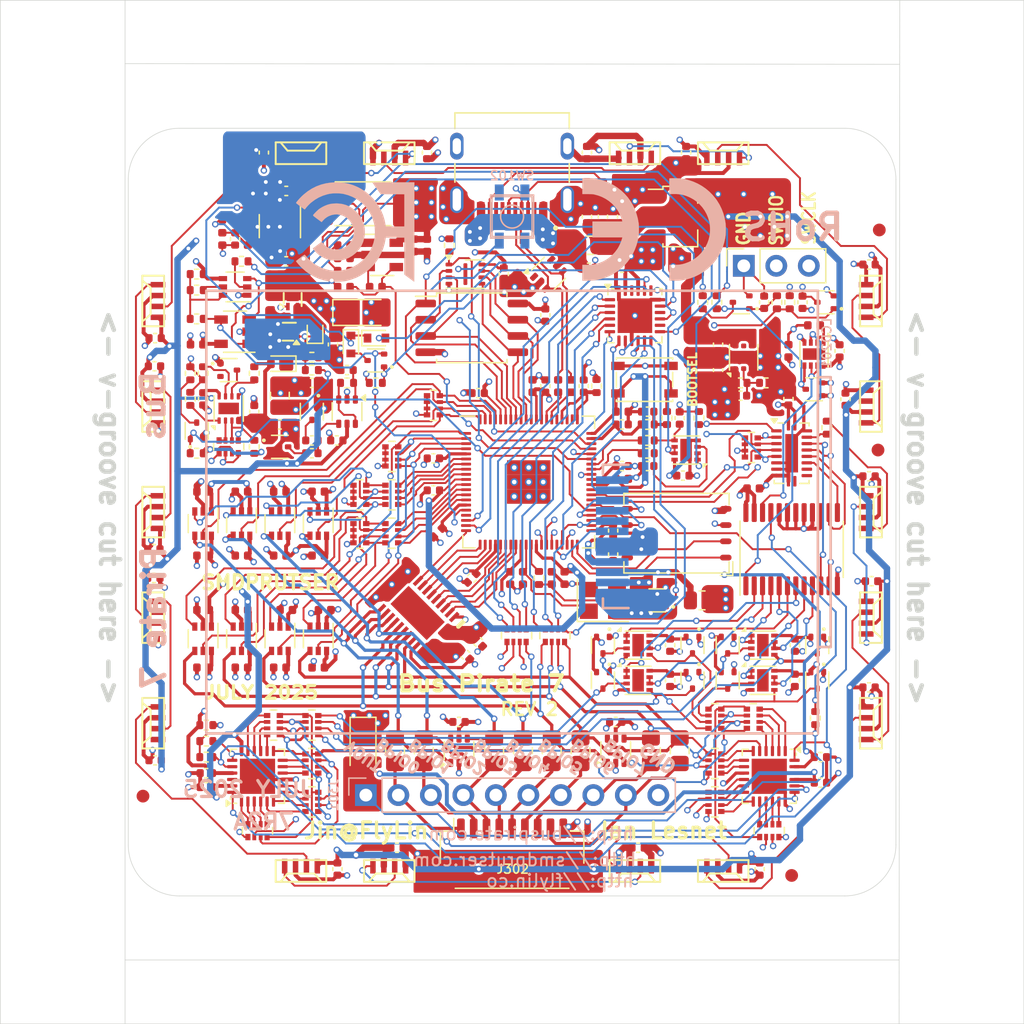
<source format=kicad_pcb>
(kicad_pcb (version 20241229) (generator "pcbnew") (generator_version "9.0")
  (layers (0 "F.Cu" signal) (4 "In1.Cu" signal) (6 "In2.Cu" power) (2 "B.Cu" signal) (13 "F.Paste" user) (15 "B.Paste" user) (5 "F.SilkS" user "F.Silkscreen") (7 "B.SilkS" user "B.Silkscreen") (1 "F.Mask" user) (3 "B.Mask" user) (25 "Edge.Cuts" user))
  (net 0 "")
  (net 1 "GND")
  (net 2 "VREG_VIN")
  (net 3 "VREF_VOUT")
  (net 4 "SWDIO")
  (net 5 "SWCLK")
  (net 6 "BUFDIR0")
  (net 7 "BUFDIR4")
  (net 8 "BUFDIR1")
  (net 9 "BUFDIR5")
  (net 10 "BUFDIR2")
  (net 11 "BUFDIR6")
  (net 12 "BUFDIR3")
  (net 13 "BUFDIR7")
  (net 14 "BUFIO0")
  (net 15 "BUFIO4")
  (net 16 "BUFIO1")
  (net 17 "BUFIO5")
  (net 18 "BUFIO2")
  (net 19 "BUFIO6")
  (net 20 "BUFIO3")
  (net 21 "BUFIO7")
  (net 22 "USB_D+")
  (net 23 "USB_D-")
  (net 24 "CURRENT_SENSE")
  (net 25 "+3V3")
  (net 26 "+VUSB")
  (net 27 "USB_P")
  (net 28 "USB_N")
  (net 29 "+1V1")
  (net 30 "Net-(U5A-+)")
  (net 31 "SPI_CLK")
  (net 32 "SPI_CDO")
  (net 33 "VREG_EN")
  (net 34 "CURRENT_DETECT")
  (net 35 "AMUX_OUT")
  (net 36 "QSPI_SD3")
  (net 37 "QSPI_SCLK")
  (net 38 "QSPI_SD0")
  (net 39 "QSPI_SD2")
  (net 40 "QSPI_SD1")
  (net 41 "AMUX_S2")
  (net 42 "AMUX_S3")
  (net 43 "AMUX_S1")
  (net 44 "AMUX_S0")
  (net 45 "QSPI_SS_2")
  (net 46 "VREG_ADJ")
  (net 47 "SPI_CDI")
  (net 48 "DISPLAY_DP")
  (net 49 "DISPLAY_CS")
  (net 50 "DISPLAY_RESET")
  (net 51 "DISPLAY_BACKLIGHT")
  (net 52 "CURRENT_RESET")
  (net 53 "CURRENT_EN")
  (net 54 "FLASH_CS")
  (net 55 "RGB_CDO")
  (net 56 "LEDS_CDO")
  (net 57 "Net-(U403-ADJ)")
  (net 58 "Net-(U5B-+)")
  (net 59 "Net-(D602-A)")
  (net 60 "+VUSB_RAW")
  (net 61 "Net-(J202-CC1)")
  (net 64 "Net-(J202-CC2)")
  (net 65 "Net-(LED701-DI)")
  (net 66 "Net-(LED701-DO)")
  (net 67 "Net-(LED702-DI)")
  (net 68 "Net-(LED703-DI)")
  (net 69 "Net-(LED703-DO)")
  (net 70 "Net-(LED706-DI)")
  (net 71 "Net-(LED707-DI)")
  (net 72 "Net-(LED707-DO)")
  (net 73 "Net-(LED708-DI)")
  (net 74 "Net-(LED710-DI)")
  (net 75 "Net-(LED712-DI)")
  (net 76 "Net-(LED713-DO)")
  (net 77 "Net-(LED714-DI)")
  (net 78 "Net-(LED715-DO)")
  (net 79 "Net-(LED716-DO)")
  (net 80 "Net-(LED717-DO)")
  (net 81 "Net-(LCD201-LED-A)")
  (net 82 "Net-(LCD201-LED-K)")
  (net 83 "Net-(RN4A-R1.8)")
  (net 84 "Net-(RN4B-R1.8)")
  (net 85 "Net-(Q601A-C1)")
  (net 86 "Net-(Q601A-B1)")
  (net 87 "Net-(Q601B-B2)")
  (net 88 "Net-(Q1-D)")
  (net 89 "MCU_RESET")
  (net 90 "Net-(U601-+)")
  (net 91 "Net-(U601--)")
  (net 92 "Net-(RN301D-R1.1)")
  (net 93 "Net-(RN301B-R1.1)")
  (net 94 "Net-(RN301C-R1.1)")
  (net 95 "Net-(RN301A-R1.1)")
  (net 96 "Net-(RN4C-R1.8)")
  (net 97 "Net-(RN4D-R1.8)")
  (net 98 "Net-(RN5A-R1.8)")
  (net 99 "Net-(RN5B-R1.8)")
  (net 100 "Net-(RN306D-R1.1)")
  (net 101 "Net-(RN306B-R1.1)")
  (net 102 "Net-(RN306C-R1.1)")
  (net 103 "Net-(RN306A-R1.1)")
  (net 104 "Net-(J301-Pin_6)")
  (net 105 "Net-(Q5-G)")
  (net 106 "Net-(Q601B-C2)")
  (net 107 "BPIO0_TVS")
  (net 108 "BPIO1_TVS")
  (net 109 "BPIO2_TVS")
  (net 110 "BPIO3_TVS")
  (net 111 "BPIO4_TVS")
  (net 112 "CURRENT_EN_OVERRIDE")
  (net 113 "BPIO5_TVS")
  (net 114 "BUTTONS")
  (net 115 "Net-(RN5D-R1.8)")
  (net 116 "CURRENT_ADJ_MCU")
  (net 117 "Net-(RN317D-R1.1)")
  (net 118 "Net-(RN317C-R1.1)")
  (net 119 "Net-(RN317B-R1.1)")
  (net 120 "Net-(RN317A-R1.1)")
  (net 121 "Net-(RN318D-R1.1)")
  (net 122 "Net-(RN318C-R1.1)")
  (net 123 "Net-(RN318B-R1.1)")
  (net 124 "Net-(RN318A-R1.1)")
  (net 125 "BPIO6_TVS")
  (net 126 "BPIO7_TVS")
  (net 127 "VREG_ADJ_MCU")
  (net 128 "LA_BPIO0_TVS")
  (net 129 "LA_BPIO7_TVS")
  (net 131 "LA_BPIO2_TVS")
  (net 132 "MUX_VREF_VOUT")
  (net 133 "LA_BPIO5_TVS")
  (net 134 "Net-(LED705-DO)")
  (net 136 "Net-(C106-Pad1)")
  (net 137 "Net-(U1-VREG_AVDD)")
  (net 138 "Net-(U1-XIN)")
  (net 139 "Net-(U1-ADC_AVDD)")
  (net 140 "Net-(U1-XOUT)")
  (net 141 "LA_BPIO6_TVS")
  (net 142 "LA_BPIO4_TVS")
  (net 143 "LA_BPIO3_TVS")
  (net 144 "LA_BPIO1_TVS")
  (net 146 "AMUX_S0_3V3")
  (net 147 "AMUX_S2_3V3")
  (net 148 "AMUX_S3_3V3")
  (net 149 "AMUX_S1_3V3")
  (net 150 "Net-(RN5C-R1.8)")
  (net 154 "Net-(RN6B-R1.8)")
  (net 155 "Net-(RN6D-R1.8)")
  (net 156 "Net-(RN6C-R1.8)")
  (net 157 "Net-(RN6A-R1.8)")
  (net 158 "Net-(RN7C-R1.8)")
  (net 159 "Net-(RN7B-R1.8)")
  (net 160 "Net-(RN7D-R1.8)")
  (net 161 "Net-(RN7A-R1.8)")
  (net 162 "I2C_SCL")
  (net 163 "I2C_SDA")
  (net 165 "I2C_RESET")
  (net 175 "Net-(LED719-DI)")
  (net 176 "Net-(U13A-+)")
  (net 177 "Net-(U13B-+)")
  (net 178 "Net-(Q1-G)")
  (net 179 "MCU_BOOTLOAD")
  (net 180 "Net-(RN2C-R1.1)")
  (net 181 "Net-(RN2A-R1.1)")
  (net 182 "Net-(RN2B-R1.1)")
  (net 183 "Net-(RN2D-R1.1)")
  (net 184 "Net-(RN3D-R1.1)")
  (net 185 "Net-(RN3C-R1.1)")
  (net 186 "Net-(RN3A-R1.1)")
  (net 187 "Net-(RN3B-R1.1)")
  (net 188 "Net-(RN8B-R1.1)")
  (net 189 "Net-(RN8D-R1.1)")
  (net 190 "Net-(RN8C-R1.1)")
  (net 191 "Net-(RN8A-R1.1)")
  (net 192 "Net-(RN9A-R1.1)")
  (net 193 "Net-(RN9C-R1.1)")
  (net 194 "Net-(RN9B-R1.1)")
  (net 195 "Net-(RN9D-R1.1)")
  (net 196 "Net-(J301-Pin_4)")
  (net 197 "Net-(J301-Pin_7)")
  (net 198 "Net-(J301-Pin_2)")
  (net 199 "Net-(J301-Pin_3)")
  (net 200 "Net-(J301-Pin_8)")
  (net 201 "Net-(J301-Pin_5)")
  (net 202 "Net-(J301-Pin_9)")
  (net 203 "-5V")
  (net 204 "CURRENT_ADJ")
  (net 205 "MUX_BPIO1_TVS")
  (net 206 "MUX_BPIO0_TVS")
  (net 207 "MUX_BPIO3_TVS")
  (net 208 "MUX_BPIO2_TVS")
  (net 209 "MUX_BPIO4_TVS")
  (net 210 "MUX_BPIO5_TVS")
  (net 211 "MUX_BPIO6_TVS")
  (net 212 "MUX_BPIO7_TVS")
  (net 217 "Net-(RN10A-R1.8)")
  (net 218 "Net-(RN10B-R1.8)")
  (net 219 "Net-(RN10C-R1.8)")
  (net 220 "Net-(RN10D-R1.8)")
  (net 221 "Net-(RN11A-R1.8)")
  (net 222 "Net-(RN11B-R1.8)")
  (net 223 "Net-(RN11D-R1.8)")
  (net 224 "Net-(RN11C-R1.8)")
  (net 225 "Net-(U17-FB)")
  (net 227 "Net-(C6-Pad1)")
  (net 228 "Net-(D13-A1)")
  (net 229 "Net-(D13-A2)")
  (net 230 "Net-(U117B--)")
  (net 232 "~{Activate_VOUT}")
  (net 233 "Net-(Q6-D)")
  (net 234 "Net-(R22-Pad2)")
  (net 235 "+9V")
  (net 236 "Net-(R41-Pad2)")
  (net 239 "Net-(C26-Pad1)")
  (net 240 "Net-(C28-Pad2)")
  (net 241 "Net-(C28-Pad1)")
  (net 242 "Net-(C32-Pad2)")
  (net 243 "Net-(R39-Pad2)")
  (net 244 "VREF_VOUT_PROTECTED")
  (net 245 "Net-(RN12A-R1.8)")
  (net 246 "Net-(U13A--)")
  (net 247 "Net-(RN12D-R1.8)")
  (net 248 "Net-(RN12C-R1.8)")
  (net 251 "Net-(U402-I10)")
  (footprint "dp-LED:SK6812-side-a_b" (layer "F.Cu") (at 113.4 62.1 180)
    (property "Reference" "LED702")
    (property "Value" "SK6812-side-a_b")
  )
  (footprint "dp-LED:SK6812-side-a_b" (layer "F.Cu") (at 146.4 118.1)
    (property "Reference" "LED715")
    (property "Value" "SK6812-side-a_b")
  )
  (footprint "dp-LED:SK6812-side-a_b" (layer "F.Cu") (at 101.9 106.6 -90)
    (property "Reference" "LED714")
    (property "Value" "SK6812-side-a_b")
  )
  (footprint "dp-LED:SK6812-side-a_b" (layer "F.Cu") (at 146.4 62.1 180)
    (property "Reference" "LED703")
    (property "Value" "SK6812-side-a_b")
  )
  (footprint "dp-LED:SK6812-side-a_b" (layer "F.Cu") (at 157.9 73.6 90)
    (property "Reference" "LED705")
    (property "Value" "SK6812-side-a_b")
  )
  (footprint "dp-LED:SK6812-side-a_b" (layer "F.Cu") (at 113.4 118.1)
    (property "Reference" "LED718")
    (property "Value" "SK6812-side-a_b")
  )
  (footprint "dp-LED:SK6812-side-a_b" (layer "F.Cu") (at 101.9 73.6 -90)
    (property "Reference" "LED706")
    (property "Value" "SK6812-side-a_b")
  )
  (footprint "dp-LED:SK6812-side-a_b" (layer "F.Cu") (at 101.9 90.1 -90)
    (property "Reference" "LED710")
    (property "Value" "SK6812-side-a_b")
  )
  (footprint "Capacitor_SMD:C_0402_1005Metric" (layer "F.Cu") (at 142 70.25)
    (property "Reference" "C402" (hide yes))
    (property "Value" "10uF/6.3V")
  )
  (footprint "Capacitor_SMD:C_0402_1005Metric" (layer "F.Cu") (at 112.25 97.75)
    (property "Reference" "C313" (hide yes))
    (property "Value" "0.1uF")
  )
  (footprint "Capacitor_SMD:C_0402_1005Metric" (layer "F.Cu") (at 105.75 97.75)
    (property "Reference" "C308" (hide yes))
    (property "Value" "0.1uF")
  )
  (footprint "Capacitor_SMD:C_0402_1005Metric" (layer "F.Cu") (at 111.75 102.25 180)
    (property "Reference" "C315" (hide yes))
    (property "Value" "0.1uF")
  )
  (footprint "Capacitor_SMD:C_0402_1005Metric" (layer "F.Cu") (at 105.75 93.5 180)
    (property "Reference" "C304" (hide yes))
    (property "Value" "0.1uF")
  )
  (footprint "Capacitor_SMD:C_0402_1005Metric" (layer "F.Cu") (at 148.75 88.25 180)
    (property "Reference" "C403" (hide yes))
    (property "Value" "0.1uF")
  )
  (footprint "Capacitor_SMD:C_0402_1005Metric" (layer "F.Cu") (at 115.25 97.75)
    (property "Reference" "C314" (hide yes))
    (property "Value" "0.1uF")
  )
  (footprint "Capacitor_SMD:C_0402_1005Metric" (layer "F.Cu") (at 108.75 97.75)
    (property "Reference" "C309" (hide yes))
    (property "Value" "0.1uF")
  )
  (footprint "Capacitor_SMD:C_0402_1005Metric" (layer "F.Cu") (at 138.5 82.25)
    (property "Reference" "C112" (hide yes))
    (property "Value" "0.1uF")
  )
  (footprint "Capacitor_SMD:C_0402_1005Metric" (layer "F.Cu") (at 138.5 83.25)
    (property "Reference" "C109" (hide yes))
    (property "Value" "10uF/6.3V")
  )
  (footprint "Capacitor_SMD:C_0402_1005Metric" (layer "F.Cu") (at 131.5 80.25 90)
    (property "Reference" "C114" (hide yes))
    (property "Value" "0.1uF")
  )
  (footprint "Capacitor_SMD:C_0402_1005Metric" (layer "F.Cu") (at 124.1 91.7 -135)
    (property "Reference" "C110" (hide yes))
    (property "Value" "0.1uF")
  )
  (footprint "MountingHole:MountingHole_3.2mm_M3" (layer "F.Cu") (at 155.9 116.1)
    (property "Reference" "H3" (hide yes))
    (property "Value" "MountingHole")
  )
  (footprint "Capacitor_SMD:C_0402_1005Metric" (layer "F.Cu") (at 138.5 87.5)
    (property "Reference" "C111" (hide yes))
    (property "Value" "0.1uF")
  )
  (footprint "MountingHole:MountingHole_3.2mm_M3" (layer "F.Cu") (at 155.9 64.1 -90)
    (property "Reference" "H2" (hide yes))
    (property "Value" "MountingHole")
  )
  (footprint "Capacitor_SMD:C_0402_1005Metric" (layer "F.Cu") (at 133 95.25 90)
    (property "Reference" "C106" (hide yes))
    (property "Value" "15pF")
  )
  (footprint "Capacitor_SMD:C_0402_1005Metric" (layer "F.Cu") (at 138.5 86.5)
    (property "Reference" "C118" (hide yes))
    (property "Value" "0.1uF")
  )
  (footprint "MountingHole:MountingHole_3.2mm_M3" (layer "F.Cu") (at 103.9 64.1 -90)
    (property "Reference" "H1" (hide yes))
    (property "Value" "MountingHole")
  )
  (footprint "MountingHole:MountingHole_3.2mm_M3" (layer "F.Cu") (at 103.9 116.1 -90)
    (property "Reference" "H4" (hide yes))
    (property "Value" "MountingHole")
  )
  (footprint "Package_TO_SOT_SMD:SOT-363_SC-70-6" (layer "F.Cu") (at 105.75 91 -90)
    (property "Reference" "U301" (hide yes))
    (property "Value" "AiP74LVC1T45GC363.TR")
  )
  (footprint "Package_TO_SOT_SMD:SOT-363_SC-70-6" (layer "F.Cu") (at 114.75 91 -90)
    (property "Reference" "U304" (hide yes))
    (property "Value" "AiP74LVC1T45GC363.TR")
  )
  (footprint "Package_TO_SOT_SMD:SOT-363_SC-70-6" (layer "F.Cu") (at 105.75 100 -90)
    (property "Reference" "U305" (hide yes))
    (property "Value" "AiP74LVC1T45GC363.TR")
  )
  (footprint "Package_TO_SOT_SMD:SOT-363_SC-70-6" (layer "F.Cu") (at 111.75 100 -90)
    (property "Reference" "U307" (hide yes))
    (property "Value" "AiP74LVC1T45GC363.TR" (hide yes))
  )
  (footprint "Resistor_SMD:R_0402_1005Metric" (layer "F.Cu") (at 133.5 80.25 90)
    (property "Reference" "R203" (hide yes))
    (property "Value" "27R")
  )
  (footprint "Resistor_SMD:R_0402_1005Metric" (layer "F.Cu") (at 134.5 80.25 90)
    (property "Reference" "R202" (hide yes))
    (property "Value" "27R")
  )
  (footprint "Resistor_SMD:R_0402_1005Metric" (layer "F.Cu") (at 137 64.78 90)
    (property "Reference" "R204" (hide yes))
    (property "Value" "5.1k")
  )
  (footprint "Inductor_SMD:L_0805_2012Metric" (layer "F.Cu") (at 136 69.25 180)
    (property "Reference" "L201" (hide yes))
    (property "Value" "CBW201209U300T")
  )
  (footprint "Capacitor_SMD:C_0402_1005Metric" (layer "F.Cu") (at 157.8 70.75 180)
    (property "Reference" "C705" (hide yes))
    (property "Value" "0.1uF")
  )
  (footprint "Capacitor_SMD:C_0402_1005Metric" (layer "F.Cu") (at 101.95 78.7 180)
    (property "Reference" "C708" (hide yes))
    (property "Value" "0.1uF")
  )
  (footprint "Capacitor_SMD:C_0402_1005Metric" (layer "F.Cu") (at 135.75 62 90)
    (property "Reference" "C704" (hide yes))
    (property "Value" "0.1uF")
  )
  (footprint "Capacitor_SMD:C_0402_1005Metric" (layer "F.Cu") (at 102 76.5)
    (property "Reference" "C706" (hide yes))
    (property "Value" "0.1uF")
  )
  (footprint "Capacitor_SMD:C_0402_1005Metric" (layer "F.Cu") (at 101.9 93)
    (property "Reference" "C710" (hide yes))
    (property "Value" "0.1uF")
  )
  (footprint "Capacitor_SMD:C_0402_1005Metric" (layer "F.Cu") (at 101.9 95.25 180)
    (property "Reference" "C712" (hide yes))
    (property "Value" "0.1uF")
  )
  (footprint "Capacitor_SMD:C_0402_1005Metric" (layer "F.Cu") (at 143.5 62 90)
    (property "Reference" "C703" (hide yes))
    (property "Value" "0.1uF")
  )
  (footprint "Capacitor_SMD:C_0402_1005Metric" (layer "F.Cu") (at 123.25 62 90)
    (property "Reference" "C701" (hide yes))
    (property "Value" "0.1uF")
  )
  (footprint "Capacitor_SMD:C_0402_1005Metric" (layer "F.Cu") (at 134 95.25 -90)
    (property "Reference" "C117" (hide yes))
    (property "Value" "0.1uF")
  )
  (footprint "Resistor_SMD:R_0402_1005Metric" (layer "F.Cu") (at 140.5 83.25)
    (property "Reference" "R103" (hide yes))
    (property "Value" "27R")
  )
  (footprint "Capacitor_SMD:C_0402_1005Metric" (layer "F.Cu") (at 132.5 74.7 -90)
    (property "Reference" "C104" (hide yes))
    (property "Value" "10uF/6.3V")
  )
  (footprint "Capacitor_SMD:C_0402_1005Metric" (layer "F.Cu") (at 135.75 67 -90)
    (property "Reference" "C202" (hide yes))
    (property "Value" "10uF/6.3V")
  )
  (footprint "Capacitor_SMD:C_0402_1005Metric" (layer "F.Cu") (at 137 67 -90)
    (property "Reference" "C201" (hide yes))
    (property "Value" "10uF/6.3V")
  )
  (footprint "Capacitor_SMD:C_0402_1005Metric" (layer "F.Cu") (at 123.75 85.9 180)
    (property "Reference" "C116" (hide yes))
    (property "Value" "0.1uF")
  )
  (footprint "Resistor_SMD:R_Array_Convex_4x0402" (layer "F.Cu") (at 118 88.75)
    (property "Reference" "RN302" (hide yes))
    (property "Value" "4.7k")
  )
  (footprint "Resistor_SMD:R_0805_2012Metric" (layer "F.Cu") (at 144.75 97 180)
    (property "Reference" "R209" (hide yes))
    (property "Value" "33R")
  )
  (footprint "Resistor_SMD:R_Array_Convex_4x0402" (layer "F.Cu") (at 118 91.75)
    (property "Reference" "RN307" (hide yes))
    (property "Value" "4.7k")
  )
  (footprint "Package_SO:SOP-8_5.28x5.23mm_P1.27mm" (layer "F.Cu") (at 126.75 75.7)
    (property "Reference" "U102" (hide yes))
    (property "Value" "W25Q128JVSIQ")
  )
  (footprint "Fiducial:Fiducial_1mm_Mask2mm" (layer "F.Cu") (at 158.6 68.05 -90)
    (property "Reference" "FID1" (hide yes))
    (property "Value" "Fiducial")
  )
  (footprint "Fiducial:Fiducial_1mm_Mask2mm" (layer "F.Cu") (at 101.05 112.3 -90)
    (property "Reference" "FID2" (hide yes))
    (property "Value" "Fiducial")
  )
  (footprint "Capacitor_SMD:C_0402_1005Metric" (layer "F.Cu") (at 149.25 118 90)
    (property "Reference" "C715" (hide yes))
    (property "Value" "0.1uF")
  )
  (footprint "Capacitor_SMD:C_0402_1005Metric" (layer "F.Cu") (at 102 109.5)
    (property "Reference" "C714" (hide yes))
    (property "Value" "0.1uF")
  )
  (footprint "Capacitor_SMD:C_0402_1005Metric" (layer "F.Cu") (at 139.75 116.332 180)
    (property "Reference" "C716" (hide yes))
    (property "Value" "0.1uF")
  )
  (footprint "Capacitor_SMD:C_0402_1005Metric" (layer "F.Cu") (at 120.904 116.332 180)
    (property "Reference" "C717" (hide yes))
    (property "Value" "0.1uF")
  )
  (footprint "Capacitor_SMD:C_0402_1005Metric" (layer "F.Cu") (at 116.25 118 90)
    (property "Reference" "C718" (hide yes))
    (property "Value" "0.1uF")
  )
  (footprint "Capacitor_SMD:C_0402_1005Metric" (layer "F.Cu") (at 138.5 67 90)
    (property "Reference" "C401" (hide yes))
    (property "Value" "10uF/6.3V")
  )
  (footprint "Connector_PinSocket_2.54mm:PinSocket_1x03_P2.54mm_Vertical" (layer "F.Cu") (at 148.01 70.85 90)
    (property "Reference" "J201")
    (property "Value" "Conn_01x03")
  )
  (footprint "Fiducial:Fiducial_1mm_Mask2mm" (layer "F.Cu") (at 108 61.75)
    (property "Reference" "FID4" (hide yes))
    (property "Value" "Fiducial")
  )
  (footprint "Fiducial:Fiducial_1mm_Mask2mm" (layer "F.Cu") (at 158.5 85.25)
    (property "Reference" "FID5" (hide yes))
    (property "Value" "Fiducial")
  )
  (footprint "Fiducial:Fiducial_1mm_Mask2mm" (layer "F.Cu") (at 151.75 118.5)
    (property "Reference" "FID3" (hide yes))
    (property "Value" "Fiducial")
  )
  (footprint "Capacitor_SMD:C_0402_1005Metric" (layer "F.Cu") (at 157.8 103.8 180)
    (property "Reference" "C713" (hide yes))
    (property "Value" "0.1uF")
  )
  (footprint "Resistor_SMD:R_0402_1005Metric" (layer "F.Cu") (at 135.75 64.78 90)
    (property "Reference" "R201" (hide yes))
    (property "Value" "5.1k")
  )
  (footprint "Connector_JST:JST_SH_SM09B-SRSS-TB_1x09-1MP_P1.00mm_Horizontal" (layer "F.Cu") (at 129.9 116.82)
    (property "Reference" "J302")
    (property "Value" "Conn_01x09")
  )
  (footprint "Package_DFN_QFN:DHVQFN-20-1EP_2.5x4.5mm_P0.5mm_EP1x3mm" (layer "F.Cu") (at 151.75 85.5)
    (property "Reference" "U503" (hide yes))
    (property "Value" "74HCT245BQ")
  )
  (footprint "Crystal:Crystal_SMD_3225-4Pin_3.2x2.5mm" (layer "F.Cu") (at 137 97)
    (property "Reference" "Y101" (hide yes))
    (property "Value" "ABM8-272-T3")
  )
  (footprint "Resistor_SMD:R_0402_1005Metric" (layer "F.Cu") (at 153.5 75.5 180)
    (property "Reference" "R406" (hide yes))
    (property "Value" "10k")
  )
  (footprint "Capacitor_SMD:C_0402_1005Metric" (layer "F.Cu") (at 129.75 95.25 -90)
    (property "Reference" "C115" (hide yes))
    (property "Value" "0.1uF")
  )
  (footprint "Capacitor_SMD:C_0402_1005Metric" (layer "F.Cu") (at 130.75 95.25 -90)
    (property "Reference" "C105" (hide yes))
    (property "Value" "15pF")
  )
  (footprint "Button_Switch_SMD:SW_SPST_PTS810" (layer "F.Cu") (at 140.25 79.75 180)
    (property "Reference" "SW101" (hide yes))
    (property "Value" "TS3425BA 098 2.5H 250gf")
  )
  (footprint "Capacitor_SMD:C_0402_1005Metric" (layer "F.Cu") (at 158 95.5)
    (property "Reference" "C707" (hide yes))
    (property "Value" "0.1uF")
  )
  (footprint "Capacitor_SMD:C_0402_1005Metric" (layer "F.Cu") (at 122.25 69.25 -90)
    (property "Reference" "C601" (hide yes))
    (property "Value" "10uF/6.3V")
  )
  (footprint "Capacitor_SMD:C_0402_1005Metric" (layer "F.Cu") (at 123.25 69.25 90)
    (property "Reference" "C602" (hide yes))
    (property "Value" "0.1uF")
  )
  (footprint "Resistor_SMD:R_0402_1005Metric" (layer "F.Cu") (at 109.25 68.75 90)
    (property "Reference" "R405" (hide yes))
    (property "Value" "33k")
  )
  (footprint "Resistor_SMD:R_0402_1005Metric" (layer "F.Cu") (at 108.75 70.5 180)
    (property "Reference" "R611" (hide yes))
    (property "Value" "10k")
  )
  (footprint "Resistor_SMD:R_0402_1005Metric" (layer "F.Cu") (at 105.25 71.5 180)
    (property "Reference" "R609" (hide yes))
    (property "Value" "10k")
  )
  (footprint "Resistor_SMD:R_0402_1005Metric" (layer "F.Cu") (at 105.25 72.75 180)
    (property "Reference" "R608" (hide yes))
    (property "Value" "200R")
  )
  (footprint "Capacitor_SMD:C_0402_1005Metric" (layer "F.Cu") (at 112.25 65 180)
    (property "Reference" "C404" (hide yes))
    (property "Value" "10uF/6.3V")
  )
  (footprint "Resistor_SMD:R_0402_1005Metric" (layer "F.Cu") (at 107.75 67.25)
    (property "Reference" "R403" (hide yes))
    (property "Value" "102k")
  )
  (footprint "Resistor_SMD:R_0402_1005Metric" (layer "F.Cu") (at 119.25 72.5 180)
    (property "Reference" "R605" (hide yes))
    (property "Value" "33k")
  )
  (footprint "Resistor_SMD:R_2512_6332Metric_Pad1.40x3.35mm_HandSolder" (layer "F.Cu") (at 118.25 66 180)
    (property "Reference" "R601" (hide yes))
    (property "Value" "0R2")
  )
  (footprint "Resistor_SMD:R_0402_1005Metric" (layer "F.Cu") (at 116.75 69.25 180)
    (property "Reference" "R602" (hide yes))
    (property "Value" "1k")
  )
  (footprint "Resistor_SMD:R_0402_1005Metric" (layer "F.Cu") (at 116.75 70.25 180)
    (property "Reference" "R604" (hide yes))
    (property "Value" "33k")
  )
  (footprint "Resistor_SMD:R_0402_1005Metric" (layer "F.Cu") (at 116.75 72.5)
    (property "Reference" "R606" (hide yes))
    (property "Value" "10k")
  )
  (footprint "Capacitor_SMD:C_0402_1005Metric" (layer "F.Cu") (at 105.25 77 180)
    (property "Reference" "C605" (hide yes))
    (property "Value" "0.1uF")
  )
  (footprint "Resistor_SMD:R_0402_1005Metric" (layer "F.Cu") (at 116.75 71.25 180)
    (property "Reference" "R603" (hide yes))
    (property "Value" "1k")
  )
  (footprint "Resistor_SMD:R_0402_1005Metric" (layer "F.Cu") (at 105.25 75)
    (property "Reference" "R610" (hide yes))
    (property "Value" "10k")
  )
  (footprint "Capacitor_SMD:C_0402_1005Metric" (layer "F.Cu") (at 110.5 62 -90)
    (property "Reference" "C702" (hide yes))
    (property "Value" "0.1uF")
  )
  (footprint "Resistor_SMD:R_0402_1005Metric" (layer "F.Cu") (at 119.25 80)
    (property "Reference" "R613" (hide yes))
    (property "Value" "10k")
  )
  (footprint "Capacitor_SMD:C_0402_1005Metric" (layer "F.Cu") (at 112.25 70.5 180)
    (property "Reference" "C407" (hide yes))
    (property "Value" "10uF/6.3V")
  )
  (footprint "Resistor_SMD:R_0402_1005Metric" (layer "F.Cu") (at 109.25 66.75 -90)
    (property "Reference" "R401" (hide yes))
    (property "Value" "100k")
  )
  (footprint "Package_TO_SOT_SMD:SOT-23-5" (layer "F.Cu") (at 111.75 67.75 -90)
    (property "Reference" "U403" (hide yes))
    (property "Value" "AP2127K-ADJ")
  )
  (footprint "Package_TO_SOT_SMD:SOT-363_SC-70-6" (layer "F.Cu") (at 108.25 72.5 180)
    (property "Reference" "Q601" (hide yes))
    (property "Value" "MMDT3906DW")
  )
  (footprint "Package_SO:TSSOP-24_4.4x7.8mm_P0.65mm" (layer "F.Cu") (at 151.75 93 90)
    (property "Reference" "U402" (hide yes))
    (property "Value" "CD4067")
  )
  (footprint "Package_TO_SOT_SMD:SOT-363_SC-70-6" (layer "F.Cu") (at 108.75 100 -90)
    (property "Reference" "U306" (hide yes))
    (property "Value" "AiP74LVC1T45GC363.TR")
  )
  (footprint "Capacitor_SMD:C_0402_1005Metric" (layer "F.Cu") (at 105.75 102.25 180)
    (property "Reference" "C311" (hide yes))
    (property "Value" "0.1uF")
  )
  (footprint "Capacitor_SMD:C_0402_1005Metric" (layer "F.Cu") (at 108.75 102.25 180)
    (property "Reference" "C312" (hide yes))
    (property "Value" "0.1uF")
  )
  (footprint "Resistor_SMD:R_Array_Convex_4x0402" (layer "F.Cu") (at 123.75 81.75)
    (property "Reference" "RN303" (hide yes))
    (property "Value" "100k")
  )
  (footprint "Capacitor_SMD:C_0402_1005Metric" (layer "F.Cu") (at 151.5 81.25 -90)
    (property "Reference" "C503" (hide yes))
    (property "Value" "0.1uF")
  )
  (footprint "Package_TO_SOT_SMD:SOT-363_SC-70-6" (layer "F.Cu") (at 111.75 91 -90)
    (property "Reference" "U303" (hide yes))
    (property "Value" "AiP74LVC1T45GC363.TR")
  )
  (footprint "Resistor_SMD:R_Array_Convex_4x0402" (layer "F.Cu") (at 120.5 85.75)
    (property "Reference" "RN308" (hide yes))
    (property "Value" "100k")
  )
  (footprint "Resistor_SMD:R_Array_Convex_4x0402" (layer "F.Cu") (at 120.5 88.75)
    (property "Reference" "RN301" (hide yes))
    (property "Value" "120R")
  )
  (footprint "Package_TO_SOT_SMD:SOT-363_SC-70-6" (layer "F.Cu") (at 108.75 91 -90)
    (property "Reference" "U302" (hide yes))
    (property "Value" "AiP74LVC1T45GC363.TR")
  )
  (footprint "Capacitor_SMD:C_0402_1005Metric" (layer "F.Cu") (at 111.75 93.5 180)
    (property "Reference" "C306" (hide yes))
    (property "Value" "0.1uF")
  )
  (footprint "Capacitor_SMD:C_0402_1005Metric" (layer "F.Cu") (at 114.75 88.5)
    (property "Reference" "C307" (hide yes))
    (property "Value" "0.1uF")
  )
  (footprint "Capacitor_SMD:C_0402_1005Metric" (layer "F.Cu") (at 105.75 88.5)
    (property "Reference" "C301" (hide yes))
    (property "Value" "0.1uF")
  )
  (footprint "Capacitor_SMD:C_0402_1005Metric" (layer "F.Cu") (at 108.75 88.5)
    (property "Reference" "C302" (hide yes))
    (property "Value" "0.1uF")
  )
  (footprint "Capacitor_SMD:C_0402_1005Metric" (layer "F.Cu") (at 108.75 93.5 180)
    (property "Reference" "C305" (hide yes))
    (property "Value" "0.1uF")
  )
  (footprint "Capacitor_SMD:C_0402_1005Metric" (layer "F.Cu") (at 111.75 88.5)
    (property "Reference" "C303" (hide yes))
    (property "Value" "0.1uF")
  )
  (footprint "Resistor_SMD:R_Array_Convex_4x0402" (layer "F.Cu") (at 120.5 91.75)
    (property "Reference" "RN306" (hide yes))
    (property "Value" "120R")
  )
  (footprint "Package_TO_SOT_SMD:SOT-363_SC-70-6" (layer "F.Cu") (at 114.75 100 -90)
    (property "Reference" "U308" (hide yes))
    (property "Value" "AiP74LVC1T45GC363.TR")
  )
  (footprint "dp-LED:SK6812-side-a_b" (layer "F.Cu") (at 157.9 106.6 90)
    (property "Reference" "LED713")
    (property "Value" "SK6812-side-a_b")
  )
  (footprint "usb-c:HRO_TYPE-C-31-M-12" (layer "F.Cu") (at 129.9 61.5 180)
    (property "Reference" "J202")
    (property "Value" "TYPE-C-31-M-12")
  )
  (footprint "Capacitor_SMD:C_0402_1005Metric" (layer "F.Cu") (at 114.75 102.25 180)
    (property "Reference" "C316" (hide yes))
    (property "Value" "0.1uF")
  )
  (footprint "dp-LED:SK6812-side-a_b" (layer "F.Cu") (at 157.9 98.35 90)
    (property "Reference" "LED707")
    (property "Value" "SK6812-side-a_b")
  )
  (footprint "dp-LED:SK6812-side-a_b" (layer "F.Cu") (at 139.5 118.1)
    (property "Reference" "LED716")
    (property "Value" "SK6812-side-a_b")
  )
  (footprint "dp-LED:SK6812-side-a_b" (layer "F.Cu") (at 120.3 118.1)
    (property "Reference" "LED717")
    (property "Value" "SK6812-side-a_b")
  )
  (footprint "dp-LED:SK6812-side-a_b" (layer "F.Cu") (at 101.9 98.35 -90)
    (property "Reference" "LED712")
    (property "Value" "SK6812-side-a_b")
  )
  (footprint "dp-LED:SK6812-side-a_b" (layer "F.Cu") (at 101.9 81.85 -90)
    (property "Reference" "LED708")
    (property "Value" "SK6812-side-a_b")
  )
  (footprint "dp-LED:SK6812-side-a_b" (layer "F.Cu") (at 120.3 62.1 180)
    (property "Reference" "LED701")
    (property "Value" "SK6812-side-a_b")
  )
  (footprint "dp-LED:SK6812-side-a_b" (layer "F.Cu") (at 139.5 62.1 180)
    (property "Reference" "LED704")
    (property "Value" "SK6812-side-a_b")
  )
  (footprint "Capacitor_SMD:C_0402_1005Metric" (layer "F.Cu") (at 114.75 93.5 180)
    (property "Reference" "C310" (hide yes))
    (property "Value" "0.1uF")
  )
  (footprint "Diode_SMD:D_SOD-523" (layer "F.Cu") (at 119.3 76.5)
    (property "Reference" "D603")
    (property "Value" "1N4148WT")
  )
  (footprint "library:SOT-523" (layer "F.Cu") (at 119.25 78.25 180)
    (property "Reference" "Q602" (hide yes))
    (property "Value" "BC2301T 2.8A")
  )
  (footprint "Package_TO_SOT_SMD:SOT-89-3" (layer "F.Cu") (at 142.75 67)
    (property "Reference" "U401" (hide yes))
    (property "Value" "ME6211A33PG-N")
  )
  (footprint "Capacitor_SMD:C_0402_1005Metric" (layer "F.Cu") (at 108.25 68.75 90)
    (property "Reference" "C408" (hide yes))
    (property "Value" "120pF")
  )
  (footprint "Resistor_SMD:R_0402_1005Metric" (layer "F.Cu") (at 107.25 68.75 90)
    (property "Reference" "R404" (hide yes))
    (property "Value" "133k")
  )
  (footprint "Diode_SMD:D_SOD-523" (layer "F.Cu") (at 117.3 77 -90)
    (property "Reference" "D602")
    (property "Value" "1N4148WT")
  )
  (footprint "Package_TO_SOT_SMD:SOT-23-5" (layer "F.Cu") (at 108.25 76 180)
    (property "Reference" "U602" (hide yes))
    (property "Value" "GSV331-TR")
  )
  (footprint "Package_TO_SOT_SMD:SOT-23-5" (layer "F.Cu") (at 119.75 70)
    (property "Reference" "U601" (hide yes))
    (property "Value" "GS321A-TR")
  )
  (footprint "Resistor_SMD:R_0402_1005Metric" (layer "F.Cu") (at 151.5 77.5 90)
    (property "Reference" "R407" (hide yes))
    (property "Value" "10k")
  )
  (footprint "Capacitor_SMD:C_0402_1005Metric" (layer "F.Cu") (at 157.8 87.3 180)
    (property "Reference" "C719" (hide yes))
    (property "Value" "0.1uF")
  )
  (footprint "dp-LED:SK6812-side-a_b" (layer "F.Cu") (at 157.9 90.1 90)
    (property "Reference" "LED719")
    (property "Value" "SK6812-side-a_b")
  )
  (footprint "dp-memory:U-PDFN-8" (layer "F.Cu") (at 142.75 91.75 180)
    (property "Reference" "U105")
    (property "Value" "MT29F2G01ABAGDWB-IT:G")
  )
  (footprint "Resistor_SMD:R_0402_1005Metric" (layer "F.Cu") (at 154.5 83.5 90)
    (property "Reference" "R502" (hide yes))
    (property "Value" "1k")
  )
  (footprint "Resistor_SMD:R_0805_2012Metric_Pad1.20x1.40mm_HandSolder" (layer "F.Cu") (at 120.75 108.75 -90)
    (property "Reference" "R13" (hide yes))
    (property "Value" "120R 0.5W")
  )
  (footprint "Resistor_SMD:R_0402_1005Metric" (layer "F.Cu") (at 106 109.25)
    (property "Reference" "R8" (hide yes))
    (property "Value" "10k")
  )
  (footprint "library:SOT-523" (layer "F.Cu") (at 144 103.25 -90)
    (property "Reference" "D8")
    (property "Value" "BAS40-04")
  )
  (footprint "Capacitor_SMD:C_0402_1005Metric" (layer "F.Cu") (at 106 110.5)
    (property "Reference" "C16" (hide yes))
    (property "Value" "0.1uF")
  )
  (footprint "Package_SON:WSON-8-1EP_2x2mm_P0.5mm_EP0.9x1.6mm" (layer "F.Cu") (at 107.75 82 90)
    (property "Reference" "U117")
    (property "Value" "LM393BIDSGR")
  )
  (footprint "dp-LED:SK6812-side-a_b" (layer "F.Cu") (at 157.9 81.85 90)
    (property "Reference" "LED720")
    (property "Value" "SK6812-side-a_b")
  )
  (footprint "Resistor_SMD:R_0402_1005Metric" (layer "F.Cu") (at 106 106.75)
    (property "Reference" "R301" (hide yes))
    (property "Value" "10k")
  )
  (footprint "Diode_SMD:D_SOD-523" (layer "F.Cu") (at 111.75 78.5 180)
    (property "Reference" "D18")
    (property "Value" "1N4148WT")
  )
  (footprint "Capacitor_SMD:C_0402_1005Metric" (layer "F.Cu") (at 155.5 77.5 -90)
    (property "Reference" "C20" (hide yes))
    (property "Value" "0.1uF")
  )
  (footprint "Resistor_SMD:R_0402_1005Metric" (layer "F.Cu") (at 109.75 85 90)
    (property "Reference" "R37")
    (property "Value" "18k")
  )
  (footprint "Capacitor_SMD:C_0402_1005Metric" (layer "F.Cu") (at 143 82.75 -90)
    (property "Reference" "C416" (hide yes))
    (property "Value" "0.1uF")
  )
  (footprint "Capacitor_SMD:C_0402_1005Metric" (layer "F.Cu") (at 155.956 81.28 -90)
    (property "Reference" "C720" (hide yes))
    (property "Value" "0.1uF")
  )
  (footprint "Capacitor_SMD:C_0402_1005Metric" (layer "F.Cu") (at 127.25 80.8 180)
    (property "Reference" "C113" (hide yes))
    (property "Value" "0.1uF")
  )
  (footprint "Resistor_SMD:R_Array_Convex_4x0402" (layer "F.Cu") (at 148.75 106.25)
    (property "Reference" "RN5" (hide yes))
    (property "Value" "2.2k")
  )
  (footprint "Resistor_SMD:R_0402_1005Metric" (layer "F.Cu") (at 149.75 80)
    (property "Reference" "R5" (hide yes))
    (property "Value" "100k")
  )
  (footprint "library:SOT-523" (layer "F.Cu") (at 137 100.5 -90)
    (property "Reference" "D3")
    (property "Value" "BAS40-04")
  )
  (footprint "Resistor_SMD:R_0402_1005Metric" (layer "F.Cu") (at 132 95.25 90)
    (property "Reference" "R2" (hide yes))
    (property "Value" "1k")
  )
  (footprint "Package_DFN_QFN:DFN-8-1EP_2x2mm_P0.5mm_EP1.05x1.75mm" (layer "F.Cu") (at 153.5 77.75 -90)
    (property "Reference" "U13" (hide yes))
    (property "Value" "GS358-FR")
  )
  (footprint "Capacitor_SMD:C_0402_1005Metric" (layer "F.Cu") (at 109.75 82.25 -90)
    (property "Reference" "C35")
    (property "Value" "10uF/6.3V")
  )
  (footprint "Capacitor_SMD:C_0402_1005Metric" (layer "F.Cu") (at 138.5 71)
    (property "Reference" "C5" (hide yes))
    (property "Value" "0.1uF")
  )
  (footprint "Capacitor_SMD:C_0402_1005Metric" (layer "F.Cu") (at 146 77 -90)
    (property "Reference" "C10" (hide yes))
    (property "Value" "10uF/6.3V")
  )
  (footprint "Capacitor_SMD:C_0402_1005Metric" (layer "F.Cu") (at 105.75 81.25 90)
    (property "Reference" "C31")
    (property "Value" "10uF/6.3V")
  )
  (footprint "Resistor_SMD:R_0402_1005Metric" (layer "F.Cu") (at 105.25 85.5 180)
    (property "Reference" "R43")
    (property "Value" "5.1k")
  )
  (footprint "Capacitor_SMD:C_0402_1005Metric" (layer "F.Cu") (at 149.6 73.7 90)
    (property "Reference" "C36" (hide yes))
    (property "Value" "10uF/6.3V")
  )
  (footprint "library:SOT-523" (layer "F.Cu") (at 153.75 103.25 -90)
    (property "Reference" "D1")
    (property "Value" "BAS40-04")
  )
  (footprint "Capacitor_SMD:C_0805_2012Metric" (layer "F.Cu") (at 111.75 81 90)
    (property "Reference" "C34")
    (property "Value" "10uF/16v")
  )
  (footprint "Capacitor_SMD:C_0402_1005Metric" (layer "F.Cu") (at 126.25 101.25 -45)
    (property "Reference" "C9" (hide yes))
    (property "Value" "0.1uF")
  )
  (footprint "Capacitor_SMD:C_0402_1005Metric" (layer "F.Cu") (at 142.25 100.5 90)
    (property "Reference" "C507" (hide yes))
    (property "Value" "0.1uF" (hide yes))
  )
  (footprint "Resistor_SMD:R_Array_Convex_4x0402" (layer "F.Cu") (at 145.75 112.75 180)
    (property "Reference" "RN2" (hide yes))
    (property "Value" "100k")
  )
  (footprint "Resistor_SMD:R_0805_2012Metric_Pad1.20x1.40mm_HandSolder" (layer "F.Cu") (at 135.25 108.75 -90)
    (property "Reference" "R18" (hide yes))
    (property "Value" "120R 0.5W")
  )
  (footprint "Capacitor_SMD:C_0402_1005Metric" (layer "F.Cu") (at 127.25 100.25 135)
    (property "Reference" "C3" (hide yes))
    (property "Value" "0.1uF")
  )
  (footprint "Resistor_SMD:R_0402_1005Metric" (layer "F.Cu") (at 142 82.75 90)
    (property "Reference" "R21" (hide yes))
    (property "Value" "27R")
  )
  (footprint "manuf:NXP-DHVQFN24" (layer "F.Cu") (at 122.515165 97.984835 135)
    (property "Reference" "U2" (hide yes))
    (property "Value" "AiP74LVC8T245QE24.TR")
  )
  (footprint "Capacitor_SMD:C_0402_1005Metric" (layer "F.Cu") (at 114.25 84.5 180)
    (property "Reference" "C28")
    (property "Value" "0.1uF")
  )
  (footprint "library:SOT-523" (layer "F.Cu") (at 146.75 103.25 -90)
    (property "Reference" "D2")
    (property "Value" "BAS40-04")
  )
  (footprint "Diode_SMD:D_SOD-882D" (layer "F.Cu") (at 114.5 76 90)
    (property "Reference" "D13")
    (property "Value" "PESD12VV1BL")
  )
  (footprint "Capacitor_SMD:C_0402_1005Metric" (layer "F.Cu") (at 152.6 73.7 -90)
    (property "Reference" "C22" (hide yes))
    (property "Value" "0.1uF")
  )
  (footprint "Resistor_SMD:R_Array_Convex_4x0402" (layer "F.Cu") (at 145.75 109.75)
    (property "Reference" "RN4" (hide yes))
    (property "Value" "4.7k")
  )
  (footprint "Resistor_SMD:R_0402_1005Metric" (layer "F.Cu") (at 104.75 79.25 -90)
    (property "Reference" "R23")
    (property "Value" "3.3k")
  )
  (footprint "Resistor_SMD:R_0402_1005Metric" (layer "F.Cu") (at 151.6 73.7 90)
    (property "Reference" "R11" (hide yes))
    (property "Value" "10k")
  )
  (footprint "Capacitor_SMD:C_0402_1005Metric" (layer "F.Cu") (at 146 79 90)
    (property "Reference" "C11" (hide yes))
    (property "Value" "10uF/6.3V")
  )
  (footprint "library:SOT-523" (layer "F.Cu") (at 137 103.25 -90)
    (property "Reference" "D7")
    (property "Value" "BAS40-04")
  )
  (footprint "Resistor_SMD:R_0402_1005Metric" (layer "F.Cu") (at 125 69.25 -90)
    (property "Reference" "R6" (hide yes))
    (property "Value" "10k")
  )
  (footprint "Resistor_SMD:R_Array_Convex_4x0402" (layer "F.Cu") (at 114.25 112.75 180)
    (property "Reference" "RN7" (hide yes))
    (property "Value" "4.7k")
  )
  (footprint "Package_TO_SOT_SMD:SOT-363_SC-70-6" (layer "F.Cu") (at 132.75 71.5 45)
    (property "Reference" "U16" (hide yes))
    (property "Value" "SP3002-04JTG")
  )
  (footprint "Capacitor_SMD:C_0402_1005Metric" (layer "F.Cu") (at 123.75 88.4 180)
    (property "Reference" "C2" (hide yes))
    (property "Value" "0.1uF")
  )
  (footprint "Resistor_SMD:R_0402_1005Metric" (layer "F.Cu") (at 150.6 73.7 90)
    (property "Reference" "R10" (hide yes))
    (property "Value" "470k")
  )
  (footprint "Resistor_SMD:R_0805_2012Metric_Pad1.20x1.40mm_HandSolder" (layer "F.Cu") (at 140.75 108.75 -90)
    (property "Reference" "R19" (hide yes))
    (property "Value" "120R 0.5W")
  )
  (footprint "Capacitor_SMD:C_0402_1005Metric" (layer "F.Cu") (at 116.2 84.5 180)
    (property "Reference" "C30")
    (property "Value" "10uF/6.3V")
  )
  (footprint "Capacitor_SMD:C_0402_1005Metric" (layer "F.Cu") (at 117 79 180)
    (property "Reference" "C26")
    (property "Value" "120pF")
  )
  (footprint "Capacitor_SMD:C_0402_1005Metric" (layer "F.Cu") (at 147.75 81)
    (property "Reference" "C12" (hide yes))
    (property "Value" "120pF")
  )
  (footprint "Capacitor_SMD:C_0402_1005Metric" (layer "F.Cu") (at 111.75 83.25)
    (property "Reference" "C33")
    (property "Value" "10uF/6.3V")
  )
  (footprint "Capacitor_SMD:C_0402_1005Metric" (layer "F.Cu") (at 126.75 95.25 -135)
    (property "Reference" "C8" (hide yes))
    (property "Value" "0.1uF")
  )
  (footprint "library:SOT-523" (layer "F.Cu") (at 111.75 85)
    (property "Reference" "D16")
    (property "Value" "BAS40-04")
  )
  (footprint "Diode_SMD:D_SMF" (layer "F.Cu") (at 118.25 108.5 -90)
    (property "Reference" "D11")
    (property "Value" "SMF24CA")
  )
  (footprint "Resistor_SMD:R_0805_2012Metric_Pad1.20x1.40mm_HandSolder" (layer "F.Cu") (at 128.5 108.75 -90)
    (property "Reference" "R15" (hide yes))
    (property "Value" "120R 0.5W")
  )
  (footprint "library:SOT-523" (layer "F.Cu") (at 144 100.5 -90)
    (property "Reference" "D4")
    (property "Value" "BAS40-04")
  )
  (footprint "library:SOT-523" (layer "F.Cu") (at 105.25 83.75 90)
    (property "Reference" "Q6")
    (property "Value" "2N7002KT")
  )
  (footprint "Package_DFN_QFN:QFN-24-1EP_4x4mm_P0.5mm_EP2.7x2.7mm" (layer "F.Cu") (at 139.5 74.75)
    (property "Reference" "U4")
    (property "Value" "XL9555QF24")
  )
  (footprint "Package_DFN_QFN:DFN-8-1EP_2x2mm_P0.5mm_EP1.05x1.75mm" (layer "F.Cu") (at 149.5 100.5)
    (property "Reference" "U10" (hide yes))
    (property "Value" "GS358-FR")
  )
  (footprint "Resistor_SMD:R_0805_2012Metric_Pad1.20x1.40mm_HandSolder" (layer "F.Cu") (at 130.75 108.75 -90)
    (property "Reference" "R16" (hide yes))
    (property "Value" "120R 0.5W")
  )
  (footprint "Resistor_SMD:R_Array_Convex_4x0402" (layer "F.Cu") (at 114.25 109.75)
    (property "Reference" "RN8" (hide yes))
    (property "Value" "100k")
  )
  (footprint "library:SOT-523" (layer "F.Cu") (at 146.75 100.5 -90)
    (property "Reference" "D6")
    (property "Value" "BAS40-04")
  )
  (footprint "Resistor_SMD:R_Array_Convex_4x0402" (layer "F.Cu") (at 133.25 99.75 90)
    (property "Reference" "RN11" (hide yes))
    (property "Value" "1M")
  )
  (footprint "Package_DFN_QFN:DFN-8-1EP_2x2mm_P0.5mm_EP1.05x1.75mm" (layer "F.Cu") (at 139.75 100.5)
    (property "Reference" "U11" (hide yes))
    (property "Value" "GS358-FR")
  )
  (footprint "Package_DFN_QFN:DFN-8-1EP_2x2mm_P0.5mm_EP1.05x1.75mm" (layer "F.Cu") (at 139.75 103.25)
    (property "Reference" "U9" (hide yes))
    (property "Value" "GS358-FR")
  )
  (footprint "Resistor_SMD:R_0402_1005Metric" (layer "F.Cu") (at 114.25 79 180)
    (property "Reference" "R33")
    (property "Value" "18k")
  )
  (footprint "Capacitor_SMD:C_0402_1005Metric" (layer "F.Cu") (at 138 106.5 180)
    (property "Reference" "C23" (hide yes))
    (property "Value" "10uF/6.3V")
  )
  (footprint "Resistor_SMD:R_Array_Convex_4x0402" (layer "F.Cu") (at 110 115 90)
    (property "Reference" "RN6" (hide yes))
    (property "Value" "2.2k")
  )
  (footprint "Resistor_SMD:R_Array_Convex_4x0402" (layer "F.Cu") (at 148.6 85.05)
    (property "Reference" "RN1" (hide yes))
    (property "Value" "100k")
  )
  (footprint "Capacitor_SMD:C_0402_1005Metric" (layer "F.Cu") (at 114.25 80 180)
    (property "Reference" "C27")
    (property "Value" "10uF/6.3V")
  )
  (footprint "Capacitor_SMD:C_0402_1005Metric" (layer "F.Cu") (at 135.9 71)
    (property "Reference" "C24" (hide yes))
    (property "Value" "10uF/6.3V")
  )
  (footprint "qfn80:qfn80" (layer "F.Cu") (at 131.25 87.8)
    (property "Reference" "U1")
    (property "Value" "RP2350B")
  )
  (footprint "library:SOT-523" (layer "F.Cu") (at 107.75 79)
    (property "Reference" "D15")
    (property "Value" "BAS40-04")
  )
  (footprint "Resistor_SMD:R_0402_1005Metric" (layer "F.Cu") (at 147.75 80)
    (property "Reference" "R3" (hide yes))
    (property "Value" "110k")
  )
  (footprint "Resistor_SMD:R_0402_1005Metric" (layer "F.Cu") (at 109.75 79.25 90)
    (property "Reference" "R40")
    (property "Value" "10k")
  )
  (footprint "Package_TO_SOT_SMD:SOT-363_SC-70-6" (layer "F.Cu") (at 138 108.75 90)
    (property "Reference" "U15" (hide yes))
    (property "Value" "SP3002-04JTG")
  )
  (footprint "Resistor_SMD:R_0402_1005Metric" (layer "F.Cu") (at 153.6 106.2 -90)
    (property "Reference" "R320")
    (property "Value" "0R")
  )
  (footprint "Resistor_SMD:R_0402_1005Metric" (layer "F.Cu") (at 145.9 73.7 90)
    (property "Reference" "R319" (hide yes))
    (property "Value" "100k")
  )
  (footprint "Resistor_SMD:R_0402_1005Metric" (layer "F.Cu") (at 140.5 85.5 180)
    (property "Reference" "R414" (hide yes))
    (property "Value" "10k")
  )
  (footprint "Package_TO_SOT_SMD:SOT-363_SC-70-6" (layer "F.Cu") (at 125.75 108.75 90)
    (property "Reference" "U14" (hide yes))
    (property "Value" "SP3002-04JTG")
  )
  (footprint "Capacitor_SMD:C_0402_1005Metric" (layer "F.Cu") (at 129.25 71.5 -90)
    (property "Reference" "C19" (hide yes))
    (property "Value" "10uF/6.3V")
  )
  (footprint "Resistor_SMD:R_Array_Convex_4x0402" (layer "F.Cu") (at 150 115 -90)
    (property "Reference" "RN3" (hide yes))
    (property "Value" "10k")
  )
  (footprint "DFN1010D-3:DFN1010D-3_SOT1215_NEX" (layer "F.Cu") (at 112.75 73.5 90)
    (property "Reference" "Q3")
    (property "Value" "PMXB56EN")
  )
  (footprint "Package_DFN_QFN:DFN-8-1EP_2x2mm_P0.5mm_EP1.05x1.75mm" (layer "F.Cu") (at 149.5 103.25)
    (property "Reference" "U12" (hide yes))
    (property "Value" "GS358-FR")
  )
  (footprint "Diode_SMD:D_SMF" (layer "F.Cu") (at 118.25 74.5)
    (property "Reference" "D12")
    (property "Value" "SMF5.0A")
  )
  (footprint "Resistor_SMD:R_0402_1005Metric" (layer "F.Cu") (at 144.5 82.75 -90)
    (property "Reference" "R4" (hide yes))
    (property "Value" "100k")
  )
  (footprint "library:SOT-523" (layer "F.Cu") (at 114.25 82.25 -90)
    (property "Reference" "D14")
    (property "Value" "BAS40-04")
  )
  (footprint "Capacitor_SMD:C_0402_1005Metric" (layer "F.Cu") (at 114.25 85.5 180)
    (property "Reference" "C32")
    (property "Value" "0.1uF")
  )
  (footprint "Package_DFN_QFN:QFN-24-1EP_4x4mm_P0.5mm_EP2.75x2.75mm" (layer "F.Cu") (at 110 110.75 90)
    (property "Reference" "U7" (hide yes))
    (property "Value" "TCA6416ARTWR")
  )
  (footprint "Resistor_SMD:R_0402_1005Metric" (layer "F.Cu") (at 104.75 81.25 -90)
    (property "Reference" "R41")
    (property "Value" "5.1k")
  )
  (footprint "Resistor_SMD:R_0805_2012Metric_Pad1.20x1.40mm_HandSolder" (layer "F.Cu") (at 123 108.75 -90)
    (property "Reference" "R14" (hide yes))
    (property "Value" "120R 0.5W")
  )
  (footprint "library:SOT-523" (layer "F.Cu") (at 153.75 100.5 -90)
    (property "Reference" "D5")
    (property "Value" "BAS40-04")
  )
  (footprint "Resistor_SMD:R_Array_Convex_4x0402" (layer "F.Cu") (at 111.25 106.75)
    (property "Reference" "RN9" (hide yes))
    (property "Value" "10k")
  )
  (footprint "library:SOT-523" (layer "F.Cu") (at 153.5 80.5 180)
    (property "Reference" "D9")
    (property "Value" "BAS40-04")
  )
  (footprint "Resistor_SMD:R_0402_1005Metric" (layer "F.Cu") (at 136.5 80.25 -90)
    (property "Reference" "R1" (hide yes))
    (property "Value" "10R")
  )
  (footprint "Package_DFN_QFN:DFN-8-1EP_2x2mm_P0.5mm_EP1.05x1.75mm" (layer "F.Cu") (at 143.5 85.25 180)
    (property "Reference" "U5")
    (property "Value" "GS358-FR")
  )
  (footprint "Resistor_SMD:R_0402_1005Metric" (layer "F.Cu") (at 106 108)
    (property "Reference" "R9" (hide yes))
    (property "Value" "10k")
  )
  (footprint "Capacitor_SMD:C_0402_1005Metric" (layer "F.Cu") (at 154 109.25 180)
    (property "Reference" "C15" (hide yes))
    (property "Value" "0.1uF")
  )
  (footprint "library:SOT-523" (layer "F.Cu") (at 147.8 73.7 180)
    (property "Reference" "Q1")
    (property "Value" "2N7002KT")
  )
  (footprint "Resistor_SMD:R_Array_Convex_4x0402" (layer "F.Cu") (at 130.25 99.75 90)
    (property "Reference" "RN10" (hide yes))
    (property "Value" "1M")
  )
  (footprint "Capacitor_SMD:C_0402_1005Metric" (layer "F.Cu") (at 142.25 103.25 90)
    (property "Reference" "C509" (hide yes))
    (property "Value" "0.1uF" (hide yes))
  )
  (footprint "Package_TO_SOT_SMD:SOT-363_SC-70-6" (layer "F.Cu") (at 117 82.25 -90)
    (property "Reference" "U18")
    (property "Value" "74LVC2G14")
  )
  (footprint "Resistor_SMD:R_0805_2012Metric_Pad1.20x1.40mm_HandSolder" (layer "F.Cu") (at 143 108.75 -90)
    (property "Reference" "R20" (hide yes))
    (property "Value" "120R 0.5W")
  )
  (footprint "Resistor_SMD:R_0402_1005Metric" (layer "F.Cu") (at 117 80 180)
    (property "Reference" "R39")
    (property "Value" "180k")
  )
  (footprint "Capacitor_SMD:C_0402_1005Metric" (layer "F.Cu") (at 152 100.5 90)
    (property "Reference" "C510" (hide yes))
    (property "Value" "0.1uF")
  )
  (footprint "Resistor_SMD:R_0402_1005Metric" (layer "F.Cu") (at 144.8 73.7 90)
    (property "Reference" "R12" (hide yes))
    (property "Value" "1k")
  )
  (footprint "Capacitor_SMD:C_0402_1005Metric" (layer "F.Cu") (at 140.5 82.25 180)
    (property "Reference" "C6" (hide yes))
    (property "Value" "10uF/6.3V")
  )
  (footprint "Resistor_SMD:R_0402_1005Metric" (layer "F.Cu") (at 105.75 79.25 90)
    (property "Reference" "R22")
    (property "Value" "100R")
  )
  (footprint "library:SOT-523" (layer "F.Cu") (at 141.25 97 180)
    (property "Reference" "Q2")
    (property "Value" "2N7002KT")
  )
  (footprint "library:SOT-523" (layer "F.Cu") (at 154.4 73.7 180)
    (property "Reference" "Q5")
    (property "Value" "2N7002KT")
  )
  (footprint "Resistor_SMD:R_0402_1005Metric" (layer "F.Cu") (at 114.25 78 180)
    (property "Reference" "R42")
    (property "Value" "100k")
  )
  (footprint "Package_SON:WSON-6-1EP_2x2mm_P0.65mm_EP1x1.6mm" (layer "F.Cu") (at 148 78 90)
    (property "Reference" "U17" (hide yes))
    (property "Value" "TLV75801PDRV")
  )
  (footprint "Capacitor_SMD:C_0402_1005Metric" (layer "F.Cu") (at 135.5 80.25 90)
    (property "Reference" "C4" (hide yes))
    (property "Value" "10uF/6.3V")
  )
  (footprint "Capacitor_SMD:C_0402_1005Metric" (layer "F.Cu") (at 125.75 106.5 180)
    (property "Reference" "C29" (hide yes))
    (property "Value" "10uF/6.3V")
  )
  (footprint "Package_DFN_QFN:QFN-24-1EP_4x4mm_P0.5mm_EP2.75x2.75mm" (layer "F.Cu") (at 150 110.75 -90)
    (property "Reference" "U6" (hide yes))
    (property "Value" "TCA6416ARTWR")
  )
  (footprint "Resistor_SMD:R_0805_2012Metric_Pad1.20x1.40mm_HandSolder" (layer "F.Cu") (at 133 108.75 -90)
    (property "Reference" "R17" (hide yes))
    (property "Value" "120R 0.5W")
  )
  (footprint "Capacitor_SMD:C_0402_1005Metric" (layer "F.Cu") (at 115.9 77 90)
    (property "Reference" "C25")
    (property "Value" "10uF/6.3V")
  )
  (footprint "Capacitor_SMD:C_0402_1005Metric" (layer "F.Cu") (at 106 111.6)
    (property "Reference" "C17" (hide yes))
    (property "Value" "0.1uF")
  )
  (footprint "Capacitor_SMD:C_0402_1005Metric" (layer "F.Cu") (at 137.8 93.4 90)
    (property "Reference" "C18" (hide yes))
    (property "Value" "10uF/6.3V")
  )
  (footprint "Capacitor_SMD:C_0402_1005Metric" (layer "F.Cu") (at 132.5 80.25 90)
    (property "Reference" "C1" (hide yes))
    (property "Value" "0.1uF")
  )
  (footprint "Resistor_SMD:R_Array_Convex_4x0402" (layer "F.Cu") (at 107.75 85 90)
    (property "Reference" "RN12")
    (property "Value" "100k")
  )
  (footprint "Capacitor_SMD:C_0402_1005Metric" (layer "F.Cu") (at 154 111.25 180)
    (property "Reference" "C14" (hide yes))
    (property "Value" "0.1uF")
  )
  (footprint "DFN1010D-3:DFN1010D-3_SOT1215_NEX" (layer "F.Cu") (at 112.5 76 180)
    (property "Reference" "Q4")
    (property "Value" "PMXB56EN")
  )
  (footprint "Capacitor_SMD:C_0402_1005Metric" (layer "F.Cu") (at 140.5 86.5)
    (property "Reference" "C415" (hide yes))
    (property "Value" "0.1uF")
  )
  (footprint "Resistor_SMD:R_0402_1005Metric" (layer "F.Cu") (at 140.5 84.5 180)
    (property "Reference" "R415" (hide yes))
    (property "Value" "10k")
  )
  (footprint "Capacitor_SMD:C_0402_1005Metric" (layer "F.Cu") (at 152 103.25 90)
    (property "Reference" "C508" (hide yes))
    (property "Value" "0.1uF")
  )
  (footprint "Resistor_SMD:R_Array_Convex_4x0402" (layer "F.Cu") (at 114.25 106.75 180)
    (property "Reference" "RN318" (hide yes))
    (property "Value" "100k")
  )
  (footprint "library:USON-8-3x2mm_P0.5mm_EPthin" (layer "F.Cu") (at 126.25 71.5)
    (property "Reference" "U8" (hide yes))
    (property "Value" "APS6404L-3SQR-ZR")
  )
  (footprint "Capacitor_SMD:C_0402_1005Metric" (layer "F.Cu") (at 143.25 87.25)
    (property "Reference" "C413" (hide yes))
    (property "Value" "10uF/6.3V")
  )
  (footprint "Capacitor_SMD:C_0402_1005Metric" (layer "F.Cu") (at 137.8 91.55 -90)
    (property "Reference" "C7")
    (property "Value" "0.1uF")
  )
  (footprint "Resistor_SMD:R_Array_Convex_4x0402" (layer "F.Cu") (at 145.75 106.25)
    (property "Reference" "RN317" (hide yes))
    (property "Value" "100k" (hide yes))
  )
  (footprint "Connector_PinHeader_2.54mm:PinHeader_1x10_P2.54mm_Vertical" (layer "B.Cu") (at 118.47 112.22 -90)
    (property "Reference" "J301")
    (property "Value" "Conn_01x10")
  )
  (footprint "dp-switch:GT-TC026X-HXXX-LX" (layer "B.Cu") (at 129.9 67 90)
    (property "Reference" "SW102")
    (property "Value" "TS3315A 250gf 025")
  )
  (footprint "dp-logo:logo_fcc" (layer "B.Cu") (at 117.65 68.2 180)
    (property "Reference" "logo1" (hide yes))
    (property "Value" "fcc_logo" (hide yes))
  )
  (footprint "Symbol:CE-Logo_11.2x8mm_SilkScreen" (layer "B.Cu") (at 141 68 180)
    (property "Reference" "logo2" (hide yes))
    (property "Value" "ce_logo" (hide yes))
  )
  (footprint "dp-lcd:TFT_20_QT200H1201" (layer "B.Cu") (at 129.9 90.1 -90)
    (property "Reference" "LCD201")
    (property "Value" "TFT_20_QT200H1201")
  )
  (gr_arc (start 103.9 120.1) (mid 101.071573 118.928427) (end 99.9 116.1) (stroke (width 0.05)) (layer "Edge.Cuts"))
  (gr_arc (start 159.9 116.1) (mid 158.728427 118.928427) (end 155.9 120.1) (stroke (width 0.05)) (layer "Edge.Cuts"))
  (gr_line (start 103.9 120.1) (end 155.9 120.1) (stroke (width 0.05)) (layer "Edge.Cuts"))
  (gr_line (start 99.65 50.1) (end 99.65 130.1) (stroke (width 0.05)) (layer "Edge.Cuts"))
  (gr_line (start 89.9 50.1) (end 169.9 50.1) (stroke (width 0.05)) (layer "Edge.Cuts"))
  (gr_line (start 99.65 55.049583) (end 160.196875 55.100039) (stroke (width 0.05)) (layer "Edge.Cuts"))
  (gr_line (start 169.9 50.1) (end 169.9 130.1) (stroke (width 0.05)) (layer "Edge.Cuts"))
  (gr_line (start 89.9 130.1) (end 169.9 130.1) (stroke (width 0.05)) (layer "Edge.Cuts"))
  (gr_line (start 160.2 50.1) (end 160.15 130.1) (stroke (width 0.05)) (layer "Edge.Cuts"))
  (gr_line (start 99.65 125.106566) (end 160.153121 125.106566) (stroke (width 0.05)) (layer "Edge.Cuts"))
  (gr_line (start 89.9 50.1) (end 89.9 130.1) (stroke (width 0.05)) (layer "Edge.Cuts"))
  (gr_line (start 99.9 64.1) (end 99.9 116.1) (stroke (width 0.05)) (layer "Edge.Cuts"))
  (gr_line (start 159.9 116.1) (end 159.9 64.1) (stroke (width 0.05)) (layer "Edge.Cuts"))
  (gr_arc (start 155.9 60.1) (mid 158.728427 61.271573) (end 159.9 64.1) (stroke (width 0.05)) (layer "Edge.Cuts"))
  (gr_arc (start 99.9 64.1) (mid 101.071573 61.271573) (end 103.9 60.1) (stroke (width 0.05)) (layer "Edge.Cuts"))
  (gr_line (start 103.9 60.1) (end 155.9 60.1) (stroke (width 0.05)) (layer "Edge.Cuts"))
  (gr_text "GND" (at 148 66.5 90) (layer "F.SilkS") (effects (font (size 1 0.85) (thickness 0.2125)) (justify right)))
  (gr_text "SWDIO" (at 150.55 65.2 90) (layer "F.SilkS") (effects (font (size 1 0.85) (thickness 0.1875)) (justify right)))
  (gr_text "JULY 2025" (at 110.3 104.2 0) (layer "F.SilkS") (effects (font (size 1 1.1) (thickness 0.25))))
  (gr_text "SMDPRUTSER" (at 111 95.6 0) (layer "F.SilkS") (effects (font (size 1.1 1.1) (thickness 0.25))))
  (gr_text "Ian Lesnet" (at 141.75 115 0) (layer "F.SilkS") (effects (font (size 1.25 1.25) (thickness 0.25))))
  (gr_text "SWCLK" (at 153.1 64.9 90) (layer "F.SilkS") (effects (font (size 1 0.85) (thickness 0.1875)) (justify right)))
  (gr_text "BOOTSEL" (at 144 79.75 90) (layer "F.SilkS") (effects (font (size 0.65 0.65) (thickness 0.1625))))
  (gr_text "REV 2" (at 131.25 105.5 0) (layer "F.SilkS") (effects (font (size 1 1) (thickness 0.2) (bold yes))))
  (gr_text "Bus Pirate 7" (at 127.5 103.5 0) (layer "F.SilkS") (effects (font (size 1.2 1.35) (thickness 0.3))))
  (gr_text "Jin@FlyLin" (at 118.5 115 0) (layer "F.SilkS") (effects (font (size 1.25 1.25) (thickness 0.25))))
  (gr_text "BPIO7" (at 138.8 109.2 145) (layer "B.SilkS") (effects (font (size 0.85 0.85) (thickness 0.2125)) (justify mirror)))
  (gr_text "BPIO3" (at 128.61 109.2 145) (layer "B.SilkS") (effects (font (size 0.85 0.85) (thickness 0.2125)) (justify mirror)))
  (gr_text "VOUT" (at 118.3 109.15 145) (layer "B.SilkS") (effects (font (size 0.85 0.85) (thickness 0.2125)) (justify mirror)))
  (gr_text "BPIO2" (at 126.1 109.25 145) (layer "B.SilkS") (effects (font (size 0.85 0.85) (thickness 0.2125)) (justify mirror)))
  (gr_text "BPIO6" (at 136.25 109.2 145) (layer "B.SilkS") (effects (font (size 0.85 0.85) (thickness 0.2125)) (justify mirror)))
  (gr_text "BPIO1" (at 123.55 109.2 145) (layer "B.SilkS") (effects (font (size 0.85 0.85) (thickness 0.2125)) (justify mirror)))
  (gr_text "BPIO0" (at 121 109.15 145) (layer "B.SilkS") (effects (font (size 0.85 0.85) (thickness 0.2125)) (justify mirror)))
  (gr_text "BPIO5" (at 133.7 109.2 145) (layer "B.SilkS") (effects (font (size 0.85 0.85) (thickness 0.2125)) (justify mirror)))
  (gr_text "GND" (at 141.3 109.3 145) (layer "B.SilkS") (effects (font (size 1 1) (thickness 0.25)) (justify mirror)))
  (gr_text "7R2A" (at 110.49 114.3 0) (layer "B.SilkS") (effects (font (size 1.25 1.25) (thickness 0.25)) (justify mirror)))
  (gr_text "BPIO4" (at 131.15 109.2 145) (layer "B.SilkS") (effects (font (size 0.85 0.85) (thickness 0.2125)) (justify mirror)))
  (gr_text "JULY 2025" (at 109.22 111.76 0) (layer "B.SilkS") (effects (font (size 1.25 1.25) (thickness 0.25)) (justify mirror)))
  (gr_text "Pirate 7" (at 101.9 98.35 90) (layer "B.SilkS") (effects (font (size 1.75 1.8) (thickness 0.4)) (justify mirror)))
  (gr_text "Bus" (at 101.85 81.8 90) (layer "B.SilkS") (effects (font (size 1.75 2) (thickness 0.375)) (justify mirror)))
  (gr_text "http://buspirate.com" (at 139.5 115.824 0) (layer "B.SilkS") (effects (font (size 1 1)) (justify left bottom mirror)))
  (gr_text "http://flylin.co" (at 139.5 119.5 0) (layer "B.SilkS") (effects (font (size 1 1)) (justify left bottom mirror)))
  (gr_text "RoHS" (at 156 69 0) (layer "B.SilkS") (effects (font (size 2 2) (thickness 0.4) (bold yes)) (justify left bottom mirror)))
  (gr_text "http://smdprutser.com" (at 139.7 117.856 0) (layer "B.SilkS") (effects (font (size 1 1)) (justify left bottom mirror)))
  (gr_text "<- v-groove cut here ->" (at 161.6 89.75 -90) (layer "Edge.Cuts") (effects (font (size 1.5 1.5) (thickness 0.35))))
  (gr_text "<- v-groove cut here ->" (at 98.45 89.75 -90) (layer "Edge.Cuts") (effects (font (size 1.5 1.5) (thickness 0.35))))
  (segment (start 149.75 88) (end 149.7 88) (width 0.3048) (layer "F.Cu") (net 1))
  (segment (start 105.75 84.15) (end 106 83.9) (width 0.5) (layer "F.Cu") (net 1))
  (segment (start 151.75 86.75) (end 151.75 85.5) (width 0.2032) (layer "F.Cu") (net 1))
  (segment (start 102.225 100.475) (end 102.25 100.5) (width 0.3048) (layer "F.Cu") (net 1))
  (segment (start 111.75 66.65) (end 111.75 65.7) (width 0.3048) (layer "F.Cu") (net 1))
  (segment (start 158.6 90.3) (end 158.375 90.525) (width 0.3048) (layer "F.Cu") (net 1))
  (segment (start 122 101.5) (end 122.75 102.25) (width 0.25) (layer "F.Cu") (net 1))
  (segment (start 105.75 90.05) (end 105.75 89.5) (width 0.3048) (layer "F.Cu") (net 1))
  (segment (start 155.325 95.8625) (end 155.325 94.675) (width 0.3048) (layer "F.Cu") (net 1))
  (segment (start 108.75 99.05) (end 108.75 98.4925) (width 0.3048) (layer "F.Cu") (net 1))
  (segment (start 107.1 106.75) (end 106.51 106.75) (width 0.3048) (layer "F.Cu") (net 1))
  (segment (start 107.832 85) (end 107.1 85) (width 0.15) (layer "F.Cu") (net 1))
  (segment (start 102.38 95.63) (end 102.75 96) (width 0.3048) (layer "F.Cu") (net 1))
  (segment (start 107.105 78.405) (end 106.7 78) (width 0.5) (layer "F.Cu") (net 1))
  (segment (start 143.15 70.25) (end 142.485 70.25) (width 0.5) (layer "F.Cu") (net 1))
  (segment (start 135.8 115) (end 135.5 115.3) (width 0.5) (layer "F.Cu") (net 1))
  (segment (start 155.4 109.5) (end 155.15 109.25) (width 0.25) (layer "F.Cu") (net 1))
  (segment (start 148.5 101.25) (end 148.25 101.5) (width 0.25) (layer "F.Cu") (net 1))
  (segment (start 102.4 79.5) (end 102.43 79.47) (width 0.3048) (layer "F.Cu") (net 1))
  (segment (start 155.5 77) (end 155 76.5) (width 0.3048) (layer "F.Cu") (net 1))
  (segment (start 113.825 61.5452) (end 113.825 62.425) (width 0.3048) (layer "F.Cu") (net 1))
  (segment (start 108.75 88.985) (end 108.265 88.5) (width 0.3048) (layer "F.Cu") (net 1))
  (segment (start 138.98 83.25) (end 138.98 82.255) (width 0.25) (layer "F.Cu") (net 1))
  (segment (start 158.38 70.75) (end 158.28 70.75) (width 0.3048) (layer "F.Cu") (net 1))
  (segment (start 121.932 116.332) (end 121.384 116.332) (width 0.5) (layer "F.Cu") (net 1))
  (segment (start 158.7 104.22) (end 158.28 103.8) (width 0.3048) (layer "F.Cu") (net 1))
  (segment (start 102.38 95.25) (end 102.38 95.63) (width 0.3048) (layer "F.Cu") (net 1))
  (segment (start 148.445 73.2) (end 148.395 73.2) (width 0.15) (layer "F.Cu") (net 1))
  (segment (start 158 87.58) (end 158.28 87.3) (width 0.3048) (layer "F.Cu") (net 1))
  (segment (start 134.3 114.7) (end 134.02 114.7) (width 0.5) (layer "F.Cu") (net 1))
  (segment (start 140.75 98) (end 141.25 97.5) (width 0.3048) (layer "F.Cu") (net 1))
  (segment (start 147.4 110.5) (end 146.6 111.3) (width 0.25) (layer "F.Cu") (net 1))
  (segment (start 112.1 97.2) (end 111.765 97.535) (width 0.3048) (layer "F.Cu") (net 1))
  (segment (start 158.28 87.3) (end 158.6 87.62) (width 0.3048) (layer "F.Cu") (net 1))
  (segment (start 152.6 100.98) (end 152 100.98) (width 0.25) (layer "F.Cu") (net 1))
  (segment (start 135.45 95.7) (end 135.9 96.15) (width 0.25) (layer "F.Cu") (net 1))
  (segment (start 114.2 98) (end 114.515 98) (width 0.3048) (layer "F.Cu") (net 1))
  (segment (start 105.265 103) (end 105.265 102.25) (width 0.3048) (layer "F.Cu") (net 1))
  (segment (start 141.4625 73.5) (end 140.75 73.5) (width 0.3048) (layer "F.Cu") (net 1))
  (segment (start 139.5 86.5) (end 138.98 86.5) (width 0.3048) (layer "F.Cu") (net 1))
  (segment (start 111.105 85.41522) (end 112.2 84.32022) (width 0.3048) (layer "F.Cu") (net 1))
  (segment (start 158.28 70.75) (end 158.28 70.28) (width 0.3048) (layer "F.Cu") (net 1))
  (segment (start 111.77 64.3) (end 111.77 65) (width 0.3048) (layer "F.Cu") (net 1))
  (segment (start 111.975 111) (end 110.25 111) (width 0.25) (layer "F.Cu") (net 1))
  (segment (start 141.25 97.5) (end 141.25 96.5) (width 0.3048) (layer "F.Cu") (net 1))
  (segment (start 117.5 91) (end 117.5 92.5) (width 0.15) (layer "F.Cu") (net 1))
  (segment (start 150.5625 86.75) (end 151.75 86.75) (width 0.2032) (layer "F.Cu") (net 1))
  (segment (start 102.225 89.675) (end 101.425 89.675) (width 0.3048) (layer "F.Cu") (net 1))
  (segment (start 151.25 112.725) (end 151.25 112) (width 0.25) (layer "F.Cu") (net 1))
  (segment (start 127.2 100.978822) (end 127.2 101) (width 0.25) (layer "F.Cu") (net 1))
  (segment (start 108.75 90.05) (end 108.75 88.985) (width 0.3048) (layer "F.Cu") (net 1))
  (segment (start 154.25 99.855) (end 154.25 100.05) (width 0.25) (layer "F.Cu") (net 1))
  (segment (start 155.325 94.675) (end 155.4 94.6) (width 0.3048) (layer "F.Cu") (net 1))
  (segment (start 111.265 88.5) (end 111.265 88.165) (width 0.3048) (layer "F.Cu") (net 1))
  (segment (start 113.7 93.5) (end 113.6 93.6) (width 0.3048) (layer "F.Cu") (net 1))
  (segment (start 151.4 91.4) (end 151.1 91.4) (width 0.25) (layer "F.Cu") (net 1))
  (segment (start 124.1 62) (end 123.62 62.48) (width 0.5) (layer "F.Cu") (net 1))
  (segment (start 137.52 106.73) (end 137.25 107) (width 0.25) (layer "F.Cu") (net 1))
  (segment (start 137.8 92.03) (end 137.8 92.92) (width 0.25) (layer "F.Cu") (net 1))
  (segment (start 101.52 76.5) (end 101.1 76.08) (width 0.3048) (layer "F.Cu") (net 1))
  (segment (start 156.181 80.575) (end 155.956 80.8) (width 0.3048) (layer "F.Cu") (net 1))
  (segment (start 134.02 114.7) (end 133.9 114.82) (width 0.5) (layer "F.Cu") (net 1))
  (segment (start 143.8 87.18) (end 143.8 85.55) (width 0.25) (layer "F.Cu") (net 1))
  (segment (start 117.485 70) (end 117.235 70.25) (width 0.5) (layer "F.Cu") (net 1))
  (segment (start 111.75 69.68) (end 111.77 69.7) (width 0.3048) (layer "F.Cu") (net 1))
  (segment (start 144.4 84.5) (end 143.9 84.5) (width 0.25) (layer "F.Cu") (net 1))
  (segment (start 105.265 96.935) (end 105.265 97.75) (width 0.3048) (layer "F.Cu") (net 1))
  (segment (start 141.895 96.005) (end 141.895 96.5) (width 0.5) (layer "F.Cu") (net 1))
  (segment (start 143.9 84.5) (end 143.5 84.9) (width 0.25) (layer "F.Cu") (net 1))
  (segment (start 137.895 99.855) (end 138 99.75) (width 0.25) (layer "F.Cu") (net 1))
  (segment (start 115.93 118.8) (end 116.25 118.48) (width 0.3048) (layer "F.Cu") (net 1))
  (segment (start 108 89.1) (end 108 88.75) (width 0.3048) (layer "F.Cu") (net 1))
  (segment (start 152.75 76.85) (end 152.75 76.75) (width 0.3048) (layer "F.Cu") (net 1))
  (segment (start 158.375 90.525) (end 157.575 90.525) (width 0.3048) (layer "F.Cu") (net 1))
  (segment (start 152.75 76.75) (end 152.4 76.4) (width 0.3048) (layer "F.Cu") (net 1))
  (segment (start 108 85.168) (end 107.832 85) (width 0.15) (layer "F.Cu") (net 1))
  (segment (start 111.75 98.4925) (end 111.765 98.4775) (width 0.3048) (layer "F.Cu") (net 1))
  (segment (start 155.15 109.25) (end 154.48 109.25) (width 0.25) (layer "F.Cu") (net 1))
  (segment (start 158.7 73.8) (end 158.7 71.07) (width 0.3048) (layer "F.Cu") (net 1))
  (segment (start 114.75 89.5) (end 114.265 89.015) (width 0.3048) (layer "F.Cu") (net 1))
  (segment (start 144.5 100.3) (end 144.5 99.855) (width 0.25) (layer "F.Cu") (net 1))
  (segment (start 146.18 77.48) (end 146.7 78) (width 0.15) (layer "F.Cu") (net 1))
  (segment (start 117.5 92.5) (end 117.1 92.5) (width 0.15) (layer "F.Cu") (net 1))
  (segment (start 158.475 74.025) (end 158.7 73.8) (width 0.3048) (layer "F.Cu") (net 1))
  (segment (start 122.25 69.735) (end 123.25 69.735) (width 0.5) (layer "F.Cu") (net 1))
  (segment (start 142.485 69.515) (end 142.485 70.25) (width 0.5) (layer "F.Cu") (net 1))
  (segment (start 122.5 82.5) (end 122.4 82.4) (width 0.15) (layer "F.Cu") (net 1))
  (segment (start 151.1 91.4) (end 150.775 91.075) (width 0.25) (layer "F.Cu") (net 1))
  (segment (start 112.975 118.475) (end 113.3 118.8) (width 0.3048) (layer "F.Cu") (net 1))
  (segment (start 154.25 100.05) (end 154.6 100.4) (width 0.25) (layer "F.Cu") (net 1))
  (segment (start 108 85.5) (end 108 85.168) (width 0.15) (layer "F.Cu") (net 1))
  (segment (start 151.75 86.1) (end 151.75 85.5) (width 0.2032) (layer "F.Cu") (net 1))
  (segment (start 140.02 86.5) (end 140.02 86.98) (width 0.25) (layer "F.Cu") (net 1))
  (segment (start 131.9 75.1) (end 131.98 75.18) (width 0.3048) (layer "F.Cu") (net 1))
  (segment (start 141.082 116.332) (end 141.5 116.75) (width 0.5) (layer "F.Cu") (net 1))
  (segment (start 105.75 81.73) (end 105.75 81.75) (width 0.5) (layer "F.Cu") (net 1))
  (segment (start 101.525 106.175) (end 101.1 106.6) (width 0.3048) (layer "F.Cu") (net 1))
  (segment (start 152.075 91.4) (end 151.4 91.4) (width 0.25) (layer "F.Cu") (net 1))
  (segment (start 110.5 61.52) (end 110.72 61.3) (width 0.3048) (layer "F.Cu") (net 1))
  (segment (start 153.1 91.4) (end 153.375 91.125) (width 0.3048) (layer "F.Cu") (net 1))
  (segment (start 119.464734 96.535266) (end 119.25 96.75) (width 0.25) (layer "F.Cu") (net 1))
  (segment (start 119.025 61.725) (end 119.5 61.25) (width 0.5) (layer "F.Cu") (net 1))
  (segment (start 117.5 91.8) (end 117.5 92.5) (width 0.15) (layer "F.Cu") (net 1))
  (segment (start 124.9 106.5) (end 125.27 106.5) (width 0.3048) (layer "F.Cu") (net 1))
  (segment (start 105.265 89.015) (end 105.265 88.5) (width 0.3048) (layer "F.Cu") (net 1))
  (segment (start 146 77.48) (end 146.18 77.48) (width 0.15) (layer "F.Cu") (net 1))
  (segment (start 139.25 75) (end 139.5 74.75) (width 0.3048) (layer "F.Cu") (net 1))
  (segment (start 143.8 85.55) (end 143.5 85.25) (width 0.25) (layer "F.Cu") (net 1))
  (segment (start 126.72 80.75) (end 126.77 80.8) (width 0.5) (layer "F.Cu") (net 1))
  (segment (start 140.23 116.332) (end 141.082 116.332) (width 0.5) (layer "F.Cu") (net 1))
  (segment (start 127.589411 100.589411) (end 127.2 100.978822) (width 0.25) (layer "F.Cu") (net 1))
  (segment (start 101.1 90) (end 101.1 92.68) (width 0.3048) (layer "F.Cu") (net 1))
  (segment (start 111.265 88.165) (end 111 87.9) (width 0.3048) (layer "F.Cu") (net 1))
  (segment (start 101.1 92.68) (end 101.42 93) (width 0.3048) (layer "F.Cu") (net 1))
  (segment (start 140.02 86.5) (end 139.5 86.5) (width 0.25) (layer "F.Cu") (net 1))
  (segment (start 114.265 93.5) (end 113.7 93.5) (width 0.3048) (layer "F.Cu") (net 1))
  (segment (start 109.75 81.77) (end 109.75 81.25) (width 0.5) (layer "F.Cu") (net 1))
  (segment (start 135.9 78.4) (end 135.5 78.8) (width 0.3048) (layer "F.Cu") (net 1))
  (segment (start 123.25 82.5) (end 122.5 82.5) (width 0.15) (layer "F.Cu") (net 1))
  (segment (start 135.75 62.48) (end 135.2 62.48) (width 0.5) (layer "F.Cu") (net 1))
  (segment (start 133.03 94.765) (end 134 95.735) (width 0.25) (layer "F.Cu") (net 1))
  (segment (start 134.3 114.7) (end 134.6 114.7) (width 0.5) (layer "F.Cu") (net 1))
  (segment (start 111.1 70.2) (end 111.4 70.5) (width 0.3048) (layer "F.Cu") (net 1))
  (segment (start 112.65 83.25) (end 113 83.6) (width 0.3048) (layer "F.Cu") (net 1))
  (segment (start 121.985 70) (end 122.25 69.735) (width 0.5) (layer "F.Cu") (net 1))
  (segment (start 139.6 87.4) (end 139.1 87.4) (width 0.3048) (layer "F.Cu") (net 1))
  (segment (start 122.8 89.4) (end 122.8 88.8) (width 0.25) (layer "F.Cu") (net 1))
  (segment (start 138.25 104) (end 138 104.25) (width 0.25) (layer "F.Cu") (net 1))
  (segment (start 135.75 62.48) (end 138.17 62.48) (width 0.5) (layer "F.Cu") (net 1))
  (segment (start 109.435 67.235) (end 109.25 67.235) (width 0.3048) (layer "F.Cu") (net 1))
  (segment (start 155.4 110.5) (end 154.65 111.25) (width 0.25) (layer "F.Cu") (net 1))
  (segment (start 116.8 89.2) (end 117.1 89.5) (width 0.15) (layer "F.Cu") (net 1))
  (segment (start 151.5 104.2) (end 151.53 104.2) (width 0.25) (layer "F.Cu") (net 1))
  (segment (start 122.75 102.25) (end 126 102.25) (width 0.25) (layer "F.Cu") (net 1))
  (segment (start 129.48 71.98) (end 129.25 71.98) (width 0.3048) (layer "F.Cu") (net 1))
  (segment (start 138.02 70.68) (end 138.02 71) (width 0.3048) (layer "F.Cu") (net 1))
  (segment (start 122.5 116.8) (end 122.4 116.8) (width 0.5) (layer "F.Cu") (net 1))
  (segment (start 102.225 106.175) (end 101.525 106.175) (width 0.3048) (layer "F.Cu") (net 1))
  (segment (start 101.1 106.6) (end 101.1 109.08) (width 0.3048) (layer "F.Cu") (net 1))
  (segment (start 136.38 70.48) (end 136.38 71) (width 0.15) (layer "F.Cu") (net 1))
  (segment (start 140 98) (end 139.25 98) (width 0.5) (layer "F.Cu") (net 1))
  (segment (start 104.75 76.985) (end 104.765 77) (width 0.3048) (layer "F.Cu") (net 1))
  (segment (start 126.053033 98.303033) (end 126.25 98.5) (width 0.25) (layer "F.Cu") (net 1))
  (segment (start 157.52 95.5) (end 156.9 95.5) (width 0.25) (layer "F.Cu") (net 1))
  (segment (start 102.43 79.47) (end 102.43 78.7) (width 0.3048) (layer "F.Cu") (net 1))
  (segment (start 105.265 88.035) (end 105.265 88.5) (width 0.5) (layer "F.Cu") (net 1))
  (segment (start 146.445 90) (end 146.6 89.845) (width 0.5) (layer "F.Cu") (net 1))
  (segment (start 123.27 85.9) (end 123.27 86.13) (width 0.15) (layer "F.Cu") (net 1))
  (segment (start 130 72.5) (end 129.48 71.98) (width 0.3048) (layer "F.Cu") (net 1))
  (segment (start 139.1 87.4) (end 139 87.5) (width 0.3048) (layer "F.Cu") (net 1))
  (segment (start 126.589411 101.589411) (end 127 102) (width 0.25) (layer "F.Cu") (net 1))
  (segment (start 151.5 87.25) (end 151.5 87.6875) (width 0.3048) (layer "F.Cu") (net 1))
  (segment (start 152.7 91.4) (end 152.075 91.4) (width 0.25) (layer "F.Cu") (net 1))
  (segment (start 136.4 70.4) (end 136.4 70.46) (width 0.15) (layer "F.Cu") (net 1))
  (segment (start 154.48 109.25) (end 154.48 111.25) (width 0.25) (layer "F.Cu") (net 1))
  (segment (start 112.23 83.97) (end 112.2 84) (width 0.3048) (layer "F.Cu") (net 1))
  (segment (start 148.6 101.25) (end 148.5 101.25) (width 0.25) (layer "F.Cu") (net 1))
  (segment (start 111.265 102.5) (end 111.265 102.25) (width 0.3048) (layer "F.Cu") (net 1))
  (segment (start 115.9 77.48) (end 116.32 77.48) (width 0.5) (layer "F.Cu") (net 1))
  (segment (start 138.25 98) (end 138.1 97.85) (width 0.5) (layer "F.Cu") (net 1))
  (segment (start 101.7 92.72) (end 101.42 93) (width 0.3048) (layer "F.Cu") (net 1))
  (segment (start 122.196967 95.121053) (end 122.121053 95.121053) (width 0.25) (layer "F.Cu") (net 1))
  (segment (start 130.1 72.5) (end 130 72.5) (width 0.3048) (layer "F.Cu") (net 1))
  (segment (start 152.7 91.4) (end 153.1 91.4) (width 0.3048) (layer "F.Cu") (net 1))
  (segment (start 148.395 73.2) (end 148.01 72.815) (width 0.15) (layer "F.Cu") (net 1))
  (segment (start 157.52 97.02) (end 157.575 97.075) (width 0.25) (layer "F.Cu") (net 1))
  (segment (start 157.575 74.025) (end 158.475 74.025) (width 0.3048) (layer "F.Cu") (net 1))
  (segment (start 107.8 93) (end 108.265 93.465) (width 0.3048) (layer "F.Cu") (net 1))
  (segment (start 152.7 91.4) (end 152.7 90.1625) (width 0.25) (layer "F.Cu") (net 1))
  (segment (start 151.5 87.6875) (end 151.5 85.75) (width 0.3048) (layer "F.Cu") (net 1))
  (segment (start 126.089411 95.589411) (end 126.410589 95.589411) (width 0.25) (layer "F.Cu") (net 1))
  (segment (start 153.2 74.2) (end 152.63 74.2) (width 0.15) (layer "F.Cu") (net 1))
  (segment (start 111.4 70.5) (end 111.77 70.5) (width 0.3048) (layer "F.Cu") (net 1))
  (segment (start 151.67 80.77) (end 151.5 80.77) (width 0.25) (layer "F.Cu") (net 1))
  (segment (start 115.72 84.02) (end 115.6 83.9) (width 0.3048) (layer "F.Cu") (net 1))
  (segment (start 143.5 84.9) (end 143.5 85.25) (width 0.25) (layer "F.Cu") (net 1))
  (segment (start 139.25 98) (end 138.25 98) (width 0.5) (layer "F.Cu") (net 1))
  (segment (start 148.1 85.3) (end 148.1 85.8) (width 0.15) (layer "F.Cu") (net 1))
  (segment (start 111.765 98.4775) (end 111.765 97.75) (width 0.3048) (layer "F.Cu") (net 1))
  (segment (start 123.62 62.48) (end 123.25 62.48) (width 0.5) (layer "F.Cu") (net 1))
  (segment (start 122.121053 95.121053) (end 121.75 94.75) (width 0.25) (layer "F.Cu") (net 1))
  (segment (start 122.4 116.8) (end 121.932 116.332) (width 0.5) (layer "F.Cu") (net 1))
  (segment (start 155.5 77.02) (end 155.5 77) (width 0.3048) (layer "F.Cu") (net 1))
  (segment (start 132.5 79.77) (end 132.37 79.77) (width 0.3048) (layer "F.Cu") (net 1))
  (segment (start 114.75 97.765) (end 114.765 97.75) (width 0.3048) (layer "F.Cu") (net 1))
  (segment (start 124.9625 72.75) (end 124.9625 72.25) (width 0.25) (layer "F.Cu") (net 1))
  (segment (start 111.265 89.015) (end 111.265 88.5) (width 0.3048) (layer "F.Cu") (net 1))
  (segment (start 111.765 97.535) (end 111.765 97.75) (width 0.3048) (layer "F.Cu") (net 1))
  (segment (start 101.7 92.3) (end 101.7 92.72) (width 0.3048) (layer "F.Cu") (net 1))
  (segment (start 141.895 96.5) (end 141.25 96.5) (width 0.3048) (layer "F.Cu") (net 1))
  (segment (start 110.25 111) (end 110 110.75) (width 0.25) (layer "F.Cu") (net 1))
  (segment (start 138.985 82.215) (end 138.985 82.25) (width 0.25) (layer "F.Cu") (net 1))
  (segment (start 143.03 82.24) (end 143 82.27) (width 0.15) (layer "F.Cu") (net 1))
  (segment (start 151.25 112.725) (end 151.25 112.95) (width 0.25) (layer "F.Cu") (net 1))
  (segment (start 140.02 86.98) (end 139.6 87.4) (width 0.25) (layer "F.Cu") (net 1))
  (segment (start 151.6 72.5) (end 151.6 73.19) (width 0.15) (layer "F.Cu") (net 1))
  (segment (start 150.5625 87.25) (end 151.5 87.25) (width 0.3048) (layer "F.Cu") (net 1))
  (segment (start 121.575 116.523) (end 121.384 116.332) (width 0.5) (layer "F.Cu") (net 1))
  (segment (start 124.5 77.6) (end 123.155 77.6) (width 0.5) (layer "F.Cu") (net 1))
  (segment (start 158.7 106.7) (end 158.7 104.22) (width 0.3048) (layer "F.Cu") (net 1))
  (segment (start 114.75 99.05) (end 114.75 97.765) (width 0.3048) (layer "F.Cu") (net 1))
  (segment (start 134.565 95.735) (end 134 95.735) (width 0.25) (layer "F.Cu") (net 1))
  (segment (start 138.08 91.75) (end 137.8 92.03) (width 0.25) (layer "F.Cu") (net 1))
  (segment (start 105.52 111.6) (end 105.52 110.5) (width 0.3048) (layer "F.Cu") (net 1))
  (segment (start 149.75 87.75) (end 149.75 88) (width 0.3048) (layer "F.Cu") (net 1))
  (segment (start 110 67.8) (end 109.535 68.265) (width 0.3048) (layer "F.Cu") (net 1))
  (segment (start 145.975 117.775) (end 145.975 118.475) (width 0.3048) (layer "F.Cu") (net 1))
  (segment (start 135.5 78.8) (end 135.5 79.77) (width 0.3048) (layer "F.Cu") (net 1))
  (segment (start 112.23 83.25) (end 112.65 83.25) (width 0.3048) (layer "F.Cu") (net 1))
  (segment (start 126.1 80.8) (end 126.15 80.75) (width 0.5) (layer "F.Cu") (net 1))
  (segment (start 143.5 62.7) (end 143.5 62.48) (width 0.3048) (layer "F.Cu") (net 1))
  (segment (start 154.65 111.25) (end 154.48 111.25) (width 0.25) (layer "F.Cu") (net 1))
  (segment (start 138.02 71) (end 138.02 72.5575) (width 0.3048) (layer "F.Cu") (net 1))
  (segment (start 158.7 71.07) (end 158.38 70.75) (width 0.3048) (layer "F.Cu") (net 1))
  (segment (start 111.75 65.02) (end 111.77 65) (width 0.3048) (layer "F.Cu") (net 1))
  (segment (start 146.4 118.9) (end 148.83 118.9) (width 0.3048) (layer "F.Cu") (net 1))
  (segment (start 158.28 70.28) (end 158 70) (width 0.3048) (layer "F.Cu") (net 1))
  (segment (start 114.265 102.235) (end 114.265 102.25) (width 0.3048) (layer "F.Cu") (net 1))
  (segment (start 122 100.974874) (end 122 101.5) (width 0.25) (layer "F.Cu") (net 1))
  (segment (start 105.75 84.395) (end 105.75 84.15) (width 0.5) (layer "F.Cu") (net 1))
  (segment (start 151.425 90.1375) (end 151.4 90.1625) (width 0.25) (layer "F.Cu") (net 1))
  (segment (start 108.6 76) (end 109.35 76) (width 0.3048) (layer "F.Cu") (net 1))
  (segment (start 143.73 87.25) (end 143.8 87.18) (width 0.25) (layer "F.Cu") (net 1))
  (segment (start 108.25 88.5) (end 108.265 88.5) (width 0.3048) (layer "F.Cu") (net 1))
  (segment (start 144.35 87.25) (end 143.73 87.25) (width 0.25) (layer "F.Cu") (net 1))
  (segment (start 148.83 118.9) (end 149.25 118.48) (width 0.3048) (layer "F.Cu") (net 1))
  (segment (start 144.5 82.24) (end 143.03 82.24) (width 0.15) (layer "F.Cu") (net 1))
  (segment (start 134.6 114.7) (end 135 114.3) (width 0.5) (layer "F.Cu") (net 1))
  (segment (start 158 104.08) (end 158.28 103.8) (width 0.3048) (layer "F.Cu") (net 1))
  (segment (start 151.53 104.2) (end 152 103.73) (width 0.25) (layer "F.Cu") (net 1))
  (segment (start 123.2 88.4) (end 123.27 88.4) (width 0.25) (layer "F.Cu") (net 1))
  (segment (start 144.5 102.75) (end 144.75 103) (width 0.25) (layer "F.Cu") (net 1))
  (segment (start 158.375 107.025) (end 158.7 106.7) (width 0.3048) (layer "F.Cu") (net 1))
  (segment (start 116.52 79) (end 116.4 78.88) (width 0.5) (layer "F.Cu") (net 1))
  (segment (start 146.6 111.3) (end 146.4 111.3) (width 0.25) (layer "F.Cu") (net 1))
  (segment (start 102.225 99.625) (end 102.225 100.475) (width 0.3048) (layer "F.Cu") (net 1))
  (segment (start 112.2 84.32022) (end 112.2 84) (width 0.3048) (layer "F.Cu") (net 1))
  (segment (start 120.004936 96.535266) (end 119.464734 96.535266) (width 0.25) (layer "F.Cu") (net 1))
  (segment (start 140.02 82.25) (end 138.985 82.25) (width 0.25) (layer "F.Cu") (net 1))
  (segment (start 131.635 79.765) (end 132 79.4) (width 0.3048) (layer "F.Cu") (net 1))
  (segment (start 148.25 104) (end 148 104.25) (width 0.25) (layer "F.Cu") (net 1))
  (segment (start 114.4 102.1) (end 114.265 102.235) (width 0.3048) (layer "F.Cu") (net 1))
  (segment (start 147.25 102.605) (end 147.25 102) (width 0.25) (layer "F.Cu") (net 1))
  (segment (start 122.47981 100.495064) (end 122 100.974874) (width 0.25) (layer "F.Cu") (net 1))
  (segment (start 151.4 90.1625) (end 151.4 91.4) (width 0.25) (layer "F.Cu") (net 1))
  (segment (start 151.5 80.77) (end 150.97 80.77) (width 0.25) (layer "F.Cu") (net 1))
  (segment (start 118.65 70) (end 121.985 70) (width 0.5) (layer "F.Cu") (net 1))
  (segment (start 137.52 106.5) (end 137.52 106.73) (width 0.25) (layer "F.Cu") (net 1))
  (segment (start 105.75 98.5) (end 105.265 98.015) (width 0.3048) (layer "F.Cu") (net 1))
  (segment (start 150.97 80.77) (end 150.9 80.7) (width 0.25) (layer "F.Cu") (net 1))
  (segment (start 148.01 72.815) (end 148.01 70.85) (width 0.15) (layer "F.Cu") (net 1))
  (segment (start 113.3 118.8) (end 115.93 118.8) (width 0.3048) (layer "F.Cu") (net 1))
  (segment (start 134.6 95.7) (end 134.565 95.735) (width 0.25) (layer "F.Cu") (net 1))
  (segment (start 111.75 65.7) (end 111.75 65.02) (width 0.3048) (layer "F.Cu") (net 1))
  (segment (start 130.75 95.85) (end 130.75 95.735) (width 0.25) (layer "F.Cu") (net 1))
  (segment (start 115.72 84.5) (end 115.72 84.02) (width 0.3048) (layer "F.Cu") (net 1))
  (segment (start 115.9 77.48) (end 115.9 77.7) (width 0.5) (layer "F.Cu") (net 1))
  (segment (start 108.265 102.25) (end 108.265 103) (width 0.3048) (layer "F.Cu") (net 1))
  (segment (start 111.75 99.05) (end 111.75 98.4925) (width 0.3048) (layer "F.Cu") (net 1))
  (segment (start 151.5 77.985) (end 151.5 78.3) (width 0.2032) (layer "F.Cu") (net 1))
  (segment (start 152.7 81.8) (end 151.67 80.77) (width 0.25) (layer "F.Cu") (net 1))
  (segment (start 107 85.1) (end 107 85.5) (width 0.15) (layer "F.Cu") (net 1))
  (segment (start 139.25 76.7125) (end 139.25 75) (width 0.3048) (layer "F.Cu") (net 1))
  (segment (start 120 85) (end 120 86.5) (width 0.15) (layer "F.Cu") (net 1))
  (segment (start 108.265 97.75) (end 108.265 97.1) (width 0.3048) (layer "F.Cu") (net 1))
  (segment (start 111.75 66.65) (end 111.75 69.68) (width 0.3048) (layer "F.Cu") (net 1))
  (segment (start 123.842947 92.042947) (end 124.3 92.5) (width 0.25) (layer "F.Cu") (net 1))
  (segment (start 101.52 76.5) (end 101.52 76.78) (width 0.3048) (layer "F.Cu") (net 1))
  (segment (start 116.4 78.88) (end 116.4 78.2) (width 0.5) (layer "F.Cu") (net 1))
  (segment (start 151.75 84.5) (end 152.7 83.55) (width 0.25) (layer "F.Cu") (net 1))
  (segment (start 136.4 70.46) (end 136.38 70.48) (width 0.15) (layer "F.Cu") (net 1))
  (segment (start 147.2 100.4) (end 147.2 99.905) (width 0.25) (layer "F.Cu") (net 1))
  (segment (start 133 94.765) (end 133.03 94.765) (width 0.25) (layer "F.Cu") (net 1))
  (segment (start 111.105 85.5) (end 111.105 85.41522) (width 0.3048) (layer "F.Cu") (net 1))
  (segment (start 140.775 117.775) (end 140.775 116.877) (width 0.5) (layer "F.Cu") (net 1))
  (segment (start 105.265 98.015) (end 105.265 97.75) (width 0.3048) (layer "F.Cu") (net 1))
  (segment (start 144.5 102.605) (end 144.5 102.75) (width 0.25) (layer "F.Cu") (net 1))
  (segment (start 157.575 107.025) (end 158.375 107.025) (width 0.3048) (layer "F.Cu") (net 1))
  (segment (start 108 88.75) (end 108.25 88.5) (width 0.3048) (layer "F.Cu") (net 1))
  (segment (start 104.75 76.3) (end 104.75 76.985) (width 0.3048) (layer "F.Cu") (net 1))
  (segment (start 111.935 111) (end 113 111) (width 0.3048) (layer "F.Cu") (net 1))
  (segment (start 139.8 91.75) (end 140.1 92.05) (width 0.25) (layer "F.Cu") (net 1))
  (segment (start 148.1 84.3) (end 148.1 84.8) (width 0.15) (layer "F.Cu") (net 1))
  (segment (start 101.8 109.22) (end 101.52 109.5) (width 0.3048) (layer "F.Cu") (net 1))
  (segment (start 135.8 114.3) (end 135.8 115) (width 0.5) (layer "F.Cu") (net 1))
  (segment (start 131.98 75.18) (end 132.5 75.18) (width 0.3048) (layer "F.Cu") (net 1))
  (segment (start 146.825 63.175) (end 146.4 63.6) (width 0.3048) (layer "F.Cu") (net 1))
  (segment (start 150.5625 86.25) (end 151.6 86.25) (width 0.2032) (layer "F.Cu") (net 1))
  (segment (start 118.65 70) (end 117.485 70) (width 0.5) (layer "F.Cu") (net 1))
  (segment (start 154.025 91.275) (end 154.025 90.1375) (width 0.3048) (layer "F.Cu") (net 1))
  (segment (start 144.4 63.6) (end 143.5 62.7) (width 0.3048) (layer "F.Cu") (net 1))
  (segment (start 108.265 93.465) (end 108.265 93.5) (width 0.3048) (layer "F.Cu") (net 1))
  (segment (start 138.85 101.25) (end 138.85 101.4) (width 0.25) (layer "F.Cu") (net 1))
  (segment (start 150.25 87.25) (end 149.75 87.75) (width 0.3048) (layer "F.Cu") (net 1))
  (segment (start 135.5 115.3) (end 134.38 115.3) (width 0.5) (layer "F.Cu") (net 1))
  (segment (start 101.425 89.675) (end 101.1 90) (width 0.3048) (layer "F.Cu") (net 1))
  (segment (start 154.49 72.695) (end 154.995 73.2) (width 0.15) (layer "F.Cu") (net 1))
  (segment (start 138 110.3) (end 138 109.7) (width 0.3048) (layer "F.Cu") (net 1))
  (segment (start 138.17 62.48) (end 138.225 62.425) (width 0.5) (layer "F.Cu") (net 1))
  (segment (start 148.025 110.5) (end 147.4 110.5) (width 0.25) (layer "F.Cu") (net 1))
  (segment (start 138.98 82.255) (end 138.985 82.25) (width 0.25) (layer "F.Cu") (net 1))
  (segment (start 143.5 62.48) (end 143.02 62.48) (width 0.3048) (layer "F.Cu") (net 1))
  (segment (start 104.7 110.5) (end 105.52 110.5) (width 0.3048) (layer "F.Cu") (net 1))
  (segment (start 152.7 83.55) (end 152.7 81.8) (width 0.25) (layer "F.Cu") (net 1))
  (segment (start 110.5 61.52) (end 110.18 61.52) (width 0.3048) (layer "F.Cu") (net 1))
  (segment (start 155.956 80.144) (end 156 80.1) (width 0.3048) (layer "F.Cu") (net 1))
  (segment (start 123.25 70.5) (end 123.25 69.735) (width 0.5) (layer "F.Cu") (net 1))
  (segment (start 146.18 78.52) (end 146.7 78) (width 0.15) (layer "F.Cu") (net 1))
  (segment (start 111.2 93.5) (end 110.7 93) (width 0.3048) (layer "F.Cu") (net 1))
  (segment (start 104.6 110.6) (end 104.7 110.5) (width 0.3048) (layer "F.Cu") (net 1))
  (segment (start 145.975 118.475) (end 146.4 118.9) (width 0.3048) (layer "F.Cu") (net 1))
  (segment (start 107.105 78.5) (end 107.105 78.405) (width 0.5) (layer "F.Cu") (net 1))
  (segment (start 109.535 68.265) (end 109.25 68.265) (width 0.3048) (layer "F.Cu") (net 1))
  (segment (start 153.9 91.4) (end 154.025 91.275) (width 0.3048) (layer "F.Cu") (net 1))
  (segment (start 114.75 90.05) (end 114.75 89.5) (width 0.3048) (layer "F.Cu") (net 1))
  (segment (start 124.5 106.1) (end 124.9 106.5) (width 0.3048) (layer "F.Cu") (net 1))
  (segment (start 152.61 74.18) (end 152.6 74.18) (width 0.15) (layer "F.Cu") (net 1))
  (segment (start 145.75 90) (end 146.445 90) (width 0.5) (layer "F.Cu") (net 1))
  (segment (start 105.75 89.5) (end 105.265 89.015) (width 0.3048) (layer "F.Cu") (net 1))
  (segment (start 137.5 102.605) (end 137.5 102.4) (width 0.25) (layer "F.Cu") (net 1))
  (segment (start 123.757053 92.042947) (end 123.842947 92.042947) (width 0.25) (layer "F.Cu") (net 1))
  (segment (start 124.65 77.75) (end 124.5 77.6) (width 0.5) (layer "F.Cu") (net 1))
  (segment (start 105.75 99.05) (end 105.75 98.5) (width 0.3048) (layer "F.Cu") (net 1))
  (segment (start 105.75 81.75) (end 106.2 82.2) (width 0.5) (layer "F.Cu") (net 1))
  (segment (start 117.1 92.5) (end 117 92.6) (width 0.15) (layer "F.Cu") (net 1))
  (segment (start 131.5 79.765) (end 131.635 79.765) (width 0.3048) (layer "F.Cu") (net 1))
  (segment (start 142.25 103.73) (end 142.98 103.73) (width 0.25) (layer "F.Cu") (net 1))
  (segment (start 116.25 118.48) (end 116.98 118.48) (width 0.3048) (layer "F.Cu") (net 1))
  (segment (start 112.23 83.25) (end 112.23 83.97) (width 0.3048) (layer "F.Cu") (net 1))
  (segment (start 139.5 81.7) (end 138.985 82.215) (width 0.25) (layer "F.Cu") (net 1))
  (segment (start 117.5 88) (end 117.5 89.5) (width 0.15) (layer "F.Cu") (net 1))
  (segment (start 107.1 85) (end 107 85.1) (width 0.15) (layer "F.Cu") (net 1))
  (segment (start 110.72 61.3) (end 113.5798 61.3) (width 0.3048) (layer "F.Cu") (net 1))
  (segment (start 123.155 77.6) (end 123.15 77.605) (width 0.5) (layer "F.Cu") (net 1))
  (segment (start 149.6 73.22) (end 149.6 72.44) (width 0.15) (layer "F.Cu") (net 1))
  (segment (start 138.25 72.7875) (end 138.25 73.5) (width 0.3048) (layer "F.Cu") (net 1))
  (segment (start 113.5798 61.3) (end 113.825 61.5452) (width 0.3048) (layer "F.Cu") (net 1))
  (segment (start 149.45 88.25) (end 149.235 88.25) (width 0.3048) (layer "F.Cu") (net 1))
  (segment (start 143 81.7) (end 143 82.27) (width 0.25) (layer "F.Cu") (net 1))
  (segment (start 112.975 117.775) (end 112.975 118.475) (width 0.3048) (layer "F.Cu") (net 1))
  (segment (start 158 104.5) (end 158 104.08) (width 0.3048) (layer "F.Cu") (net 1))
  (segment (start 151.5 78.3) (end 151.8 78.6) (width 0.2032) (layer "F.Cu") (net 1))
  (segment (start 122.8 88.8) (end 123.2 88.4) (width 0.25) (layer "F.Cu") (net 1))
  (segment (start 148.1 84.8) (end 148.1 85.3) (width 0.15) (layer "F.Cu") (net 1))
  (segment (start 138.25 73.5) (end 139.5 74.75) (width 0.3048) (layer "F.Cu") (net 1))
  (segment (start 141.9 96) (end 141.895 96.005) (width 0.5) (layer "F.Cu") (net 1))
  (segment (start 151.25 112.95) (end 151.6 113.3) (width 0.25) (layer "F.Cu") (net 1))
  (segment (start 147.2 99.905) (end 147.25 99.855) (width 0.25) (layer "F.Cu") (net 1))
  (segment (start 116.32 77.48) (end 116.5 77.3) (width 0.5) (layer "F.Cu") (net 1))
  (segment (start 138.85 104) (end 138.25 104) (width 0.25) (layer "F.Cu") (net 1))
  (segment (start 152.63 74.2) (end 152.61 74.18) (width 0.15) (layer "F.Cu") (net 1))
  (segment (start 151.6 86.25) (end 151.75 86.1) (width 0.2032) (layer "F.Cu") (net 1))
  (segment (start 151.5 85.75) (end 151.75 85.5) (width 0.3048) (layer "F.Cu") (net 1))
  (segment (start 157.52 95.5) (end 157.52 97.02) (width 0.25) (layer "F.Cu") (net 1))
  (segment (start 125.75 109.7) (end 125.75 110.5) (width 0.3048) (layer "F.Cu") (net 1))
  (segment (start 150.775 91.075) (end 150.775 90.1375) (width 0.25) (layer "F.Cu") (net 1))
  (segment (start 137.5 102.4) (end 137.8 102.1) (width 0.25) (layer "F.Cu") (net 1))
  (segment (start 150.5625 87.25) (end 150.25 87.25) (width 0.3048) (layer "F.Cu") (net 1))
  (segment (start 151.25 112) (end 150 110.75) (width 0.25) (layer "F.Cu") (net 1))
  (segment (start 153.3 74.3) (end 153.2 74.2) (width 0.15) (layer "F.Cu") (net 1))
  (segment (start 105.6 87.7) (end 105.265 88.035) (width 0.5) (layer "F.Cu") (net 1))
  (segment (start 101.52 76.78) (end 101.2 77.1) (width 0.3048) (layer "F.Cu") (net 1))
  (segment (start 143.02 62.48) (end 142.7 62.8) (width 0.3048) (layer "F.Cu") (net 1))
  (segment (start 111.75 89.5) (end 111.265 89.015) (width 0.3048) (layer "F.Cu") (net 1))
  (segment (start 137.5 99.855) (end 137.895 99.855) (width 0.25) (layer "F.Cu") (net 1))
  (segment (start 144.65 100.45) (end 144.5 100.3) (width 0.25) (layer "F.Cu") (net 1))
  (segment (start 108.75 98.4925) (end 108.265 98.0075) (width 0.3048) (layer "F.Cu") (net 1))
  (segment (start 115.9 77.7) (end 116.4 78.2) (width 0.5) (layer "F.Cu") (net 1))
  (segment (start 140.775 116.877) (end 140.23 116.332) (width 0.5) (layer "F.Cu") (net 1))
  (segment (start 146.4 63.6) (end 144.4 63.6) (width 0.3048) (layer "F.Cu") (net 1))
  (segment (start 140.75 73.5) (end 139.5 74.75) (width 0.3048) (layer "F.Cu") (net 1))
  (segment (start 101.825 73.175) (end 102.225 73.175) (width 0.3048) (layer "F.Cu") (net 1))
  (segment (start 149.6 72.44) (end 148.01 70.85) (width 0.15) (layer "F.Cu") (net 1))
  (segment (start 126.589411 101.660589) (end 126.589411 101.589411) (width 0.25) (layer "F.Cu") (net 1))
  (segment (start 102.225 83.125) (end 102.225 83.725) (width 0.3048) (layer "F.Cu") (net 1))
  (segment (start 154.25 102.605) (end 154.25 103.15) (width 0.25) (layer "F.Cu") (net 1))
  (segment (start 120.775394 95.474606) (end 120.5 95.75) (width 0.25) (layer "F.Cu") (net 1))
  (segment (start 139.55 91.75) (end 139.8 91.75) (width 0.25) (layer "F.Cu") (net 1))
  (segment (start 154.25 103.15) (end 154.2 103.2) (width 0.25) (layer "F.Cu") (net 1))
  (segment (start 109.75 81.25) (end 109.7 81.2) (width 0.5) (layer "F.Cu") (net 1))
  (segment (start 158.6 87.62) (end 158.6 90.3) (width 0.3048) (layer "F.Cu") (net 1))
  (segment (start 146.825 62.425) (end 146.825 63.175) (width 0.3048) (layer "F.Cu") (net 1))
  (segment (start 113.6 88.5) (end 114.265 88.5) (width 0.3048) (layer "F.Cu") (net 1))
  (segment (start 101.1 109.08) (end 101.52 109.5) (width 0.3048) (layer "F.Cu") (net 1))
  (segment (start 114.4 101.75) (end 114.4 102.1) (width 0.3048) (layer "F.Cu") (net 1))
  (segment (start 152.075 91.4) (end 152.075 90.1375) (width 0.25) (layer "F.Cu") (net 1))
  (segment (start 134.38 115.3) (end 133.9 114.82) (width 0.5) (layer "F.Cu") (net 1))
  (segment (start 122.7 89.5) (end 122.8 89.4) (width 0.25) (layer "F.Cu") (net 1))
  (segment (start 142.25 100.98) (end 142.98 100.98) (width 0.25) (layer "F.Cu") (net 1))
  (segment (start 114.265 89.015) (end 114.265 88.5) (width 0.3048) (layer "F.Cu") (net 1))
  (segment (start 157.575 80.575) (end 156.181 80.575) (width 0.3048) (layer "F.Cu") (net 1))
  (segment (start 158 87.9) (end 158 87.58) (width 0.3048) (layer "F.Cu") (net 1))
  (segment (start 117.1 89.5) (end 117.5 89.5) (width 0.15) (layer "F.Cu") (net 1))
  (segment (start 108.265 98.0075) (end 108.265 97.75) (width 0.3048) (layer "F.Cu") (net 1))
  (segment (start 101.8 108.7) (end 101.8 109.22) (width 0.3048) (layer "F.Cu") (net 1))
  (segment (start 148.6 118.2) (end 148.97 118.2) (width 0.3048) (layer "F.Cu") (net 1))
  (segment (start 135.2 62.48) (end 134.22 61.5) (width 0.5) (layer "F.Cu") (net 1))
  (segment (start 142.485 70.885) (end 142.485 70.25) (width 0.5) (layer "F.Cu") (net 1))
  (segment (start 149.7 88) (end 149.45 88.25) (width 0.3048) (layer "F.Cu") (net 1))
  (segment (start 153.375 91.125) (end 153.375 90.1375) (width 0.3048) (layer "F.Cu") (net 1))
  (segment (start 121.065596 95.474606) (end 120.775394 95.474606) (width 0.25) (layer "F.Cu") (net 1))
  (segment (start 147.5 85.3) (end 148.1 85.3) (width 0.15) (layer "F.Cu") (net 1))
  (segment (start 139 87.5) (end 138.985 87.5) (width 0.3048) (layer "F.Cu") (net 1))
  (segment (start 119.4 86.5) (end 120 86.5) (width 0.15) (layer "F.Cu") (net 1))
  (segment (start 130.3075 96.2925) (end 130.75 95.85) (width 0.25) (layer "F.Cu") (net 1))
  (segment (start 111.265 93.5) (end 111.2 93.5) (width 0.3048) (layer "F.Cu") (net 1))
  (segment (start 125.378947 98.303033) (end 126.053033 98.303033) (width 0.25) (layer "F.Cu") (net 1))
  (segment (start 111.77 69.7) (end 111.77 70.5) (width 0.3048) (layer "F.Cu") (net 1))
  (segment (start 104.6 111.6) (end 105.52 111.6) (width 0.3048) (layer "F.Cu") (net 1))
  (segment (start 110 67.8) (end 109.435 67.235) (width 0.3048) (layer "F.Cu") (net 1))
  (segment (start 142.98 100.98) (end 143 101) (width 0.25) (layer "F.Cu") (net 1))
  (segment (start 116.98 118.48) (end 117 118.5) (width 0.3048) (layer "F.Cu") (net 1))
  (segment (start 134.6 95.7) (end 135.45 95.7) (width 0.25) (layer "F.Cu") (net 1))
  (segment (start 126.15 80.75) (end 126.72 80.75) (width 0.5) (layer "F.Cu") (net 1))
  (segment (start 102.225 83.725) (end 102.25 83.75) (width 0.3048) (layer "F.Cu") (net 1))
  (segment (start 140 98) (end 140.75 98) (width 0.5) (layer "F.Cu") (net 1))
  (segment (start 121.575 117.775) (end 121.575 116.523) (width 0.5) (layer "F.Cu") (net 1))
  (segment (start 138.02 72.5575) (end 138.25 72.7875) (width 0.3048) (layer "F.Cu") (net 1))
  (segment (start 152.7 91.4) (end 153.9 91.4) (width 0.3048) (layer "F.Cu") (net 1))
  (segment (start 130.3075 96.2925) (end 129.75 95.735) (width 0.25) (layer "F.Cu") (net 1))
  (segment (start 132.37 79.77) (end 132 79.4) (width 0.3048) (layer "F.Cu") (net 1))
  (segment (start 148.97 118.2) (end 149.25 118.48) (width 0.3048) (layer "F.Cu") (net 1))
  (segment (start 101.1 73.9) (end 101.825 73.175) (width 0.3048) (layer "F.Cu") (net 1))
  (segment (start 152.7 90.1625) (end 152.725 90.1375) (width 0.25) (layer "F.Cu") (net 1))
  (segment (start 154.8 81) (end 154.145 81) (width 0.3048) (layer "F.Cu") (net 1))
  (segment (start 138.85 101.4) (end 138.5 101.75) (width 0.25) (layer "F.Cu") (net 1))
  (segment (start 119.025 62.425) (end 119.025 61.725) (width 0.5) (layer "F.Cu") (net 1))
  (segment (start 105.265 94.3) (end 105.265 93.5) (width 0.3048) (layer "F.Cu") (net 1))
  (segment (start 125.8 95.3) (end 126.089411 95.589411) (width 0.25) (layer "F.Cu") (net 1))
  (segment (start 155.956 80.8) (end 155.956 80.144) (width 0.3048) (layer "F.Cu") (net 1))
  (segment (start 114.515 98) (end 114.765 97.75) (width 0.3048) (layer "F.Cu") (net 1))
  (segment (start 111.25 103) (end 111.25 102.515) (width 0.3048) (layer "F.Cu") (net 1))
  (segment (start 110.18 61.52) (end 109.9 61.8) (width 0.3048) (layer "F.Cu") (net 1))
  (segment (start 111.75 90.05) (end 111.75 89.5) (width 0.3048) (layer "F.Cu") (net 1))
  (segment (start 126 102.25) (end 126.589411 101.660589) (width 0.25) (layer "F.Cu") (net 1))
  (segment (start 107 85.5) (end 106.4 86.1) (width 0.15) (layer "F.Cu") (net 1))
  (segment (start 154.995 73.2) (end 155.045 73.2) (width 0.15) (layer "F.Cu") (net 1))
  (segment (start 139.55 91.75) (end 138.08 91.75) (width 0.25) (layer "F.Cu") (net 1))
  (segment (start 123.25 81) (end 123.25 82.5) (width 0.15) (layer "F.Cu") (net 1))
  (segment (start 111.25 102.515) (end 111.265 102.5) (width 0.3048) (layer "F.Cu") (net 1))
  (segment (start 117 81.3) (end 117 80.7) (width 0.3048) (layer "F.Cu") (net 1))
  (segment (start 146 78.52) (end 146.18 78.52) (width 0.15) (layer "F.Cu") (net 1))
  (segment (start 101.1 76.08) (end 101.1 73.9) (width 0.3048) (layer "F.Cu") (net 1))
  (segment (start 138.3 70.4) (end 138.02 70.68) (width 0.3048) (layer "F.Cu") (net 1))
  (segment (start 148.6 104) (end 148.25 104) (width 0.25) (layer "F.Cu") (net 1))
  (segment (start 123.27 86.13) (end 123 86.4) (width 0.15) (layer "F.Cu") (net 1))
  (segment (start 142.98 103.73) (end 143 103.75) (width 0.25) (layer "F.Cu") (net 1))
  (via (at 142.7 62.8) (size 0.5) (drill 0.3) (layers "F.Cu" "B.Cu") (net 1))
  (via (at 136.4 66.3) (size 0.5) (drill 0.3) (layers "F.Cu" "B.Cu") (net 1))
  (via (at 156 80.1) (size 0.5) (drill 0.3) (layers "F.Cu" "B.Cu") (net 1))
  (via (at 130.8 72.9) (size 0.5) (drill 0.3) (layers "F.Cu" "B.Cu") (net 1))
  (via (at 105.6 87.7) (size 0.5) (drill 0.3) (layers "F.Cu" "B.Cu") (net 1))
  (via (at 116.5 77.3) (size 0.5) (drill 0.3) (layers "F.Cu" "B.Cu") (net 1))
  (via (at 104.6 111.6) (size 0.5) (drill 0.3) (layers "F.Cu" "B.Cu") (net 1))
  (via (at 127.2 101) (size 0.5) (drill 0.3) (layers "F.Cu" "B.Cu") (net 1))
  (via (at 114.2 98) (size 0.5) (drill 0.3) (layers "F.Cu" "B.Cu") (net 1))
  (via (at 134.6 95.7) (size 0.5) (drill 0.3) (layers "F.Cu" "B.Cu") (net 1))
  (via (at 141.9 96) (size 0.5) (drill 0.3) (layers "F.Cu" "B.Cu") (net 1))
  (via (at 117.5 106) (size 0.5) (drill 0.3) (layers "F.Cu" "B.Cu") (net 1))
  (via (at 140.75 98) (size 0.5) (drill 0.3) (layers "F.Cu" "B.Cu") (net 1))
  (via (at 109.7 81.2) (size 0.5) (drill 0.3) (layers "F.Cu" "B.Cu") (net 1))
  (via (at 154.49 72.695) (size 0.5) (drill 0.3) (layers "F.Cu" "B.Cu") (net 1))
  (via (at 145.75 90) (size 0.5) (drill 0.3) (layers "F.Cu" "B.Cu") (net 1))
  (via (at 101.7 92.3) (size 0.5) (drill 0.3) (layers "F.Cu" "B.Cu") (net 1))
  (via (at 148.25 101.5) (size 0.5) (drill 0.3) (layers "F.Cu" "B.Cu") (net 1))
  (via (at 105.265 96.935) (size 0.5) (drill 0.3) (layers "F.Cu" "B.Cu") (net 1))
  (via (at 138.5 65.8) (size 0.5) (drill 0.3) (layers "F.Cu" "B.Cu") (net 1))
  (via (at 149.3 77.9) (size 0.5) (drill 0.3) (layers "F.Cu" "B.Cu") (net 1))
  (via (at 123 86.4) (size 0.5) (drill 0.3) (layers "F.Cu" "B.Cu") (net 1))
  (via (at 113.6 88.5) (size 0.5) (drill 0.3) (layers "F.Cu" "B.Cu") (net 1))
  (via (at 118.75 106) (size 0.5) (drill 0.3) (layers "F.Cu" "B.Cu") (net 1))
  (via (at 144.75 103) (size 0.5) (drill 0.3) (layers "F.Cu" "B.Cu") (net 1))
  (via (at 122.7 89.5) (size 0.5) (drill 0.3) (layers "F.Cu" "B.Cu") (net 1))
  (via (at 148.6 118.2) (size 0.5) (drill 0.3) (layers "F.Cu" "B.Cu") (net 1))
  (via (at 126.1 80.8) (size 0.5) (drill 0.3) (layers "F.Cu" "B.Cu") (net 1))
  (via (at 158 70) (size 0.5) (drill 0.3) (layers "F.Cu" "B.Cu") (net 1))
  (via (at 111.1 70.2) (size 0.5) (drill 0.3) (layers "F.Cu" "B.Cu") (net 1))
  (via (at 152.4 76.4) (size 0.5) (drill 0.3) (layers "F.Cu" "B.Cu") (net 1))
  (via (at 118.5 74.5) (size 0.5) (drill 0.3) (layers "F.Cu" "B.Cu") (net 1))
  (via (at 137.8 66.4) (size 0.5) (drill 0.3) (layers "F.Cu" "B.Cu") (net 1))
  (via (at 125.75 110.5) (size 0.5) (drill 0.3) (layers "F.Cu" "B.Cu") (net 1))
  (via (at 130.2 64.8) (size 0.5) (drill 0.3) (layers "F.Cu" "B.Cu") (net 1))
  (via (at 108.6 76) (size 0.5) (drill 0.3) (layers "F.Cu" "B.Cu") (net 1))
  (via (at 121.75 94.75) (size 0.5) (drill 0.3) (layers "F.Cu" "B.Cu") (net 1))
  (via (at 134.3 114.7) (size 0.5) (drill 0.3) (layers "F.Cu" "B.Cu") (net 1))
  (via (at 106.4 86.1) (size 0.5) (drill 0.3) (layers "F.Cu" "B.Cu") (net 1))
  (via (at 126.25 98.5) (size 0.5) (drill 0.3) (layers "F.Cu" "B.Cu") (net 1))
  (via (at 110.65 65.2) (size 0.5) (drill 0.3) (layers "F.Cu" "B.Cu") (net 1))
  (via (at 111.77 69.7) (size 0.5) (drill 0.3) (layers "F.Cu" "B.Cu") (net 1))
  (via (at 140.1 64.9) (size 0.5) (drill 0.3) (layers "F.Cu" "B.Cu") (net 1))
  (via (at 134.5 67.2) (size 0.5) (drill 0.3) (layers "F.Cu" "B.Cu") (net 1))
  (via (at 135.25 66) (size 0.5) (drill 0.3) (layers "F.Cu" "B.Cu") (net 1))
  (via (at 149.2 81) (size 0.5) (drill 0.3) (layers "F.Cu" "B.Cu") (net 1))
  (via (at 140 98) (size 0.5) (drill 0.3) (layers "F.Cu" "B.Cu") (net 1))
  (via (at 102.25 83.75) (size 0.5) (drill 0.3) (layers "F.Cu" "B.Cu") (net 1))
  (via (at 122.4 82.4) (size 0.5) (drill 0.3) (layers "F.Cu" "B.Cu") (net 1))
  (via (at 148 104.25) (size 0.5) (drill 0.3) (layers "F.Cu" "B.Cu") (net 1))
  (via (at 110 67.8) (size 0.5) (drill 0.3) (layers "F.Cu" "B.Cu") (net 1))
  (via (at 149.75 88) (size 0.5) (drill 0.3) (layers "F.Cu" "B.Cu") (net 1))
  (via (at 138.9 64.9) (size 0.5) (drill 0.3) (layers "F.Cu" "B.Cu") (net 1))
  (via (at 122.5 116.8) (size 0.5) (drill 0.3) (layers "F.Cu" "B.Cu") (net 1))
  (via (at 107.8 93) (size 0.5) (drill 0.3) (layers "F.Cu" "B.Cu") (net 1))
  (via (at 139.25 98) (size 0.5) (drill 0.3) (layers "F.Cu" "B.Cu") (net 1))
  (via (at 154.2 103.2) (size 0.5) (drill 0.3) (layers "F.Cu" "B.Cu") (net 1))
  (via (at 155.4 94.6) (size 0.5) (drill 0.3) (layers "F.Cu" "B.Cu") (net 1))
  (via (at 124.5 64.8) (size 0.5) (drill 0.3) (layers "F.Cu" "B.Cu") (net 1))
  (via (at 108.265 97.1) (size 0.5) (drill 0.3) (layers "F.Cu" "B.Cu") (net 1))
  (via (at 111.77 64.3) (size 0.5) (drill 0.3) (layers "F.Cu" "B.Cu") (net 1))
  (via (at 137.9 64.9) (size 0.5) (drill 0.3) (layers "F.Cu" "B.Cu") (net 1))
  (via (at 110.65 64.3) (size 0.5) (drill 0.3) (layers "F.Cu" "B.Cu") (net 1))
  (via (at 154.8 81) (size 0.5) (drill 0.3) (layers "F.Cu" "B.Cu") (net 1))
  (via (at 137.8 102.1) (size 0.5) (drill 0.3) (layers "F.Cu" "B.Cu") (net 1))
  (via (at 112.9 79.8) (size 0.5) (drill 0.3) (layers "F.Cu" "B.Cu") (net 1))
  (via (at 156.9 95.5) (size 0.5) (drill 0.3) (layers "F.Cu" "B.Cu") (net 1))
  (via (at 118.9 73.7) (size 0.5) (drill 0.3) (layers "F.Cu" "B.Cu") (net 1))
  (via (at 113 83.6) (size 0.5) (drill 0.3) (layers "F.Cu" "B.Cu") (net 1))
  (via (at 117 92.6) (size 0.5) (drill 0.3) (layers "F.Cu" "B.Cu") (net 1))
  (via (at 115.6 83.9) (size 0.5) (drill 0.3) (layers "F.Cu" "B.Cu") (net 1))
  (via (at 125.8 95.3) (size 0.5) (drill 0.3) (layers "F.Cu" "B.Cu") (net 1))
  (via (at 124.75 67.2) (size 0.5) (drill 0.3) (layers "F.Cu" "B.Cu") (net 1))
  (via (at 120.5 95.75) (size 0.5) (drill 0.3) (layers "F.Cu" "B.Cu") (net 1))
  (via (at 123.25 70.5) (size 0.5) (drill 0.3) (layers "F.Cu" "B.Cu") (net 1))
  (via (at 147.2 100.4) (size 0.5) (drill 0.3) (layers "F.Cu" "B.Cu") (net 1))
  (via (at 141.5 116.75) (size 0.5) (drill 0.3) (layers "F.Cu" "B.Cu") (net 1))
  (via (at 150.9 80.7) (size 0.5) (drill 0.3) (layers "F.Cu" "B.Cu") (net 1))
  (via (at 116.4 78.2) (size 0.5) (drill 0.3) (layers "F.Cu" "B.Cu") (net 1))
  (via (at 101.2 77.1) (size 0.5) (drill 0.3) (layers "F.Cu" "B.Cu") (net 1))
  (via (at 139.5 81.7) (size 0.5) (drill 0.3) (layers "F.Cu" "B.Cu") (net 1))
  (via (at 108.265 103) (size 0.5) (drill 0.3) (layers "F.Cu" "B.Cu") (net 1))
  (via (at 111.75 65.7) (size 0.5) (drill 0.3) (layers "F.Cu" "B.Cu") (net 1))
  (via (at 124.3 92.5) (size 0.5) (drill 0.3) (layers "F.Cu" "B.Cu") (net 1))
  (via (at 144.35 87.25) (size 0.5) (drill 0.3) (layers "F.Cu" "B.Cu") (net 1))
  (via (at 135 114.3) (size 0.5) (drill 0.3) (layers "F.Cu" "B.Cu") (net 1))
  (via (at 124.5 106.1) (size 0.5) (drill 0.3) (layers "F.Cu" "B.Cu") (net 1))
  (via (at 140.1 92.05) (size 0.5) (drill 0.3) (layers "F.Cu" "B.Cu") (net 1))
  (via (at 158 87.9) (size 0.5) (drill 0.3) (layers "F.Cu" "B.Cu") (net 1))
  (via (at 106.7 78) (size 0.5) (drill 0.3) (layers "F.Cu" "B.Cu") (net 1))
  (via (at 135.9 78.4) (size 0.5) (drill 0.3) (layers "F.Cu" "B.Cu") (net 1))
  (via (at 106 83.9) (size 0.5) (drill 0.3) (layers "F.Cu" "B.Cu") (net 1))
  (via (at 152.6 100.98) (size 0.5) (drill 0.3) (layers "F.Cu" "B.Cu") (net 1))
  (via (at 118.9 75.3) (size 0.5) (drill 0.3) (layers "F.Cu" "B.Cu") (net 1))
  (via (at 155.4 110.5) (size 0.5) (drill 0.3) (layers "F.Cu" "B.Cu") (net 1))
  (via (at 139.5 86.5) (size 0.5) (drill 0.3) (layers "F.Cu" "B.Cu") (net 1))
  (via (at 155 76.5) (size 0.5) (drill 0.3) (layers "F.Cu" "B.Cu") (net 1))
  (via (at 113.6 93.6) (size 0.5) (drill 0.3) (layers "F.Cu" "B.Cu") (net 1))
  (via (at 124.65 77.75) (size 0.5) (drill 0.3) (layers "F.Cu" "B.Cu") (net 1))
  (via (at 119.4 86.5) (size 0.5) (drill 0.3) (layers "F.Cu" "B.Cu") (net 1))
  (via (at 154.6 100.4) (size 0.5) (drill 0.3) (layers "F.Cu" "B.Cu") (net 1))
  (via (at 102.4 79.5) (size 0.5) (drill 0.3) (layers "F.Cu" "B.Cu") (net 1))
  (via (at 111.75 67.8) (size 0.5) (drill 0.3) (layers "F.Cu" "B.Cu") (net 1))
  (via (at 110.85 67.8) (size 0.5) (drill 0.3) (layers "F.Cu" "B.Cu") (net 1))
  (via (at 138.5 101.75) (size 0.5) (drill 0.3) (layers "F.Cu" "B.Cu") (net 1))
  (via (at 104.6 110.6) (size 0.5) (drill 0.3) (layers "F.Cu" "B.Cu") (net 1))
  (via (at 101.8 108.7) (size 0.5) (drill 0.3) (layers "F.Cu" "B.Cu") (net 1))
  (via (at 138.3 70.4) (size 0.5) (drill 0.3) (layers "F.Cu" "B.Cu") (net 1))
  (via (at 109.65 65.2) (size 0.5) (drill 0.3) (layers "F.Cu" "B.Cu") (net 1))
  (via (at 151.6 72.5) (size 0.5) (drill 0.3) (layers "F.Cu" "B.Cu") (net 1))
  (via (at 120 106) (size 0.5) (drill 0.3) (layers "F.Cu" "B.Cu") (net 1))
  (via (at 112.2 84) (size 0.5) (drill 0.3) (layers "F.Cu" "B.Cu") (net 1))
  (via (at 109.9 61.8) (size 0.5) (drill 0.3) (layers "F.Cu" "B.Cu") (net 1))
  (via (at 110.7 93) (size 0.5) (drill 0.3) (layers "F.Cu" "B.Cu") (net 1))
  (via (at 117 118.5) (size 0.5) (drill 0.3) (layers "F.Cu" "B.Cu") (net 1))
  (via (at 108 89.1) (size 0.5) (drill 0.3) (layers "F.Cu" "B.Cu") (net 1))
  (via (at 111 87.9) (size 0.5) (drill 0.3) (layers "F.Cu" "B.Cu") (net 1))
  (via (at 102.75 96) (size 0.5) (drill 0.3) (layers "F.Cu" "B.Cu") (net 1))
  (via (at 140 93) (size 0.5) (drill 0.3) (layers "F.Cu" "B.Cu") (net 1))
  (via (at 124.9625 72.75) (size 0.5) (drill 0.3) (layers "F.Cu" "B.Cu") (net 1))
  (via (at 143 101) (size 0.5) (drill 0.3) (layers "F.Cu" "B.Cu") (net 1))
  (via (at 138 110.3) (size 0.5) (drill 0.3) (layers "F.Cu" "B.Cu") (net 1))
  (via (at 139.6 87.4) (size 0.5) (drill 0.3) (layers "F.Cu" "B.Cu") (net 1))
  (via (at 106.2 82.2) (size 0.5) (drill 0.3) (layers "F.Cu" "B.Cu") (net 1))
  (via (at 150.7 77.9) (size 0.5) (drill 0.3) (layers "F.Cu" "B.Cu") (net 1))
  (via (at 129.3 72.9) (size 0.5) (drill 0.3) (layers "F.Cu" "B.Cu") (net 1))
  (via (at 131.5 72.6) (size 0.5) (drill 0.3) (layers "F.Cu" "B.Cu") (net 1))
  (via (at 151.5 104.2) (size 0.5) (drill 0.3) (layers "F.Cu" "B.Cu") (net 1))
  (via (at 105.265 94.3) (size 0.5) (drill 0.3) (layers "F.Cu" "B.Cu") (net 1))
  (via (at 146.7 78) (size 0.5) (drill 0.3) (layers "F.Cu" "B.Cu") (net 1))
  (via (at 143 81.7) (size 0.5) (drill 0.3) (layers "F.Cu" "B.Cu") (net 1))
  (via (at 138 99.75) (size 0.5) (drill 0.3) (layers "F.Cu" "B.Cu") (net 1))
  (via (at 144.65 100.45) (size 0.5) (drill 0.3) (layers "F.Cu" "B.Cu") (net 1))
  (via (at 135.8 114.3) (size 0.5) (drill 0.3) (layers "F.Cu" "B.Cu") (net 1))
  (via (at 152.7 91.4) (size 0.5) (drill 0.3) (layers "F.Cu" "B.Cu") (net 1))
  (via (at 139.5 65.8) (size 0.5) (drill 0.3) (layers "F.Cu" "B.Cu") (net 1))
  (via (at 158 104.5) (size 0.5) (drill 0.3) (layers "F.Cu" "B.Cu") (net 1))
  (via (at 116.8 89.2) (size 0.5) (drill 0.3) (layers "F.Cu" "B.Cu") (net 1))
  (via (at 119.5 61.25) (size 0.5) (drill 0.3) (layers "F.Cu" "B.Cu") (net 1))
  (via (at 151.6 113.3) (size 0.5) (drill 0.3) (layers "F.Cu" "B.Cu") (net 1))
  (via (at 107.1 106.75) (size 0.5) (drill 0.3) (layers "F.Cu" "B.Cu") (net 1))
  (via (at 137.25 107) (size 0.5) (drill 0.3) (layers "F.Cu" "B.Cu") (net 1))
  (via (at 111.8 80.8) (size 0.5) (drill 0.3) (layers "F.Cu" "B.Cu") (net 1))
  (via (at 119.25 96.75) (size 0.5) (drill 0.3) (layers "F.Cu" "B.Cu") (net 1))
  (via (at 124.5 66.25) (size 0.5) (drill 0.3) (layers "F.Cu" "B.Cu") (net 1))
  (via (at 136.4 70.4) (size 0.5) (drill 0.3) (layers "F.Cu" "B.Cu") (net 1))
  (via (at 130.3075 96.2925) (size 0.5) (drill 0.3) (layers "F.Cu" "B.Cu") (net 1))
  (via (at 113.4 80.8) (size 0.5) (drill 0.3) (layers "F.Cu" "B.Cu") (net 1))
  (via (at 119.4 106.6) (size 0.5) (drill 0.3) (layers "F.Cu" "B.Cu") (net 1))
  (via (at 105.265 103) (size 0.5) (drill 0.3) (layers "F.Cu" "B.Cu") (net 1))
  (via (at 127 102) (size 0.5) (drill 0.3) (layers "F.Cu" "B.Cu") (net 1))
  (via (at 130.1 72.5) (size 0.5) (drill 0.3) (layers "F.Cu" "B.Cu") (net 1))
  (via (at 114.4 101.75) (size 0.5) (drill 0.3) (layers "F.Cu" "B.Cu") (net 1))
  (via (at 124.1 62) (size 0.5) (drill 0.3) (layers "F.Cu" "B.Cu") (net 1))
  (via (at 151.8 78.6) (size 0.5) (drill 0.3) (layers "F.Cu" "B.Cu") (net 1))
  (via (at 146.4 111.3) (size 0.5) (drill 0.3) (layers "F.Cu" "B.Cu") (net 1))
  (via (at 102.25 100.5) (size 0.5) (drill 0.3) (layers "F.Cu" "B.Cu") (net 1))
  (via (at 132 79.4) (size 0.5) (drill 0.3) (layers "F.Cu" "B.Cu") (net 1))
  (via (at 142.485 69.515) (size 0.5) (drill 0.3) (layers "F.Cu" "B.Cu") (net 1))
  (via (at 131.9 75.1) (size 0.5) (drill 0.3) (layers "F.Cu" "B.Cu") (net 1))
  (via (at 150.7 78.8) (size 0.5) (drill 0.3) (layers "F.Cu" "B.Cu") (net 1))
  (via (at 113 111) (size 0.5) (drill 0.3) (layers "F.Cu" "B.Cu") (net 1))
  (via (at 117 80.7) (size 0.5) (drill 0.3) (layers "F.Cu" "B.Cu") (net 1))
  (via (at 139.5 74.75) (size 0.5) (drill 0.3) (layers "F.Cu" "B.Cu") (net 1))
  (via (at 142.485 70.885) (size 0.5) (drill 0.3) (layers "F.Cu" "B.Cu") (net 1))
  (via (at 155.4 109.5) (size 0.5) (drill 0.3) (layers "F.Cu" "B.Cu") (net 1))
  (via (at 111.25 103) (size 0.5) (drill 0.3) (layers "F.Cu" "B.Cu") (net 1))
  (via (at 149.3 78.8) (size 0.5) (drill 0.3) (layers "F.Cu" "B.Cu") (net 1))
  (via (at 147.5 85.3) (size 0.5) (drill 0.3) (layers "F.Cu" "B.Cu") (net 1))
  (via (at 138 104.25) (size 0.5) (drill 0.3) (layers "F.Cu" "B.Cu") (net 1))
  (via (at 153.3 74.3) (size 0.5) (drill 0.3) (layers "F.Cu" "B.Cu") (net 1))
  (via (at 112.1 97.2) (size 0.5) (drill 0.3) (layers "F.Cu" "B.Cu") (net 1))
  (via (at 104.75 76.3) (size 0.5) (drill 0.3) (layers "F.Cu" "B.Cu") (net 1))
  (via (at 147.25 102) (size 0.5) (drill 0.3) (layers "F.Cu" "B.Cu") (net 1))
  (via (at 143.15 70.25) (size 0.5) (drill 0.3) (layers "F.Cu" "B.Cu") (net 1))
  (via (at 143 103.75) (size 0.5) (drill 0.3) (layers "F.Cu" "B.Cu") (net 1))
  (via (at 141.25 96.5) (size 0.5) (drill 0.3) (layers "F.Cu" "B.Cu") (net 1))
  (segment (start 140.75 98) (end 139.25 98) (width 0.5) (layer "B.Cu") (net 1))
  (segment (start 138.9 87.6) (end 137.725 87.6) (width 0.3048) (layer "B.Cu") (net 1))
  (segment (start 130.52 65.12) (end 130.2 64.8) (width 0.15) (layer "B.Cu") (net 1))
  (segment (start 139.25 98) (end 139 98) (width 0.5) (layer "B.Cu") (net 1))
  (segment (start 137.725 96.725) (end 137.725 96.4) (width 0.5) (layer "B.Cu") (net 1))
  (segment (start 139.8 93.2) (end 140 93) (width 0.3048) (layer "B.Cu") (net 1))
  (segment (start 137.725 93.2) (end 139.8 93.2) (width 0.3048) (layer "B.Cu") (net 1))
  (segment (start 137.725 87.475) (end 137.725 87.6) (width 0.3048) (layer "B.Cu") (net 1))
  (segment (start 139.6 87.4) (end 139.1 87.4) (width 0.3048) (layer "B.Cu") (net 1))
  (segment (start 138.7 86.5) (end 137.725 87.475) (width 0.3048) (layer "B.Cu") (net 1))
  (segment (start 139.5 86.5) (end 138.7 86.5) (width 0.3048) (layer "B.Cu") (net 1))
  (segment (start 139 98) (end 137.725 96.725) (width 0.5) (layer "B.Cu") (net 1))
  (segment (start 139.4 92.4) (end 137.725 92.4) (width 0.3048) (layer "B.Cu") (net 1))
  (segment (start 140 93) (end 139.4 92.4) (width 0.3048) (layer "B.Cu") (net 1))
  (segment (start 130.9 65.12) (end 130.52 65.12) (width 0.15) (layer "B.Cu") (net 1))
  (segment (start 138.8 96.4) (end 137.725 96.4) (width 0.5) (layer "B.Cu") (net 1))
  (segment (start 140 98) (end 140 97.6) (width 0.5) (layer "B.Cu") (net 1))
  (segment (start 140 97.6) (end 138.8 96.4) (width 0.5) (layer "B.Cu") (net 1))
  (segment (start 139.1 87.4) (end 138.9 87.6) (width 0.3048) (layer "B.Cu") (net 1))
  (segment (start 117.959 67.249586) (end 117.959 66.459) (width 0.15) (layer "F.Cu") (net 2))
  (segment (start 115.1 69.6) (end 115.1 68.6) (width 0.15) (layer "F.Cu") (net 2))
  (segment (start 117.959 66.459) (end 117.5 66) (width 0.15) (layer "F.Cu") (net 2))
  (segment (start 115.6 70.585) (end 115.6 70.1) (width 0.15) (layer "F.Cu") (net 2))
  (segment (start 117.5 66) (end 115.2 66) (width 0.15) (layer "F.Cu") (net 2))
  (segment (start 116.265 71.25) (end 115.6 70.585) (width 0.15) (layer "F.Cu") (net 2))
  (segment (start 117.008586 68.2) (end 117.959 67.249586) (width 0.15) (layer "F.Cu") (net 2))
  (segment (start 115.1 68.6) (end 115.5 68.2) (width 0.15) (layer "F.Cu") (net 2))
  (segment (start 115.6 70.1) (end 115.1 69.6) (width 0.15) (layer "F.Cu") (net 2))
  (segment (start 115.5 68.2) (end 117.008586 68.2) (width 0.15) (layer "F.Cu") (net 2))
  (segment (start 108.1 86.2) (end 107.3 86.2) (width 0.15) (layer "F.Cu") (net 3))
  (segment (start 125.5 101.4) (end 125.5 101.321178) (width 0.25) (layer "F.Cu") (net 3))
  (segment (start 125.5 101.321178) (end 125.910589 100.910589) (width 0.25) (layer "F.Cu") (net 3))
  (segment (start 107.25 69.85) (end 107.3 69.9) (width 0.15) (layer "F.Cu") (net 3))
  (segment (start 106.675 94.1825) (end 106.235 93.7425) (width 0.3048) (layer "F.Cu") (net 3))
  (segment (start 112.6 93.5) (end 112.235 93.5) (width 0.3048) (layer "F.Cu") (net 3))
  (segment (start 115.4 100.95) (end 115.4 101.5) (width 0.3048) (layer "F.Cu") (net 3))
  (segment (start 105.49 106.01) (end 105.49 106.75) (width 0.3048) (layer "F.Cu") (net 3))
  (segment (start 115.235 93.5) (end 115.235 93.4175) (width 0.3048) (layer "F.Cu") (net 3))
  (segment (start 112.235 92.765) (end 112.4 92.6) (width 0.3048) (layer "F.Cu") (net 3))
  (segment (start 122.833363 100.848617) (end 123.186916 100.495064) (width 0.25) (layer "F.Cu") (net 3))
  (segment (start 107.25 69.235) (end 108.245 69.235) (width 0.15) (layer "F.Cu") (net 3))
  (segment (start 124.26967 100.8) (end 125.8 100.8) (width 0.25) (layer "F.Cu") (net 3))
  (segment (start 116.1 101) (end 116.1 101.6) (width 0.3048) (layer "F.Cu") (net 3))
  (segment (start 108.5 85.8) (end 108.1 86.2) (width 0.15) (layer "F.Cu") (net 3))
  (segment (start 105.8776 109.8976) (end 106.48 110.5) (width 0.3048) (layer "F.Cu") (net 3))
  (segment (start 106.4 102.085) (end 106.235 102.25) (width 0.3048) (layer "F.Cu") (net 3))
  (segment (start 109.235 93.535) (end 109.7 94) (width 0.3048) (layer "F.Cu") (net 3))
  (segment (start 108.065 110.5) (end 106.48 110.5) (width 0.3048) (layer "F.Cu") (net 3))
  (segment (start 114.5675 92.75) (end 113.35 92.75) (width 0.3048) (layer "F.Cu") (net 3))
  (segment (start 153.27 111) (end 151.975 111) (width 0.25) (layer "F.Cu") (net 3))
  (segment (start 153.52 110.42) (end 153.52 111.25) (width 0.25) (layer "F.Cu") (net 3))
  (segment (start 146.69 72.4) (end 145.9 73.19) (width 0.15) (layer "F.Cu") (net 3))
  (segment (start 146.7 72.4) (end 146.69 72.4) (width 0.15) (layer "F.Cu") (net 3))
  (segment (start 109.235 102.25) (end 109.235 103) (width 0.3048) (layer "F.Cu") (net 3))
  (segment (start 107.5 85.5) (end 107.5 86) (width 0.15) (layer "F.Cu") (net 3))
  (segment (start 113 93.1) (end 112.6 93.5) (width 0.3048) (layer "F.Cu") (net 3))
  (segment (start 106.4 100.95) (end 106.4 102.085) (width 0.3048) (layer "F.Cu") (net 3))
  (segment (start 105.49 106.75) (end 104.6 107.64) (width 0.3048) (layer "F.Cu") (net 3))
  (segment (start 153.52 111.25) (end 153.27 111) (width 0.25) (layer "F.Cu") (net 3))
  (segment (start 123.186916 100.495064) (end 123.964734 100.495064) (width 0.25) (layer "F.Cu") (net 3))
  (segment (start 108.245 69.235) (end 108.25 69.23) (width 0.15) (layer "F.Cu") (net 3))
  (segment (start 115.9 76.52) (end 115.9 75.1) (width 0.5) (layer "F.Cu") (net 3))
  (segment (start 115.4 91.95) (end 115.4 93.335) (width 0.3048) (layer "F.Cu") (net 3))
  (segment (start 109.4 93.335) (end 109.235 93.5) (width 0.3048) (layer "F.Cu") (net 3))
  (segment (start 109.4 100.95) (end 109.4 102.085) (width 0.3048) (layer "F.Cu") (net 3))
  (segment (start 109.4 102.085) (end 109.235 102.25) (width 0.3048) (layer "F.Cu") (net 3))
  (segment (start 113.35 92.75) (end 113 93.1) (width 0.3048) (layer "F.Cu") (net 3))
  (segment (start 104.6 109.6) (end 104.8976 109.8976) (width 0.3048) (layer "F.Cu") (net 3))
  (segment (start 112.4 102.085) (end 112.235 102.25) (width 0.3048) (layer "F.Cu") (net 3))
  (segment (start 115.45 102.25) (end 115.235 102.25) (width 0.3048) (layer "F.Cu") (net 3))
  (segment (start 106.235 93.7425) (end 106.235 93.5) (width 0.3048) (layer "F.Cu") (net 3))
  (segment (start 106.4 93.335) (end 106.235 93.5) (width 0.3048) (layer "F.Cu") (net 3))
  (segment (start 108.5 85.5) (end 108.5 85.8) (width 0.15) (layer "F.Cu") (net 3))
  (segment (start 112.235 102.25) (end 112.235 103) (width 0.3048) (layer "F.Cu") (net 3))
  (segment (start 123.964734 100.495064) (end 124.26967 100.8) (width 0.25) (layer "F.Cu") (net 3))
  (segment (start 104.8976 109.8976) (end 105.8776 109.8976) (width 0.3048) (layer "F.Cu") (net 3))
  (segment (start 107.5 86) (end 107.3 86.2) (width 0.15) (layer "F.Cu") (net 3))
  (segment (start 105.85 105.65) (end 105.49 106.01) (width 0.3048) (layer "F.Cu") (net 3))
  (segment (start 109.235 93.5) (end 109.235 93.535) (width 0.3048) (layer "F.Cu") (net 3))
  (segment (start 115.4 93.335) (end 115.235 93.5) (width 0.3048) (layer "F.Cu") (net 3))
  (segment (start 104.6 107.64) (end 104.6 109.6) (width 0.3048) (layer "F.Cu") (net 3))
  (segment (start 107.25 69.235) (end 107.25 69.85) (width 0.15) (layer "F.Cu") (net 3))
  (segment (start 115.4 101.5) (end 115.235 101.665) (width 0.3048) (layer "F.Cu") (net 3))
  (segment (start 106.675 94.25) (end 106.675 94.1825) (width 0.3048) (layer "F.Cu") (net 3))
  (segment (start 115.235 93.4175) (end 114.5675 92.75) (width 0.3048) (layer "F.Cu") (net 3))
  (segment (start 106.235 102.25) (end 106.235 103) (width 0.3048) (layer "F.Cu") (net 3))
  (segment (start 112.4 100.95) (end 112.4 102.085) (width 0.3048) (layer "F.Cu") (net 3))
  (segment (start 109.4 91.95) (end 109.4 93.335) (width 0.3048) (layer "F.Cu") (net 3))
  (segment (start 112.235 93.5) (end 112.235 92.765) (width 0.3048) (layer "F.Cu") (net 3))
  (segment (start 112.4 91.95) (end 112.4 92.6) (width 0.3048) (layer "F.Cu") (net 3))
  (segment (start 115.235 101.665) (end 115.235 102.25) (width 0.3048) (layer "F.Cu") (net 3))
  (segment (start 106.4 91.95) (end 106.4 93.335) (width 0.3048) (layer "F.Cu") (net 3))
  (segment (start 125.8 100.8) (end 125.910589 100.910589) (width 0.25) (layer "F.Cu") (net 3))
  (segment (start 116.1 101.6) (end 115.45 102.25) (width 0.3048) (layer "F.Cu") (net 3))
  (via (at 107.3 69.9) (size 0.5) (drill 0.3) (layers "F.Cu" "B.Cu") (net 3))
  (via (at 113.6 70.3) (size 0.5) (drill 0.3) (layers "F.Cu" "B.Cu") (net 3))
  (via (at 106.675 94.25) (size 0.5) (drill 0.3) (layers "F.Cu" "B.Cu") (net 3))
  (via (at 115.9 74.2) (size 0.5) (drill 0.3) (layers "F.Cu" "B.Cu") (net 3))
  (via (at 125.5 101.4) (size 0.5) (drill 0.3) (layers "F.Cu" "B.Cu") (net 3))
  (via (at 112.235 103) (size 0.5) (drill 0.3) (layers "F.Cu" "B.Cu") (net 3))
  (via (at 115.9 75.1) (size 0.5) (drill 0.3) (layers "F.Cu" "B.Cu") (net 3))
  (via (at 114.9 74.2) (size 0.5) (drill 0.3) (layers "F.Cu" "B.Cu") (net 3))
  (via (at 153.52 110.42) (size 0.5) (drill 0.3) (layers "F.Cu" "B.Cu") (net 3))
  (via (at 116.1 101) (size 0.5) (drill 0.3) (layers "F.Cu" "B.Cu") (net 3))
  (via (at 107.3 86.2) (size 0.5) (drill 0.3) (layers "F.Cu" "B.Cu") (net 3))
  (via (at 105.85 105.65) (size 0.5) (drill 0.3) (layers "F.Cu" "B.Cu") (net 3))
  (via (at 146.7 72.4) (size 0.5) (drill 0.3) (layers "F.Cu" "B.Cu") (net 3))
  (via (at 119.55 110.55) (size 0.5) (drill 0.3) (layers "F.Cu" "B.Cu") (net 3))
  (via (at 109.7 94) (size 0.5) (drill 0.3) (layers "F.Cu" "B.Cu") (net 3))
  (via (at 113 93.1) (size 0.5) (drill 0.3) (layers "F.Cu" "B.Cu") (net 3))
  (via (at 114.4 73.6) (size 0.5) (drill 0.3) (layers "F.Cu" "B.Cu") (net 3))
  (via (at 106.235 103) (size 0.5) (drill 0.3) (layers "F.Cu" "B.Cu") (net 3))
  (via (at 112.7 69.9) (size 0.5) (drill 0.3) (layers "F.Cu" "B.Cu") (net 3))
  (via (at 115.4 73.6) (size 0.5) (drill 0.3) (layers "F.Cu" "B.Cu") (net 3))
  (via (at 109.235 103) (size 0.5) (drill 0.3) (layers "F.Cu" "B.Cu") (net 3))
  (segment (start 146.7 68) (end 146.7 71.3) (width 0.15) (layer "B.Cu") (net 3))
  (segment (start 119.55 110.55) (end 119.6 110.6) (width 0.3048) (layer "B.Cu") (net 3))
  (segment (start 143.325 112) (end 147.7 112) (width 0.3048) (layer "B.Cu") (net 3))
  (segment (start 141.725 113.6) (end 143.325 112) (width 0.3048) (layer "B.Cu") (net 3))
  (segment (start 124 110.6) (end 124.8 111.4) (width 0.3048) (layer "B.Cu") (net 3))
  (segment (start 121.2 62.9) (end 141.6 62.9) (width 0.15) (layer "B.Cu") (net 3))
  (segment (start 113.8 70.3) (end 121.2 62.9) (width 0.15) (layer "B.Cu") (net 3))
  (segment (start 124.8 111.4) (end 124.8 112.94252) (width 0.3048) (layer "B.Cu") (net 3))
  (segment (start 147.7 112) (end 149.2 110.5) (width 0.3048) (layer "B.Cu") (net 3))
  (segment (start 149.2 110.5) (end 153.4 110.5) (width 0.3048) (layer "B.Cu") (net 3))
  (segment (start 125.45748 113.6) (end 141.725 113.6) (width 0.3048) (layer "B.Cu") (net 3))
  (segment (start 124.8 112.94252) (end 125.45748 113.6) (width 0.3048) (layer "B.Cu") (net 3))
  (segment (start 153.5 110.4) (end 153.52 110.42) (width 0.3048) (layer "B.Cu") (net 3))
  (segment (start 153.4 110.5) (end 153.5 110.4) (width 0.3048) (layer "B.Cu") (net 3))
  (segment (start 119.6 110.6) (end 124 110.6) (width 0.3048) (layer "B.Cu") (net 3))
  (segment (start 146.7 71.3) (end 146.7 72.4) (width 0.15) (layer "B.Cu") (net 3))
  (segment (start 113.6 70.3) (end 113.8 70.3) (width 0.15) (layer "B.Cu") (net 3))
  (segment (start 141.6 62.9) (end 146.7 68) (width 0.15) (layer "B.Cu") (net 3))
  (segment (start 132.6 91.3) (end 133.2 90.7) (width 0.15) (layer "F.Cu") (net 4))
  (segment (start 132.6 92.6465) (end 132.6 91.3) (width 0.15) (layer "F.Cu") (net 4))
  (via (at 133.2 90.7) (size 0.5) (drill 0.3) (layers "F.Cu" "B.Cu") (net 4))
  (segment (start 132.2 92.6465) (end 132.2 92) (width 0.15) (layer "F.Cu") (net 5))
  (segment (start 132.2 92) (end 131.9 91.7) (width 0.15) (layer "F.Cu") (net 5))
  (via (at 131.9 91.7) (size 0.5) (drill 0.3) (layers "F.Cu" "B.Cu") (net 5))
  (segment (start 122.1 80.1) (end 123.7 80.1) (width 0.15) (layer "F.Cu") (net 6))
  (segment (start 107.6 87.7) (end 108.4 87.7) (width 0.15) (layer "F.Cu") (net 6))
  (segment (start 106.95 90.6) (end 106.95 88.35) (width 0.15) (layer "F.Cu") (net 6))
  (segment (start 127.8115 81.4) (end 128.6 82.1885) (width 0.15) (layer "F.Cu") (net 6))
  (segment (start 124.25 81) (end 125.4 81) (width 0.15) (layer "F.Cu") (net 6))
  (segment (start 123.7 80.1) (end 124.25 80.65) (width 0.15) (layer "F.Cu") (net 6))
  (segment (start 125.4 81) (end 125.8 81.4) (width 0.15) (layer "F.Cu") (net 6))
  (segment (start 108.4 87.7) (end 109.3 86.8) (width 0.15) (layer "F.Cu") (net 6))
  (segment (start 106.35 91.2) (end 106.95 90.6) (width 0.15) (layer "F.Cu") (net 6))
  (segment (start 124.25 80.65) (end 124.25 81) (width 0.15) (layer "F.Cu") (net 6))
  (segment (start 105.75 91.55) (end 106.1 91.2) (width 0.15) (layer "F.Cu") (net 6))
  (segment (start 105.75 91.95) (end 105.75 91.55) (width 0.15) (layer "F.Cu") (net 6))
  (segment (start 128.6 82.1885) (end 128.6 82.8535) (width 0.15) (layer "F.Cu") (net 6))
  (segment (start 109.3 86.8) (end 115.4 86.8) (width 0.15) (layer "F.Cu") (net 6))
  (segment (start 106.95 88.35) (end 107.6 87.7) (width 0.15) (layer "F.Cu") (net 6))
  (segment (start 115.4 86.8) (end 122.1 80.1) (width 0.15) (layer "F.Cu") (net 6))
  (segment (start 125.8 81.4) (end 127.8115 81.4) (width 0.15) (layer "F.Cu") (net 6))
  (segment (start 106.1 91.2) (end 106.35 91.2) (width 0.15) (layer "F.Cu") (net 6))
  (segment (start 115.6 95.5) (end 111 95.5) (width 0.15) (layer "F.Cu") (net 7))
  (segment (start 125.85 83.95) (end 126.3035 83.95) (width 0.15) (layer "F.Cu") (net 7))
  (segment (start 106.45 99.75) (end 105.75 100.45) (width 0.15) (layer "F.Cu") (net 7))
  (segment (start 120.5 87.2) (end 120.5 85.2) (width 0.15) (layer "F.Cu") (net 7))
  (segment (start 121 85) (end 121 84.8) (width 0.15) (layer "F.Cu") (net 7))
  (segment (start 122 83.8) (end 125.7 83.8) (width 0.15) (layer "F.Cu") (net 7))
  (segment (start 120.4 87.3) (end 120.5 87.2) (width 0.15) (layer "F.Cu") (net 7))
  (segment (start 121 84.8) (end 122 83.8) (width 0.15) (layer "F.Cu") (net 7))
  (segment (start 120.7 85) (end 121 85) (width 0.15) (layer "F.Cu") (net 7))
  (segment (start 110 99.405) (end 109.655 99.75) (width 0.15) (layer "F.Cu") (net 7))
  (segment (start 109.655 99.75) (end 106.45 99.75) (width 0.15) (layer "F.Cu") (net 7))
  (segment (start 125.7 83.8) (end 125.85 83.95) (width 0.15) (layer "F.Cu") (net 7))
  (segment (start 117.2 93.4) (end 117.2 93.9) (width 0.15) (layer "F.Cu") (net 7))
  (segment (start 117.2 93.9) (end 115.6 95.5) (width 0.15) (layer "F.Cu") (net 7))
  (segment (start 111 95.5) (end 110 96.5) (width 0.15) (layer "F.Cu") (net 7))
  (segment (start 105.75 100.45) (end 105.75 100.95) (width 0.15) (layer "F.Cu") (net 7))
  (segment (start 120.5 85.2) (end 120.7 85) (width 0.15) (layer "F.Cu") (net 7))
  (segment (start 110 96.5) (end 110 99.405) (width 0.15) (layer "F.Cu") (net 7))
  (via (at 120.4 87.3) (size 0.5) (drill 0.3) (layers "F.Cu" "B.Cu") (net 7))
  (via (at 117.2 93.4) (size 0.5) (drill 0.3) (layers "F.Cu" "B.Cu") (net 7))
  (segment (start 120.4 87.3) (end 120.4 90.2) (width 0.15) (layer "B.Cu") (net 7))
  (segment (start 120.4 90.2) (end 117.2 93.4) (width 0.15) (layer "B.Cu") (net 7))
  (segment (start 124.25 81.5) (end 125.3 81.5) (width 0.15) (layer "F.Cu") (net 8))
  (segment (start 108.75 91.4) (end 108.75 91.95) (width 0.15) (layer "F.Cu") (net 8))
  (segment (start 128.2 82.3) (end 128.2 82.8535) (width 0.15) (layer "F.Cu") (net 8))
  (segment (start 123.944 81.5) (end 123.744 81.3) (width 0.15) (layer "F.Cu") (net 8))
  (segment (start 123.744 81.3) (end 123.744 80.7) (width 0.15) (layer "F.Cu") (net 8))
  (segment (start 123.544 80.5) (end 122.4 80.5) (width 0.15) (layer "F.Cu") (net 8))
  (segment (start 125.6 81.8) (end 127.7 81.8) (width 0.15) (layer "F.Cu") (net 8))
  (segment (start 109.65 90.9) (end 109.25 90.9) (width 0.15) (layer "F.Cu") (net 8))
  (segment (start 110.05 87.85) (end 110.05 90.5) (width 0.15) (layer "F.Cu") (net 8))
  (segment (start 110.05 90.5) (end 109.65 90.9) (width 0.15) (layer "F.Cu") (net 8))
  (segment (start 125.3 81.5) (end 125.6 81.8) (width 0.15) (layer "F.Cu") (net 8))
  (segment (start 110.6 87.3) (end 110.05 87.85) (width 0.15) (layer "F.Cu") (net 8))
  (segment (start 109.25 90.9) (end 108.75 91.4) (width 0.15) (layer "F.Cu") (net 8))
  (segment (start 124.25 81.5) (end 123.944 81.5) (width 0.15) (layer "F.Cu") (net 8))
  (segment (start 115.6 87.3) (end 110.6 87.3) (width 0.15) (layer "F.Cu") (net 8))
  (segment (start 123.744 80.7) (end 123.544 80.5) (width 0.15) (layer "F.Cu") (net 8))
  (segment (start 122.4 80.5) (end 115.6 87.3) (width 0.15) (layer "F.Cu") (net 8))
  (segment (start 127.7 81.8) (end 128.2 82.3) (width 0.15) (layer "F.Cu") (net 8))
  (segment (start 115.9 96) (end 111.4 96) (width 0.15) (layer "F.Cu") (net 9))
  (segment (start 110.5 96.9) (end 110.5 99.75) (width 0.15) (layer "F.Cu") (net 9))
  (segment (start 122.062 84.662) (end 122.062 84.769) (width 0.15) (layer "F.Cu") (net 9))
  (segment (start 110 100.25) (end 108.95 100.25) (width 0.15) (layer "F.Cu") (net 9))
  (segment (start 117.9 93.8) (end 117.9 94) (width 0.15) (layer "F.Cu") (net 9))
  (segment (start 108.95 100.25) (end 108.75 100.45) (width 0.15) (layer "F.Cu") (net 9))
  (segment (start 121.331 85.5) (end 121 85.5) (width 0.15) (layer "F.Cu") (net 9))
  (segment (start 110.5 99.75) (end 110 100.25) (width 0.15) (layer "F.Cu") (net 9))
  (segment (start 108.75 100.45) (end 108.75 100.95) (width 0.15) (layer "F.Cu") (net 9))
  (segment (start 122 84.6) (end 122.25 84.35) (width 0.15) (layer "F.Cu") (net 9))
  (segment (start 122 84.6) (end 122.062 84.662) (width 0.15) (layer "F.Cu") (net 9))
  (segment (start 122.062 84.769) (end 121.331 85.5) (width 0.15) (layer "F.Cu") (net 9))
  (segment (start 111.4 96) (end 110.5 96.9) (width 0.15) (layer "F.Cu") (net 9))
  (segment (start 122.25 84.35) (end 126.3035 84.35) (width 0.15) (layer "F.Cu") (net 9))
  (segment (start 117.9 94) (end 115.9 96) (width 0.15) (layer "F.Cu") (net 9))
  (via (at 122 84.6) (size 0.5) (drill 0.3) (layers "F.Cu" "B.Cu") (net 9))
  (via (at 117.9 93.8) (size 0.5) (drill 0.3) (layers "F.Cu" "B.Cu") (net 9))
  (segment (start 122 84.6) (end 121 85.6) (width 0.15) (layer "B.Cu") (net 9))
  (segment (start 121 85.6) (end 121 90.7) (width 0.15) (layer "B.Cu") (net 9))
  (segment (start 121 90.7) (end 117.9 93.8) (width 0.15) (layer "B.Cu") (net 9))
  (segment (start 127.568249 82.2) (end 127.8 82.431751) (width 0.15) (layer "F.Cu") (net 10))
  (segment (start 125.4 82.2) (end 127.568249 82.2) (width 0.15) (layer "F.Cu") (net 10))
  (segment (start 113.4 87.8) (end 113 88.2) (width 0.15) (layer "F.Cu") (net 10))
  (segment (start 112.3 90.9) (end 111.75 91.45) (width 0.15) (layer "F.Cu") (net 10))
  (segment (start 112.6 90.9) (end 112.3 90.9) (width 0.15) (layer "F.Cu") (net 10))
  (segment (start 123.6 83) (end 120.6 83) (width 0.15) (layer "F.Cu") (net 10))
  (segment (start 113 88.2) (end 113 90.5) (width 0.15) (layer "F.Cu") (net 10))
  (segment (start 111.75 91.45) (end 111.75 91.95) (width 0.15) (layer "F.Cu") (net 10))
  (segment (start 124.25 82) (end 123.95 82) (width 0.15) (layer "F.Cu") (net 10))
  (segment (start 124.25 82) (end 125.2 82) (width 0.15) (layer "F.Cu") (net 10))
  (segment (start 127.8 82.431751) (end 127.8 82.8535) (width 0.15) (layer "F.Cu") (net 10))
  (segment (start 115.8 87.8) (end 113.4 87.8) (width 0.15) (layer "F.Cu") (net 10))
  (segment (start 123.75 82.85) (end 123.6 83) (width 0.15) (layer "F.Cu") (net 10))
  (segment (start 125.2 82) (end 125.4 82.2) (width 0.15) (layer "F.Cu") (net 10))
  (segment (start 123.95 82) (end 123.75 82.2) (width 0.15) (layer "F.Cu") (net 10))
  (segment (start 120.6 83) (end 115.8 87.8) (width 0.15) (layer "F.Cu") (net 10))
  (segment (start 113 90.5) (end 112.6 90.9) (width 0.15) (layer "F.Cu") (net 10))
  (segment (start 123.75 82.2) (end 123.75 82.85) (width 0.15) (layer "F.Cu") (net 10))
  (segment (start 122.1 85.6) (end 121.7 86) (width 0.15) (layer "F.Cu") (net 11))
  (segment (start 111.75 100.95) (end 111.75 100.645) (width 0.15) (layer "F.Cu") (net 11))
  (segment (start 122.75 84.75) (end 126.3035 84.75) (width 0.15) (layer "F.Cu") (net 11))
  (segment (start 117.3 97.9) (end 117.3 97) (width 0.15) (layer "F.Cu") (net 11))
  (segment (start 122.1 85.55) (end 122.1 85.6) (width 0.15) (layer "F.Cu") (net 11))
  (segment (start 121.7 86) (end 121 86) (width 0.15) (layer "F.Cu") (net 11))
  (segment (start 122.1 85.4) (end 122.75 84.75) (width 0.15) (layer "F.Cu") (net 11))
  (segment (start 117.3 97) (end 120.25 94.05) (width 0.15) (layer "F.Cu") (net 11))
  (segment (start 122.1 85.55) (end 122.1 85.4) (width 0.15) (layer "F.Cu") (net 11))
  (segment (start 116 99.5) (end 116 99.2) (width 0.15) (layer "F.Cu") (net 11))
  (segment (start 112.645 99.75) (end 115.75 99.75) (width 0.15) (layer "F.Cu") (net 11))
  (segment (start 120.25 94.05) (end 120.25 93.5) (width 0.15) (layer "F.Cu") (net 11))
  (segment (start 115.75 99.75) (end 116 99.5) (width 0.15) (layer "F.Cu") (net 11))
  (segment (start 111.75 100.645) (end 112.645 99.75) (width 0.15) (layer "F.Cu") (net 11))
  (segment (start 116 99.2) (end 117.3 97.9) (width 0.15) (layer "F.Cu") (net 11))
  (via (at 120.25 93.5) (size 0.5) (drill 0.3) (layers "F.Cu" "B.Cu") (net 11))
  (via (at 122.1 85.55) (size 0.5) (drill 0.3) (layers "F.Cu" "B.Cu") (net 11))
  (segment (start 120.25 92.5) (end 120.25 93.5) (width 0.15) (layer "B.Cu") (net 11))
  (segment (start 121.6 86) (end 121.6 91.15) (width 0.15) (layer "B.Cu") (net 11))
  (segment (start 122.05 85.55) (end 121.6 86) (width 0.15) (layer "B.Cu") (net 11))
  (segment (start 121.6 91.15) (end 120.25 92.5) (width 0.15) (layer "B.Cu") (net 11))
  (segment (start 122.1 85.55) (end 122.05 85.55) (width 0.15) (layer "B.Cu") (net 11))
  (segment (start 115.5775 90.8725) (end 115.3275 90.8725) (width 0.15) (layer "F.Cu") (net 12))
  (segment (start 124.25 82.5) (end 124.25 82.95) (width 0.15) (layer "F.Cu") (net 12))
  (segment (start 120.9 83.4) (end 116.8 87.5) (width 0.15) (layer "F.Cu") (net 12))
  (segment (start 116.8 88.3) (end 116.2 88.9) (width 0.15) (layer "F.Cu") (net 12))
  (segment (start 125 82.5) (end 125.1 82.6) (width 0.15) (layer "F.Cu") (net 12))
  (segment (start 124.25 82.5) (end 125 82.5) (width 0.15) (layer "F.Cu") (net 12))
  (segment (start 116.8 87.5) (end 116.8 88.3) (width 0.15) (layer "F.Cu") (net 12))
  (segment (start 127.1465 82.6) (end 127.4 82.8535) (width 0.15) (layer "F.Cu") (net 12))
  (segment (start 115.3275 90.8725) (end 114.75 91.45) (width 0.15) (layer "F.Cu") (net 12))
  (segment (start 124.25 82.95) (end 123.8 83.4) (width 0.15) (layer "F.Cu") (net 12))
  (segment (start 125.1 82.6) (end 127.1465 82.6) (width 0.15) (layer "F.Cu") (net 12))
  (segment (start 116.2 90.25) (end 115.5775 90.8725) (width 0.15) (layer "F.Cu") (net 12))
  (segment (start 116.2 88.9) (end 116.2 90.25) (width 0.15) (layer "F.Cu") (net 12))
  (segment (start 123.8 83.4) (end 120.9 83.4) (width 0.15) (layer "F.Cu") (net 12))
  (segment (start 114.75 91.45) (end 114.75 91.95) (width 0.15) (layer "F.Cu") (net 12))
  (segment (start 117.8 98.1) (end 117.8 97.3) (width 0.15) (layer "F.Cu") (net 13))
  (segment (start 117.8 97.3) (end 121 94.1) (width 0.15) (layer "F.Cu") (net 13))
  (segment (start 114.75 100.475) (end 114.975 100.25) (width 0.15) (layer "F.Cu") (net 13))
  (segment (start 114.75 100.95) (end 114.75 100.475) (width 0.15) (layer "F.Cu") (net 13))
  (segment (start 121 94.1) (end 121 93.5) (width 0.15) (layer "F.Cu") (net 13))
  (segment (start 116.6 99.3) (end 117.8 98.1) (width 0.15) (layer "F.Cu") (net 13))
  (segment (start 122.2 86.3) (end 122.65 85.85) (width 0.15) (layer "F.Cu") (net 13))
  (segment (start 114.975 100.25) (end 116 100.25) (width 0.15) (layer "F.Cu") (net 13))
  (segment (start 122.2 86.4) (end 122.2 86.3) (width 0.15) (layer "F.Cu") (net 13))
  (segment (start 116.6 99.65) (end 116.6 99.3) (width 0.15) (layer "F.Cu") (net 13))
  (segment (start 122.65 85.85) (end 122.65 85.55) (width 0.15) (layer "F.Cu") (net 13))
  (segment (start 122.2 86.4) (end 122.1 86.4) (width 0.15) (layer "F.Cu") (net 13))
  (segment (start 116 100.25) (end 116.6 99.65) (width 0.15) (layer "F.Cu") (net 13))
  (segment (start 122 86.5) (end 121 86.5) (width 0.15) (layer "F.Cu") (net 13))
  (segment (start 123.05 85.15) (end 126.3035 85.15) (width 0.15) (layer "F.Cu") (net 13))
  (segment (start 122.65 85.55) (end 123.05 85.15) (width 0.15) (layer "F.Cu") (net 13))
  (segment (start 122.1 86.4) (end 122 86.5) (width 0.15) (layer "F.Cu") (net 13))
  (via (at 122.2 86.4) (size 0.5) (drill 0.3) (layers "F.Cu" "B.Cu") (net 13))
  (via (at 121 93.5) (size 0.5) (drill 0.3) (layers "F.Cu" "B.Cu") (net 13))
  (segment (start 122.2 91.625) (end 121 92.825) (width 0.15) (layer "B.Cu") (net 13))
  (segment (start 121 92.825) (end 121 93.5) (width 0.15) (layer "B.Cu") (net 13))
  (segment (start 122.2 86.4) (end 122.2 91.625) (width 0.15) (layer "B.Cu") (net 13))
  (segment (start 126.3035 85.95) (end 125.329756 85.95) (width 0.15) (layer "F.Cu") (net 14))
  (segment (start 125.329756 85.95) (end 124.319756 86.96) (width 0.15) (layer "F.Cu") (net 14))
  (segment (start 121.15 88) (end 121 88) (width 0.15) (layer "F.Cu") (net 14))
  (segment (start 122.19 86.96) (end 121.15 88) (width 0.15) (layer "F.Cu") (net 14))
  (segment (start 124.319756 86.96) (end 122.19 86.96) (width 0.15) (layer "F.Cu") (net 14))
  (segment (start 125.55 87.95) (end 126.3035 87.95) (width 0.15) (layer "F.Cu") (net 15))
  (segment (start 122.2 90.1) (end 123.4 90.1) (width 0.15) (layer "F.Cu") (net 15))
  (segment (start 123.4 90.1) (end 125.55 87.95) (width 0.15) (layer "F.Cu") (net 15))
  (segment (start 121.3 91) (end 122.2 90.1) (width 0.15) (layer "F.Cu") (net 15))
  (segment (start 121 91) (end 121.3 91) (width 0.15) (layer "F.Cu") (net 15))
  (segment (start 122.5 87.25) (end 124.439878 87.25) (width 0.15) (layer "F.Cu") (net 16))
  (segment (start 124.439878 87.25) (end 125.339878 86.35) (width 0.15) (layer "F.Cu") (net 16))
  (segment (start 121.6 88.3) (end 121.6 88.15) (width 0.15) (layer "F.Cu") (net 16))
  (segment (start 121.4 88.5) (end 121.6 88.3) (width 0.15) (layer "F.Cu") (net 16))
  (segment (start 121.6 88.15) (end 122.5 87.25) (width 0.15) (layer "F.Cu") (net 16))
  (segment (start 121 88.5) (end 121.4 88.5) (width 0.15) (layer "F.Cu") (net 16))
  (segment (start 125.339878 86.35) (end 126.3035 86.35) (width 0.15) (layer "F.Cu") (net 16))
  (segment (start 126.3035 88.35) (end 125.560122 88.35) (width 0.15) (layer "F.Cu") (net 17))
  (segment (start 125.560122 88.35) (end 123.310122 90.6) (width 0.15) (layer "F.Cu") (net 17))
  (segment (start 121.5 91.5) (end 121 91.5) (width 0.15) (layer "F.Cu") (net 17))
  (segment (start 123.310122 90.6) (end 122.4 90.6) (width 0.15) (layer "F.Cu") (net 17))
  (segment (start 122.4 90.6) (end 121.5 91.5) (width 0.15) (layer "F.Cu") (net 17))
  (segment (start 125.35 86.75) (end 124.56 87.54) (width 0.15) (layer "F.Cu") (net 18))
  (segment (start 126.3035 86.75) (end 125.35 86.75) (width 0.15) (layer "F.Cu") (net 18))
  (segment (start 124.56 87.54) (end 122.75 87.54) (width 0.15) (layer "F.Cu") (net 18))
  (segment (start 122 88.29) (end 122 88.5) (width 0.15) (layer "F.Cu") (net 18))
  (segment (start 121.5 89) (end 121 89) (width 0.15) (layer "F.Cu") (net 18))
  (segment (start 122 88.5) (end 121.5 89) (width 0.15) (layer "F.Cu") (net 18))
  (segment (start 122.75 87.54) (end 122 88.29) (width 0.15) (layer "F.Cu") (net 18))
  (segment (start 123.220244 91.1) (end 122.620244 91.1) (width 0.15) (layer "F.Cu") (net 19))
  (segment (start 121.720244 92) (end 121 92) (width 0.15) (layer "F.Cu") (net 19))
  (segment (start 125.570244 88.75) (end 123.220244 91.1) (width 0.15) (layer "F.Cu") (net 19))
  (segment (start 126.3035 88.75) (end 125.570244 88.75) (width 0.15) (layer "F.Cu") (net 19))
  (segment (start 122.620244 91.1) (end 121.720244 92) (width 0.15) (layer "F.Cu") (net 19))
  (segment (start 124.685183 87.83) (end 123.02266 87.83) (width 0.15) (layer "F.Cu") (net 20))
  (segment (start 122.4 88.7) (end 121.6 89.5) (width 0.15) (layer "F.Cu") (net 20))
  (segment (start 121.6 89.5) (end 121 89.5) (width 0.15) (layer "F.Cu") (net 20))
  (segment (start 126.3035 87.15) (end 125.365183 87.15) (width 0.15) (layer "F.Cu") (net 20))
  (segment (start 123.02266 87.83) (end 122.4 88.45266) (width 0.15) (layer "F.Cu") (net 20))
  (segment (start 122.4 88.45266) (end 122.4 88.7) (width 0.15) (layer "F.Cu") (net 20))
  (segment (start 125.365183 87.15) (end 124.685183 87.83) (width 0.15) (layer "F.Cu") (net 20))
  (segment (start 123.130366 91.6) (end 122.8 91.6) (width 0.15) (layer "F.Cu") (net 21))
  (segment (start 121.9 92.5) (end 121 92.5) (width 0.15) (layer "F.Cu") (net 21))
  (segment (start 126.3035 89.15) (end 125.580366 89.15) (width 0.15) (layer "F.Cu") (net 21))
  (segment (start 122.8 91.6) (end 121.9 92.5) (width 0.15) (layer "F.Cu") (net 21))
  (segment (start 125.580366 89.15) (end 123.130366 91.6) (width 0.15) (layer "F.Cu") (net 21))
  (segment (start 132.6 82.2294) (end 132.6 82.8535) (width 0.158) (layer "F.Cu") (net 22))
  (segment (start 133.5 80.76) (end 133.7 80.96) (width 0.158) (layer "F.Cu") (net 22))
  (segment (start 133.7 80.96) (end 133.7 81.1294) (width 0.158) (layer "F.Cu") (net 22))
  (segment (start 133.7 81.1294) (end 132.6 82.2294) (width 0.158) (layer "F.Cu") (net 22))
  (segment (start 134.5 80.750836) (end 133 82.250836) (width 0.158) (layer "F.Cu") (net 23))
  (segment (start 133 82.250836) (end 133 82.8535) (width 0.158) (layer "F.Cu") (net 23))
  (segment (start 134.5 80.735) (end 134.5 80.750836) (width 0.158) (layer "F.Cu") (net 23))
  (segment (start 124.2 79.3) (end 121.8 79.3) (width 0.15) (layer "F.Cu") (net 24))
  (segment (start 119.735 71.865) (end 119.735 72.5) (width 0.15) (layer "F.Cu") (net 24))
  (segment (start 117.7 72.5) (end 118.3 73.1) (width 0.15) (layer "F.Cu") (net 24))
  (segment (start 118.3 73.1) (end 119.2 73.1) (width 0.15) (layer "F.Cu") (net 24))
  (segment (start 121.8 79.3) (end 120.8 78.3) (width 0.15) (layer "F.Cu") (net 24))
  (segment (start 120.65 70.95) (end 119.735 71.865) (width 0.15) (layer "F.Cu") (net 24))
  (segment (start 124.8 79.9) (end 124.2 79.3) (width 0.15) (layer "F.Cu") (net 24))
  (segment (start 126.6 83.2) (end 127.1 83.7) (width 0.15) (layer "F.Cu") (net 24))
  (segment (start 117.235 72.5) (end 117.7 72.5) (width 0.15) (layer "F.Cu") (net 24))
  (segment (start 120.8 78.3) (end 120.8 72.9) (width 0.15) (layer "F.Cu") (net 24))
  (segment (start 119.735 72.565) (end 119.735 72.5) (width 0.15) (layer "F.Cu") (net 24))
  (segment (start 135.25 85.15) (end 136.0965 85.15) (width 0.15) (layer "F.Cu") (net 24))
  (segment (start 120.4 72.5) (end 119.735 72.5) (width 0.15) (layer "F.Cu") (net 24))
  (segment (start 120.8 72.9) (end 120.4 72.5) (width 0.15) (layer "F.Cu") (net 24))
  (segment (start 126.5 83.2) (end 126.6 83.2) (width 0.15) (layer "F.Cu") (net 24))
  (segment (start 119.2 73.1) (end 119.735 72.565) (width 0.15) (layer "F.Cu") (net 24))
  (segment (start 127.6 83.7) (end 128.4 84.5) (width 0.15) (layer "F.Cu") (net 24))
  (segment (start 128.4 84.5) (end 134.6 84.5) (width 0.15) (layer "F.Cu") (net 24))
  (segment (start 134.6 84.5) (end 135.25 85.15) (width 0.15) (layer "F.Cu") (net 24))
  (segment (start 120.85 70.95) (end 120.65 70.95) (width 0.15) (layer "F.Cu") (net 24))
  (segment (start 127.1 83.7) (end 127.6 83.7) (width 0.15) (layer "F.Cu") (net 24))
  (via (at 126.5 83.2) (size 0.5) (drill 0.3) (layers "F.Cu" "B.Cu") (net 24))
  (via (at 124.8 79.9) (size 0.5) (drill 0.3) (layers "F.Cu" "B.Cu") (net 24))
  (segment (start 124.8 81.5) (end 124.8 79.9) (width 0.15) (layer "B.Cu") (net 24))
  (segment (start 126.5 83.2) (end 124.8 81.5) (width 0.15) (layer "B.Cu") (net 24))
  (segment (start 136.15 92.3) (end 136.6 92.3) (width 0.25) (layer "F.Cu") (net 25))
  (segment (start 135.85 92.6) (end 136.15 92.3) (width 0.25) (layer "F.Cu") (net 25))
  (segment (start 141.85 79.5) (end 142.325 79.975) (width 0.2032) (layer "F.Cu") (net 25))
  (segment (start 106.4 99.05) (end 106.4 97.915) (width 0.3048) (layer "F.Cu") (net 25))
  (segment (start 127.1 99.65) (end 126.910589 99.839411) (width 0.25) (layer "F.Cu") (net 25))
  (segment (start 138.015 80.985) (end 138.175 80.825) (width 0.25) (layer "F.Cu") (net 25))
  (segment (start 112.4 88.665) (end 112.235 88.5) (width 0.3048) (layer "F.Cu") (net 25))
  (segment (start 125.025394 99.434404) (end 126.434404 99.434404) (width 0.25) (layer "F.Cu") (net 25))
  (segment (start 138.674 88.159) (end 138.015 87.5) (width 0.25) (layer "F.Cu") (net 25))
  (segment (start 130.35 73.795) (end 131.195 73.795) (width 0.3048) (layer "F.Cu") (net 25))
  (segment (start 109.1425 87.8575) (end 109.235 87.95) (width 0.3048) (layer "F.Cu") (net 25))
  (segment (start 135.85 93.35) (end 136.38 93.88) (width 0.3048) (layer "F.Cu") (net 25))
  (segment (start 138.175 80.725) (end 138.175 80.825) (width 0.25) (layer "F.Cu") (net 25))
  (segment (start 124.7 85.9) (end 125.05 85.55) (width 0.25) (layer "F.Cu") (net 25))
  (segment (start 127.5375 70.75) (end 128.55 70.75) (width 0.2032) (layer "F.Cu") (net 25))
  (segment (start 138.015 82.25) (end 138.015 80.985) (width 0.25) (layer "F.Cu") (net 25))
  (segment (start 137.3 87.95) (end 137.75 87.5) (width 0.25) (layer "F.Cu") (net 25))
  (segment (start 109.4 90.05) (end 109.4 88.665) (width 0.3048) (layer "F.Cu") (net 25))
  (segment (start 132.5 73.5) (end 132.5 74.22) (width 0.3048) (layer "F.Cu") (net 25))
  (segment (start 126.910589 99.839411) (end 126.910589 99.910589) (width 0.25) (layer "F.Cu") (net 25))
  (segment (start 137.08 91.07) (end 137.8 91.07) (width 0.25) (layer "F.Cu") (net 25))
  (segment (start 140.3 79.5) (end 141.85 79.5) (width 0.2032) (layer "F.Cu") (net 25))
  (segment (start 110.19 85.51) (end 110.3 85.4) (width 0.3048) (layer "F.Cu") (net 25))
  (segment (start 106.58 111.5) (end 106.48 111.6) (width 0.3048) (layer "F.Cu") (net 25))
  (segment (start 151.975 110) (end 152.77 110) (width 0.25) (layer "F.Cu") (net 25))
  (segment (start 124.23 85.9) (end 124.7 85.9) (width 0.25) (layer "F.Cu") (net 25))
  (segment (start 152.77 110) (end 153.52 109.25) (width 0.25) (layer "F.Cu") (net 25))
  (segment (start 107.15 76.95) (end 105.785 76.95) (width 0.3048) (layer "F.Cu") (net 25))
  (segment (start 142.6 86) (end 142.6 87.08) (width 0.25) (layer "F.Cu") (net 25))
  (segment (start 138.675 93.88) (end 138.9 93.655) (width 0.3048) (layer "F.Cu") (net 25))
  (segment (start 132.27 80.5) (end 132.5 80.73) (width 0.3048) (layer "F.Cu") (net 25))
  (segment (start 129.3 70.97) (end 129.25 71.02) (width 0.3048) (layer "F.Cu") (net 25))
  (segment (start 111.9 87.9) (end 112.235 88.235) (width 0.3048) (layer "F.Cu") (net 25))
  (segment (start 139.75 71.85) (end 138.98 71.08) (width 0.3048) (layer "F.Cu") (net 25))
  (segment (start 130.6 92.6465) (end 130.6 93.8) (width 0.25) (layer "F.Cu") (net 25))
  (segment (start 124.4 68.74) (end 125 68.74) (width 0.3048) (layer "F.Cu") (net 25))
  (segment (start 152.9 108.8) (end 153.2 108.8) (width 0.25) (layer "F.Cu") (net 25))
  (segment (start 126.3 94.7) (end 126.878822 94.7) (width 0.25) (layer "F.Cu") (net 25))
  (segment (start 137.8 91.1) (end 137.8 91.07) (width 0.25) (layer "F.Cu") (net 25))
  (segment (start 115.4 88.665) (end 115.235 88.5) (width 0.3048) (layer "F.Cu") (net 25))
  (segment (start 109.75 85.51) (end 110.19 85.51) (width 0.3048) (layer "F.Cu") (net 25))
  (segment (start 132.5 80.73) (end 132.8 81.03) (width 0.3048) (layer "F.Cu") (net 25))
  (segment (start 105.2 70.5) (end 105.76 71.06) (width 0.3048) (layer "F.Cu") (net 25))
  (segment (start 106.235 88.5) (end 106.235 88.065) (width 0.3048) (layer "F.Cu") (net 25))
  (segment (start 136.0965 87.95) (end 137.3 87.95) (width 0.25) (layer "F.Cu") (net 25))
  (segment (start 105.735 76.25) (end 105.735 77) (width 0.3048) (layer "F.Cu") (net 25))
  (segment (start 138.75 72.7875) (end 138.75 71.23) (width 0.3048) (layer "F.Cu") (net 25))
  (segment (start 115.7 88.5) (end 115.235 88.5) (width 0.3048) (layer "F.Cu") (net 25))
  (segment (start 129 82.07) (end 127.73 80.8) (width 0.15) (layer "F.Cu") (net 25))
  (segment (start 106.235 96.765) (end 107.3 95.7) (width 0.3048) (layer "F.Cu") (net 25))
  (segment (start 127.1 99.1) (end 127.1 99.65) (width 0.25) (layer "F.Cu") (net 25))
  (segment (start 129.1 95.415) (end 129.75 94.765) (width 0.25) (layer "F.Cu") (net 25))
  (segment (start 136.38 93.88) (end 137.8 93.88) (width 0.3048) (layer "F.Cu") (net 25))
  (segment (start 129.1 96.5) (end 129.1 95.415) (width 0.25) (layer "F.Cu") (net 25))
  (segment (start 131.62 74.22) (end 132.5 74.22) (width 0.3048) (layer "F.Cu") (net 25))
  (segment (start 107.3 71.85) (end 106.11 71.85) (width 0.3048) (layer "F.Cu") (net 25))
  (segment (start 109.235 87.95) (end 109.235 88.5) (width 0.3048) (layer "F.Cu") (net 25))
  (segment (start 138.9 92.385) (end 138.9 93.655) (width 0.3048) (layer "F.Cu") (net 25))
  (segment (start 105.785 76.95) (end 105.735 77) (width 0.3048) (layer "F.Cu") (net 25))
  (segment (start 124 86.13) (end 124.23 85.9) (width 0.25) (layer "F.Cu") (net 25))
  (segment (start 131.5 80.735) (end 131.735 80.5) (width 0.3048) (layer "F.Cu") (net 25))
  (segment (start 115.4 98.35) (end 115.735 98.015) (width 0.3048) (layer "F.Cu") (net 25))
  (segment (start 112.235 88.235) (end 112.235 88.5) (width 0.3048) (layer "F.Cu") (net 25))
  (segment (start 124.442947 91.357053) (end 124.557053 91.357053) (width 0.25) (layer "F.Cu") (net 25))
  (segment (start 136.2 79.2) (end 136.5 79.5) (width 0.3048) (layer "F.Cu") (net 25))
  (segment (start 118.5 79.76) (end 118.74 80) (width 0.15) (layer "F.Cu") (net 25))
  (segment (start 115.735 98.015) (end 115.735 97.75) (width 0.3048) (layer "F.Cu") (net 25))
  (segment (start 115.9 88.3) (end 115.7 88.5) (width 0.3048) (layer "F.Cu") (net 25))
  (segment (start 153.2 108.8) (end 153.52 109.12) (width 0.25) (layer "F.Cu") (net 25))
  (segment (start 106.4 88.665) (end 106.235 88.5) (width 0.3048) (layer "F.Cu") (net 25))
  (segment (start 138.98 71.08) (end 138.98 71) (width 0.3048) (layer "F.Cu") (net 25))
  (segment (start 142.6 87.08) (end 142.77 87.25) (width 0.25) (layer "F.Cu") (net 25))
  (segment (start 131.735 80.5) (end 132.27 80.5) (width 0.3048) (layer "F.Cu") (net 25))
  (segment (start 128.55 70.75) (end 128.82 71.02) (width 0.2032) (layer "F.Cu") (net 25))
  (segment (start 130.6 93.8) (end 129.75 94.65) (width 0.25) (layer "F.Cu") (net 25))
  (segment (start 124.557053 91.357053) (end 125 91.8) (width 0.25) (layer "F.Cu") (net 25))
  (segment (start 126.434404 99.434404) (end 126.910589 99.910589) (width 0.25) (layer "F.Cu") (net 25))
  (segment (start 115.4 90.05) (end 115.4 88.665) (width 0.3048) (layer "F.Cu") (net 25))
  (segment (start 137.75 87.5) (end 138.015 87.5) (width 0.25) (layer "F.Cu") (net 25))
  (segment (start 126.878822 94.7) (end 127.089411 94.910589) (width 0.25) (layer "F.Cu") (net 25))
  (segment (start 131.8 81.035) (end 131.5 80.735) (width 0.2) (layer "F.Cu") (net 25))
  (segment (start 124.442947 90.857053) (end 124.442947 91.357053) (width 0.25) (layer "F.Cu") (net 25))
  (segment (start 109.4 88.665) (end 109.235 88.5) (width 0.3048) (layer "F.Cu") (net 25))
  (segment (start 142 82.24) (end 142 81.15) (width 0.25) (layer "F.Cu") (net 25))
  (segment (start 108.1 107.4) (end 108.2 107.5) (width 0.15) (layer "F.Cu") (net 25))
  (segment (start 115.4 99.05) (end 115.4 98.35) (width 0.3048) (layer "F.Cu") (net 25))
  (segment (start 139.75 72.7875) (end 139.75 71.85) (width 0.3048) (layer "F.Cu") (net 25))
  (segment (start 137.8 93.88) (end 138.675 93.88) (width 0.3048) (layer "F.Cu") (net 25))
  (segment (start 126.3035 89.55) (end 125.75 89.55) (width 0.25) (layer "F.Cu") (net 25))
  (segment (start 132.2 82.8535) (end 132.2 81.03) (width 0.2) (layer "F.Cu") (net 25))
  (segment (start 105.49 108) (end 105.49 109.25) (width 0.15) (layer "F.Cu") (net 25))
  (segment (start 112.4 90.05) (end 112.4 88.665) (width 0.3048) (layer "F.Cu") (net 25))
  (segment (start 145.865 91.115) (end 145.75 91) (width 0.15) (layer "F.Cu") (net 25))
  (segment (start 127 69.8) (end 128.6 69.8) (width 0.3048) (layer "F.Cu") (net 25))
  (segment (start 136.5 79.5) (end 136.5 79.74) (width 0.3048) (layer "F.Cu") (net 25))
  (segment (start 136.6 91.55) (end 137.08 91.07) (width 0.25) (layer "F.Cu") (net 25))
  (segment (start 138.75 71.23) (end 138.98 71) (width 0.3048) (layer "F.Cu") (net 25))
  (segment (start 131.8 82.8535) (end 131.8 81.035) (width 0.2) (layer "F.Cu") (net 25))
  (segment (start 129.3 70.5) (end 129.3 70.97) (width 0.3048) (layer "F.Cu") (net 25))
  (segment (start 109.4 99.05) (end 109.4 97.915) (width 0.3048) (layer "F.Cu") (net 25))
  (segment (start 105.49 108) (end 106.09 107.4) (width 0.15) (layer "F.Cu") (net 25))
  (segment (start 116.3 97.7) (end 115.785 97.7) (width 0.3048) (layer "F.Cu") (net 25))
  (segment (start 146.6 91.115) (end 145.865 91.115) (width 0.15) (layer "F.Cu") (net 25))
  (segment (start 136.0965 83.95) (end 136.35 83.95) (width 0.25) (layer "F.Cu") (net 25))
  (segment (start 132.2 81.03) (end 132.5 80.73) (width 0.2) (layer "F.Cu") (net 25))
  (segment (start 108.065 111.5) (end 106.58 111.5) (width 0.3048) (layer "F.Cu") (net 25))
  (segment (start 128.6 69.8) (end 129.3 70.5) (width 0.3048) (layer "F.Cu") (net 25))
  (segment (start 115.785 97.7) (end 115.735 97.75) (width 0.3048) (layer "F.Cu") (net 25))
  (segment (start 142 81.15) (end 142.325 80.825) (width 0.25) (layer "F.Cu") (net 25))
  (segment (start 109.235 97.75) (end 109.235 97.1) (width 0.3048) (layer "F.Cu") (net 25))
  (segment (start 127.089411 94.691422) (end 127.089411 94.910589) (width 0.25) (layer "F.Cu") (net 25))
  (segment (start 106.09 107.4) (end 108.1 107.4) (width 0.15) (layer "F.Cu") (net 25))
  (segment (start 113 97.485) (end 112.735 97.75) (width 0.3048) (layer "F.Cu") (net 25))
  (segment (start 136.0965 91.55) (end 136.6 91.55) (width 0.25) (layer "F.Cu") (net 25))
  (segment (start 140.3 87.8) (end 139.941 88.159) (width 0.25) (layer "F.Cu") (net 25))
  (segment (start 106.48 112.08) (end 106.8 112.4) (width 0.3048) (layer "F.Cu") (net 25))
  (segment (start 136.6 92.3) (end 137.8 91.1) (width 0.25) (layer "F.Cu") (net 25))
  (segment (start 139.941 88.159) (end 138.674 88.159) (width 0.25) (layer "F.Cu") (net 25))
  (segment (start 106.4 90.05) (end 106.4 88.665) (width 0.3048) (layer "F.Cu") (net 25))
  (segment (start 106.11 71.85) (end 105.76 71.5) (width 0.3048) (layer "F.Cu") (net 25))
  (segment (start 139.4 79.5) (end 138.175 80.725) (width 0.25) (layer "F.Cu") (net 25))
  (segment (start 125.75 89.55) (end 124.442947 90.857053) (width 0.25) (layer "F.Cu") (net 25))
  (segment (start 128.6 92.6465) (end 128.6 93.180833) (width 0.25) (layer "F.Cu") (net 25))
  (segment (start 108.2 107.5) (end 108.75 108.05) (width 0.3048) (layer "F.Cu") (net 25))
  (segment (start 128.1 79.9) (end 127.73 80.27) (width 0.3048) (layer "F.Cu") (net 25))
  (segment (start 106.06 85.2) (end 105.76 85.5) (width 0.5) (layer "F.Cu") (net 25))
  (segment (start 113 97.1) (end 113 97.485) (width 0.3048) (layer "F.Cu") (net 25))
  (segment (start 129.25 71.02) (end 128.82 71.02) (width 0.2032) (layer "F.Cu") (net 25))
  (segment (start 112.4 98.085) (end 112.735 97.75) (width 0.3048) (layer "F.Cu") (net 25))
  (segment (start 138.015 82.285) (end 138.015 82.25) (width 0.25) (layer "F.Cu") (net 25))
  (segment (start 105.76 71.06) (end 105.76 71.5) (width 0.3048) (layer "F.Cu") (net 25))
  (segment (start 108.5 73.15) (end 109.2 73.15) (width 0.3048) (layer "F.Cu") (net 25))
  (segment (start 128.6 93.180833) (end 127.089411 94.691422) (width 0.25) (layer "F.Cu") (net 25))
  (segment (start 106.4 97.915) (end 106.235 97.75) (width 0.3048) (layer "F.Cu") (net 25))
  (segment (start 131.195 73.795) (end 131.62 74.22) (width 0.3048) (layer "F.Cu") (net 25))
  (segment (start 106.48 111.6) (end 106.48 112.08) (width 0.3048) (layer "F.Cu") (net 25))
  (segment (start 153.52 109.12) (end 153.52 109.25) (width 0.25) (layer "F.Cu") (net 25))
  (segment (start 106.235 97.75) (end 106.235 96.765) (width 0.3048) (layer "F.Cu") (net 25))
  (segment (start 106.235 88.065) (end 106.4 87.9) (width 0.3048) (layer "F.Cu") (net 25))
  (segment (start 129.75 94.65) (end 129.75 94.765) (width 0.25) (layer "F.Cu") (net 25))
  (segment (start 124 86.4) (end 124 86.13) (width 0.25) (layer "F.Cu") (net 25))
  (segment (start 142.2 87.25) (end 142.77 87.25) (width 0.25) (layer "F.Cu") (net 25))
  (segment (start 108.75 108.05) (end 108.75 108.815) (width 0.3048) (layer "F.Cu") (net 25))
  (segment (start 125.05 85.55) (end 126.3035 85.55) (width 0.25) (layer "F.Cu") (net 25))
  (segment (start 118.5 79.3) (end 118.5 79.76) (width 0.15) (layer "F.Cu") (net 25))
  (segment (start 109.4 97.915) (end 109.235 97.75) (width 0.3048) (layer "F.Cu") (net 25))
  (segment (start 142.325 79.975) (end 142.325 80.825) (width 0.2032) (layer "F.Cu") (net 25))
  (segment (start 127.73 80.27) (end 127.73 80.8) (width 0.3048) (layer "F.Cu") (net 25))
  (segment (start 135.85 93.3) (end 135.85 93.35) (width 0.3048) (layer "F.Cu") (net 25))
  (segment (start 106.3 85.2) (end 106.06 85.2) (width 0.5) (layer "F.Cu") (net 25))
  (segment (start 129 82.8535) (end 129 82.07) (width 0.15) (layer "F.Cu") (net 25))
  (segment (start 136.35 83.95) (end 138.015 82.285) (width 0.25) (layer "F.Cu") (net 25))
  (segment (start 112.4 99.05) (end 112.4 98.085) (width 0.3048) (layer "F.Cu") (net 25))
  (segment (start 132.8 81.03) (end 132.8 81.3) (width 0.3048) (layer "F.Cu") (net 25))
  (via (at 140 69.6) (size 0.5) (drill 0.3) (layers "F.Cu" "B.Cu") (net 25))
  (via (at 127.1 99.1) (size 0.5) (drill 0.3) (layers "F.Cu" "B.Cu") (net 25))
  (via (at 129.1 96.5) (size 0.5) (drill 0.3) (layers "F.Cu" "B.Cu") (net 25))
  (via (at 105.735 76.25) (size 0.5) (drill 0.3) (layers "F.Cu" "B.Cu") (net 25))
  (via (at 146.5 95) (size 0.5) (drill 0.3) (layers "F.Cu" "B.Cu") (net 25))
  (via (at 136.2 79.2) (size 0.5) (drill 0.3) (layers "F.Cu" "B.Cu") (net 25))
  (via (at 140.9 69.6) (size 0.5) (drill 0.3) (layers "F.Cu" "B.Cu") (net 25))
  (via (at 106.4 87.9) (size 0.5) (drill 0.3) (layers "F.Cu" "B.Cu") (net 25))
  (via (at 124.4 68.74) (size 0.5) (drill 0.3) (layers "F.Cu" "B.Cu") (net 25))
  (via (at 109.235 97.1) (size 0.5) (drill 0.3) (layers "F.Cu" "B.Cu") (net 25))
  (via (at 106.3 85.2) (size 0.5) (drill 0.3) (layers "F.Cu" "B.Cu") (net 25))
  (via (at 111.9 87.9) (size 0.5) (drill 0.3) (layers "F.Cu" "B.Cu") (net 25))
  (via (at 135.85 92.6) (size 0.5) (drill 0.3) (layers "F.Cu" "B.Cu") (net 25))
  (via (at 107.3 95.7) (size 0.5) (drill 0.3) (layers "F.Cu" "B.Cu") (net 25))
  (via (at 140.9 70.5) (size 0.5) (drill 0.3) (layers "F.Cu" "B.Cu") (net 25))
  (via (at 140 70.5) (size 0.5) (drill 0.3) (layers "F.Cu" "B.Cu") (net 25))
  (via (at 108.8 96.3) (size 0.5) (drill 0.3) (layers "F.Cu" "B.Cu") (net 25))
  (via (at 132.8 81.3) (size 0.5) (drill 0.3) (layers "F.Cu" "B.Cu") (net 25))
  (via (at 145.75 91) (size 0.5) (drill 0.3) (layers "F.Cu" "B.Cu") (net 25))
  (via (at 116.3 97.7) (size 0.5) (drill 0.3) (layers "F.Cu" "B.Cu") (net 25))
  (via (at 135.85 93.3) (size 0.5) (drill 0.3) (layers "F.Cu" "B.Cu") (net 25))
  (via (at 125 91.8) (size 0.5) (drill 0.3) (layers "F.Cu" "B.Cu") (net 25))
  (via (at 105.2 70.5) (size 0.5) (drill 0.3) (layers "F.Cu" "B.Cu") (net 25))
  (via (at 115.9 88.3) (size 0.5) (drill 0.3) (layers "F.Cu" "B.Cu") (net 25))
  (via (at 106.8 112.4) (size 0.5) (drill 0.3) (layers "F.Cu" "B.Cu") (net 25))
  (via (at 142.2 87.25) (size 0.5) (drill 0.3) (layers "F.Cu" "B.Cu") (net 25))
  (via (at 128.1 79.9) (size 0.5) (drill 0.3) (layers "F.Cu" "B.Cu") (net 25))
  (via (at 118.5 79.3) (size 0.5) (drill 0.3) (layers "F.Cu" "B.Cu") (net 25))
  (via (at 109.1425 87.8575) (size 0.5) (drill 0.3) (layers "F.Cu" "B.Cu") (net 25))
  (via (at 113 97.1) (size 0.5) (drill 0.3) (layers "F.Cu" "B.Cu") (net 25))
  (via (at 126.3 94.7) (size 0.5) (drill 0.3) (layers "F.Cu" "B.Cu") (net 25))
  (via (at 108.2 107.5) (size 0.5) (drill 0.3) (layers "F.Cu" "B.Cu") (net 25))
  (via (at 139.4 79.5) (size 0.5) (drill 0.3) (layers "F.Cu" "B.Cu") (net 25))
  (via (at 127 69.8) (size 0.5) (drill 0.3) (layers "F.Cu" "B.Cu") (net 25))
  (via (at 142.7 77.6) (size 0.5) (drill 0.3) (layers "F.Cu" "B.Cu") (net 25))
  (via (at 108.5 73.15) (size 0.5) (drill 0.3) (layers "F.Cu" "B.Cu") (net 25))
  (via (at 139.2 70.1) (size 0.5) (drill 0.3) (layers "F.Cu" "B.Cu") (net 25))
  (via (at 124 86.4) (size 0.5) (drill 0.3) (layers "F.Cu" "B.Cu") (net 25))
  (via (at 140.3 79.5) (size 0.5) (drill 0.3) (layers "F.Cu" "B.Cu") (net 25))
  (via (at 140.3 87.8) (size 0.5) (drill 0.3) (layers "F.Cu" "B.Cu") (net 25))
  (via (at 110.3 85.4) (size 0.5) (drill 0.3) (layers "F.Cu" "B.Cu") (net 25))
  (via (at 152.9 108.8) (size 0.5) (drill 0.3) (layers "F.Cu" "B.Cu") (net 25))
  (via (at 132.5 73.5) (size 0.5) (drill 0.3) (layers "F.Cu" "B.Cu") (net 25))
  (segment (start 108.2 85.5) (end 110.2 85.5) (width 0.25) (layer "B.Cu") (net 25))
  (segment (start 143.7 78.6) (end 142.7 77.6) (width 0.3048) (layer "B.Cu") (net 25))
  (segment (start 107.9 85.2) (end 108.2 85.5) (width 0.25) (layer "B.Cu") (net 25))
  (segment (start 136.2 94) (end 137.725 94) (width 0.5) (layer "B.Cu") (net 25))
  (segment (start 110.2 85.5) (end 110.3 85.4) (width 0.25) (layer "B.Cu") (net 25))
  (segment (start 135.85 92.6) (end 135.85 93.65) (width 0.5) (layer "B.Cu") (net 25))
  (segment (start 106.3 111.9) (end 106.8 112.4) (width 0.5) (layer "B.Cu") (net 25))
  (segment (start 142.2 87.25) (end 143.7 85.75) (width 0.3048) (layer "B.Cu") (net 25))
  (segment (start 152.75 108.65) (end 152.9 108.8) (width 0.25) (layer "B.Cu") (net 25))
  (segment (start 106.55 87.75) (end 106.4 87.9) (width 0.3048) (layer "B.Cu") (net 25))
  (segment (start 108.8 96.3) (end 109.235 96.735) (width 0.5) (layer "B.Cu") (net 25))
  (segment (start 135.85 93.65) (end 136.2 94) (width 0.5) (layer "B.Cu") (net 25))
  (segment (start 110.1 101.35) (end 110.1 105.6) (width 0.5) (layer "B.Cu") (net 25))
  (segment (start 109.1425 87.8575) (end 109.035 87.75) (width 0.3048) (layer "B.Cu") (net 25))
  (segment (start 153.9 97.9) (end 153.9 100.7) (width 0.25) (layer "B.Cu") (net 25))
  (segment (start 106.3 85.2) (end 107.9 85.2) (width 0.25) (layer "B.Cu") (net 25))
  (segment (start 109.035 87.75) (end 106.55 87.75) (width 0.3048) (layer "B.Cu") (net 25))
  (segment (start 109.235 96.735) (end 109.235 97.1) (width 0.5) (layer "B.Cu") (net 25))
  (segment (start 109.235 97.1) (end 109.235 100.485) (width 0.5) (layer "B.Cu") (net 25))
  (segment (start 108.2 107.5) (end 107.6 107.5) (width 0.5) (layer "B.Cu") (net 25))
  (segment (start 107.6 107.5) (end 106.3 108.8) (width 0.5) (layer "B.Cu") (net 25))
  (segment (start 151 95) (end 153.9 97.9) (width 0.25) (layer "B.Cu") (net 25))
  (segment (start 140.3 79.5) (end 140.3 87.8) (width 0.5) (layer "B.Cu") (net 25))
  (segment (start 110.1 105.6) (end 108.2 107.5) (width 0.5) (layer "B.Cu") (net 25))
  (segment (start 106.3 108.8) (end 106.3 111.9) (width 0.5) (layer "B.Cu") (net 25))
  (segment (start 139.4 79.5) (end 140.3 79.5) (width 0.5) (layer "B.Cu") (net 25))
  (segment (start 143.7 85.75) (end 143.7 78.6) (width 0.3048) (layer "B.Cu") (net 25))
  (segment (start 109.235 100.485) (end 110.1 101.35) (width 0.5) (layer "B.Cu") (net 25))
  (segment (start 153.9 100.7) (end 152.75 101.85) (width 0.25) (layer "B.Cu") (net 25))
  (segment (start 152.75 101.85) (end 152.75 108.65) (width 0.25) (layer "B.Cu") (net 25))
  (segment (start 146.5 95) (end 151 95) (width 0.25) (layer "B.Cu") (net 25))
  (segment (start 116.68 84.62) (end 116.68 84.5) (width 0.3048) (layer "F.Cu") (net 26))
  (segment (start 151.17 81.73) (end 151.5 81.73) (width 0.25) (layer "F.Cu") (net 26))
  (segment (start 153.2 100.4) (end 153.25 100.35) (width 0.25) (layer "F.Cu") (net 26))
  (segment (start 110.555 62.425) (end 110.5 62.48) (width 0.3048) (layer "F.Cu") (net 26))
  (segment (start 102.38 91.53) (end 102.225 91.375) (width 0.3048) (layer "F.Cu") (net 26))
  (segment (start 102.225 97.925) (end 101.865 97.925) (width 0.3048) (layer "F.Cu") (net 26))
  (segment (start 148.825 88.81) (end 148.265 88.25) (width 0.3048) (layer "F.Cu") (net 26))
  (segment (start 121 61.25) (end 122.98 61.25) (width 0.5) (layer "F.Cu") (net 26))
  (segment (start 110.5 62.48) (end 110.5 63.4) (width 0.3048) (layer "F.Cu") (net 26))
  (segment (start 114.93 117.52) (end 114.675 117.775) (width 0.3048) (layer "F.Cu") (net 26))
  (segment (start 140.65 102.5) (end 141.98 102.5) (width 0.25) (layer "F.Cu") (net 26))
  (segment (start 122.05 67.8) (end 121.3 67.05) (width 0.5) (layer "F.Cu") (net 26))
  (segment (start 139.6 60.7) (end 136.57 60.7) (width 0.5) (layer "F.Cu") (net 26))
  (segment (start 118.25 66.5) (end 118.75 66) (width 0.15) (layer "F.Cu") (net 26))
  (segment (start 101.6 78) (end 101.47 78.13) (width 0.3048) (layer "F.Cu") (net 26))
  (segment (start 135.75 61.52) (end 136.42 61.52) (width 0.5) (layer "F.Cu") (net 26))
  (segment (start 105.92 80.6) (end 106.8 80.6) (width 0.25) (layer "F.Cu") (net 26))
  (segment (start 115.8 69.6) (end 115.6 69.6) (width 0.15) (layer "F.Cu") (net 26))
  (segment (start 102.38 93) (end 102.38 93.18) (width 0.3048) (layer "F.Cu") (net 26))
  (segment (start 136.42 61.52) (end 136.7 61.8) (width 0.5) (layer "F.Cu") (net 26))
  (segment (start 136.9 100.3) (end 136.5 99.9) (width 0.25) (layer "F.Cu") (net 26))
  (segment (start 118.25 67.370122) (end 118.25 66.5) (width 0.15) (layer "F.Cu") (net 26))
  (segment (start 151.14 81.7) (end 151.17 81.73) (width 0.25) (layer "F.Cu") (net 26))
  (segment (start 101 81) (end 101 79.17) (width 0.3048) (layer "F.Cu") (net 26))
  (segment (start 102.225 81.425) (end 101.425 81.425) (width 0.3048) (layer "F.Cu") (net 26))
  (segment (start 102.48 75.13) (end 102.225 74.875) (width 0.3048) (layer "F.Cu") (net 26))
  (segment (start 113.1 86.3) (end 112.3 86.3) (width 0.3048) (layer "F.Cu") (net 26))
  (segment (start 101 79.17) (end 101.47 78.7) (width 0.3048) (layer "F.Cu") (net 26))
  (segment (start 116.25 117.52) (end 114.93 117.52) (width 0.3048) (layer "F.Cu") (net 26))
  (segment (start 143.5 99.855) (end 143.5 100) (width 0.25) (layer "F.Cu") (net 26))
  (segment (start 102.5 76.5) (end 103.125 77.125) (width 0.3048) (layer "F.Cu") (net 26))
  (segment (start 102.48 76.5) (end 102.5 76.5) (width 0.3048) (layer "F.Cu") (net 26))
  (segment (start 113.1 86.3) (end 115 86.3) (width 0.3048) (layer "F.Cu") (net 26))
  (segment (start 105.75 80.77) (end 105.92 80.6) (width 0.25) (layer "F.Cu") (net 26))
  (segment (start 147.93 117.52) (end 147.675 117.775) (width 0.3048) (layer "F.Cu") (net 26))
  (segment (start 136.57 60.7) (end 135.75 61.52) (width 0.5) (layer "F.Cu") (net 26))
  (segment (start 151.73 99.75) (end 152 100.02) (width 0.25) (layer "F.Cu") (net 26))
  (segment (start 144.5 67) (end 141.1875 67) (width 0.8) (layer "F.Cu") (net 26))
  (segment (start 114.73 81.585) (end 114.75 81.605) (width 0.25) (layer "F.Cu") (net 26))
  (segment (start 143.335 100.02) (end 143.5 99.855) (width 0.25) (layer "F.Cu") (net 26))
  (segment (start 150.4 102.5) (end 151.73 102.5) (width 0.25) (layer "F.Cu") (net 26))
  (segment (start 139.075 116.527) (end 139.27 116.332) (width 0.5) (layer "F.Cu") (net 26))
  (segment (start 145.02 76.52) (end 143.5 75) (width 0.8) (layer "F.Cu") (net 26))
  (segment (start 148.265 88.25) (end 148.05 88.25) (width 0.3048) (layer "F.Cu") (net 26))
  (segment (start 143.5 102.9) (end 143.7 103.1) (width 0.25) (layer "F.Cu") (net 26))
  (segment (start 157.42 70.75) (end 157.32 70.75) (width 0.3048) (layer "F.Cu") (net 26))
  (segment (start 115.6 69.6) (end 115.45 69.45) (width 0.15) (layer "F.Cu") (net 26))
  (segment (start 102.48 110.18) (end 102.5 110.2) (width 0.3048) (layer "F.Cu") (net 26))
  (segment (start 154.25 78.65) (end 154.83 78.65) (width 0.3048) (layer "F.Cu") (net 26))
  (segment (start 155.5 77.98) (end 155.5 78.75) (width 0.3048) (layer "F.Cu") (net 26))
  (segment (start 115.45 69.45) (end 115.45 68.75) (width 0.15) (layer "F.Cu") (net 26))
  (segment (start 116.25 116.55) (end 116.2 116.5) (width 0.3048) (layer "F.Cu") (net 26))
  (segment (start 123.25 68.05) (end 123 67.8) (width 0.5) (layer "F.Cu") (net 26))
  (segment (start 138 107.8) (end 138 106.98) (width 0.3048) (layer "F.Cu") (net 26))
  (segment (start 157.32 105.07) (end 157.575 105.325) (width 0.3048) (layer "F.Cu") (net 26))
  (segment (start 158.325 98.775) (end 158.7 98.4) (width 0.25) (layer "F.Cu") (net 26))
  (segment (start 158.7 98.4) (end 158.7 95.72) (width 0.25) (layer "F.Cu") (net 26))
  (segment (start 114.73 80) (end 114.73 81.585) (width 0.25) (layer "F.Cu") (net 26))
  (segment (start 142.25 100.02) (end 143.335 100.02) (width 0.25) (layer "F.Cu") (net 26))
  (segment (start 115 86.3) (end 116.68 84.62) (width 0.3048) (layer "F.Cu") (net 26))
  (segment (start 119.875 117.775) (end 119.875 116.881) (width 0.5) (layer "F.Cu") (net 26))
  (segment (start 116.25 117.52) (end 116.25 116.55) (width 0.3048) (layer "F.Cu") (net 26))
  (segment (start 142.25 102.77) (end 143.335 102.77) (width 0.25) (layer "F.Cu") (net 26))
  (segment (start 101.65 94.25) (end 101.42 94.48) (width 0.3048) (layer "F.Cu") (net 26))
  (segment (start 143.5 100) (end 143.75 100.25) (width 0.25) (layer "F.Cu") (net 26))
  (segment (start 156.7 87.3) (end 156.6 87.4) (width 0.3048) (layer "F.Cu") (net 26))
  (segment (start 153.25 100.35) (end 153.25 99.855) (width 0.25) (layer "F.Cu") (net 26))
  (segment (start 155.956 81.76) (end 155.956 82.456) (width 0.3048) (layer "F.Cu") (net 26))
  (segment (start 157.575 98.775) (end 158.325 98.775) (width 0.25) (layer "F.Cu") (net 26))
  (segment (start 120.85 69.05) (end 121.135 68.765) (width 0.5) (layer "F.Cu") (net 26))
  (segment (start 157.575 82.275) (end 156.471 82.275) (width 0.3048) (layer "F.Cu") (net 26))
  (segment (start 150.4 99.75) (end 151.73 99.75) (width 0.25) (layer "F.Cu") (net 26))
  (segment (start 146.25 102.605) (end 145.8 102.155) (width 0.25) (layer "F.Cu") (net 26))
  (segment (start 106.8 80.6) (end 107 80.8) (width 0.25) (layer "F.Cu") (net 26))
  (segment (start 119.875 116.881) (end 120.424 116.332) (width 0.5) (layer "F.Cu") (net 26))
  (segment (start 101.865 97.925) (end 101.3576 97.4176) (width 0.3048) (layer "F.Cu") (net 26))
  (segment (start 102.48 109.5) (end 102.48 108.13) (width 0.3048) (layer "F.Cu") (net 26))
  (segment (start 123.38 61.52) (end 123.25 61.52) (width 0.5) (layer "F.Cu") (net 26))
  (segment (start 148.3 88.285) (end 148.265 88.25) (width 0.3048) (layer "F.Cu") (net 26))
  (segment (start 141.98 99.75) (end 142.25 100.02) (width 0.25) (layer "F.Cu") (net 26))
  (segment (start 152 82.23) (end 151.5 81.73) (width 0.25) (layer "F.Cu") (net 26))
  (segment (start 147.7 88.6) (end 147.7 88.8) (width 0.3048) (layer "F.Cu") (net 26))
  (segment (start 106.18 81.2) (end 106.4 81.2) (width 0.25) (layer "F.Cu") (net 26))
  (segment (start 148.175 90.1375) (end 148.175 89.325) (width 0.3048) (layer "F.Cu") (net 26))
  (segment (start 143 61.02) (end 143.5 61.52) (width 0.3048) (layer "F.Cu") (net 26))
  (segment (start 153.085 102.77) (end 153.25 102.605) (width 0.25) (layer "F.Cu") (net 26))
  (segment (start 150.7 81.7) (end 151.14 81.7) (width 0.25) (layer "F.Cu") (net 26))
  (segment (start 157.575 72.325) (end 157.575 70.905) (width 0.3048) (layer "F.Cu") (net 26))
  (segment (start 102.48 76.5) (end 102.48 75.13) (width 0.3048) (layer "F.Cu") (net 26))
  (segment (start 123.25 68.765) (end 123.25 68.05) (width 0.5) (layer "F.Cu") (net 26))
  (segment (start 117 84.18) (end 116.68 84.5) (width 0.3048) (layer "F.Cu") (net 26))
  (segment (start 136.25 102.355) (end 136.25 100.105) (width 0.25) (layer "F.Cu") (net 26))
  (segment (start 157.32 87.3) (end 157.3 87.32) (width 0.3048) (layer "F.Cu") (net 26))
  (segment (start 151.73 102.5) (end 152 102.77) (width 0.25) (layer "F.Cu") (net 26))
  (segment (start 101.47 78.13) (end 101.47 78.7) (width 0.3048) (layer "F.Cu") (net 26))
  (segment (start 148.825 90.1375) (end 148.825 88.81) (width 0.3048) (layer "F.Cu") (net 26))
  (segment (start 156.471 82.275) (end 155.956 81.76) (width 0.3048) (layer "F.Cu") (net 26))
  (segment (start 116.15 69.25) (end 115.8 69.6) (width 0.15) (layer "F.Cu") (net 26))
  (segment (start 120.725 61.525) (end 121 61.25) (width 0.5) (layer "F.Cu") (net 26))
  (segment (start 145.8 102.155) (end 145.8 100.305) (width 0.25) (layer "F.Cu") (net 26))
  (segment (start 157.3 88.55) (end 157.575 88.825) (width 0.3048) (layer "F.Cu") (net 26))
  (segment (start 144.22 61.52) (end 145.125 62.425) (width 0.3048) (layer "F.Cu") (net 26))
  (segment (start 146.25 99.855) (end 145.605 99.855) (width 0.25) (layer "F.Cu") (net 26))
  (segment (start 107 80.8) (end 107 81.05) (width 0.25) (layer "F.Cu") (net 26))
  (segment (start 139.925 61.025) (end 139.6 60.7) (width 0.5) (layer "F.Cu") (net 26))
  (segment (start 117.120122 68.5) (end 118.25 67.370122) (width 0.15) (layer "F.Cu") (net 26))
  (segment (start 145.605 99.855) (end 145.5 99.75) (width 0.25) (layer "F.Cu") (net 26))
  (segment (start 148.6 116.8) (end 148.6 116.87) (width 0.3048) (layer "F.Cu") (net 26))
  (segment (start 149.25 117.52) (end 147.93 117.52) (width 0.3048) (layer "F.Cu") (net 26))
  (segment (start 153.7 102) (end 153.25 102.45) (width 0.3048) (layer "F.Cu") (net 26))
  (segment (start 101.3576 97.4176) (end 101.3576 95.3124) (width 0.3048) (layer "F.Cu") (net 26))
  (segment (start 121.3 67.05) (end 121.3 66) (width 0.5) (layer "F.Cu") (net 26))
  (segment (start 138 106.98) (end 138.48 106.5) (width 0.3048) (layer "F.Cu") (net 26))
  (segment (start 143.5 61.52) (end 144.22 61.52) (width 0.3048) (layer "F.Cu") (net 26))
  (segment (start 148.6 116.87) (end 149.25 117.52) (width 0.3048) (layer "F.Cu") (net 26))
  (segment (start 140.65 99.75) (end 141.98 99.75) (width 0.25) (layer "F.Cu") (net 26))
  (segment (start 125.75 107.8) (end 125.75 106.98) (width 0.3048) (layer "F.Cu") (net 26))
  (segment (start 148.05 88.25) (end 147.7 88.6) (width 0.3048) (layer "F.Cu") (net 26))
  (segment (start 136.25 100.105) (end 136.5 99.855) (width 0.25) (layer "F.Cu") (net 26))
  (segment (start 102.48 108.13) (end 102.225 107.875) (width 0.3048) (layer "F.Cu") (net 26))
  (segment (start 102.38 93.18) (end 102.95 93.75) (width 0.3048) (layer "F.Cu") (net 26))
  (segment (start 156.65 70.75) (end 156.6 70.7) (width 0.3048) (layer "F.Cu") (net 26))
  (segment (start 152.12 99.9) (end 153.205 99.9) (width 0.25) (layer "F.Cu") (net 26))
  (segment (start 143.5 72.5) (end 144.5 71.5) (width 0.8) (layer "F.Cu") (net 26))
  (segment (start 101.425 81.425) (end 101 81) (width 0.3048) (layer "F.Cu") (net 26))
  (segment (start 138.25 116.7) (end 138.618 116.332) (width 0.5) (layer "F.Cu") (net 26))
  (segment (start 153.25 102.45) (end 153.25 102.605) (width 0.3048) (layer "F.Cu") (net 26))
  (segment (start 139.075 117.775) (end 139.075 116.527) (width 0.5) (layer "F.Cu") (net 26))
  (segment (start 141.98 102.5) (end 142.25 102.77) (width 0.25) (layer "F.Cu") (net 26))
  (segment (start 143.335 102.77) (end 143.5 102.605) (width 0.25) (layer "F.Cu") (net 26))
  (segment (start 152 102.77) (end 153.085 102.77) (width 0.25) (layer "F.Cu") (net 26))
  (segment (start 157.32 87.3) (end 156.7 87.3) (width 0.3048) (layer "F.Cu") (net 26))
  (segment (start 101.3576 95.3124) (end 101.42 95.25) (width 0.3048) (layer "F.Cu") (net 26))
  (segment (start 139.925 62.425) (end 139.925 61.025) (width 0.5) (layer "F.Cu") (net 26))
  (segment (start 148.3 89.2) (end 148.3 88.285) (width 0.3048) (layer "F.Cu") (net 26))
  (segment (start 123 67.8) (end 122.05 67.8) (width 0.5) (layer "F.Cu") (net 26))
  (segment (start 118.268 116.332) (end 120.424 116.332) (width 0.5) (layer "F.Cu") (net 26))
  (segment (start 136.5 99.9) (end 136.5 99.855) (width 0.25) (layer "F.Cu") (net 26))
  (segment (start 118.75 66) (end 121.3 66) (width 0.15) (layer "F.Cu") (net 26))
  (segment (start 125.75 106.98) (end 126.23 106.5) (width 0.3048) (layer "F.Cu") (net 26))
  (segment (start 158.7 95.72) (end 158.48 95.5) (width 0.25) (layer "F.Cu") (net 26))
  (segment (start 154.145 80) (end 154.8 80) (width 0.3048) (layer "F.Cu") (net 26))
  (segment (start 102.48 109.5) (end 102.48 110.18) (width 0.3048) (layer "F.Cu") (net 26))
  (segment (start 157.575 70.905) (end 157.42 70.75) (width 0.3048) (layer "F.Cu") (net 26))
  (segment (start 136.5 102.605) (end 136.25 102.355) (width 0.25) (layer "F.Cu") (net 26))
  (segment (start 123.9 61) (end 123.38 61.52) (width 0.5) (layer "F.Cu") (net 26))
  (segment (start 139.5 106.9) (end 139.1 106.5) (width 0.3048) (layer "F.Cu") (net 26))
  (segment (start 117.7 116.9) (end 118.268 116.332) (width 0.5) (layer "F.Cu") (net 26))
  (segment (start 143 61) (end 143 61.02) (width 0.3048) (layer "F.Cu") (net 26))
  (segment (start 153.205 99.9) (end 153.25 99.855) (width 0.25) (layer "F.Cu") (net 26))
  (segment (start 146 76.52) (end 145.02 76.52) (width 0.8) (layer "F.Cu") (net 26))
  (segment (start 101.42 94.48) (end 101.42 95.25) (width 0.3048) (layer "F.Cu") (net 26))
  (segment (start 145.8 100.305) (end 146.25 99.855) (width 0.25) (layer "F.Cu") (net 26))
  (segment (start 139.1 106.5) (end 138.48 106.5) (width 0.3048) (layer "F.Cu") (net 26))
  (segment (start 148.175 89.325) (end 148.3 89.2) (width 0.3048) (layer "F.Cu") (net 26))
  (segment (start 105.75 80.77) (end 106.18 81.2) (width 0.25) (layer "F.Cu") (net 26))
  (segment (start 143.5 75) (end 143.5 72.5) (width 0.8) (layer "F.Cu") (net 26))
  (segment (start 126.23 106.5) (end 127.25 106.5) (width 0.3048) (layer "F.Cu") (net 26))
  (segment (start 115.45 68.75) (end 115.7 68.5) (width 0.15) (layer "F.Cu") (net 26))
  (segment (start 158.48 95.5) (end 159.2 95.5) (width 0.25) (layer "F.Cu") (net 26))
  (segment (start 117 83.2) (end 117 84.18) (width 0.3048) (layer "F.Cu") (net 26))
  (segment (start 155.956 82.456) (end 156 82.5) (width 0.3048) (layer "F.Cu") (net 26))
  (segment (start 157.3 87.32) (end 157.3 88.55) (width 0.3048) (layer "F.Cu") (net 26))
  (segment (start 143.5 102.605) (end 143.5 102.9) (width 0.25) (layer "F.Cu") (net 26))
  (segment (start 102.38 93) (end 102.38 91.53) (width 0.3048) (layer "F.Cu") (net 26))
  (segment (start 122.25 68.765) (end 123.25 68.765) (width 0.5) (layer "F.Cu") (net 26))
  (segment (start 120.725 62.425) (end 120.725 61.525) (width 0.5) (layer "F.Cu") (net 26))
  (segment (start 122.98 61.25) (end 123.25 61.52) (width 0.5) (layer "F.Cu") (net 26))
  (segment (start 152 83.3125) (end 152 82.23) (width 0.25) (layer "F.Cu") (net 26))
  (segment (start 115.7 68.5) (end 117.120122 68.5) (width 0.15) (layer "F.Cu") (net 26))
  (segment (start 151.5 83.3125) (end 151.5 81.73) (width 0.25) (layer "F.Cu") (net 26))
  (segment (start 144.5 71.5) (end 144.5 67) (width 0.8) (layer "F.Cu") (net 26))
  (segment (start 157.32 103.8) (end 157.32 105.07) (width 0.3048) (layer "F.Cu") (net 26))
  (segment (start 116.265 69.25) (end 116.15 69.25) (width 0.15) (layer "F.Cu") (net 26))
  (segment (start 138.618 116.332) (end 139.27 116.332) (width 0.5) (layer "F.Cu") (net 26))
  (segment (start 121.135 68.765) (end 122.25 68.765) (width 0.5) (layer "F.Cu") (net 26))
  (segment (start 152 100.02) (end 152.12 99.9) (width 0.25) (layer "F.Cu") (net 26))
  (segment (start 157.32 70.75) (end 156.65 70.75) (width 0.3048) (layer "F.Cu") (net 26))
  (segment (start 156.3 103.8) (end 157.32 103.8) (width 0.3048) (layer "F.Cu") (net 26))
  (segment (start 154.83 78.65) (end 155.5 77.98) (width 0.3048) (layer "F.Cu") (net 26))
  (segment (start 112.125 62.425) (end 110.555 62.425) (width 0.3048) (layer "F.Cu") (net 26))
  (via (at 136.7 61.8) (size 0.5) (drill 0.3) (layers "F.Cu" "B.Cu") (net 26))
  (via (at 122.4 65.9) (size 0.5) (drill 0.3) (layers "F.Cu" "B.Cu") (net 26))
  (via (at 148.1 67.8) (size 0.5) (drill 0.3) (layers "F.Cu" "B.Cu") (net 26))
  (via (at 149.3 68.5) (size 0.5) (drill 0.3) (layers "F.Cu" "B.Cu") (net 26))
  (via (at 112.3 86.3) (size 0.5) (drill 0.3) (layers "F.Cu" "B.Cu") (net 26))
  (via (at 122.4 67) (size 0.5) (drill 0.3) (layers "F.Cu" "B.Cu") (net 26))
  (via (at 143.7 103.1) (size 0.5) (drill 0.3) (layers "F.Cu" "B.Cu") (net 26))
  (via (at 151.4 68.5) (size 0.5) (drill 0.3) (layers "F.Cu" "B.Cu") (net 26))
  (via (at 156.3 103.8) (size 0.5) (drill 0.3) (layers "F.Cu" "B.Cu") (net 26))
  (via (at 143 61) (size 0.5) (drill 0.3) (layers "F.Cu" "B.Cu") (net 26))
  (via (at 153.7 102) (size 0.5) (drill 0.3) (layers "F.Cu" "B.Cu") (net 26))
  (via (at 146.8 67) (size 0.5) (drill 0.3) (layers "F.Cu" "B.Cu") (net 26))
  (via (at 102.95 93.75) (size 0.5) (drill 0.3) (layers "F.Cu" "B.Cu") (net 26))
  (via (at 145.5 99.75) (size 0.5) (drill 0.3) (layers "F.Cu" "B.Cu") (net 26))
  (via (at 127.3 118) (size 0.5) (drill 0.3) (layers "F.Cu" "B.Cu") (net 26))
  (via (at 149.3 67) (size 0.5) (drill 0.3) (layers "F.Cu" "B.Cu") (net 26))
  (via (at 101.65 94.25) (size 0.5) (drill 0.3) (layers "F.Cu" "B.Cu") (net 26))
  (via (at 147.7 88.8) (size 0.5) (drill 0.3) (layers "F.Cu" "B.Cu") (net 26))
  (via (at 123.6 67) (size 0.5) (drill 0.3) (layers "F.Cu" "B.Cu") (net 26))
  (via (at 117.7 116.9) (size 0.6) (drill 0.35) (layers "F.Cu" "B.Cu") (net 26))
  (via (at 146.6 96.2) (size 0.5) (drill 0.3) (layers "F.Cu" "B.Cu") (net 26))
  (via (at 146.6 96.9) (size 0.5) (drill 0.3) (layers "F.Cu" "B.Cu") (net 26))
  (via (at 105.2 68.9) (size 0.5) (drill 0.3) (layers "F.Cu" "B.Cu") (net 26))
  (via (at 150.4 67.8) (size 0.5) (drill 0.3) (layers "F.Cu" "B.Cu") (net 26))
  (via (at 139.5 106.9) (size 0.5) (drill 0.3) (layers "F.Cu" "B.Cu") (net 26))
  (via (at 143.75 100.25) (size 0.5) (drill 0.3) (layers "F.Cu" "B.Cu") (net 26))
  (via (at 127.25 106.5) (size 0.5) (drill 0.3) (layers "F.Cu" "B.Cu") (net 26))
  (via (at 123.9 61) (size 0.5) (drill 0.3) (layers "F.Cu" "B.Cu") (net 26))
  (via (at 110.5 63.4) (size 0.5) (drill 0.3) (layers "F.Cu" "B.Cu") (net 26))
  (via (at 154.8 80) (size 0.5) (drill 0.3) (layers "F.Cu" "B.Cu") (net 26))
  (via (at 102.5 110.2) (size 0.5) (drill 0.3) (layers "F.Cu" "B.Cu") (net 26))
  (via (at 155.5 78.75) (size 0.5) (drill 0.3) (layers "F.Cu" "B.Cu") (net 26))
  (via (at 150.7 81.7) (size 0.5) (drill 0.3) (layers "F.Cu" "B.Cu") (net 26))
  (via (at 156.6 70.7) (size 0.5) (drill 0.3) (layers "F.Cu" "B.Cu") (net 26))
  (via (at 113.1 86.3) (size 0.5) (drill 0.3) (layers "F.Cu" "B.Cu") (net 26))
  (via (at 103.125 77.125) (size 0.5) (drill 0.3) (layers "F.Cu" "B.Cu") (net 26))
  (via (at 115.2 82) (size 0.5) (drill 0.3) (layers "F.Cu" "B.Cu") (net 26))
  (via (at 148 65.25) (size 0.5) (drill 0.3) (layers "F.Cu" "B.Cu") (net 26))
  (via (at 136.9 100.3) (size 0.5) (drill 0.3) (layers "F.Cu" "B.Cu") (net 26))
  (via (at 116.2 116.5) (size 0.5) (drill 0.3) (layers "F.Cu" "B.Cu") (net 26))
  (via (at 106.4 81.2) (size 0.5) (drill 0.3) (layers "F.Cu" "B.Cu") (net 26))
  (via (at 123.6 65.9) (size 0.5) (drill 0.3) (layers "F.Cu" "B.Cu") (net 26))
  (via (at 148.6 116.8) (size 0.5) (drill 0.3) (layers "F.Cu" "B.Cu") (net 26))
  (via (at 156.6 87.4) (size 0.5) (drill 0.3) (layers "F.Cu" "B.Cu") (net 26))
  (via (at 122.4 64.8) (size 0.5) (drill 0.3) (layers "F.Cu" "B.Cu") (net 26))
  (via (at 159.2 95.5) (size 0.5) (drill 0.3) (layers "F.Cu" "B.Cu") (net 26))
  (via (at 156 82.5) (size 0.5) (drill 0.3) (layers "F.Cu" "B.Cu") (net 26))
  (via (at 136.3 118) (size 0.5) (drill 0.3) (layers "F.Cu" "B.Cu") (net 26))
  (via (at 146.6 97.6) (size 0.5) (drill 0.3) (layers "F.Cu" "B.Cu") (net 26))
  (via (at 123.6 64.8) (size 0.5) (drill 0.3) (layers "F.Cu" "B.Cu") (net 26))
  (via (at 146 65.25) (size 0.5) (drill 0.3) (layers "F.Cu" "B.Cu") (net 26))
  (via (at 138.25 116.7) (size 0.5) (drill 0.3) (layers "F.Cu" "B.Cu") (net 26))
  (via (at 151.4 67) (size 0.5) (drill 0.3) (layers "F.Cu" "B.Cu") (net 26))
  (via (at 150.25 65.25) (size 0.5) (drill 0.3) (layers "F.Cu" "B.Cu") (net 26))
  (via (at 104.6 69.5) (size 0.5) (drill 0.3) (layers "F.Cu" "B.Cu") (net 26))
  (via (at 153.2 100.4) (size 0.5) (drill 0.3) (layers "F.Cu" "B.Cu") (net 26))
  (via (at 101.6 78) (size 0.5) (drill 0.3) (layers "F.Cu" "B.Cu") (net 26))
  (segment (start 102.5 103.5) (end 101.25 102.25) (width 0.5) (layer "B.Cu") (net 26))
  (segment (start 101.25 94.65) (end 101.65 94.25) (width 0.5) (layer "B.Cu") (net 26))
  (segment (start 152 67) (end 155.5 70.5) (width 0.5) (layer "B.Cu") (net 26))
  (segment (start 155.5 70.5) (end 155.5 75.6) (width 0.5) (layer "B.Cu") (net 26))
  (segment (start 151.4 67) (end 152 67) (width 0.5) (layer "B.Cu") (net 26))
  (segment (start 138.3 118) (end 138.3 116.75) (width 0.5) (layer "B.Cu") (net 26))
  (segment (start 106.4 81.2) (end 103.75 81.2) (width 0.25) (layer "B.Cu") (net 26))
  (segment (start 151.4 67) (end 149.3 67) (width 0.5) (layer "B.Cu") (net 26))
  (segment (start 127.3 118) (end 136.3 118) (width 0.5) (layer "B.Cu") (net 26))
  (segment (start 156.6 88.1) (end 157.8 89.3) (width 0.5) (layer "B.Cu") (net 26))
  (segment (start 158.3 77.5) (end 158.3 78.8) (width 0.5) (layer "B.Cu") (net 26))
  (segment (start 156 81.9) (end 158.3 79.6) (width 0.5) (layer "B.Cu") (net 26))
  (segment (start 121.3 116.9) (end 117.7 116.9) (width 0.5) (layer "B.Cu") (net 26))
  (segment (start 103.125 77.125) (end 102.75 77.5) (width 0.5) (layer "B.Cu") (net 26))
  (segment (start 110 86.3) (end 109.4 86.9) (width 0.5) (layer "B.Cu") (net 26))
  (segment (start 117.7 116.9) (end 116.6 116.9) (width 0.5) (layer "B.Cu") (net 26))
  (segment (start 127.3 118) (end 122.4 118) (width 0.5) (layer "B.Cu") (net 26))
  (segment (start 148.6 117.3) (end 148.6 116.8) (width 0.5) (layer "B.Cu") (net 26))
  (segment (start 103.75 77.1) (end 103.15 77.1) (width 0.5) (layer "B.Cu") (net 26))
  (segment (start 156.3 110.7) (end 152.4 114.6) (width 0.5) (layer "B.Cu") (net 26))
  (segment (start 156.3 103.8) (end 156.3 110.7) (width 0.5) (layer "B.Cu") (net 26))
  (segment (start 159.2 94.5) (end 159.2 95.5) (width 0.5) (layer "B.Cu") (net 26))
  (segment (start 102.1 77.5) (end 101.6 78) (width 0.5) (layer "B.Cu") (net 26))
  (segment (start 156 82.5) (end 156 81.9) (width 0.5) (layer "B.Cu") (net 26))
  (segment (start 122.4 118) (end 121.3 116.9) (width 0.5) (layer "B.Cu") (net 26))
  (segment (start 155.5 75.6) (end 156.6 76.7) (width 0.5) (layer "B.Cu") (net 26))
  (segment (start 156 82.5) (end 156 86.8) (width 0.5) (layer "B.Cu") (net 26))
  (segment (start 159.2 100.85) (end 159.2 95.5) (width 0.5) (layer "B.Cu") (net 26))
  (segment (start 102.45 94.25) (end 102.95 93.75) (width 0.5) (layer "B.Cu") (net 26))
  (segment (start 109.4 86.9) (end 103.75 86.9) (width 0.5) (layer "B.Cu") (net 26))
  (segment (start 114.7 84.7) (end 114.7 82.5) (width 0.5) (layer "B.Cu") (net 26))
  (segment (start 156.6 87.4) (end 156.6 88.1) (width 0.5) (layer "B.Cu") (net 26))
  (segment (start 102.95 93.75) (end 103.75 92.95) (width 0.5) (layer "B.Cu") (net 26))
  (segment (start 150.8 117.3) (end 148.6 117.3) (width 0.5) (layer "B.Cu") (net 26))
  (segment (start 152.4 115.7) (end 150.8 117.3) (width 0.5) (layer "B.Cu") (net 26))
  (segment (start 114.7 82.5) (end 115.2 82) (width 0.5) (layer "B.Cu") (net 26))
  (segment (start 146.375 118) (end 138.3 118) (width 0.5) (layer "B.Cu") (net 26))
  (segment (start 103.75 70.35) (end 103.75 77.1) (width 0.5) (layer "B.Cu") (net 26))
  (segment (start 156.3 103.8) (end 156.3 103.75) (width 0.5) (layer "B.Cu") (net 26))
  (segment (start 156 86.8) (end 156.6 87.4) (width 0.5) (layer "B.Cu") (net 26))
  (segment (start 101.25 102.25) (end 101.25 94.65) (width 0.5) (layer "B.Cu") (net 26))
  (segment (start 102.75 77.5) (end 102.1 77.5) (width 0.5) (layer "B.Cu") (net 26))
  (segment (start 157.5 76.7) (end 158.3 77.5) (width 0.5) (layer "B.Cu") (net 26))
  (segment (start 156.3 103.75) (end 159.2 100.85) (width 0.5) (layer "B.Cu") (net 26))
  (segment (start 157.8 93.1) (end 159.2 94.5) (width 0.5) (layer "B.Cu") (net 26))
  (segment (start 101.65 94.25) (end 102.45 94.25) (width 0.5) (layer "B.Cu") (net 26))
  (segment (start 158.3 79.6) (end 158.3 78.8) (width 0.5) (layer "B.Cu") (net 26))
  (segment (start 113.1 86.3) (end 114.7 84.7) (width 0.5) (layer "B.Cu") (net 26))
  (segment (start 156.6 76.7) (end 157.5 76.7) (width 0.5) (layer "B.Cu") (net 26))
  (segment (start 157.8 89.3) (end 157.8 93.1) (width 0.5) (layer "B.Cu") (net 26))
  (segment (start 103.75 92.95) (end 103.75 77.1) (width 0.5) (layer "B.Cu") (net 26))
  (segment (start 112.3 86.3) (end 113.1 86.3) (width 0.5) (layer "B.Cu") (net 26))
  (segment (start 103.15 77.1) (end 103.125 77.125) (width 0.5) (layer "B.Cu") (net 26))
  (segment (start 147.075 117.3) (end 146.375 118) (width 0.5) (layer "B.Cu") (net 26))
  (segment (start 116.6 116.9) (end 116.2 116.5) (width 0.5) (layer "B.Cu") (net 26))
  (segment (start 104.6 69.5) (end 103.75 70.35) (width 0.5) (layer "B.Cu") (net 26))
  (segment (start 105.2 68.9) (end 104.6 69.5) (width 0.5) (layer "B.Cu") (net 26))
  (segment (start 136.3 118) (end 138.3 118) (width 0.5) (layer "B.Cu") (net 26))
  (segment (start 138.3 116.75) (end 138.25 116.7) (width 0.5) (layer "B.Cu") (net 26))
  (segment (start 112.3 86.3) (end 110 86.3) (width 0.5) (layer "B.Cu") (net 26))
  (segment (start 149.3 67) (end 146.8 67) (width 0.5) (layer "B.Cu") (net 26))
  (segment (start 152.4 114.6) (end 152.4 115.7) (width 0.5) (layer "B.Cu") (net 26))
  (segment (start 102.5 110.2) (end 102.5 103.5) (width 0.5) (layer "B.Cu") (net 26))
  (segment (start 148.6 117.3) (end 147.075 117.3) (width 0.5) (layer "B.Cu") (net 26))
  (segment (start 130.15 67.682501) (end 129.354501 67.682501) (width 0.158) (layer "F.Cu") (net 27))
  (segment (start 133.5 79.765) (end 133.5 79.284999) (width 0.158) (layer "F.Cu") (net 27))
  (segment (start 133.8194 72.824807) (end 133.625964 72.631371) (width 0.158) (layer "F.Cu") (net 27))
  (segment (start 130.2194 69.224807) (end 131.647296 70.652704) (width 0.158) (layer "F.Cu") (net 27))
  (segment (start 131.647296 70.652704) (end 132.7 71.705408) (width 0.158) (layer "F.Cu") (net 27))
  (segment (start 133.625964 72.631371) (end 132.537868 72.631371) (width 0.158) (layer "F.Cu") (net 27))
  (segment (start 130.15 67.682501) (end 130.2194 67.751901) (width 0.158) (layer "F.Cu") (net 27))
  (segment (start 133.8194 78.965599) (end 133.8194 72.824807) (width 0.158) (layer "F.Cu") (net 27))
  (segment (start 133.5 79.284999) (end 133.8194 78.965599) (width 0.158) (layer "F.Cu") (net 27))
  (segment (start 129.354501 67.682501) (end 129.15 67.478) (width 0.158) (layer "F.Cu") (net 27))
  (segment (start 129.15 67.478) (end 129.15 66.595) (width 0.158) (layer "F.Cu") (net 27))
  (segment (start 130.15 67.682501) (end 130.15 66.595) (width 0.158) (layer "F.Cu") (net 27))
  (segment (start 132.7 71.705408) (end 132.7 72.469239) (width 0.158) (layer "F.Cu") (net 27))
  (segment (start 132.7 72.469239) (end 132.537868 72.631371) (width 0.158) (layer "F.Cu") (net 27))
  (segment (start 130.2194 67.751901) (end 130.2194 69.224807) (width 0.158) (layer "F.Cu") (net 27))
  (segment (start 132.955406 71.45) (end 133.719239 71.45) (width 0.158) (layer "F.Cu") (net 28))
  (segment (start 134.1806 78.965599) (end 134.1806 72.675193) (width 0.158) (layer "F.Cu") (net 28))
  (segment (start 134.5 79.765) (end 134.5 79.284999) (width 0.158) (layer "F.Cu") (net 28))
  (segment (start 129.65 65.75) (end 129.65 66.595) (width 0.158) (layer "F.Cu") (net 28))
  (segment (start 130.65 67.682501) (end 130.5806 67.751901) (width 0.158) (layer "F.Cu") (net 28))
  (segment (start 129.9 65.5) (end 129.65 65.75) (width 0.158) (layer "F.Cu") (net 28))
  (segment (start 130.65 66.595) (end 130.65 67.682501) (width 0.158) (layer "F.Cu") (net 28))
  (segment (start 131.952703 70.447297) (end 132.955406 71.45) (width 0.158) (layer "F.Cu") (net 28))
  (segment (start 133.881371 72.375964) (end 133.881371 71.287868) (width 0.158) (layer "F.Cu") (net 28))
  (segment (start 130.5806 67.751901) (end 130.5806 69.075193) (width 0.158) (layer "F.Cu") (net 28))
  (segment (start 130.5 65.5) (end 129.9 65.5) (width 0.158) (layer "F.Cu") (net 28))
  (segment (start 130.65 65.65) (end 130.5 65.5) (width 0.158) (layer "F.Cu") (net 28))
  (segment (start 134.5 79.284999) (end 134.1806 78.965599) (width 0.158) (layer "F.Cu") (net 28))
  (segment (start 134.1806 72.675193) (end 133.881371 72.375964) (width 0.158) (layer "F.Cu") (net 28))
  (segment (start 130.5806 69.075193) (end 131.952703 70.447297) (width 0.158) (layer "F.Cu") (net 28))
  (segment (start 133.719239 71.45) (end 133.881371 71.287868) (width 0.158) (layer "F.Cu") (net 28))
  (segment (start 130.65 66.595) (end 130.65 65.65) (width 0.158) (layer "F.Cu") (net 28))
  (segment (start 136.85 87.55) (end 137.9 86.5) (width 0.25) (layer "F.Cu") (net 29))
  (segment (start 131.8 92.6465) (end 131.8 93.2) (width 0.25) (layer "F.Cu") (net 29))
  (segment (start 132.3 93.7) (end 133 93.7) (width 0.25) (layer "F.Cu") (net 29))
  (segment (start 134.915 94.765) (end 134.975 94.825) (width 0.25) (layer "F.Cu") (net 29))
  (segment (start 125.45 87.55) (end 124.6 88.4) (width 0.15) (layer "F.Cu") (net 29))
  (segment (start 123.4 89.2) (end 123.7 89.2) (width 0.25) (layer "F.Cu") (net 29))
  (segment (start 138.1 85.9) (end 138.02 85.98) (width 0.25) (layer "F.Cu") (net 29))
  (segment (start 133 93.7) (end 134 94.7) (width 0.25) (layer "F.Cu") (net 29))
  (segment (start 124.6 88.4) (end 124.23 88.4) (width 0.15) (layer "F.Cu") (net 29))
  (segment (start 124.23 88.67) (end 124.23 88.4) (width 0.25) (layer "F.Cu") (net 29))
  (segment (start 134.035 94.765) (end 134.475 94.325) (width 0.25) (layer "F.Cu") (net 29))
  (segment (start 134 94.7) (end 134 94.765) (width 0.25) (layer "F.Cu") (net 29))
  (segment (start 136.0965 87.55) (end 136.85 87.55) (width 0.25) (layer "F.Cu") (net 29))
  (segment (start 126.3035 87.55) (end 125.45 87.55) (width 0.15) (layer "F.Cu") (net 29))
  (segment (start 137.9 86.5) (end 138.02 86.5) (width 0.25) (layer "F.Cu") (net 29))
  (segment (start 134 94.765) (end 134.915 94.765) (width 0.25) (layer "F.Cu") (net 29))
  (segment (start 138.02 85.98) (end 138.02 86.5) (width 0.25) (layer "F.Cu") (net 29))
  (segment (start 134 94.765) (end 134.035 94.765) (width 0.25) (layer "F.Cu") (net 29))
  (segment (start 131.8 93.2) (end 132.3 93.7) (width 0.25) (layer "F.Cu") (net 29))
  (segment (start 123.7 89.2) (end 124.23 88.67) (width 0.25) (layer "F.Cu") (net 29))
  (via (at 146.75 81.5) (size 0.5) (drill 0.3) (layers "F.Cu" "B.Cu") (net 29))
  (via (at 123.4 89.2) (size 0.5) (drill 0.3) (layers "F.Cu" "B.Cu") (net 29))
  (via (at 146.75 82.5) (size 0.5) (drill 0.3) (layers "F.Cu" "B.Cu") (net 29))
  (via (at 146.5 80.5) (size 0.5) (drill 0.3) (layers "F.Cu" "B.Cu") (net 29))
  (via (at 145.75 82.5) (size 0.5) (drill 0.3) (layers "F.Cu" "B.Cu") (net 29))
  (via (at 134.975 94.825) (size 0.5) (drill 0.3) (layers "F.Cu" "B.Cu") (net 29))
  (via (at 138.1 85.9) (size 0.5) (drill 0.3) (layers "F.Cu" "B.Cu") (net 29))
  (via (at 134.475 94.325) (size 0.5) (drill 0.3) (layers "F.Cu" "B.Cu") (net 29))
  (via (at 145.75 81.5) (size 0.5) (drill 0.3) (layers "F.Cu" "B.Cu") (net 29))
  (segment (start 123.4 94.3) (end 128.3 99.2) (width 0.5) (layer "B.Cu") (net 29))
  (segment (start 135.372793 95.222793) (end 134.975 94.825) (width 0.5) (layer "B.Cu") (net 29))
  (segment (start 135.372793 97.727207) (end 135.372793 95.222793) (width 0.5) (layer "B.Cu") (net 29))
  (segment (start 133.9 99.2) (end 135.372793 97.727207) (width 0.5) (layer "B.Cu") (net 29))
  (segment (start 123.4 89.2) (end 123.4 94.3) (width 0.5) (layer "B.Cu") (net 29))
  (segment (start 128.3 99.2) (end 133.9 99.2) (width 0.5) (layer "B.Cu") (net 29))
  (segment (start 134.975 94.825) (end 134.475 94.325) (width 0.5) (layer "B.Cu") (net 29))
  (segment (start 140.98 87.18) (end 140.98 86.5) (width 0.15) (layer "F.Cu") (net 30))
  (segment (start 145.1 87.5) (end 144.5 88.1) (width 0.15) (layer "F.Cu") (net 30))
  (segment (start 144.9 85) (end 145.1 85.2) (width 0.15) (layer "F.Cu") (net 30))
  (segment (start 141.01 86.47) (end 140.98 86.5) (width 0.15) (layer "F.Cu") (net 30))
  (segment (start 144.5 88.1) (end 141.9 88.1) (width 0.15) (layer "F.Cu") (net 30))
  (segment (start 141.01 85.5) (end 141.01 86.47) (width 0.15) (layer "F.Cu") (net 30))
  (segment (start 144.4 85) (end 144.9 85) (width 0.15) (layer "F.Cu") (net 30))
  (segment (start 145.1 85.2) (end 145.1 87.5) (width 0.15) (layer "F.Cu") (net 30))
  (segment (start 141.9 88.1) (end 140.98 87.18) (width 0.15) (layer "F.Cu") (net 30))
  (segment (start 140 91.115) (end 138.9 91.115) (width 0.15) (layer "F.Cu") (net 31))
  (segment (start 136.95 90.4) (end 136.6 90.75) (width 0.15) (layer "F.Cu") (net 31))
  (segment (start 138.9 91.115) (end 138.715 91.115) (width 0.15) (layer "F.Cu") (net 31))
  (segment (start 138.715 91.115) (end 138 90.4) (width 0.15) (layer "F.Cu") (net 31))
  (segment (start 136.6 90.75) (end 136.0965 90.75) (width 0.15) (layer "F.Cu") (net 31))
  (segment (start 138 90.4) (end 136.95 90.4) (width 0.15) (layer "F.Cu") (net 31))
  (via (at 140 91.115) (size 0.5) (drill 0.3) (layers "F.Cu" "B.Cu") (net 31))
  (segment (start 140 91.115) (end 138.885 90) (width 0.15) (layer "B.Cu") (net 31))
  (segment (start 138.885 90) (end 137.725 90) (width 0.15) (layer "B.Cu") (net 31))
  (segment (start 139.845 89.845) (end 138.9 89.845) (width 0.15) (layer "F.Cu") (net 32))
  (segment (start 140 89.9) (end 139.9 89.9) (width 0.15) (layer "F.Cu") (net 32))
  (segment (start 136.0965 90.35) (end 135.25 90.35) (width 0.15) (layer "F.Cu") (net 32))
  (segment (start 135.25 90.35) (end 135.2 90.3) (width 0.15) (layer "F.Cu") (net 32))
  (segment (start 139.9 89.9) (end 139.845 89.845) (width 0.15) (layer "F.Cu") (net 32))
  (via (at 135.2 90.3) (size 0.5) (drill 0.3) (layers "F.Cu" "B.Cu") (net 32))
  (via (at 140 89.9) (size 0.5) (drill 0.3) (layers "F.Cu" "B.Cu") (net 32))
  (segment (start 135.2 90.3) (end 136.3 89.2) (width 0.15) (layer "B.Cu") (net 32))
  (segment (start 136.3 89.2) (end 137.725 89.2) (width 0.15) (layer "B.Cu") (net 32))
  (segment (start 139.9 89.9) (end 139.2 89.2) (width 0.15) (layer "B.Cu") (net 32))
  (segment (start 139.2 89.2) (end 137.725 89.2) (width 0.15) (layer "B.Cu") (net 32))
  (segment (start 140 89.9) (end 139.9 89.9) (width 0.15) (layer "B.Cu") (net 32))
  (segment (start 109.25 66.265) (end 110.415 66.265) (width 0.15) (layer "F.Cu") (net 33))
  (segment (start 108.4 66.3) (end 109.215 66.3) (width 0.15) (layer "F.Cu") (net 33))
  (segment (start 117.3 76.3) (end 117.3 76.9) (width 0.15) (layer "F.Cu") (net 33))
  (segment (start 117.3 76.3) (end 118.35 76.3) (width 0.15) (layer "F.Cu") (net 33))
  (segment (start 110.415 66.265) (end 110.8 66.65) (width 0.15) (layer "F.Cu") (net 33))
  (segment (start 109.215 66.3) (end 109.25 66.265) (width 0.15) (layer "F.Cu") (net 33))
  (segment (start 118.55 76.5) (end 118.6 76.5) (width 0.15) (layer "F.Cu") (net 33))
  (segment (start 118.35 76.3) (end 118.55 76.5) (width 0.15) (layer "F.Cu") (net 33))
  (via (at 117.3 76.9) (size 0.5) (drill 0.3) (layers "F.Cu" "B.Cu") (net 33))
  (via (at 108.4 66.3) (size 0.5) (drill 0.3) (layers "F.Cu" "B.Cu") (net 33))
  (segment (start 117.3 76.9) (end 116.4 76) (width 0.15) (layer "B.Cu") (net 33))
  (segment (start 107 66.3) (end 108.4 66.3) (width 0.15) (layer "B.Cu") (net 33))
  (segment (start 106 71.6) (end 106 67.3) (width 0.15) (layer "B.Cu") (net 33))
  (segment (start 106 67.3) (end 107 66.3) (width 0.15) (layer "B.Cu") (net 33))
  (segment (start 114.2 74.7) (end 109.1 74.7) (width 0.15) (layer "B.Cu") (net 33))
  (segment (start 115.5 76) (end 114.2 74.7) (width 0.15) (layer "B.Cu") (net 33))
  (segment (start 109.1 74.7) (end 106 71.6) (width 0.15) (layer "B.Cu") (net 33))
  (segment (start 116.4 76) (end 115.5 76) (width 0.15) (layer "B.Cu") (net 33))
  (segment (start 125.85 89.95) (end 125.4 90.4) (width 0.15) (layer "F.Cu") (net 34))
  (segment (start 119.2 77.7) (end 119.845 77.7) (width 0.15) (layer "F.Cu") (net 34))
  (segment (start 107.1 75) (end 107.15 75.05) (width 0.15) (layer "F.Cu") (net 34))
  (segment (start 107.15 75.05) (end 107.15 75.65) (width 0.15) (layer "F.Cu") (net 34))
  (segment (start 119.2 81.9) (end 119.2 80.7) (width 0.15) (layer "F.Cu") (net 34))
  (segment (start 105.76 75) (end 107.1 75) (width 0.15) (layer "F.Cu") (net 34))
  (segment (start 126.3035 89.95) (end 125.85 89.95) (width 0.15) (layer "F.Cu") (net 34))
  (segment (start 125.4 90.4) (end 125.4 90.9) (width 0.15) (layer "F.Cu") (net 34))
  (segment (start 119.845 77.7) (end 119.895 77.75) (width 0.15) (layer "F.Cu") (net 34))
  (segment (start 107.15 75.65) (end 107.1 75.7) (width 0.15) (layer "F.Cu") (net 34))
  (via (at 107.1 75.7) (size 0.5) (drill 0.3) (layers "F.Cu" "B.Cu") (net 34))
  (via (at 119.2 81.9) (size 0.5) (drill 0.3) (layers "F.Cu" "B.Cu") (net 34))
  (via (at 125.4 90.9) (size 0.5) (drill 0.3) (layers "F.Cu" "B.Cu") (net 34))
  (via (at 119.2 77.7) (size 0.5) (drill 0.3) (layers "F.Cu" "B.Cu") (net 34))
  (via (at 119.2 80.7) (size 0.5) (drill 0.3) (layers "F.Cu" "B.Cu") (net 34))
  (segment (start 109.9 78.5) (end 115.6 78.5) (width 0.15) (layer "B.Cu") (net 34))
  (segment (start 120.7 84.1) (end 123.6 84.1) (width 0.15) (layer "B.Cu") (net 34))
  (segment (start 119.2 81.9) (end 119.2 82.6) (width 0.15) (layer "B.Cu") (net 34))
  (segment (start 119.2 77.7) (end 119.2 80.7) (width 0.15) (layer "B.Cu") (net 34))
  (segment (start 125.4 90.1) (end 125.4 90.9) (width 0.15) (layer "B.Cu") (net 34))
  (segment (start 119.2 82.6) (end 120.7 84.1) (width 0.15) (layer "B.Cu") (net 34))
  (segment (start 125 85.5) (end 125 89.7) (width 0.15) (layer "B.Cu") (net 34))
  (segment (start 115.9 78.8) (end 117.3 78.8) (width 0.15) (layer "B.Cu") (net 34))
  (segment (start 123.6 84.1) (end 125 85.5) (width 0.15) (layer "B.Cu") (net 34))
  (segment (start 118.4 77.7) (end 119.2 77.7) (width 0.15) (layer "B.Cu") (net 34))
  (segment (start 115.6 78.5) (end 115.9 78.8) (width 0.15) (layer "B.Cu") (net 34))
  (segment (start 107.1 75.7) (end 109.9 78.5) (width 0.15) (layer "B.Cu") (net 34))
  (segment (start 125 89.7) (end 125.4 90.1) (width 0.15) (layer "B.Cu") (net 34))
  (segment (start 117.3 78.8) (end 118.4 77.7) (width 0.15) (layer "B.Cu") (net 34))
  (segment (start 151.9 75.8) (end 151.5 76.2) (width 0.2032) (layer "F.Cu") (net 35))
  (segment (start 152.2 75.5) (end 153.015 75.5) (width 0.2032) (layer "F.Cu") (net 35))
  (segment (start 151.9 75.8) (end 152.2 75.5) (width 0.2032) (layer "F.Cu") (net 35))
  (segment (start 136.0965 85.55) (end 134.85 85.55) (width 0.15) (layer "F.Cu") (net 35))
  (segment (start 134.85 85.55) (end 134.7 85.4) (width 0.15) (layer "F.Cu") (net 35))
  (segment (start 151.5 76.2) (end 151.5 77.015) (width 0.2032) (layer "F.Cu") (net 35))
  (via (at 151.9 75.8) (size 0.5) (drill 0.3) (layers "F.Cu" "B.Cu") (net 35))
  (via (at 134.7 85.4) (size 0.5) (drill 0.3) (layers "F.Cu" "B.Cu") (net 35))
  (segment (start 128.6 73.8) (end 129.865 75.065) (width 0.15) (layer "F.Cu") (net 36))
  (segment (start 131.4 81.6) (end 130.8 81) (width 0.15) (layer "F.Cu") (net 36))
  (segment (start 130.8 79.3) (end 131.9 78.2) (width 0.15) (layer "F.Cu") (net 36))
  (segment (start 131.9 78.2) (end 131.9 76.1) (width 0.15) (layer "F.Cu") (net 36))
  (segment (start 129.865 75.065) (end 130.35 75.065) (width 0.15) (layer "F.Cu") (net 36))
  (segment (start 130.865 75.065) (end 130.35 75.065) (width 0.15) (layer "F.Cu") (net 36))
  (segment (start 127.5375 71.25) (end 128.1 71.25) (width 0.15) (layer "F.Cu") (net 36))
  (segment (start 128.1 71.25) (end 128.6 71.75) (width 0.15) (layer "F.Cu") (net 36))
  (segment (start 131.4 82.8535) (end 131.4 81.6) (width 0.15) (layer "F.Cu") (net 36))
  (segment (start 128.6 71.75) (end 128.6 73.8) (width 0.15) (layer "F.Cu") (net 36))
  (segment (start 131.9 76.1) (end 130.865 75.065) (width 0.15) (layer "F.Cu") (net 36))
  (segment (start 130.8 81) (end 130.8 79.3) (width 0.15) (layer "F.Cu") (net 36))
  (segment (start 131.5 78.006336) (end 131.5 76.9) (width 0.15) (layer "F.Cu") (net 37))
  (segment (start 130.935 76.335) (end 130.35 76.335) (width 0.15) (layer "F.Cu") (net 37))
  (segment (start 130.4 81.1) (end 130.4 79.106336) (width 0.15) (layer "F.Cu") (net 37))
  (segment (start 127.5375 71.75) (end 127.95 71.75) (width 0.15) (layer "F.Cu") (net 37))
  (segment (start 130.35 76.335) (end 129.835 76.335) (width 0.15) (layer "F.Cu") (net 37))
  (segment (start 127.95 71.75) (end 128.2 72) (width 0.15) (layer "F.Cu") (net 37))
  (segment (start 131 81.7) (end 130.4 81.1) (width 0.15) (layer "F.Cu") (net 37))
  (segment (start 129.835 76.335) (end 128.2 74.7) (width 0.15) (layer "F.Cu") (net 37))
  (segment (start 131 82.8535) (end 131 81.7) (width 0.15) (layer "F.Cu") (net 37))
  (segment (start 128.2 74.7) (end 128.2 72) (width 0.15) (layer "F.Cu") (net 37))
  (segment (start 131.5 76.9) (end 130.935 76.335) (width 0.15) (layer "F.Cu") (net 37))
  (segment (start 130.4 79.106336) (end 131.5 78.006336) (width 0.15) (layer "F.Cu") (net 37))
  (segment (start 127.6 75.4) (end 129.805 77.605) (width 0.15) (layer "F.Cu") (net 38))
  (segment (start 130.6 82.8535) (end 130.6 81.8) (width 0.15) (layer "F.Cu") (net 38))
  (segment (start 127.5375 72.25) (end 127.6 72.3125) (width 0.15) (layer "F.Cu") (net 38))
  (segment (start 130.35 78.35) (end 130.35 77.605) (width 0.15) (layer "F.Cu") (net 38))
  (segment (start 130.6 81.8) (end 130 81.2) (width 0.15) (layer "F.Cu") (net 38))
  (segment (start 129.805 77.605) (end 130.35 77.605) (width 0.15) (layer "F.Cu") (net 38))
  (segment (start 127.6 72.3125) (end 127.6 75.4) (width 0.15) (layer "F.Cu") (net 38))
  (segment (start 130 81.2) (end 130 78.7) (width 0.15) (layer "F.Cu") (net 38))
  (segment (start 130 78.7) (end 130.35 78.35) (width 0.15) (layer "F.Cu") (net 38))
  (segment (start 125.35 71.75) (end 125.6 72) (width 0.15) (layer "F.Cu") (net 39))
  (segment (start 123.565 76.335) (end 123.15 76.335) (width 0.15) (layer "F.Cu") (net 39))
  (segment (start 125.6 74.3) (end 123.565 76.335) (width 0.15) (layer "F.Cu") (net 39))
  (segment (start 130.2 82.8535) (end 130.2 81.9) (width 0.15) (layer "F.Cu") (net 39))
  (segment (start 127.2 76.4) (end 123.215 76.4) (width 0.15) (layer "F.Cu") (net 39))
  (segment (start 125.6 72) (end 125.6 74.3) (width 0.15) (layer "F.Cu") (net 39))
  (segment (start 129.5 81.2) (end 129.5 78.7) (width 0.15) (layer "F.Cu") (net 39))
  (segment (start 130.2 81.9) (end 129.5 81.2) (width 0.15) (layer "F.Cu") (net 39))
  (segment (start 123.215 76.4) (end 123.15 76.335) (width 0.15) (layer "F.Cu") (net 39))
  (segment (start 129.5 78.7) (end 127.2 76.4) (width 0.15) (layer "F.Cu") (net 39))
  (segment (start 124.9625 71.75) (end 125.35 71.75) (width 0.15) (layer "F.Cu") (net 39))
  (segment (start 124.25 71.475) (end 124.25 74.5) (width 0.15) (layer "F.Cu") (net 40))
  (segment (start 122 76.7) (end 122 75.7) (width 0.15) (layer "F.Cu") (net 40))
  (segment (start 122.3 77) (end 122 76.7) (width 0.15) (layer "F.Cu") (net 40))
  (segment (start 124.25 74.5) (end 123.685 75.065) (width 0.15) (layer "F.Cu") (net 40))
  (segment (start 129.8 82.8535) (end 129.8 81.910122) (width 0.15) (layer "F.Cu") (net 40))
  (segment (start 122.635 75.065) (end 123.15 75.065) (width 0.15) (layer "F.Cu") (net 40))
  (segment (start 123.685 75.065) (end 123.15 75.065) (width 0.15) (layer "F.Cu") (net 40))
  (segment (start 129.1 79.1) (end 127 77) (width 0.15) (layer "F.Cu") (net 40))
  (segment (start 122 75.7) (end 122.635 75.065) (width 0.15) (layer "F.Cu") (net 40))
  (segment (start 127 77) (end 122.3 77) (width 0.15) (layer "F.Cu") (net 40))
  (segment (start 129.1 81.210122) (end 129.1 79.1) (width 0.15) (layer "F.Cu") (net 40))
  (segment (start 124.475 71.25) (end 124.25 71.475) (width 0.15) (layer "F.Cu") (net 40))
  (segment (start 124.9625 71.25) (end 124.475 71.25) (width 0.15) (layer "F.Cu") (net 40))
  (segment (start 129.8 81.910122) (end 129.1 81.210122) (width 0.15) (layer "F.Cu") (net 40))
  (segment (start 154.675 90.1375) (end 154.675 91.075) (width 0.15) (layer "F.Cu") (net 41))
  (segment (start 155.5 91.4) (end 155.9 91) (width 0.15) (layer "F.Cu") (net 41))
  (segment (start 155.9 87.9) (end 153.75 85.75) (width 0.15) (layer "F.Cu") (net 41))
  (segment (start 153.75 85.75) (end 152.9375 85.75) (width 0.15) (layer "F.Cu") (net 41))
  (segment (start 155 91.4) (end 155.5 91.4) (width 0.15) (layer "F.Cu") (net 41))
  (segment (start 154.675 91.075) (end 155 91.4) (width 0.15) (layer "F.Cu") (net 41))
  (segment (start 155.9 91) (end 155.9 87.9) (width 0.15) (layer "F.Cu") (net 41))
  (segment (start 155.325 90.1375) (end 155.325 88.075) (width 0.15) (layer "F.Cu") (net 42))
  (segment (start 153.5 86.25) (end 152.9375 86.25) (width 0.15) (layer "F.Cu") (net 42))
  (segment (start 155.325 88.075) (end 153.5 86.25) (width 0.15) (layer "F.Cu") (net 42))
  (segment (start 154.8 85.7) (end 154.3 85.7) (width 0.15) (layer "F.Cu") (net 43))
  (segment (start 153.85 85.25) (end 152.9375 85.25) (width 0.15) (layer "F.Cu") (net 43))
  (segment (start 154.675 94.125) (end 154.675 95.8625) (width 0.15) (layer "F.Cu") (net 43))
  (segment (start 154.3 85.7) (end 153.85 85.25) (width 0.15) (layer "F.Cu") (net 43))
  (segment (start 154.8 94) (end 154.675 94.125) (width 0.15) (layer "F.Cu") (net 43))
  (via (at 154.8 85.7) (size 0.5) (drill 0.3) (layers "F.Cu" "B.Cu") (net 43))
  (via (at 154.8 94) (size 0.5) (drill 0.3) (layers "F.Cu" "B.Cu") (net 43))
  (segment (start 154.8 94) (end 154.8 85.7) (width 0.15) (layer "B.Cu") (net 43))
  (segment (start 154.35 84.85) (end 154.3 84.8) (width 0.15) (layer "F.Cu") (net 44))
  (segment (start 154.3 84.8) (end 154.2 84.8) (width 0.15) (layer "F.Cu") (net 44))
  (segment (start 154.15 84.75) (end 152.9375 84.75) (width 0.15) (layer "F.Cu") (net 44))
  (segment (start 154.2 84.8) (end 154.15 84.75) (width 0.15) (layer "F.Cu") (net 44))
  (segment (start 154.2 93.425) (end 154.025 93.6) (width 0.15) (layer "F.Cu") (net 44))
  (segment (start 154.025 93.6) (end 154.025 95.8625) (width 0.15) (layer "F.Cu") (net 44))
  (via (at 154.2 93.425) (size 0.5) (drill 0.3) (layers "F.Cu" "B.Cu") (net 44))
  (via (at 154.35 84.85) (size 0.5) (drill 0.3) (layers "F.Cu" "B.Cu") (net 44))
  (segment (start 154.35 84.85) (end 154.2 85) (width 0.15) (layer "B.Cu") (net 44))
  (segment (start 154.2 85) (end 154.2 93.425) (width 0.15) (layer "B.Cu") (net 44))
  (segment (start 125.75 70.25) (end 125.25 70.75) (width 0.15) (layer "F.Cu") (net 45))
  (segment (start 128.5 83.8) (end 134.7 83.8) (width 0.15) (layer "F.Cu") (net 45))
  (segment (start 126.7 74.8) (end 126.75 74.75) (width 0.15) (layer "F.Cu") (net 45))
  (segment (start 125.25 70.75) (end 124.9625 70.75) (width 0.15) (layer "F.Cu") (net 45))
  (segment (start 124.9625 69.7975) (end 125 69.76) (width 0.15) (layer "F.Cu") (net 45))
  (segment (start 134.7 83.8) (end 135.65 84.75) (width 0.15) (layer "F.Cu") (net 45))
  (segment (start 135.65 84.75) (end 136.0965 84.75) (width 0.15) (layer "F.Cu") (net 45))
  (segment (start 126.5 70.25) (end 125.75 70.25) (width 0.15) (layer "F.Cu") (net 45))
  (segment (start 124.9625 70.75) (end 124.9625 69.7975) (width 0.15) (layer "F.Cu") (net 45))
  (segment (start 126.75 70.5) (end 126.5 70.25) (width 0.15) (layer "F.Cu") (net 45))
  (segment (start 126.75 74.75) (end 126.75 70.5) (width 0.15) (layer "F.Cu") (net 45))
  (via (at 128.5 83.8) (size 0.5) (drill 0.3) (layers "F.Cu" "B.Cu") (net 45))
  (via (at 126.7 74.8) (size 0.5) (drill 0.3) (layers "F.Cu" "B.Cu") (net 45))
  (segment (start 127.3 75.4) (end 126.7 74.8) (width 0.15) (layer "B.Cu") (net 45))
  (segment (start 128.5 82.3) (end 127.3 81.1) (width 0.15) (layer "B.Cu") (net 45))
  (segment (start 127.3 81.1) (end 127.3 75.4) (width 0.15) (layer "B.Cu") (net 45))
  (segment (start 128.5 83.8) (end 128.5 82.3) (width 0.15) (layer "B.Cu") (net 45))
  (segment (start 144.4 85.5) (end 144.4 86) (width 0.15) (layer "F.Cu") (net 46))
  (segment (start 107.05 67.25) (end 106.7 67.6) (width 0.15) (layer "F.Cu") (net 46))
  (segment (start 107.265 67.25) (end 107.05 67.25) (width 0.15) (layer "F.Cu") (net 46))
  (segment (start 144.4 86) (end 144.4 86.4) (width 0.15) (layer "F.Cu") (net 46))
  (segment (start 144.4 86.4) (end 144.5 86.5) (width 0.15) (layer "F.Cu") (net 46))
  (via (at 106.7 67.6) (size 0.5) (drill 0.3) (layers "F.Cu" "B.Cu") (net 46))
  (via (at 144.5 86.5) (size 0.5) (drill 0.3) (layers "F.Cu" "B.Cu") (net 46))
  (segment (start 121.55 63.5) (end 141.3 63.5) (width 0.15) (layer "B.Cu") (net 46))
  (segment (start 110.8 71) (end 114.05 71) (width 0.15) (layer "B.Cu") (net 46))
  (segment (start 146.1 73.6) (end 144.3 75.4) (width 0.15) (layer "B.Cu") (net 46))
  (segment (start 146.1 68.3) (end 146.1 73.6) (width 0.15) (layer "B.Cu") (net 46))
  (segment (start 107.4 67.6) (end 110.8 71) (width 0.15) (layer "B.Cu") (net 46))
  (segment (start 144.3 75.4) (end 144.3 86.3) (width 0.15) (layer "B.Cu") (net 46))
  (segment (start 106.7 67.6) (end 107.4 67.6) (width 0.15) (layer "B.Cu") (net 46))
  (segment (start 114.05 71) (end 121.55 63.5) (width 0.15) (layer "B.Cu") (net 46))
  (segment (start 144.3 86.3) (end 144.5 86.5) (width 0.15) (layer "B.Cu") (net 46))
  (segment (start 141.3 63.5) (end 146.1 68.3) (width 0.15) (layer "B.Cu") (net 46))
  (segment (start 141.1 93) (end 143.5 93) (width 0.15) (layer "F.Cu") (net 47))
  (segment (start 143.5 93) (end 144.115 92.385) (width 0.15) (layer "F.Cu") (net 47))
  (segment (start 135 93.325) (end 136.175 94.5) (width 0.15) (layer "F.Cu") (net 47))
  (segment (start 144.115 92.385) (end 146.6 92.385) (width 0.15) (layer "F.Cu") (net 47))
  (segment (start 139.6 94.5) (end 141.1 93) (width 0.15) (layer "F.Cu") (net 47))
  (segment (start 135 92.6465) (end 135 93.325) (width 0.15) (layer "F.Cu") (net 47))
  (segment (start 136.175 94.5) (end 139.6 94.5) (width 0.15) (layer "F.Cu") (net 47))
  (segment (start 133.9 93.6) (end 133.85 93.6) (width 0.15) (layer "F.Cu") (net 48))
  (segment (start 133.4 93.15) (end 133.4 92.6465) (width 0.15) (layer "F.Cu") (net 48))
  (segment (start 133.85 93.6) (end 133.4 93.15) (width 0.15) (layer "F.Cu") (net 48))
  (via (at 133.9 93.6) (size 0.5) (drill 0.3) (layers "F.Cu" "B.Cu") (net 48))
  (segment (start 134 93.6) (end 136 91.6) (width 0.15) (layer "B.Cu") (net 48))
  (segment (start 136 91.6) (end 137.725 91.6) (width 0.15) (layer "B.Cu") (net 48))
  (segment (start 133.9 93.6) (end 134 93.6) (width 0.15) (layer "B.Cu") (net 48))
  (segment (start 133.8 91.6) (end 133.8 92.6465) (width 0.15) (layer "F.Cu") (net 49))
  (segment (start 135.2 91.1) (end 134.3 91.1) (width 0.15) (layer "F.Cu") (net 49))
  (segment (start 134.3 91.1) (end 133.8 91.6) (width 0.15) (layer "F.Cu") (net 49))
  (via (at 135.2 91.1) (size 0.5) (drill 0.3) (layers "F.Cu" "B.Cu") (net 49))
  (segment (start 136.1 90.8) (end 137.725 90.8) (width 0.15) (layer "B.Cu") (net 49))
  (segment (start 135.8 91.1) (end 136.1 90.8) (width 0.15) (layer "B.Cu") (net 49))
  (segment (start 135.2 91.1) (end 135.8 91.1) (width 0.15) (layer "B.Cu") (net 49))
  (segment (start 140.25 77.7) (end 140.25 76.7125) (width 0.15) (layer "F.Cu") (net 50))
  (via (at 140.25 77.7) (size 0.5) (drill 0.3) (layers "F.Cu" "B.Cu") (net 50))
  (segment (start 136.15 88.032) (end 136.15 85.95) (width 0.15) (layer "B.Cu") (net 50))
  (segment (start 138.4 83.7) (end 138.4 79.55) (width 0.15) (layer "B.Cu") (net 50))
  (segment (start 137.725 88.4) (end 136.518 88.4) (width 0.15) (layer "B.Cu") (net 50))
  (segment (start 136.518 88.4) (end 136.15 88.032) (width 0.15) (layer "B.Cu") (net 50))
  (segment (start 138.4 79.55) (end 140.25 77.7) (width 0.15) (layer "B.Cu") (net 50))
  (segment (start 136.15 85.95) (end 138.4 83.7) (width 0.15) (layer "B.Cu") (net 50))
  (segment (start 142 97.5) (end 141.895 97.5) (width 0.15) (layer "F.Cu") (net 51))
  (segment (start 142.7 96.2) (end 142.7 96.8) (width 0.15) (layer "F.Cu") (net 51))
  (segment (start 139.4 77.7) (end 139.75 77.35) (width 0.15) (layer "F.Cu") (net 51))
  (segment (start 139.75 77.35) (end 139.75 76.7125) (width 0.15) (layer "F.Cu") (net 51))
  (segment (start 142.7 96.8) (end 142 97.5) (width 0.15) (layer "F.Cu") (net 51))
  (via (at 139.4 77.7) (size 0.5) (drill 0.3) (layers "F.Cu" "B.Cu") (net 51))
  (via (at 142.7 96.2) (size 0.5) (drill 0.3) (layers "F.Cu" "B.Cu") (net 51))
  (segment (start 139.4 77.5) (end 139.8 77.1) (width 0.15) (layer "B.Cu") (net 51))
  (segment (start 141 77.4) (end 141 89.9) (width 0.15) (layer "B.Cu") (net 51))
  (segment (start 140.7 77.1) (end 141 77.4) (width 0.15) (layer "B.Cu") (net 51))
  (segment (start 139.4 77.7) (end 139.4 77.5) (width 0.15) (layer "B.Cu") (net 51))
  (segment (start 142.7 91.6) (end 142.7 96.2) (width 0.15) (layer "B.Cu") (net 51))
  (segment (start 141 89.9) (end 142.7 91.6) (width 0.15) (layer "B.Cu") (net 51))
  (segment (start 139.8 77.1) (end 140.7 77.1) (width 0.15) (layer "B.Cu") (net 51))
  (segment (start 109.3 70.5) (end 109.26 70.5) (width 0.15) (layer "F.Cu") (net 52))
  (segment (start 142.7 76) (end 141.4625 76) (width 0.15) (layer "F.Cu") (net 52))
  (segment (start 109.75 70.95) (end 109.3 70.5) (width 0.15) (layer "F.Cu") (net 52))
  (via (at 142.7 76) (size 0.5) (drill 0.3) (layers "F.Cu" "B.Cu") (net 52))
  (via (at 109.75 70.95) (size 0.5) (drill 0.3) (layers "F.Cu" "B.Cu") (net 52))
  (segment (start 141 64.1) (end 145.5 68.6) (width 0.15) (layer "B.Cu") (net 52))
  (segment (start 109.75 70.95) (end 110.3 71.5) (width 0.15) (layer "B.Cu") (net 52))
  (segment (start 114.5 71.5) (end 121.9 64.1) (width 0.15) (layer "B.Cu") (net 52))
  (segment (start 145.5 68.6) (end 145.5 73.2) (width 0.15) (layer "B.Cu") (net 52))
  (segment (start 110.3 71.5) (end 114.5 71.5) (width 0.15) (layer "B.Cu") (net 52))
  (segment (start 121.9 64.1) (end 141 64.1) (width 0.15) (layer "B.Cu") (net 52))
  (segment (start 145.5 73.2) (end 142.7 76) (width 0.15) (layer "B.Cu") (net 52))
  (segment (start 119.895 79.865) (end 119.76 80) (width 0.15) (layer "F.Cu") (net 53))
  (segment (start 119.895 78.75) (end 119.895 79.865) (width 0.15) (layer "F.Cu") (net 53))
  (segment (start 142 75) (end 142.5 74.5) (width 0.15) (layer "F.Cu") (net 53))
  (segment (start 119.895 79.3) (end 119.895 78.75) (width 0.15) (layer "F.Cu") (net 53))
  (segment (start 141.4625 75) (end 142 75) (width 0.15) (layer "F.Cu") (net 53))
  (via (at 142.5 74.5) (size 0.5) (drill 0.3) (layers "F.Cu" "B.Cu") (net 53))
  (via (at 119.895 79.3) (size 0.5) (drill 0.3) (layers "F.Cu" "B.Cu") (net 53))
  (segment (start 125 74.2) (end 126.1 74.2) (width 0.15) (layer "B.Cu") (net 53))
  (segment (start 141.95 73.95) (end 142.5 74.5) (width 0.15) (layer "B.Cu") (net 53))
  (segment (start 119.9 79.3) (end 125 74.2) (width 0.15) (layer "B.Cu") (net 53))
  (segment (start 140.7 71.2) (end 141.95 72.45) (width 0.15) (layer "B.Cu") (net 53))
  (segment (start 129.1 71.2) (end 140.7 71.2) (width 0.15) (layer "B.Cu") (net 53))
  (segment (start 141.95 72.45) (end 141.95 73.95) (width 0.15) (layer "B.Cu") (net 53))
  (segment (start 119.895 79.3) (end 119.9 79.3) (width 0.15) (layer "B.Cu") (net 53))
  (segment (start 126.1 74.2) (end 129.1 71.2) (width 0.15) (layer "B.Cu") (net 53))
  (segment (start 134.6 93.55) (end 134.6 92.6465) (width 0.15) (layer "F.Cu") (net 54))
  (segment (start 146.6 93.655) (end 141.245 93.655) (width 0.15) (layer "F.Cu") (net 54))
  (segment (start 140 94.9) (end 135.95 94.9) (width 0.15) (layer "F.Cu") (net 54))
  (segment (start 135.95 94.9) (end 134.6 93.55) (width 0.15) (layer "F.Cu") (net 54))
  (segment (start 141.245 93.655) (end 140 94.9) (width 0.15) (layer "F.Cu") (net 54))
  (segment (start 134.2 92.6465) (end 134.2 92.1) (width 0.15) (layer "F.Cu") (net 55))
  (segment (start 149.8 83.2) (end 150.35 83.75) (width 0.15) (layer "F.Cu") (net 55))
  (segment (start 134.2 92.1) (end 134.6 91.7) (width 0.15) (layer "F.Cu") (net 55))
  (segment (start 150.35 83.75) (end 150.5625 83.75) (width 0.15) (layer "F.Cu") (net 55))
  (segment (start 144.5 83.26) (end 144.56 83.2) (width 0.15) (layer "F.Cu") (net 55))
  (segment (start 144.56 83.2) (end 149.8 83.2) (width 0.15) (layer "F.Cu") (net 55))
  (via (at 134.6 91.7) (size 0.5) (drill 0.3) (layers "F.Cu" "B.Cu") (net 55))
  (via (at 145.1 83.2) (size 0.5) (drill 0.3) (layers "F.Cu" "B.Cu") (net 55))
  (segment (start 152.9375 84.25) (end 153.75 84.25) (width 0.15) (layer "F.Cu") (net 56))
  (segment (start 154.5 84.01) (end 153.99 84.01) (width 0.15) (layer "F.Cu") (net 56))
  (segment (start 153.99 84.01) (end 153.75 84.25) (width 0.15) (layer "F.Cu") (net 56))
  (segment (start 108.235 68.255) (end 108.25 68.27) (width 0.15) (layer "F.Cu") (net 57))
  (segment (start 109.25 69.235) (end 110.415 69.235) (width 0.15) (layer "F.Cu") (net 57))
  (segment (start 109.25 69.235) (end 109.215 69.235) (width 0.15) (layer "F.Cu") (net 57))
  (segment (start 107.25 68.265) (end 108.245 68.265) (width 0.15) (layer "F.Cu") (net 57))
  (segment (start 108.235 67.25) (end 108.235 68.255) (width 0.15) (layer "F.Cu") (net 57))
  (segment (start 108.245 68.265) (end 108.25 68.27) (width 0.15) (layer "F.Cu") (net 57))
  (segment (start 110.415 69.235) (end 110.8 68.85) (width 0.15) (layer "F.Cu") (net 57))
  (segment (start 109.215 69.235) (end 108.25 68.27) (width 0.15) (layer "F.Cu") (net 57))
  (segment (start 142.6 84.5) (end 141.01 84.5) (width 0.15) (layer "F.Cu") (net 58))
  (segment (start 143 83.23) (end 143 83.6) (width 0.15) (layer "F.Cu") (net 58))
  (segment (start 142.6 84) (end 142.6 84.5) (width 0.15) (layer "F.Cu") (net 58))
  (segment (start 143 83.6) (end 142.6 84) (width 0.15) (layer "F.Cu") (net 58))
  (segment (start 118.055 77.7) (end 118.605 78.25) (width 0.15) (layer "F.Cu") (net 59))
  (segment (start 117.3 77.7) (end 118.055 77.7) (width 0.15) (layer "F.Cu") (net 59))
  (segment (start 135.42 71) (end 135.4 71.02) (width 0.5) (layer "F.Cu") (net 60))
  (segment (start 133.75 70.5) (end 133.75 70.25) (width 0.5) (layer "F.Cu") (net 60))
  (segment (start 133.75 69.75) (end 133.1 69.1) (width 0.5) (layer "F.Cu") (net 60))
  (segment (start 134.35 70.25) (end 133.75 70.25) (width 0.5) (layer "F.Cu") (net 60))
  (segment (start 133.75 70.25) (end 133.75 69.75) (width 0.5) (layer "F.Cu") (net 60))
  (segment (start 135.4 71.02) (end 135.12 71.02) (width 0.5) (layer "F.Cu") (net 60))
  (segment (start 135.12 71.02) (end 134.35 70.25) (width 0.5) (layer "F.Cu") (net 60))
  (segment (start 133.421751 70.828249) (end 133.75 70.5) (width 0.5) (layer "F.Cu") (net 60))
  (via (at 132.3 68) (size 0.5) (drill 0.3) (layers "F.Cu" "B.Cu") (net 60))
  (via (at 126.6 68.2) (size 0.5) (drill 0.3) (layers "F.Cu" "B.Cu") (net 60))
  (via (at 126.6 68.9) (size 0.5) (drill 0.3) (layers "F.Cu" "B.Cu") (net 60))
  (via (at 133.1 68.3) (size 0.5) (drill 0.3) (layers "F.Cu" "B.Cu") (net 60))
  (via (at 133.1 69.1) (size 0.5) (drill 0.3) (layers "F.Cu" "B.Cu") (net 60))
  (via (at 127.4 68.7) (size 0.5) (drill 0.3) (layers "F.Cu" "B.Cu") (net 60))
  (via (at 132.3 68.8) (size 0.5) (drill 0.3) (layers "F.Cu" "B.Cu") (net 60))
  (via (at 127.4 67.9) (size 0.5) (drill 0.3) (layers "F.Cu" "B.Cu") (net 60))
  (segment (start 131.905 64.295) (end 131.15 65.05) (width 0.15) (layer "F.Cu") (net 61))
  (segment (start 131.15 65.05) (end 131.15 66.595) (width 0.15) (layer "F.Cu") (net 61))
  (segment (start 135.75 64.295) (end 131.905 64.295) (width 0.15) (layer "F.Cu") (net 61))
  (segment (start 128.15 65.65) (end 128.15 66.595) (width 0.15) (layer "F.Cu") (net 64))
  (segment (start 137 64.295) (end 136.305 63.6) (width 0.15) (layer "F.Cu") (net 64))
  (segment (start 136.305 63.6) (end 130.2 63.6) (width 0.15) (layer "F.Cu") (net 64))
  (segment (start 130.2 63.6) (end 128.15 65.65) (width 0.15) (layer "F.Cu") (net 64))
  (segment (start 122.1 62.1) (end 121.8 62.4) (width 0.15) (layer "F.Cu") (net 65))
  (segment (start 121.8 62.4) (end 121.6 62.4) (width 0.15) (layer "F.Cu") (net 65))
  (segment (start 118.9 63.6) (end 113.5 63.6) (width 0.15) (layer "F.Cu") (net 65))
  (segment (start 121.6 62.4) (end 121.575 62.425) (width 0.15) (layer "F.Cu") (net 65))
  (segment (start 112.975 63.075) (end 112.975 62.425) (width 0.15) (layer "F.Cu") (net 65))
  (segment (start 113.5 63.6) (end 112.975 63.075) (width 0.15) (layer "F.Cu") (net 65))
  (via (at 118.9 63.6) (size 0.5) (drill 0.3) (layers "F.Cu" "B.Cu") (net 65))
  (via (at 122.1 62.1) (size 0.5) (drill 0.3) (layers "F.Cu" "B.Cu") (net 65))
  (segment (start 119.4 63.6) (end 118.9 63.6) (width 0.15) (layer "B.Cu") (net 65))
  (segment (start 122.1 62.1) (end 120.9 62.1) (width 0.15) (layer "B.Cu") (net 65))
  (segment (start 120.9 62.1) (end 119.4 63.6) (width 0.15) (layer "B.Cu") (net 65))
  (segment (start 136.9 63.2) (end 124.9 63.2) (width 0.15) (layer "F.Cu") (net 66))
  (segment (start 140.775 62.785) (end 140.16 63.4) (width 0.15) (layer "F.Cu") (net 66))
  (segment (start 124.5 63.6) (end 120.69 63.6) (width 0.15) (layer "F.Cu") (net 66))
  (segment (start 120.69 63.6) (end 119.875 62.785) (width 0.15) (layer "F.Cu") (net 66))
  (segment (start 137.1 63.4) (end 136.9 63.2) (width 0.15) (layer "F.Cu") (net 66))
  (segment (start 140.16 63.4) (end 137.1 63.4) (width 0.15) (layer "F.Cu") (net 66))
  (segment (start 140.775 62.425) (end 140.775 62.785) (width 0.15) (layer "F.Cu") (net 66))
  (segment (start 124.9 63.2) (end 124.5 63.6) (width 0.15) (layer "F.Cu") (net 66))
  (segment (start 119.875 62.785) (end 119.875 62.425) (width 0.15) (layer "F.Cu") (net 66))
  (segment (start 114.675 61.475) (end 114 60.8) (width 0.15) (layer "F.Cu") (net 67))
  (segment (start 110 60.8) (end 109.3 61.5) (width 0.15) (layer "F.Cu") (net 67))
  (segment (start 109.3 61.5) (end 109.3 63.3) (width 0.15) (layer "F.Cu") (net 67))
  (segment (start 103.3 73.7) (end 102.975 74.025) (width 0.15) (layer "F.Cu") (net 67))
  (segment (start 114.675 62.425) (end 114.675 61.475) (width 0.15) (layer "F.Cu") (net 67))
  (segment (start 103.3 69.3) (end 103.3 73.7) (width 0.15) (layer "F.Cu") (net 67))
  (segment (start 114 60.8) (end 110 60.8) (width 0.15) (layer "F.Cu") (net 67))
  (segment (start 102.975 74.025) (end 102.225 74.025) (width 0.15) (layer "F.Cu") (net 67))
  (segment (start 109.3 63.3) (end 103.3 69.3) (width 0.15) (layer "F.Cu") (net 67))
  (segment (start 147.7 62.4) (end 147.675 62.425) (width 0.15) (layer "F.Cu") (net 68))
  (segment (start 139.1 61.5) (end 139.075 61.525) (width 0.15) (layer "F.Cu") (net 68))
  (segment (start 148.4 62.4) (end 147.7 62.4) (width 0.15) (layer "F.Cu") (net 68))
  (segment (start 139.075 61.525) (end 139.075 62.425) (width 0.15) (layer "F.Cu") (net 68))
  (via (at 148.4 62.4) (size 0.5) (drill 0.3) (layers "F.Cu" "B.Cu") (net 68))
  (via (at 139.1 61.5) (size 0.5) (drill 0.3) (layers "F.Cu" "B.Cu") (net 68))
  (segment (start 142.1 61.5) (end 142.5 61.9) (width 0.15) (layer "B.Cu") (net 68))
  (segment (start 142.5 61.9) (end 147.9 61.9) (width 0.15) (layer "B.Cu") (net 68))
  (segment (start 139.1 61.5) (end 142.1 61.5) (width 0.15) (layer "B.Cu") (net 68))
  (segment (start 147.9 61.9) (end 148.4 62.4) (width 0.15) (layer "B.Cu") (net 68))
  (segment (start 159.2 74.3) (end 158.625 74.875) (width 0.15) (layer "F.Cu") (net 69))
  (segment (start 152.4 66.1) (end 155.6 69.3) (width 0.15) (layer "F.Cu") (net 69))
  (segment (start 145.975 61.725) (end 146.3 61.4) (width 0.15) (layer "F.Cu") (net 69))
  (segment (start 145.975 62.425) (end 145.975 61.725) (width 0.15) (layer "F.Cu") (net 69))
  (segment (start 158.2 69.3) (end 159.2 70.3) (width 0.15) (layer "F.Cu") (net 69))
  (segment (start 158.625 74.875) (end 157.575 74.875) (width 0.15) (layer "F.Cu") (net 69))
  (segment (start 155.6 69.3) (end 158.2 69.3) (width 0.15) (layer "F.Cu") (net 69))
  (segment (start 159.2 70.3) (end 159.2 74.3) (width 0.15) (layer "F.Cu") (net 69))
  (segment (start 146.3 61.4) (end 149.8 61.4) (width 0.15) (layer "F.Cu") (net 69))
  (segment (start 149.8 61.4) (end 152.4 64) (width 0.15) (layer "F.Cu") (net 69))
  (segment (start 152.4 64) (end 152.4 66.1) (width 0.15) (layer "F.Cu") (net 69))
  (segment (start 101.275 82.275) (end 100.5 81.5) (width 0.15) (layer "F.Cu") (net 70))
  (segment (start 100.5 73.25) (end 101.425 72.325) (width 0.15) (layer "F.Cu") (net 70))
  (segment (start 102.225 82.275) (end 101.275 82.275) (width 0.15) (layer "F.Cu") (net 70))
  (segment (start 100.5 81.5) (end 100.5 73.25) (width 0.15) (layer "F.Cu") (net 70))
  (segment (start 101.425 72.325) (end 102.225 72.325) (width 0.15) (layer "F.Cu") (net 70))
  (segment (start 157.575 100.275) (end 157.575 99.625) (width 0.15) (layer "F.Cu") (net 71))
  (segment (start 156.6 89.675) (end 157.575 89.675) (width 0.15) (layer "F.Cu") (net 71))
  (segment (start 157.6 100.3) (end 157.575 100.275) (width 0.15) (layer "F.Cu") (net 71))
  (via (at 156.6 89.675) (size 0.5) (drill 0.3) (layers "F.Cu" "B.Cu") (net 71))
  (via (at 157.6 100.3) (size 0.5) (drill 0.3) (layers "F.Cu" "B.Cu") (net 71))
  (segment (start 156.6 93.3) (end 156.6 89.675) (width 0.15) (layer "B.Cu") (net 71))
  (segment (start 157.6 100.3) (end 157.6 94.3) (width 0.15) (layer "B.Cu") (net 71))
  (segment (start 157.6 94.3) (end 156.6 93.3) (width 0.15) (layer "B.Cu") (net 71))
  (segment (start 158.625 107.875) (end 157.575 107.875) (width 0.15) (layer "F.Cu") (net 72))
  (segment (start 159.3 103.5) (end 159.3 107.2) (width 0.15) (layer "F.Cu") (net 72))
  (segment (start 156.5 98.6) (end 156.5 100.7) (width 0.15) (layer "F.Cu") (net 72))
  (segment (start 157.175 97.925) (end 156.5 98.6) (width 0.15) (layer "F.Cu") (net 72))
  (segment (start 156.5 100.7) (end 159.3 103.5) (width 0.15) (layer "F.Cu") (net 72))
  (segment (start 159.3 107.2) (end 158.625 107.875) (width 0.15) (layer "F.Cu") (net 72))
  (segment (start 157.575 97.925) (end 157.175 97.925) (width 0.15) (layer "F.Cu") (net 72))
  (segment (start 103.2 90.2) (end 102.875 90.525) (width 0.15) (layer "F.Cu") (net 73))
  (segment (start 102.225 80.575) (end 102.68 80.575) (width 0.15) (layer "F.Cu") (net 73))
  (segment (start 102.875 90.525) (end 102.225 90.525) (width 0.15) (layer "F.Cu") (net 73))
  (segment (start 103.2 81.095) (end 103.2 90.2) (width 0.15) (layer "F.Cu") (net 73))
  (segment (start 102.68 80.575) (end 103.2 81.095) (width 0.15) (layer "F.Cu") (net 73))
  (segment (start 100.5 97.7) (end 100.5 89.6) (width 0.15) (layer "F.Cu") (net 74))
  (segment (start 100.5 89.6) (end 101.275 88.825) (width 0.15) (layer "F.Cu") (net 74))
  (segment (start 102.225 98.775) (end 101.575 98.775) (width 0.15) (layer "F.Cu") (net 74))
  (segment (start 101.575 98.775) (end 100.5 97.7) (width 0.15) (layer "F.Cu") (net 74))
  (segment (start 101.275 88.825) (end 102.225 88.825) (width 0.15) (layer "F.Cu") (net 74))
  (segment (start 102.225 97.075) (end 102.875 97.075) (width 0.15) (layer "F.Cu") (net 75))
  (segment (start 103.2 97.4) (end 103.2 106.8) (width 0.15) (layer "F.Cu") (net 75))
  (segment (start 102.975 107.025) (end 102.225 107.025) (width 0.15) (layer "F.Cu") (net 75))
  (segment (start 102.875 97.075) (end 103.2 97.4) (width 0.15) (layer "F.Cu") (net 75))
  (segment (start 103.2 106.8) (end 102.975 107.025) (width 0.15) (layer "F.Cu") (net 75))
  (segment (start 156.725 106.175) (end 156.3 106.6) (width 0.15) (layer "F.Cu") (net 76))
  (segment (start 146.1 119.5) (end 145.125 118.525) (width 0.15) (layer "F.Cu") (net 76))
  (segment (start 156.3 110.6) (end 152.4 114.5) (width 0.15) (layer "F.Cu") (net 76))
  (segment (start 145.125 118.525) (end 145.125 117.775) (width 0.15) (layer "F.Cu") (net 76))
  (segment (start 152.4 115.3) (end 150.2 117.5) (width 0.15) (layer "F.Cu") (net 76))
  (segment (start 156.3 106.6) (end 156.3 110.6) (width 0.15) (layer "F.Cu") (net 76))
  (segment (start 150.2 117.5) (end 150.2 118.7) (width 0.15) (layer "F.Cu") (net 76))
  (segment (start 149.4 119.5) (end 146.1 119.5) (width 0.15) (layer "F.Cu") (net 76))
  (segment (start 152.4 114.5) (end 152.4 115.3) (width 0.15) (layer "F.Cu") (net 76))
  (segment (start 157.575 106.175) (end 156.725 106.175) (width 0.15) (layer "F.Cu") (net 76))
  (segment (start 150.2 118.7) (end 149.4 119.5) (width 0.15) (layer "F.Cu") (net 76))
  (segment (start 103.3 112.5) (end 100.5 109.7) (width 0.15) (layer "F.Cu") (net 77))
  (segment (start 109.2 116.8) (end 104.9 112.5) (width 0.15) (layer "F.Cu") (net 77))
  (segment (start 100.5 109.7) (end 100.5 106.325) (width 0.15) (layer "F.Cu") (net 77))
  (segment (start 104.9 112.5) (end 103.3 112.5) (width 0.15) (layer "F.Cu") (net 77))
  (segment (start 113.825 117.025) (end 113.6 116.8) (width 0.15) (layer "F.Cu") (net 77))
  (segment (start 101.5 105.325) (end 102.225 105.325) (width 0.15) (layer "F.Cu") (net 77))
  (segment (start 113.825 117.775) (end 113.825 117.025) (width 0.15) (layer "F.Cu") (net 77))
  (segment (start 113.6 116.8) (end 109.2 116.8) (width 0.15) (layer "F.Cu") (net 77))
  (segment (start 100.5 106.325) (end 101.5 105.325) (width 0.15) (layer "F.Cu") (net 77))
  (segment (start 137.5 117.4) (end 137.875 117.775) (width 0.15) (layer "F.Cu") (net 78))
  (segment (start 137.875 117.775) (end 138.225 117.775) (width 0.15) (layer "F.Cu") (net 78))
  (segment (start 146.825 117.775) (end 146.825 116.925) (width 0.15) (layer "F.Cu") (net 78))
  (segment (start 137.5 116.4) (end 137.5 117.4) (width 0.15) (layer "F.Cu") (net 78))
  (segment (start 138.4 115.5) (end 137.5 116.4) (width 0.15) (layer "F.Cu") (net 78))
  (segment (start 145.4 115.5) (end 138.4 115.5) (width 0.15) (layer "F.Cu") (net 78))
  (segment (start 146.825 116.925) (end 145.4 115.5) (width 0.15) (layer "F.Cu") (net 78))
  (segment (start 139.925 118.575) (end 139.925 117.775) (width 0.15) (layer "F.Cu") (net 79))
  (segment (start 118.525 117.775) (end 118.2 118.1) (width 0.15) (layer "F.Cu") (net 79))
  (segment (start 139.5 119) (end 139.925 118.575) (width 0.15) (layer "F.Cu") (net 79))
  (segment (start 119.025 117.775) (end 118.525 117.775) (width 0.15) (layer "F.Cu") (net 79))
  (via (at 118.2 118.1) (size 0.5) (drill 0.3) (layers "F.Cu" "B.Cu") (net 79))
  (via (at 139.5 119) (size 0.5) (drill 0.3) (layers "F.Cu" "B.Cu") (net 79))
  (segment (start 139.5 119) (end 119.1 119) (width 0.15) (layer "B.Cu") (net 79))
  (segment (start 119.1 119) (end 118.2 118.1) (width 0.15) (layer "B.Cu") (net 79))
  (segment (start 120.1 119.3) (end 112.9 119.3) (width 0.15) (layer "F.Cu") (net 80))
  (segment (start 112.9 119.3) (end 112.125 118.525) (width 0.15) (layer "F.Cu") (net 80))
  (segment (start 120.725 118.675) (end 120.1 119.3) (width 0.15) (layer "F.Cu") (net 80))
  (segment (start 120.725 117.775) (end 120.725 118.675) (width 0.15) (layer "F.Cu") (net 80))
  (segment (start 112.125 118.525) (end 112.125 117.775) (width 0.15) (layer "F.Cu") (net 80))
  (segment (start 143.8375 97) (end 143.8375 95.9375) (width 0.5) (layer "F.Cu") (net 81))
  (segment (start 143.8375 95.9375) (end 142.7 94.8) (width 0.5) (layer "F.Cu") (net 81))
  (segment (start 142.1 94.8) (end 141.3 94.8) (width 0.5) (layer "F.Cu") (net 81))
  (segment (start 142.7 94.8) (end 142.1 94.8) (width 0.5) (layer "F.Cu") (net 81))
  (via (at 142.1 94.8) (size 0.5) (drill 0.3) (layers "F.Cu" "B.Cu") (net 81))
  (via (at 141.3 94.8) (size 0.5) (drill 0.3) (layers "F.Cu" "B.Cu") (net 81))
  (segment (start 141.3 94.8) (end 137.725 94.8) (width 0.5) (layer "B.Cu") (net 81))
  (segment (start 142.1 94.8) (end 141.3 94.8) (width 0.5) (layer "B.Cu") (net 81))
  (segment (start 140.605 96.775654) (end 140.605 97) (width 0.5) (layer "F.Cu") (net 82))
  (segment (start 139.8 95.6) (end 139.8 96.195) (width 0.5) (layer "F.Cu") (net 82))
  (segment (start 140.599 95.849) (end 140.599 96.769654) (width 0.5) (layer "F.Cu") (net 82))
  (segment (start 140.599 96.769654) (end 140.605 96.775654) (width 0.5) (layer "F.Cu") (net 82))
  (segment (start 140.6 95.6) (end 140.6 95.848) (width 0.5) (layer "F.Cu") (net 82))
  (segment (start 140.6 95.848) (end 140.599 95.849) (width 0.5) (layer "F.Cu") (net 82))
  (segment (start 139.8 96.195) (end 140.605 97) (width 0.5) (layer "F.Cu") (net 82))
  (via (at 140.6 95.6) (size 0.5) (drill 0.3) (layers "F.Cu" "B.Cu") (net 82))
  (via (at 139.8 95.6) (size 0.5) (drill 0.3) (layers "F.Cu" "B.Cu") (net 82))
  (segment (start 140.6 95.6) (end 139.8 95.6) (width 0.5) (layer "B.Cu") (net 82))
  (segment (start 139.8 95.6) (end 137.725 95.6) (width 0.5) (layer "B.Cu") (net 82))
  (segment (start 149.25 108.25) (end 149 108) (width 0.15) (layer "F.Cu") (net 83))
  (segment (start 146.6 109) (end 146.25 109) (width 0.15) (layer "F.Cu") (net 83))
  (segment (start 149.25 108.775) (end 149.25 108.25) (width 0.15) (layer "F.Cu") (net 83))
  (segment (start 149 108) (end 147.6 108) (width 0.15) (layer "F.Cu") (net 83))
  (segment (start 147.6 108) (end 146.6 109) (width 0.15) (layer "F.Cu") (net 83))
  (segment (start 148.75 108.775) (end 147.475 108.775) (width 0.15) (layer "F.Cu") (net 84))
  (segment (start 147.475 108.775) (end 146.75 109.5) (width 0.15) (layer "F.Cu") (net 84))
  (segment (start 146.75 109.5) (end 146.25 109.5) (width 0.15) (layer "F.Cu") (net 84))
  (segment (start 104.74 73.5) (end 104.74 75) (width 0.15) (layer "F.Cu") (net 85))
  (segment (start 107.3 73.15) (end 106.95 73.5) (width 0.15) (layer "F.Cu") (net 85))
  (segment (start 104.74 73.5) (end 104.74 72.75) (width 0.15) (layer "F.Cu") (net 85))
  (segment (start 104.74 72.75) (end 104.74 71.5) (width 0.15) (layer "F.Cu") (net 85))
  (segment (start 106.95 73.5) (end 104.74 73.5) (width 0.15) (layer "F.Cu") (net 85))
  (segment (start 108.24 72.14) (end 108.24 70.5) (width 0.15) (layer "F.Cu") (net 86))
  (segment (start 108.6 72.5) (end 108.24 72.14) (width 0.15) (layer "F.Cu") (net 86))
  (segment (start 109.2 72.5) (end 108.6 72.5) (width 0.15) (layer "F.Cu") (net 86))
  (segment (start 107.3 72.5) (end 106.01 72.5) (width 0.15) (layer "F.Cu") (net 87))
  (segment (start 106.01 72.5) (end 105.76 72.75) (width 0.15) (layer "F.Cu") (net 87))
  (segment (start 146.65 74.9) (end 147.155 74.395) (width 0.15) (layer "F.Cu") (net 88))
  (segment (start 147.155 74.395) (end 147.155 73.7) (width 0.15) (layer "F.Cu") (net 88))
  (segment (start 144.8 74.21) (end 145.49 74.9) (width 0.15) (layer "F.Cu") (net 88))
  (segment (start 145.49 74.9) (end 146.65 74.9) (width 0.15) (layer "F.Cu") (net 88))
  (segment (start 152.6 73.22) (end 152.6 72.5) (width 0.15) (layer "F.Cu") (net 89))
  (segment (start 152.65 73.27) (end 153.275 73.27) (width 0.15) (layer "F.Cu") (net 89))
  (segment (start 133.2 91.7) (end 133 91.9) (width 0.15) (layer "F.Cu") (net 89))
  (segment (start 133 91.9) (end 133 92.6465) (width 0.15) (layer "F.Cu") (net 89))
  (segment (start 153.705 73.7) (end 153.755 73.7) (width 0.15) (layer "F.Cu") (net 89))
  (segment (start 152.6 73.22) (end 152.65 73.27) (width 0.15) (layer "F.Cu") (net 89))
  (segment (start 153.275 73.27) (end 153.705 73.7) (width 0.15) (layer "F.Cu") (net 89))
  (via (at 133.2 91.7) (size 0.5) (drill 0.3) (layers "F.Cu" "B.Cu") (net 89))
  (via (at 152.6 72.5) (size 0.5) (drill 0.3) (layers "F.Cu" "B.Cu") (net 89))
  (segment (start 116.265 70.25) (end 116.265 70.22) (width 0.15) (layer "F.Cu") (net 90))
  (segment (start 117.285 69.3) (end 118.4 69.3) (width 0.15) (layer "F.Cu") (net 90))
  (segment (start 118.4 69.3) (end 118.65 69.05) (width 0.15) (layer "F.Cu") (net 90))
  (segment (start 117.235 69.25) (end 117.285 69.3) (width 0.15) (layer "F.Cu") (net 90))
  (segment (start 116.265 70.22) (end 117.235 69.25) (width 0.15) (layer "F.Cu") (net 90))
  (segment (start 118.4 71.2) (end 118.65 70.95) (width 0.15) (layer "F.Cu") (net 91))
  (segment (start 117.235 71.25) (end 117.285 71.2) (width 0.15) (layer "F.Cu") (net 91))
  (segment (start 118.65 72.385) (end 118.765 72.5) (width 0.15) (layer "F.Cu") (net 91))
  (segment (start 117.285 71.2) (end 118.4 71.2) (width 0.15) (layer "F.Cu") (net 91))
  (segment (start 118.65 70.95) (end 118.65 72.385) (width 0.15) (layer "F.Cu") (net 91))
  (segment (start 119.2 89.5) (end 118.5 89.5) (width 0.15) (layer "F.Cu") (net 92))
  (segment (start 120 89.5) (end 118.5 89.5) (width 0.15) (layer "F.Cu") (net 92))
  (segment (start 114.1 90.7) (end 114.1 90.05) (width 0.15) (layer "F.Cu") (net 92))
  (via (at 114.1 90.7) (size 0.5) (drill 0.3) (layers "F.Cu" "B.Cu") (net 92))
  (via (at 119.2 89.5) (size 0.5) (drill 0.3) (layers "F.Cu" "B.Cu") (net 92))
  (segment (start 118 90.7) (end 114.1 90.7) (width 0.15) (layer "B.Cu") (net 92))
  (segment (start 119.2 89.5) (end 118 90.7) (width 0.15) (layer "B.Cu") (net 92))
  (segment (start 120 88.5) (end 119.2 88.5) (width 0.15) (layer "F.Cu") (net 93))
  (segment (start 107.8 90.35) (end 108.1 90.05) (width 0.15) (layer "F.Cu") (net 93))
  (segment (start 119.2 88.5) (end 118.5 88.5) (width 0.15) (layer "F.Cu") (net 93))
  (segment (start 107.55 90.35) (end 107.8 90.35) (width 0.15) (layer "F.Cu") (net 93))
  (via (at 107.55 90.35) (size 0.5) (drill 0.3) (layers "F.Cu" "B.Cu") (net 93))
  (via (at 119.2 88.5) (size 0.5) (drill 0.3) (layers "F.Cu" "B.Cu") (net 93))
  (segment (start 113.7 90) (end 117.7 90) (width 0.15) (layer "B.Cu") (net 93))
  (segment (start 107.55 90.35) (end 113.35 90.35) (width 0.15) (layer "B.Cu") (net 93))
  (segment (start 113.35 90.35) (end 113.7 90) (width 0.15) (layer "B.Cu") (net 93))
  (segment (start 117.7 90) (end 119.2 88.5) (width 0.15) (layer "B.Cu") (net 93))
  (segment (start 118 87.4) (end 117.9 87.3) (width 0.15) (layer "F.Cu") (net 94))
  (segment (start 118.5 89) (end 118.1 89) (width 0.15) (layer "F.Cu") (net 94))
  (segment (start 120 89) (end 118.5 89) (width 0.15) (layer "F.Cu") (net 94))
  (segment (start 111.1 90) (end 110.7 89.6) (width 0.15) (layer "F.Cu") (net 94))
  (segment (start 111.1 90.05) (end 111.1 90) (width 0.15) (layer "F.Cu") (net 94))
  (segment (start 118.1 89) (end 118 88.9) (width 0.15) (layer "F.Cu") (net 94))
  (segment (start 118 88.9) (end 118 87.4) (width 0.15) (layer "F.Cu") (net 94))
  (via (at 117.9 87.3) (size 0.5) (drill 0.3) (layers "F.Cu" "B.Cu") (net 94))
  (via (at 110.7 89.6) (size 0.5) (drill 0.3) (layers "F.Cu" "B.Cu") (net 94))
  (segment (start 115.75 89.35) (end 113.4 89.35) (width 0.15) (layer "B.Cu") (net 94))
  (segment (start 110.7 89.6) (end 113.15 89.6) (width 0.15) (layer "B.Cu") (net 94))
  (segment (start 117.8 87.3) (end 115.75 89.35) (width 0.15) (layer "B.Cu") (net 94))
  (segment (start 113.15 89.6) (end 113.4 89.35) (width 0.15) (layer "B.Cu") (net 94))
  (segment (start 117.9 87.3) (end 117.8 87.3) (width 0.15) (layer "B.Cu") (net 94))
  (segment (start 105.4 90.9) (end 105.1 90.6) (width 0.15) (layer "F.Cu") (net 95))
  (segment (start 120 88) (end 118.5 88) (width 0.15) (layer "F.Cu") (net 95))
  (segment (start 118.5 88) (end 118.5 87.4) (width 0.15) (layer "F.Cu") (net 95))
  (segment (start 118.5 87.4) (end 118.7 87.2) (width 0.15) (layer "F.Cu") (net 95))
  (segment (start 105.1 90.6) (end 105.1 90.05) (width 0.15) (layer "F.Cu") (net 95))
  (segment (start 105.5 90.9) (end 105.4 90.9) (width 0.15) (layer "F.Cu") (net 95))
  (via (at 118.7 87.2) (size 0.5) (drill 0.3) (layers "F.Cu" "B.Cu") (net 95))
  (via (at 105.5 90.9) (size 0.5) (drill 0.3) (layers "F.Cu" "B.Cu") (net 95))
  (segment (start 108.4 89.65) (end 109.15 88.9) (width 0.15) (layer "B.Cu") (net 95))
  (segment (start 106.75 89.65) (end 108.4 89.65) (width 0.15) (layer "B.Cu") (net 95))
  (segment (start 109.15 88.9) (end 112.3 88.9) (width 0.15) (layer "B.Cu") (net 95))
  (segment (start 117.3 86.7) (end 118.2 86.7) (width 0.15) (layer "B.Cu") (net 95))
  (segment (start 116.4 87.6) (end 117.3 86.7) (width 0.15) (layer "B.Cu") (net 95))
  (segment (start 113.6 87.6) (end 116.4 87.6) (width 0.15) (layer "B.Cu") (net 95))
  (segment (start 112.3 88.9) (end 113.6 87.6) (width 0.15) (layer "B.Cu") (net 95))
  (segment (start 118.2 86.7) (end 118.7 87.2) (width 0.15) (layer "B.Cu") (net 95))
  (segment (start 105.5 90.9) (end 106.75 89.65) (width 0.15) (layer "B.Cu") (net 95))
  (segment (start 147.25 109.5) (end 146.75 110) (width 0.15) (layer "F.Cu") (net 96))
  (segment (start 146.75 110) (end 146.25 110) (width 0.15) (layer "F.Cu") (net 96))
  (segment (start 148.025 109.5) (end 147.25 109.5) (width 0.15) (layer "F.Cu") (net 96))
  (segment (start 147.205061 110) (end 146.705061 110.5) (width 0.15) (layer "F.Cu") (net 97))
  (segment (start 146.705061 110.5) (end 146.25 110.5) (width 0.15) (layer "F.Cu") (net 97))
  (segment (start 148.025 110) (end 147.205061 110) (width 0.15) (layer "F.Cu") (net 97))
  (segment (start 151.25 106.5) (end 150.25 105.5) (width 0.15) (layer "F.Cu") (net 98))
  (segment (start 150.25 105.5) (end 149.25 105.5) (width 0.15) (layer "F.Cu") (net 98))
  (segment (start 151.25 108.775) (end 151.25 106.5) (width 0.15) (layer "F.Cu") (net 98))
  (segment (start 150 106) (end 149.25 106) (width 0.15) (layer "F.Cu") (net 99))
  (segment (start 150.75 108.775) (end 150.75 106.75) (width 0.15) (layer "F.Cu") (net 99))
  (segment (start 150.75 106.75) (end 150 106) (width 0.15) (layer "F.Cu") (net 99))
  (segment (start 119.2 94.3) (end 119.2 92.5) (width 0.15) (layer "F.Cu") (net 100))
  (segment (start 113.6 98.5) (end 113.6 97.6) (width 0.15) (layer "F.Cu") (net 100))
  (segment (start 114.2 97) (end 116.5 97) (width 0.15) (layer "F.Cu") (net 100))
  (segment (start 114.1 99.05) (end 114.1 99) (width 0.15) (layer "F.Cu") (net 100))
  (segment (start 113.6 97.6) (end 114.2 97) (width 0.15) (layer "F.Cu") (net 100))
  (segment (start 116.5 97) (end 119.2 94.3) (width 0.15) (layer "F.Cu") (net 100))
  (segment (start 114.1 99) (end 113.6 98.5) (width 0.15) (layer "F.Cu") (net 100))
  (segment (start 120 92.5) (end 118.5 92.5) (width 0.15) (layer "F.Cu") (net 100))
  (segment (start 107.5 98.45) (end 108.1 99.05) (width 0.15) (layer "F.Cu") (net 101))
  (segment (start 116.4 92.2) (end 116.4 93.9) (width 0.15) (layer "F.Cu") (net 101))
  (segment (start 116.9 91.7) (end 116.4 92.2) (width 0.15) (layer "F.Cu") (net 101))
  (segment (start 109.05 95) (end 107.5 96.55) (width 0.15) (layer "F.Cu") (net 101))
  (segment (start 117.8 90.5) (end 117.1 90.5) (width 0.15) (layer "F.Cu") (net 101))
  (segment (start 118 91.4) (end 118 90.7) (width 0.15) (layer "F.Cu") (net 101))
  (segment (start 118 90.7) (end 117.8 90.5) (width 0.15) (layer "F.Cu") (net 101))
  (segment (start 116.4 93.9) (end 115.3 95) (width 0.15) (layer "F.Cu") (net 101))
  (segment (start 115.3 95) (end 109.05 95) (width 0.15) (layer "F.Cu") (net 101))
  (segment (start 107.5 96.55) (end 107.5 98.45) (width 0.15) (layer "F.Cu") (net 101))
  (segment (start 118.1 91.5) (end 118 91.4) (width 0.15) (layer "F.Cu") (net 101))
  (segment (start 116.9 90.7) (end 116.9 91.7) (width 0.15) (layer "F.Cu") (net 101))
  (segment (start 117.1 90.5) (end 116.9 90.7) (width 0.15) (layer "F.Cu") (net 101))
  (segment (start 118.5 91.5) (end 118.1 91.5) (width 0.15) (layer "F.Cu") (net 101))
  (segment (start 120 91.5) (end 118.5 91.5) (width 0.15) (layer "F.Cu") (net 101))
  (segment (start 111.7 96.5) (end 111 97.2) (width 0.15) (layer "F.Cu") (net 102))
  (segment (start 111 97.2) (end 111 98.95) (width 0.15) (layer "F.Cu") (net 102))
  (segment (start 111 98.95) (end 111.1 99.05) (width 0.15) (layer "F.Cu") (net 102))
  (segment (start 118.5 94.2) (end 116.2 96.5) (width 0.15) (layer "F.Cu") (net 102))
  (segment (start 118 92.9) (end 118.5 93.4) (width 0.15) (layer "F.Cu") (net 102))
  (segment (start 118.5 92) (end 118.1 92) (width 0.15) (layer "F.Cu") (net 102))
  (segment (start 116.2 96.5) (end 111.7 96.5) (width 0.15) (layer "F.Cu") (net 102))
  (segment (start 120 92) (end 118.5 92) (width 0.15) (layer "F.Cu") (net 102))
  (segment (start 118 92.1) (end 118 92.9) (width 0.15) (layer "F.Cu") (net 102))
  (segment (start 118.5 93.4) (end 118.5 94.2) (width 0.15) (layer "F.Cu") (net 102))
  (segment (start 118.1 92) (end 118 92.1) (width 0.15) (layer "F.Cu") (net 102))
  (segment (start 118.1 90.1) (end 118.5 90.5) (width 0.15) (layer "F.Cu") (net 103))
  (segment (start 106.6 95.3) (end 107.4 94.5) (width 0.15) (layer "F.Cu") (net 103))
  (segment (start 105.1 99.05) (end 105.05 99.05) (width 0.15) (layer "F.Cu") (net 103))
  (segment (start 105.8 95.3) (end 106.6 95.3) (width 0.15) (layer "F.Cu") (net 103))
  (segment (start 116.9 90.1) (end 118.1 90.1) (width 0.15) (layer "F.Cu") (net 103))
  (segment (start 118.5 90.5) (end 118.5 91) (width 0.15) (layer "F.Cu") (net 103))
  (segment (start 116.5 91.45) (end 116.5 90.5) (width 0.15) (layer "F.Cu") (net 103))
  (segment (start 116 91.95) (end 116.5 91.45) (width 0.15) (layer "F.Cu") (net 103))
  (segment (start 115.1 94.5) (end 116 93.6) (width 0.15) (layer "F.Cu") (net 103))
  (segment (start 120 91) (end 118.5 91) (width 0.15) (layer "F.Cu") (net 103))
  (segment (start 116 93.6) (end 116 91.95) (width 0.15) (layer "F.Cu") (net 103))
  (segment (start 104.45 96.65) (end 105.8 95.3) (width 0.15) (layer "F.Cu") (net 103))
  (segment (start 107.4 94.5) (end 115.1 94.5) (width 0.15) (layer "F.Cu") (net 103))
  (segment (start 105.05 99.05) (end 104.45 98.45) (width 0.15) (layer "F.Cu") (net 103))
  (segment (start 116.5 90.5) (end 116.9 90.1) (width 0.15) (layer "F.Cu") (net 103))
  (segment (start 104.45 98.45) (end 104.45 96.65) (width 0.15) (layer "F.Cu") (net 103))
  (segment (start 133 110.39) (end 131.17 112.22) (width 0.25) (layer "F.Cu") (net 104))
  (segment (start 129.9 113.49) (end 131.17 112.22) (width 0.25) (layer "F.Cu") (net 104))
  (segment (start 133 109.75) (end 133 110.39) (width 0.25) (layer "F.Cu") (net 104))
  (segment (start 129.9 114.82) (end 129.9 113.49) (width 0.25) (layer "F.Cu") (net 104))
  (segment (start 138.175 78.675) (end 142.325 78.675) (width 0.25) (layer "F.Cu") (net 105))
  (segment (start 151.6 74.21) (end 151.6 74.26) (width 0.15) (layer "F.Cu") (net 105))
  (segment (start 150.6 74.26) (end 150.6 74.21) (width 0.15) (layer "F.Cu") (net 105))
  (segment (start 154.4 74.9) (end 155.045 74.255) (width 0.15) (layer "F.Cu") (net 105))
  (segment (start 151.6 74.21) (end 151.55 74.26) (width 0.15) (layer "F.Cu") (net 105))
  (segment (start 149.36 75.5) (end 150.6 74.26) (width 0.15) (layer "F.Cu") (net 105))
  (segment (start 155.045 74.255) (end 155.045 74.2) (width 0.15) (layer "F.Cu") (net 105))
  (segment (start 151.55 74.26) (end 150.65 74.26) (width 0.15) (layer "F.Cu") (net 105))
  (segment (start 150.65 74.26) (end 150.6 74.21) (width 0.15) (layer "F.Cu") (net 105))
  (segment (start 145.7 75.5) (end 149.36 75.5) (width 0.15) (layer "F.Cu") (net 105))
  (segment (start 151.6 74.26) (end 152.24 74.9) (width 0.15) (layer "F.Cu") (net 105))
  (segment (start 152.24 74.9) (end 154.4 74.9) (width 0.15) (layer "F.Cu") (net 105))
  (via (at 140.3 78.675) (size 0.5) (drill 0.3) (layers "F.Cu" "B.Cu") (net 105))
  (via (at 145.7 75.5) (size 0.5) (drill 0.3) (layers "F.Cu" "B.Cu") (net 105))
  (segment (start 109.75 71.85) (end 110.1 72.2) (width 0.15) (layer "F.Cu") (net 106))
  (segment (start 115.965 72.165) (end 115.965 72.2) (width 0.15) (layer "F.Cu") (net 106))
  (segment (start 110.1 72.2) (end 110.1 74.475) (width 0.15) (layer "F.Cu") (net 106))
  (segment (start 109.2 71.85) (end 109.75 71.85) (width 0.15) (layer "F.Cu") (net 106))
  (segment (start 115.8 72) (end 115.965 72.165) (width 0.15) (layer "F.Cu") (net 106))
  (segment (start 109.525 75.05) (end 109.35 75.05) (width 0.15) (layer "F.Cu") (net 106))
  (segment (start 110.1 74.475) (end 109.525 75.05) (width 0.15) (layer "F.Cu") (net 106))
  (segment (start 115.965 72.2) (end 116.265 72.5) (width 0.15) (layer "F.Cu") (net 106))
  (via (at 115.8 72) (size 0.5) (drill 0.3) (layers "F.Cu" "B.Cu") (net 106))
  (via (at 110.1 72.2) (size 0.5) (drill 0.3) (layers "F.Cu" "B.Cu") (net 106))
  (segment (start 115.8 72) (end 115.6 72.2) (width 0.15) (layer "B.Cu") (net 106))
  (segment (start 115.6 72.2) (end 110.1 72.2) (width 0.15) (layer "B.Cu") (net 106))
  (segment (start 129 101.4) (end 129.5 100.9) (width 0.15) (layer "F.Cu") (net 107))
  (segment (start 113 115.5) (end 114.25 114.25) (width 0.15) (layer "F.Cu") (net 107))
  (segment (start 117.1 100) (end 117.1 99.6) (width 0.25) (layer "F.Cu") (net 107))
  (segment (start 114.1 106) (end 113.75 106) (width 0.15) (layer "F.Cu") (net 107))
  (segment (start 121 107.5) (end 120.75 107.75) (width 0.25) (layer "F.Cu") (net 107))
  (segment (start 114.25 109) (end 114.75 109) (width 0.15) (layer "F.Cu") (net 107))
  (segment (start 105.1 92.45) (end 105.1 91.95) (width 0.25) (layer "F.Cu") (net 107))
  (segment (start 121 107.75) (end 120.75 107.75) (width 0.25) (layer "F.Cu") (net 107))
  (segment (start 124.95 109.7) (end 124 108.75) (width 0.25) (layer "F.Cu") (net 107))
  (segment (start 111.85 105.9) (end 113.65 105.9) (width 0.15) (layer "F.Cu") (net 107))
  (segment (start 114.25 106.15) (end 114.1 106) (width 0.15) (layer "F.Cu") (net 107))
  (segment (start 125.1 109.7) (end 124.95 109.7) (width 0.25) (layer "F.Cu") (net 107))
  (segment (start 124 108.75) (end 122 108.75) (width 0.25) (layer "F.Cu") (net 107))
  (segment (start 115.125 108.75) (end 114.875 109) (width 0.25) (layer "F.Cu") (net 107))
  (segment (start 119.41802 97.9) (end 119.651383 97.666637) (width 0.25) (layer "F.Cu") (net 107))
  (segment (start 129.5 100.9) (end 129.5 100.25) (width 0.15) (layer "F.Cu") (net 107))
  (segment (start 111.75 106) (end 111.85 105.9) (width 0.15) (layer "F.Cu") (net 107))
  (segment (start 122 108.75) (end 121 107.75) (width 0.25) (layer "F.Cu") (net 107))
  (segment (start 120 108.75) (end 115.125 108.75) (width 0.25) (layer "F.Cu") (net 107))
  (segment (start 120.75 108) (end 120 108.75) (width 0.25) (layer "F.Cu") (net 107))
  (segment (start 114.875 109) (end 114.75 109) (width 0.25) (layer "F.Cu") (net 107))
  (segment (start 117.1 99.6) (end 118.8 97.9) (width 0.25) (layer "F.Cu") (net 107))
  (segment (start 113.65 105.9) (end 113.75 106) (width 0.15) (layer "F.Cu") (net 107))
  (segment (start 118.8 97.9) (end 119.41802 97.9) (width 0.25) (layer "F.Cu") (net 107))
  (segment (start 114.25 109) (end 114.25 106.15) (width 0.15) (layer "F.Cu") (net 107))
  (segment (start 116.75 100.35) (end 117.1 100) (width 0.25) (layer "F.Cu") (net 107))
  (segment (start 105.5 92.675002) (end 105.325002 92.675002) (width 0.25) (layer "F.Cu") (net 107))
  (segment (start 114.25 114.25) (end 114.25 112) (width 0.15) (layer "F.Cu") (net 107))
  (segment (start 105.325002 92.675002) (end 105.1 92.45) (width 0.25) (layer "F.Cu") (net 107))
  (segment (start 114.25 112) (end 114.25 109) (width 0.15) (layer "F.Cu") (net 107))
  (segment (start 110.75 115.5) (end 113 115.5) (width 0.15) (layer "F.Cu") (net 107))
  (segment (start 120.75 107.75) (end 120.75 108) (width 0.25) (layer "F.Cu") (net 107))
  (segment (start 114.25 112) (end 114.75 112) (width 0.15) (layer "F.Cu") (net 107))
  (segment (start 121 106) (end 121 107.5) (width 0.25) (layer "F.Cu") (net 107))
  (via (at 116.75 100.35) (size 0.5) (drill 0.3) (layers "F.Cu" "B.Cu") (net 107))
  (via (at 129 101.4) (size 0.5) (drill 0.3) (layers "F.Cu" "B.Cu") (net 107))
  (via (at 121 106) (size 0.5) (drill 0.3) (layers "F.Cu" "B.Cu") (net 107))
  (via (at 105.5 92.675002) (size 0.5) (drill 0.3) (layers "F.Cu" "B.Cu") (net 107))
  (segment (start 121 106) (end 121 102.003769) (width 0.25) (layer "B.Cu") (net 107))
  (segment (start 117.9 101.5) (end 116.75 100.35) (width 0.25) (layer "B.Cu") (net 107))
  (segment (start 120.496231 101.5) (end 117.9 101.5) (width 0.25) (layer "B.Cu") (net 107))
  (segment (start 106.33944 92.675002) (end 113.064438 99.4) (width 0.25) (layer "B.Cu") (net 107))
  (segment (start 121 102.003769) (end 120.496231 101.5) (width 0.25) (layer "B.Cu") (net 107))
  (segment (start 113.064438 99.4) (end 115.8 99.4) (width 0.25) (layer "B.Cu") (net 107))
  (segment (start 105.5 92.675002) (end 106.33944 92.675002) (width 0.25) (layer "B.Cu") (net 107))
  (segment (start 115.8 99.4) (end 116.75 100.35) (width 0.25) (layer "B.Cu") (net 107))
  (segment (start 114.5 116) (end 110.4 116) (width 0.15) (layer "F.Cu") (net 108))
  (segment (start 115.4 112.3) (end 115.2 112.5) (width 0.15) (layer "F.Cu") (net 108))
  (segment (start 124 107.75) (end 125.25 109) (width 0.25) (layer "F.Cu") (net 108))
  (segment (start 107.5 92.25) (end 107.8 91.95) (width 0.25) (layer "F.Cu") (net 108))
  (segment (start 115.5 109.5) (end 115.8 109.8) (width 0.15) (layer "F.Cu") (net 108))
  (segment (start 119.525126 98.5) (end 120.004936 98.02019) (width 0.25) (layer "F.Cu") (net 108))
  (segment (start 115.2 112.5) (end 114.75 112.5) (width 0.15) (layer "F.Cu") (net 108))
  (segment (start 116.25 112.3) (end 116.25 114.25) (width 0.15) (layer "F.Cu") (net 108))
  (segment (start 107.8 91.95) (end 108.1 91.95) (width 0.25) (layer "F.Cu") (net 108))
  (segment (start 125.25 109) (end 126 109) (width 0.25) (layer "F.Cu") (net 108))
  (segment (start 110.25 115.85) (end 110.25 115.5) (width 0.15) (layer "F.Cu") (net 108))
  (segment (start 110.4 116) (end 110.25 115.85) (width 0.15) (layer "F.Cu") (net 108))
  (segment (start 118.9 98.5) (end 119.525126 98.5) (width 0.25) (layer "F.Cu") (net 108))
  (segment (start 130 101.4) (end 130 100.25) (width 0.15) (layer "F.Cu") (net 108))
  (segment (start 111.75 106.5) (end 112.7 106.5) (width 0.2032) (layer "F.Cu") (net 108))
  (segment (start 126.4 109.7) (end 126.4 109.4) (width 0.25) (layer "F.Cu") (net 108))
  (segment (start 117.65 100.15) (end 117.65 99.75) (width 0.25) (layer "F.Cu") (net 108))
  (segment (start 116.25 114.25) (end 114.5 116) (width 0.15) (layer "F.Cu") (net 108))
  (segment (start 116.25 110.25) (end 116.25 112.3) (width 0.15) (layer "F.Cu") (net 108))
  (segment (start 115.8 109.8) (end 116.25 110.25) (width 0.15) (layer "F.Cu") (net 108))
  (segment (start 116.25 112.3) (end 115.4 112.3) (width 0.15) (layer "F.Cu") (net 108))
  (segment (start 129.1 102.3) (end 130 101.4) (width 0.15) (layer "F.Cu") (net 108))
  (segment (start 123 107.75) (end 124 107.75) (width 0.25) (layer "F.Cu") (net 108))
  (segment (start 123.25 106) (end 123.25 107.5) (width 0.25) (layer "F.Cu") (net 108))
  (segment (start 114.75 109.5) (end 115.5 109.5) (width 0.15) (layer "F.Cu") (net 108))
  (segment (start 123.25 107.5) (end 123 107.75) (width 0.25) (layer "F.Cu") (net 108))
  (segment (start 126.4 109.4) (end 126 109) (width 0.25) (layer "F.Cu") (net 108))
  (segment (start 117.65 99.75) (end 118.9 98.5) (width 0.25) (layer "F.Cu") (net 108))
  (segment (start 113.75 106.5) (end 112.7 106.5) (width 0.2032) (layer "F.Cu") (net 108))
  (via (at 112.7 106.5) (size 0.5) (drill 0.3) (layers "F.Cu" "B.Cu") (net 108))
  (via (at 115.8 109.8) (size 0.5) (drill 0.3) (layers "F.Cu" "B.Cu") (net 108))
  (via (at 117.65 100.15) (size 0.5) (drill 0.3) (layers "F.Cu" "B.Cu") (net 108))
  (via (at 129.1 102.3) (size 0.5) (drill 0.3) (layers "F.Cu" "B.Cu") (net 108))
  (via (at 107.5 92.25) (size 0.5) (drill 0.3) (layers "F.Cu" "B.Cu") (net 108))
  (via (at 123.25 106) (size 0.5) (drill 0.3) (layers "F.Cu" "B.Cu") (net 108))
  (segment (start 113.7 107.7) (end 115.8 109.8) (width 0.15) (layer "B.Cu") (net 108))
  (segment (start 113.7 107) (end 113.7 107.7) (width 0.15) (layer "B.Cu") (net 108))
  (segment (start 112.7 106.5) (end 113.2 106.5) (width 0.15) (layer "B.Cu") (net 108))
  (segment (start 120.9 100.9) (end 123.25 103.25) (width 0.25) (layer "B.Cu") (net 108))
  (segment (start 113.2 106.5) (end 113.7 107) (width 0.15) (layer "B.Cu") (net 108))
  (segment (start 123.25 103.25) (end 123.25 106) (width 0.25) (layer "B.Cu") (net 108))
  (segment (start 118.4 100.9) (end 120.9 100.9) (width 0.25) (layer "B.Cu") (net 108))
  (segment (start 117.65 100.15) (end 118.4 100.9) (width 0.25) (layer "B.Cu") (net 108))
  (segment (start 108.95 92.25) (end 112.5 95.8) (width 0.25) (layer "B.Cu") (net 108))
  (segment (start 113.3 95.8) (end 117.65 100.15) (width 0.25) (layer "B.Cu") (net 108))
  (segment (start 107.5 92.25) (end 108.95 92.25) (width 0.25) (layer "B.Cu") (net 108))
  (segment (start 112.5 95.8) (end 113.3 95.8) (width 0.25) (layer "B.Cu") (net 108))
  (segment (start 118.55 99.95) (end 118.55 99.65) (width 0.25) (layer "F.Cu") (net 109))
  (segment (start 128.45 107.8) (end 128.5 107.75) (width 0.25) (layer "F.Cu") (net 109))
  (segment (start 112.4 107.2) (end 112.2 107) (width 0.15) (layer "F.Cu") (net 109))
  (segment (start 113.75 107) (end 113.3 107) (width 0.15) (layer "F.Cu") (net 109))
  (segment (start 113.1 107.2) (end 113.3 107) (width 0.15) (layer "F.Cu") (net 109))
  (segment (start 112.8 107.2) (end 113.1 107.2) (width 0.15) (layer "F.Cu") (net 109))
  (segment (start 119.225 98.975) (end 119.757233 98.975) (width 0.25) (layer "F.Cu") (net 109))
  (segment (start 111.75 107) (end 112.2 107) (width 0.15) (layer "F.Cu") (net 109))
  (segment (start 115.6 110.7) (end 115.6 110.47) (width 0.15) (layer "F.Cu") (net 109))
  (segment (start 113 114.1) (end 112.065 115.035) (width 0.15) (layer "F.Cu") (net 109))
  (segment (start 115.6 110.47) (end 115.13 110) (width 0.15) (layer "F.Cu") (net 109))
  (segment (start 119.757233 98.975) (end 120.358489 98.373744) (width 0.25) (layer "F.Cu") (net 109))
  (segment (start 130.8 101.6) (end 130.5 101.3) (width 0.15) (layer "F.Cu") (net 109))
  (segment (start 128.5 106.25) (end 128.5 107.75) (width 0.25) (layer "F.Cu") (net 109))
  (segment (start 115.6 113.1) (end 115.5 113) (width 0.15) (layer "F.Cu") (net 109))
  (segment (start 130.8 102.2) (end 130.8 101.6) (width 0.15) (layer "F.Cu") (net 109))
  (segment (start 112.8 107.2) (end 112.4 107.2) (width 0.15) (layer "F.Cu") (net 109))
  (segment (start 130.5 101.3) (end 130.5 100.25) (width 0.15) (layer "F.Cu") (net 109))
  (segment (start 118.55 99.65) (end 119.225 98.975) (width 0.25) (layer "F.Cu") (net 109))
  (segment (start 112.065 115.035) (end 109.965 115.035) (width 0.15) (layer "F.Cu") (net 109))
  (segment (start 109.965 115.035) (end 109.75 115.25) (width 0.15) (layer "F.Cu") (net 109))
  (segment (start 115.13 110) (end 114.75 110) (width 0.15) (layer "F.Cu") (net 109))
  (segment (start 110.55 91.95) (end 111.1 91.95) (width 0.25) (layer "F.Cu") (net 109))
  (segment (start 109.75 115.25) (end 109.75 115.5) (width 0.15) (layer "F.Cu") (net 109))
  (segment (start 110.5 92) (end 110.55 91.95) (width 0.25) (layer "F.Cu") (net 109))
  (segment (start 126.4 107.8) (end 128.45 107.8) (width 0.25) (layer "F.Cu") (net 109))
  (segment (start 115.5 113) (end 114.75 113) (width 0.15) (layer "F.Cu") (net 109))
  (via (at 118.55 99.95) (size 0.5) (drill 0.3) (layers "F.Cu" "B.Cu") (net 109))
  (via (at 112.8 107.2) (size 0.5) (drill 0.3) (layers "F.Cu" "B.Cu") (net 109))
  (via (at 113 114.1) (size 0.5) (drill 0.3) (layers "F.Cu" "B.Cu") (net 109))
  (via (at 110.5 92) (size 0.5) (drill 0.3) (layers "F.Cu" "B.Cu") (net 109))
  (via (at 130.8 102.2) (size 0.5) (drill 0.3) (layers "F.Cu" "B.Cu") (net 109))
  (via (at 115.6 113.1) (size 0.5) (drill 0.3) (layers "F.Cu" "B.Cu") (net 109))
  (via (at 115.6 110.7) (size 0.5) (drill 0.3) (layers "F.Cu" "B.Cu") (net 109))
  (via (at 128.5 106.25) (size 0.5) (drill 0.3) (layers "F.Cu" "B.Cu") (net 109))
  (segment (start 128.5 106.25) (end 126.85 104.6) (width 0.25) (layer "B.Cu") (net 109))
  (segment (start 114.4 94.7) (end 113.4 94.7) (width 0.25) (layer "B.Cu") (net 109))
  (segment (start 110.7 92) (end 110.5 92) (width 0.25) (layer "B.Cu") (net 109))
  (segment (start 118.85 100.25) (end 118.55 99.95) (width 0.25) (layer "B.Cu") (net 109))
  (segment (start 125.85 104.6) (end 121.5 100.25) (width 0.25) (layer "B.Cu") (net 109))
  (segment (start 113 108.1) (end 115.6 110.7) (width 0.15) (layer "B.Cu") (net 109))
  (segment (start 113.4 94.7) (end 110.7 92) (width 0.25) (layer "B.Cu") (net 109))
  (segment (start 118.6 99.9) (end 118.6 98.9) (width 0.25) (layer "B.Cu") (net 109))
  (segment (start 126.85 104.6) (end 125.85 104.6) (width 0.25) (layer "B.Cu") (net 109))
  (segment (start 112.8 107.2) (end 113 107.4) (width 0.15) (layer "B.Cu") (net 109))
  (segment (start 118.6 98.9) (end 114.4 94.7) (width 0.25) (layer "B.Cu") (net 109))
  (segment (start 118.55 99.95) (end 118.6 99.9) (width 0.25) (layer "B.Cu") (net 109))
  (segment (start 113 107.4) (end 113 108.1) (width 0.15) (layer "B.Cu") (net 109))
  (segment (start 115.6 113.1) (end 115.6 110.7) (width 0.15) (layer "B.Cu") (net 109))
  (segment (start 121.5 100.25) (end 118.85 100.25) (width 0.25) (layer "B.Cu") (net 109))
  (segment (start 111.75 107.5) (end 111.9 107.5) (width 0.2032) (layer "F.Cu") (net 110))
  (segment (start 113.35 107.9) (end 112.3 107.9) (width 0.2032) (layer "F.Cu") (net 110))
  (segment (start 114.75 110.95) (end 114.75 110.5) (width 0.15) (layer "F.Cu") (net 110))
  (segment (start 113.55 91.95) (end 114.1 91.95) (width 0.25) (layer "F.Cu") (net 110))
  (segment (start 131 101) (end 131 100.25) (width 0.15) (layer "F.Cu") (net 110))
  (segment (start 109 115.5) (end 108.6 115.1) (width 0.15) (layer "F.Cu") (net 110))
  (segment (start 129.75 108.75) (end 130.75 107.75) (width 0.25) (layer "F.Cu") (net 110))
  (segment (start 130.75 106.25) (end 130.75 107.75) (width 0.25) (layer "F.Cu") (net 110))
  (segment (start 125.475001 108.5) (end 126.75 108.5) (width 0.25) (layer "F.Cu") (net 110))
  (segment (start 115.1 113.5) (end 114.75 113.5) (width 0.15) (layer "F.Cu") (net 110))
  (segment (start 114.8 111) (end 114.75 110.95) (width 0.15) (layer "F.Cu") (net 110))
  (segment (start 115.5 113.9) (end 115.1 113.5) (width 0.15) (layer "F.Cu") (net 110))
  (segment (start 113.5 92) (end 113.55 91.95) (width 0.25) (layer "F.Cu") (net 110))
  (segment (start 131.4 101.4) (end 131 101) (width 0.15) (layer "F.Cu") (net 110))
  (segment (start 119.5 99.6) (end 119.83934 99.6) (width 0.25) (layer "F.Cu") (net 110))
  (segment (start 109.25 115.5) (end 109 115.5) (width 0.15) (layer "F.Cu") (net 110))
  (segment (start 126.75 108.5) (end 127 108.75) (width 0.25) (layer "F.Cu") (net 110))
  (segment (start 125.1 108.124999) (end 125.475001 108.5) (width 0.25) (layer "F.Cu") (net 110))
  (segment (start 111.9 107.5) (end 112.3 107.9) (width 0.2032) (layer "F.Cu") (net 110))
  (segment (start 127 108.75) (end 129.75 108.75) (width 0.25) (layer "F.Cu") (net 110))
  (segment (start 113.75 107.5) (end 113.35 107.9) (width 0.2032) (layer "F.Cu") (net 110))
  (segment (start 119.83934 99.6) (end 120.712043 98.727297) (width 0.25) (layer "F.Cu") (net 110))
  (segment (start 125.1 107.8) (end 125.1 108.124999) (width 0.25) (layer "F.Cu") (net 110))
  (via (at 119.5 99.6) (size 0.5) (drill 0.3) (layers "F.Cu" "B.Cu") (net 110))
  (via (at 113.5 92) (size 0.5) (drill 0.3) (layers "F.Cu" "B.Cu") (net 110))
  (via (at 108.6 115.1) (size 0.5) (drill 0.3) (layers "F.Cu" "B.Cu") (net 110))
  (via (at 115.5 113.9) (size 0.5) (drill 0.3) (layers "F.Cu" "B.Cu") (net 110))
  (via (at 130.75 106.25) (size 0.5) (drill 0.3) (layers "F.Cu" "B.Cu") (net 110))
  (via (at 114.8 111) (size 0.5) (drill 0.3) (layers "F.Cu" "B.Cu") (net 110))
  (via (at 131.4 101.4) (size 0.5) (drill 0.3) (layers "F.Cu" "B.Cu") (net 110))
  (via (at 112.3 107.9) (size 0.5) (drill 0.3) (layers "F.Cu" "B.Cu") (net 110))
  (segment (start 119.5 99.6) (end 122.1 99.6) (width 0.25) (layer "B.Cu") (net 110))
  (segment (start 128.2 103.7) (end 130.75 106.25) (width 0.25) (layer "B.Cu") (net 110))
  (segment (start 126.2 103.7) (end 128.2 103.7) (width 0.25) (layer "B.Cu") (net 110))
  (segment (start 131.4 105.6) (end 131.4 101.4) (width 0.15) (layer "B.Cu") (net 110))
  (segment (start 114.8 113.2) (end 114.8 111) (width 0.15) (layer "B.Cu") (net 110))
  (segment (start 119.5 98) (end 119.5 99.6) (width 0.25) (layer "B.Cu") (net 110))
  (segment (start 122.1 99.6) (end 126.2 103.7) (width 0.25) (layer "B.Cu") (net 110))
  (segment (start 112.3 108.5) (end 112.3 107.9) (width 0.15) (layer "B.Cu") (net 110))
  (segment (start 114.8 111) (end 112.3 108.5) (width 0.15) (layer "B.Cu") (net 110))
  (segment (start 113.5 92) (end 119.5 98) (width 0.25) (layer "B.Cu") (net 110))
  (segment (start 115.5 113.9) (end 114.8 113.2) (width 0.15) (layer "B.Cu") (net 110))
  (segment (start 130.75 106.25) (end 131.4 105.6) (width 0.15) (layer "B.Cu") (net 110))
  (segment (start 132.125 105.875) (end 131.5 105.25) (width 0.25) (layer "F.Cu") (net 111))
  (segment (start 132.2 100.55) (end 132.5 100.25) (width 0.15) (layer "F.Cu") (net 111))
  (segment (start 137.15 109.9) (end 137.35 109.7) (width 0.25) (layer "F.Cu") (net 111))
  (segment (start 131.5 105.25) (end 118.25 105.25) (width 0.25) (layer "F.Cu") (net 111))
  (segment (start 146.25 107) (end 146.45 107.2) (width 0.15) (layer "F.Cu") (net 111))
  (segment (start 105.1 104.3) (end 104.3 103.5) (width 0.25) (layer "F.Cu") (net 111))
  (segment (start 132.1 102.2) (end 132.2 102.1) (width 0.15) (layer "F.Cu") (net 111))
  (segment (start 133 107.75) (end 134 108.75) (width 0.25) (layer "F.Cu") (net 111))
  (segment (start 145.2 114.1) (end 145.25 114.05) (width 0.15) (layer "F.Cu") (net 111))
  (segment (start 134 108.75) (end 136.35 108.75) (width 0.25) (layer "F.Cu") (net 111))
  (segment (start 148.05 107.2) (end 148.25 107) (width 0.15) (layer "F.Cu") (net 111))
  (segment (start 104.3 103.5) (end 104.3 101.75) (width 0.25) (layer "F.Cu") (net 111))
  (segment (start 118.25 102.25) (end 119.8 100.7) (width 0.25) (layer "F.Cu") (net 111))
  (segment (start 145.25 110.85) (end 144.9 111.2) (width 0.15) (layer "F.Cu") (net 111))
  (segment (start 146.45 107.2) (end 148.05 107.2) (width 0.15) (layer "F.Cu") (net 111))
  (segment (start 107.45 105.25) (end 106.5 104.3) (width 0.25) (layer "F.Cu") (net 111))
  (segment (start 132.2 102.1) (end 132.2 100.55) (width 0.15) (layer "F.Cu") (net 111))
  (segment (start 145.1 114.1) (end 145.2 114.1) (width 0.15) (layer "F.Cu") (net 111))
  (segment (start 146.5 108.1) (end 146.45 108.05) (width 0.15) (layer "F.Cu") (net 111))
  (segment (start 133 106.75) (end 132.125 105.875) (width 0.25) (layer "F.Cu") (net 111))
  (segment (start 119.8 100.346447) (end 121.065596 99.080851) (width 0.25) (layer "F.Cu") (net 111))
  (segment (start 136.7 109.9) (end 137.15 109.9) (width 0.25) (layer "F.Cu") (net 111))
  (segment (start 146.45 108.05) (end 146.45 107.2) (width 0.15) (layer "F.Cu") (net 111))
  (segment (start 106.5 104.3) (end 105.1 104.3) (width 0.25) (layer "F.Cu") (net 111))
  (segment (start 133 107.75) (end 133 106.75) (width 0.25) (layer "F.Cu") (net 111))
  (segment (start 151.3 115.5) (end 150.75 115.5) (width 0.15) (layer "F.Cu") (net 111))
  (segment (start 119.8 100.7) (end 119.8 100.346447) (width 0.25) (layer "F.Cu") (net 111))
  (segment (start 145.25 110.5) (end 145.25 110.85) (width 0.15) (layer "F.Cu") (net 111))
  (segment (start 145.25 114.05) (end 145.25 113.5) (width 0.15) (layer "F.Cu") (net 111))
  (segment (start 137.3 109.7) (end 137.35 109.7) (width 0.25) (layer "F.Cu") (net 111))
  (segment (start 118.25 105.25) (end 107.45 105.25) (width 0.25) (layer "F.Cu") (net 111))
  (segment (start 104.3 101.75) (end 105.1 100.95) (width 0.25) (layer "F.Cu") (net 111))
  (segment (start 136.35 108.75) (end 137.3 109.7) (width 0.25) (layer "F.Cu") (net 111))
  (via (at 132.125 105.875) (size 0.5) (drill 0.3) (layers "F.Cu" "B.Cu") (net 111))
  (via (at 144.9 111.2) (size 0.5) (drill 0.3) (layers "F.Cu" "B.Cu") (net 111))
  (via (at 132.1 102.2) (size 0.5) (drill 0.3) (layers "F.Cu" "B.Cu") (net 111))
  (via (at 118.25 105.25) (size 0.5) (drill 0.3) (layers "F.Cu" "B.Cu") (net 111))
  (via (at 151.3 115.5) (size 0.5) (drill 0.3) (layers "F.Cu" "B.Cu") (net 111))
  (via (at 146.5 108.1) (size 0.5) (drill 0.3) (layers "F.Cu" "B.Cu") (net 111))
  (via (at 145.1 114.1) (size 0.5) (drill 0.3) (layers "F.Cu" "B.Cu") (net 111))
  (via (at 136.7 109.9) (size 0.5) (drill 0.3) (layers "F.Cu" "B.Cu") (net 111))
  (via (at 118.25 102.25) (size 0.5) (drill 0.3) (layers "F.Cu" "B.Cu") (net 111))
  (segment (start 142.7 111.2) (end 144.9 111.2) (width 0.15) (layer "B.Cu") (net 111))
  (segment (start 137.15 110.9) (end 142.4 110.9) (width 0.15) (layer "B.Cu") (net 111))
  (segment (start 132.1 102.2) (end 132.1 105.85) (width 0.15) (layer "B.Cu") (net 111))
  (segment (start 132.1 105.85) (end 132.125 105.875) (width 0.15) (layer "B.Cu") (net 111))
  (segment (start 146.5 108.8) (end 144.9 110.4) (width 0.15) (layer "B.Cu") (net 111))
  (segment (start 136.7 110.45) (end 137.15 110.9) (width 0.15) (layer "B.Cu") (net 111))
  (segment (start 144.9 111.2) (end 144.9 111) (width 0.15) (layer "B.Cu") (net 111))
  (segment (start 146.5 108.1) (end 146.5 108.8) (width 0.15) (layer "B.Cu") (net 111))
  (segment (start 136.7 109.9) (end 136.7 110.45) (width 0.15) (layer "B.Cu") (net 111))
  (segment (start 118.25 102.25) (end 118.25 105.25) (width 0.25) (layer "B.Cu") (net 111))
  (segment (start 142.4 110.9) (end 142.7 111.2) (width 0.15) (layer "B.Cu") (net 111))
  (segment (start 144.9 110.4) (end 144.9 111) (width 0.15) (layer "B.Cu") (net 111))
  (segment (start 142 74) (end 142.5 73.5) (width 0.15) (layer "F.Cu") (net 112))
  (segment (start 119.5 76.5) (end 120 76.5) (width 0.15) (layer "F.Cu") (net 112))
  (segment (start 141.4625 74) (end 142 74) (width 0.15) (layer "F.Cu") (net 112))
  (via (at 119.5 76.5) (size 0.5) (drill 0.3) (layers "F.Cu" "B.Cu") (net 112))
  (via (at 142.5 73.5) (size 0.5) (drill 0.3) (layers "F.Cu" "B.Cu") (net 112))
  (segment (start 142.5 72.036583) (end 142.5 73.5) (width 0.15) (layer "B.Cu") (net 112))
  (segment (start 141.7 71.236583) (end 142.5 72.036583) (width 0.15) (layer "B.Cu") (net 112))
  (segment (start 125.9 73.6) (end 128.9 70.6) (width 0.15) (layer "B.Cu") (net 112))
  (segment (start 128.9 70.6) (end 134.7 70.6) (width 0.15) (layer "B.Cu") (net 112))
  (segment (start 141.3 69) (end 141.7 69.4) (width 0.15) (layer "B.Cu") (net 112))
  (segment (start 119.5 76.5) (end 121.7 76.5) (width 0.15) (layer "B.Cu") (net 112))
  (segment (start 141.7 69.4) (end 141.7 71.236583) (width 0.15) (layer "B.Cu") (net 112))
  (segment (start 121.7 76.5) (end 124.6 73.6) (width 0.15) (layer "B.Cu") (net 112))
  (segment (start 136.3 69) (end 141.3 69) (width 0.15) (layer "B.Cu") (net 112))
  (segment (start 124.6 73.6) (end 125.9 73.6) (width 0.15) (layer "B.Cu") (net 112))
  (segment (start 134.7 70.6) (end 136.3 69) (width 0.15) (layer "B.Cu") (net 112))
  (segment (start 120.4 100.453553) (end 121.419149 99.434404) (width 0.25) (layer "F.Cu") (net 113))
  (segment (start 144.3 113.6) (end 144.9 113) (width 0.15) (layer "F.Cu") (net 113))
  (segment (start 146.25 106.5) (end 147.4 106.5) (width 0.15) (layer "F.Cu") (net 113))
  (segment (start 107.4 103.2) (end 107.4 101.65) (width 0.25) (layer "F.Cu") (net 113))
  (segment (start 144.4 110) (end 144.3 109.9) (width 0.15) (layer "F.Cu") (net 113))
  (segment (start 138.65 109.504628) (end 138.65 109.7) (width 0.25) (layer "F.Cu") (net 113))
  (segment (start 139.25 109.7) (end 138.65 109.7) (width 0.25) (layer "F.Cu") (net 113))
  (segment (start 145.25 110) (end 144.4 110) (width 0.15) (layer "F.Cu") (net 113))
  (segment (start 150.25 116.15) (end 150.25 115.5) (width 0.15) (layer "F.Cu") (net 113))
  (segment (start 137.5 109) (end 138.145372 109) (width 0.25) (layer "F.Cu") (net 113))
  (segment (start 133 102.2) (end 133 100.25) (width 0.15) (layer "F.Cu") (net 113))
  (segment (start 119.25 102.25) (end 120.4 101.1) (width 0.25) (layer "F.Cu") (net 113))
  (segment (start 136.25 107.75) (end 137.5 109) (width 0.25) (layer "F.Cu") (net 113))
  (segment (start 135.25 106.95) (end 132.8 104.5) (width 0.25) (layer "F.Cu") (net 113))
  (segment (start 132.9 102.3) (end 133 102.2) (width 0.15) (layer "F.Cu") (net 113))
  (segment (start 144.9 113) (end 145.25 113) (width 0.15) (layer "F.Cu") (net 113))
  (segment (start 144.3 113.8) (end 144.3 113.6) (width 0.15) (layer "F.Cu") (net 113))
  (segment (start 108.7 104.5) (end 107.4 103.2) (width 0.25) (layer "F.Cu") (net 113))
  (segment (start 138.145372 109) (end 138.65 109.504628) (width 0.25) (layer "F.Cu") (net 113))
  (segment (start 119.25 104.5) (end 108.7 104.5) (width 0.25) (layer "F.Cu") (net 113))
  (segment (start 147.5 106.6) (end 147.6 106.5) (width 0.15) (layer "F.Cu") (net 113))
  (segment (start 120.4 101.1) (end 120.4 100.453553) (width 0.25) (layer "F.Cu") (net 113))
  (segment (start 132.8 104.5) (end 119.25 104.5) (width 0.25) (layer "F.Cu") (net 113))
  (segment (start 135.25 107.75) (end 136.25 107.75) (width 0.25) (layer "F.Cu") (net 113))
  (segment (start 107.4 101.65) (end 108.1 100.95) (width 0.25) (layer "F.Cu") (net 113))
  (segment (start 150.3 116.2) (end 150.25 116.15) (width 0.15) (layer "F.Cu") (net 113))
  (segment (start 135.25 107.75) (end 135.25 106.95) (width 0.25) (layer "F.Cu") (net 113))
  (segment (start 147.4 106.5) (end 147.5 106.6) (width 0.15) (layer "F.Cu") (net 113))
  (segment (start 147.6 106.5) (end 148.25 106.5) (width 0.15) (layer "F.Cu") (net 113))
  (via (at 139.25 109.7) (size 0.5) (drill 0.3) (layers "F.Cu" "B.Cu") (net 113))
  (via (at 119.25 102.25) (size 0.5) (drill 0.3) (layers "F.Cu" "B.Cu") (net 113))
  (via (at 132.8 104.5) (size 0.5) (drill 0.3) (layers "F.Cu" "B.Cu") (net 113))
  (via (at 150.3 116.2) (size 0.5) (drill 0.3) (layers "F.Cu" "B.Cu") (net 113))
  (via (at 119.25 104.5) (size 0.5) (drill 0.3) (layers "F.Cu" "B.Cu") (net 113))
  (via (at 144.3 109.9) (size 0.5) (drill 0.3) (layers "F.Cu" "B.Cu") (net 113))
  (via (at 147.5 106.6) (size 0.5) (drill 0.3) (layers "F.Cu" "B.Cu") (net 113))
  (via (at 144.3 113.8) (size 0.5) (drill 0.3) (layers "F.Cu" "B.Cu") (net 113))
  (via (at 132.9 102.3) (size 0.5) (drill 0.3) (layers "F.Cu" "B.Cu") (net 113))
  (segment (start 132.8 104.5) (end 132.8 102.4) (width 0.15) (layer "B.Cu") (net 113))
  (segment (start 119.25 104.5) (end 119.25 102.25) (width 0.25) (layer "B.Cu") (net 113))
  (segment (start 139.9 109.9) (end 144.3 109.9) (width 0.15) (layer "B.Cu") (net 113))
  (segment (start 145.7 108.5) (end 145.7 107.9) (width 0.15) (layer "B.Cu") (net 113))
  (segment (start 147 106.6) (end 147.5 106.6) (width 0.15) (layer "B.Cu") (net 113))
  (segment (start 139.25 109.7) (end 139.7 109.7) (width 0.15) (layer "B.Cu") (net 113))
  (segment (start 139.7 109.7) (end 139.9 109.9) (width 0.15) (layer "B.Cu") (net 113))
  (segment (start 144.3 109.9) (end 145.7 108.5) (width 0.15) (layer "B.Cu") (net 113))
  (segment (start 145.7 107.9) (end 147 106.6) (width 0.15) (layer "B.Cu") (net 113))
  (segment (start 132.8 102.4) (end 132.9 102.3) (width 0.15) (layer "B.Cu") (net 113))
  (segment (start 134.25 85.95) (end 136.0965 85.95) (width 0.15) (layer "F.Cu") (net 114))
  (segment (start 128.1 85.1) (end 133.4 85.1) (width 0.15) (layer "F.Cu") (net 114))
  (segment (start 133.4 85.1) (end 134.25 85.95) (width 0.15) (layer "F.Cu") (net 114))
  (segment (start 127.3 84.3) (end 128.1 85.1) (width 0.15) (layer "F.Cu") (net 114))
  (via (at 125.8 75.1) (size 0.5) (drill 0.3) (layers "F.Cu" "B.Cu") (net 114))
  (via (at 125.7 71.1) (size 0.5) (drill 0.3) (layers "F.Cu" "B.Cu") (net 114))
  (via (at 127.3 84.3) (size 0.5) (drill 0.3) (layers "F.Cu" "B.Cu") (net 114))
  (segment (start 128.9 68.88) (end 128.9 69) (width 0.15) (layer "B.Cu") (net 114))
  (segment (start 127.6 70.3) (end 126.8 71.1) (width 0.15) (layer "B.Cu") (net 114))
  (segment (start 126.6 75.9) (end 126.6 81.5) (width 0.15) (layer "B.Cu") (net 114))
  (segment (start 128.9 69) (end 127.6 70.3) (width 0.15) (layer "B.Cu") (net 114))
  (segment (start 126.8 71.1) (end 125.7 71.1) (width 0.15) (layer "B.Cu") (net 114))
  (segment (start 126.6 81.5) (end 127.3 82.2) (width 0.15) (layer "B.Cu") (net 114))
  (segment (start 127.3 82.2) (end 127.3 84.3) (width 0.15) (layer "B.Cu") (net 114))
  (segment (start 125.8 75.1) (end 126.6 75.9) (width 0.15) (layer "B.Cu") (net 114))
  (segment (start 149.75 108.775) (end 149.75 107.5) (width 0.15) (layer "F.Cu") (net 115))
  (segment (start 149.75 107.5) (end 149.25 107) (width 0.15) (layer "F.Cu") (net 115))
  (segment (start 137 85.99) (end 136.64 86.35) (width 0.15) (layer "F.Cu") (net 116))
  (segment (start 137.7 84.5) (end 137 85.2) (width 0.15) (layer "F.Cu") (net 116))
  (segment (start 136.64 86.35) (end 136.0965 86.35) (width 0.15) (layer "F.Cu") (net 116))
  (segment (start 139.99 84.5) (end 137.7 84.5) (width 0.15) (layer "F.Cu") (net 116))
  (segment (start 137 85.2) (end 137 85.99) (width 0.15) (layer "F.Cu") (net 116))
  (segment (start 142.2 104.9) (end 144.3 107) (width 0.15) (layer "F.Cu") (net 117))
  (segment (start 138.85 100.75) (end 138.15 100.75) (width 0.15) (layer "F.Cu") (net 117))
  (segment (start 137 101.7) (end 137 101.145) (width 0.15) (layer "F.Cu") (net 117))
  (segment (start 144.3 107) (end 145.25 107) (width 0.15) (layer "F.Cu") (net 117))
  (segment (start 137.755 101.145) (end 137 101.145) (width 0.15) (layer "F.Cu") (net 117))
  (segment (start 138.15 100.75) (end 137.755 101.145) (width 0.15) (layer "F.Cu") (net 117))
  (via (at 137 101.7) (size 0.5) (drill 0.3) (layers "F.Cu" "B.Cu") (net 117))
  (via (at 142.2 104.9) (size 0.5) (drill 0.3) (layers "F.Cu" "B.Cu") (net 117))
  (segment (start 142.2 104.9) (end 141.6 104.3) (width 0.15) (layer "B.Cu") (net 117))
  (segment (start 139.1 104.3) (end 137 102.2) (width 0.15) (layer "B.Cu") (net 117))
  (segment (start 137 102.2) (end 137 101.7) (width 0.15) (layer "B.Cu") (net 117))
  (segment (start 141.6 104.3) (end 139.1 104.3) (width 0.15) (layer "B.Cu") (net 117))
  (segment (start 145.4 102.545) (end 144 101.145) (width 0.15) (layer "F.Cu") (net 118))
  (segment (start 140.75 101.25) (end 141.25 101.75) (width 0.15) (layer "F.Cu") (net 118))
  (segment (start 140.65 101.25) (end 140.75 101.25) (width 0.15) (layer "F.Cu") (net 118))
  (segment (start 145.25 106.5) (end 144.6 106.5) (width 0.15) (layer "F.Cu") (net 118))
  (segment (start 144.6 106.5) (end 144 105.9) (width 0.15) (layer "F.Cu") (net 118))
  (segment (start 144 105.9) (end 144 104.8) (width 0.15) (layer "F.Cu") (net 118))
  (segment (start 143.395 101.75) (end 144 101.145) (width 0.15) (layer "F.Cu") (net 118))
  (segment (start 144 104.8) (end 145.4 103.4) (width 0.15) (layer "F.Cu") (net 118))
  (segment (start 145.4 103.4) (end 145.4 102.545) (width 0.15) (layer "F.Cu") (net 118))
  (segment (start 141.25 101.75) (end 143.395 101.75) (width 0.15) (layer "F.Cu") (net 118))
  (segment (start 145.25 106) (end 144.7 106) (width 0.15) (layer "F.Cu") (net 119))
  (segment (start 144.5 105.8) (end 144.5 105) (width 0.15) (layer "F.Cu") (net 119))
  (segment (start 144.5 105) (end 145.605 103.895) (width 0.15) (layer "F.Cu") (net 119))
  (segment (start 147.145 103.5) (end 146.75 103.895) (width 0.15) (layer "F.Cu") (net 119))
  (segment (start 145.605 103.895) (end 146.75 103.895) (width 0.15) (layer "F.Cu") (net 119))
  (segment (start 148.6 103.5) (end 147.145 103.5) (width 0.15) (layer "F.Cu") (net 119))
  (segment (start 144.7 106) (end 144.5 105.8) (width 0.15) (layer "F.Cu") (net 119))
  (segment (start 150.4 104.9) (end 152.2 104.9) (width 0.15) (layer "F.Cu") (net 120))
  (segment (start 150.4 104.9) (end 150.4 104) (width 0.15) (layer "F.Cu") (net 120))
  (segment (start 152.2 104.9) (end 153.205 103.895) (width 0.15) (layer "F.Cu") (net 120))
  (segment (start 145.25 105.5) (end 145.85 104.9) (width 0.15) (layer "F.Cu") (net 120))
  (segment (start 145.85 104.9) (end 150.4 104.9) (width 0.15) (layer "F.Cu") (net 120))
  (segment (start 153.205 103.895) (end 153.75 103.895) (width 0.15) (layer "F.Cu") (net 120))
  (segment (start 116.37207 106) (end 116.436035 106.063965) (width 0.15) (layer "F.Cu") (net 121))
  (segment (start 138.85 103.5) (end 137.395 103.5) (width 0.15) (layer "F.Cu") (net 121))
  (segment (start 114.75 106) (end 116.37207 106) (width 0.15) (layer "F.Cu") (net 121))
  (segment (start 137.395 103.5) (end 137 103.895) (width 0.15) (layer "F.Cu") (net 121))
  (segment (start 136.5 104.2) (end 136.695 104.2) (width 0.15) (layer "F.Cu") (net 121))
  (segment (start 136.695 104.2) (end 137 103.895) (width 0.15) (layer "F.Cu") (net 121))
  (via (at 116.436035 106.063965) (size 0.5) (drill 0.3) (layers "F.Cu" "B.Cu") (net 121))
  (via (at 136.5 104.2) (size 0.5) (drill 0.3) (layers "F.Cu" "B.Cu") (net 121))
  (segment (start 117.62207 107.25) (end 133.45 107.25) (width 0.15) (layer "B.Cu") (net 121))
  (segment (start 133.45 107.25) (end 136.5 104.2) (width 0.15) (layer "B.Cu") (net 121))
  (segment (start 116.436035 106.063965) (end 117.62207 107.25) (width 0.15) (layer "B.Cu") (net 121))
  (segment (start 141.15 104.5) (end 141.25 104.4) (width 0.15) (layer "F.Cu") (net 122))
  (segment (start 141.15 104.5) (end 141.15 104.9) (width 0.15) (layer "F.Cu") (net 122))
  (segment (start 115.9 106.5) (end 114.75 106.5) (width 0.15) (layer "F.Cu") (net 122))
  (segment (start 141.25 104.4) (end 143.495 104.4) (width 0.15) (layer "F.Cu") (net 122))
  (segment (start 143.495 104.4) (end 144 103.895) (width 0.15) (layer "F.Cu") (net 122))
  (segment (start 140.65 104) (end 141.15 104.5) (width 0.15) (layer "F.Cu") (net 122))
  (segment (start 116.25 106.85) (end 115.9 106.5) (width 0.15) (layer "F.Cu") (net 122))
  (via (at 116.25 106.85) (size 0.5) (drill 0.3) (layers "F.Cu" "B.Cu") (net 122))
  (via (at 141.15 104.9) (size 0.5) (drill 0.3) (layers "F.Cu" "B.Cu") (net 122))
  (segment (start 136.5 105.1) (end 140.95 105.1) (width 0.15) (layer "B.Cu") (net 122))
  (segment (start 140.95 105.1) (end 141.15 104.9) (width 0.15) (layer "B.Cu") (net 122))
  (segment (start 133.85 107.75) (end 136.5 105.1) (width 0.15) (layer "B.Cu") (net 122))
  (segment (start 117.15 107.75) (end 133.85 107.75) (width 0.15) (layer "B.Cu") (net 122))
  (segment (start 116.25 106.85) (end 117.15 107.75) (width 0.15) (layer "B.Cu") (net 122))
  (segment (start 147.555 101.145) (end 146.75 101.145) (width 0.15) (layer "F.Cu") (net 123))
  (segment (start 146.4 101.6) (end 146.4 101.495) (width 0.15) (layer "F.Cu") (net 123))
  (segment (start 148.6 100.75) (end 147.95 100.75) (width 0.15) (layer "F.Cu") (net 123))
  (segment (start 146.4 101.495) (end 146.75 101.145) (width 0.15) (layer "F.Cu") (net 123))
  (segment (start 115.5 107) (end 116.15 107.65) (width 0.15) (layer "F.Cu") (net 123))
  (segment (start 114.75 107) (end 115.5 107) (width 0.15) (layer "F.Cu") (net 123))
  (segment (start 147.95 100.75) (end 147.555 101.145) (width 0.15) (layer "F.Cu") (net 123))
  (via (at 116.15 107.65) (size 0.5) (drill 0.3) (layers "F.Cu" "B.Cu") (net 123))
  (via (at 146.4 101.6) (size 0.5) (drill 0.3) (layers "F.Cu" "B.Cu") (net 123))
  (segment (start 143 105.7) (end 146.4 102.3) (width 0.15) (layer "B.Cu") (net 123))
  (segment (start 116.15 107.65) (end 116.75 108.25) (width 0.15) (layer "B.Cu") (net 123))
  (segment (start 146.4 102.3) (end 146.4 101.6) (width 0.15) (layer "B.Cu") (net 123))
  (segment (start 116.75 108.25) (end 134.15 108.25) (width 0.15) (layer "B.Cu") (net 123))
  (segment (start 136.7 105.7) (end 143 105.7) (width 0.15) (layer "B.Cu") (net 123))
  (segment (start 134.15 108.25) (end 136.7 105.7) (width 0.15) (layer "B.Cu") (net 123))
  (segment (start 150.9 101.75) (end 152.85 101.75) (width 0.25) (layer "F.Cu") (net 124))
  (segment (start 150.4 101.25) (end 150.9 101.75) (width 0.25) (layer "F.Cu") (net 124))
  (segment (start 152.85 101.75) (end 153.455 101.145) (width 0.25) (layer "F.Cu") (net 124))
  (segment (start 115.3 107.9) (end 114.9 107.5) (width 0.15) (layer "F.Cu") (net 124))
  (segment (start 114.9 107.5) (end 114.75 107.5) (width 0.15) (layer "F.Cu") (net 124))
  (segment (start 153.455 101.145) (end 153.75 101.145) (width 0.25) (layer "F.Cu") (net 124))
  (via (at 115.3 107.9) (size 0.5) (drill 0.3) (layers "F.Cu" "B.Cu") (net 124))
  (via (at 150.9 101.75) (size 0.5) (drill 0.3) (layers "F.Cu" "B.Cu") (net 124))
  (segment (start 150.65 101.75) (end 150.9 101.75) (width 0.15) (layer "B.Cu") (net 124))
  (segment (start 145.975 103.625) (end 148.775 103.625) (width 0.15) (layer "B.Cu") (net 124))
  (segment (start 134.45 108.75) (end 136.9 106.3) (width 0.15) (layer "B.Cu") (net 124))
  (segment (start 143.3 106.3) (end 145.975 103.625) (width 0.15) (layer "B.Cu") (net 124))
  (segment (start 136.9 106.3) (end 143.3 106.3) (width 0.15) (layer "B.Cu") (net 124))
  (segment (start 115.3 107.9) (end 116.15 108.75) (width 0.15) (layer "B.Cu") (net 124))
  (segment (start 148.775 103.625) (end 150.65 101.75) (width 0.15) (layer "B.Cu") (net 124))
  (segment (start 116.15 108.75) (end 134.45 108.75) (width 0.15) (layer "B.Cu") (net 124))
  (segment (start 133.5 102.1) (end 133.5 100.25) (width 0.15) (layer "F.Cu") (net 125))
  (segment (start 110.5 101.55) (end 111.1 100.95) (width 0.25) (layer "F.Cu") (net 125))
  (segment (start 149.75 116.05) (end 149.75 115.5) (width 0.15) (layer "F.Cu") (net 125))
  (segment (start 147 105.9) (end 147.1 106) (width 0.15) (layer "F.Cu") (net 125))
  (segment (start 147.1 106) (end 148.25 106) (width 0.15) (layer "F.Cu") (net 125))
  (segment (start 140.75 106.75) (end 139.7 105.7) (width 0.25) (layer "F.Cu") (net 125))
  (segment (start 133.7 102.3) (end 133.5 102.1) (width 0.15) (layer "F.Cu") (net 125))
  (segment (start 144.4 109.1) (end 144.8 109.5) (width 0.15) (layer "F.Cu") (net 125))
  (segment (start 133.65 103.75) (end 120.25 103.75) (width 0.25) (layer "F.Cu") (net 125))
  (segment (start 146.9 106) (end 147 105.9) (width 0.15) (layer "F.Cu") (net 125))
  (segment (start 135.6 105.7) (end 133.65 103.75) (width 0.25) (layer "F.Cu") (net 125))
  (segment (start 144.5 112.5) (end 145.25 112.5) (width 0.15) (layer "F.Cu") (net 125))
  (segment (start 144.25 109.1) (end 144.4 109.1) (width 0.15) (layer "F.Cu") (net 125))
  (segment (start 120.9 101.6) (end 120.9 100.6) (width 0.25) (layer "F.Cu") (net 125))
  (segment (start 143.6 113.4) (end 144.5 112.5) (width 0.15) (layer "F.Cu") (net 125))
  (segment (start 120.25 102.25) (end 120.9 101.6) (width 0.25) (layer "F.Cu") (net 125))
  (segment (start 146.25 106) (end 146.9 106) (width 0.15) (layer "F.Cu") (net 125))
  (segment (start 120.25 103.75) (end 110.95 103.75) (width 0.25) (layer "F.Cu") (net 125))
  (segment (start 139.7 105.7) (end 135.6 105.7) (width 0.25) (layer "F.Cu") (net 125))
  (segment (start 120.9 100.6) (end 121.712043 99.787957) (width 0.25) (layer "F.Cu") (net 125))
  (segment (start 110.5 103.3) (end 110.5 101.55) (width 0.25) (layer "F.Cu") (net 125))
  (segment (start 110.95 103.75) (end 110.5 103.3) (width 0.25) (layer "F.Cu") (net 125))
  (segment (start 149.5 116.3) (end 149.75 116.05) (width 0.15) (layer "F.Cu") (net 125))
  (segment (start 140.75 107) (end 140.75 107.75) (width 0.25) (layer "F.Cu") (net 125))
  (segment (start 140.75 107) (end 140.75 106.75) (width 0.25) (layer "F.Cu") (net 125))
  (segment (start 140.75 107.75) (end 140.7 107.8) (width 0.25) (layer "F.Cu") (net 125))
  (segment (start 140.7 107.8) (end 138.65 107.8) (width 0.25) (layer "F.Cu") (net 125))
  (segment (start 121.712043 99.787957) (end 121.772703 99.787957) (width 0.25) (layer "F.Cu") (net 125))
  (segment (start 144.8 109.5) (end 145.25 109.5) (width 0.15) (layer "F.Cu") (net 125))
  (via (at 147 105.9) (size 0.5) (drill 0.3) (layers "F.Cu" "B.Cu") (net 125))
  (via (at 140.75 107) (size 0.5) (drill 0.3) (layers "F.Cu" "B.Cu") (net 125))
  (via (at 133.7 102.3) (size 0.5) (drill 0.3) (layers "F.Cu" "B.Cu") (net 125))
  (via (at 144.25 109.1) (size 0.5) (drill 0.3) (layers "F.Cu" "B.Cu") (net 125))
  (via (at 143.6 113.4) (size 0.5) (drill 0.3) (layers "F.Cu" "B.Cu") (net 125))
  (via (at 133.65 103.75) (size 0.5) (drill 0.3) (layers "F.Cu" "B.Cu") (net 125))
  (via (at 120.25 103.75) (size 0.5) (drill 0.3) (layers "F.Cu" "B.Cu") (net 125))
  (via (at 149.5 116.3) (size 0.5) (drill 0.3) (layers "F.Cu" "B.Cu") (net 125))
  (via (at 120.25 102.25) (size 0.5) (drill 0.3) (layers "F.Cu" "B.Cu") (net 125))
  (segment (start 140.75 107) (end 142.15 107) (width 0.15) (layer "B.Cu") (net 125))
  (segment (start 142.15 107) (end 144.25 109.1) (width 0.15) (layer "B.Cu") (net 125))
  (segment (start 144.25 109.1) (end 145 108.35) (width 0.15) (layer "B.Cu") (net 125))
  (segment (start 145 108.35) (end 145 107.8) (width 0.15) (layer "B.Cu") (net 125))
  (segment (start 145 107.8) (end 146.9 105.9) (width 0.15) (layer "B.Cu") (net 125))
  (segment (start 133.65 103.75) (end 133.65 102.35) (width 0.15) (layer "B.Cu") (net 125))
  (segment (start 133.65 102.35) (end 133.7 102.3) (width 0.15) (layer "B.Cu") (net 125))
  (segment (start 146.9 105.9) (end 147 105.9) (width 0.15) (layer "B.Cu") (net 125))
  (segment (start 120.25 103.75) (end 120.25 102.25) (width 0.25) (layer "B.Cu") (net 125))
  (segment (start 138.75 108.75) (end 142 108.75) (width 0.25) (layer "F.Cu") (net 126))
  (segment (start 121.5 103) (end 113.7 103) (width 0.25) (layer "F.Cu") (net 126))
  (segment (start 148.05 105.3) (end 148.25 105.5) (width 0.15) (layer "F.Cu") (net 126))
  (segment (start 138.5 108.5) (end 138.75 108.75) (width 0.25) (layer "F.Cu") (net 126))
  (segment (start 113.3 102.6) (end 113.3 101.75) (width 0.25) (layer "F.Cu") (net 126))
  (segment (start 121.5 100.767767) (end 122.126256 100.141511) (width 0.25) (layer "F.Cu") (net 126))
  (segment (start 145.92 105.5) (end 146.25 105.5) (width 0.15) (layer "F.Cu") (net 126))
  (segment (start 137.35 107.8) (end 137.35 107.995372) (width 0.25) (layer "F.Cu") (net 126))
  (segment (start 145.785 114.085) (end 147.2 115.5) (width 0.15) (layer "F.Cu") (net 126))
  (segment (start 134.4 103) (end 136.5 105.1) (width 0.25) (layer "F.Cu") (net 126))
  (segment (start 145.785 112) (end 145.785 114.085) (width 0.15) (layer "F.Cu") (net 126))
  (segment (start 147.2 115.5) (end 149.25 115.5) (width 0.15) (layer "F.Cu") (net 126))
  (segment (start 113.3 101.75) (end 114.1 100.95) (width 0.25) (layer "F.Cu") (net 126))
  (segment (start 145.785 109) (end 145.785 105.635) (width 0.15) (layer "F.Cu") (net 126))
  (segment (start 143 107.75) (end 144 107.75) (width 0.15) (layer "F.Cu") (net 126))
  (segment (start 134.4 103) (end 134.4 100.8) (width 0.15) (layer "F.Cu") (net 126))
  (segment (start 134.4 100.8) (end 134 100.4) (width 0.15) (layer "F.Cu") (net 126))
  (segment (start 146.25 105.5) (end 146.45 105.3) (width 0.15) (layer "F.Cu") (net 126))
  (segment (start 134 100.4) (end 134 100.25) (width 0.15) (layer "F.Cu") (net 126))
  (segment (start 113.7 103) (end 113.3 102.6) (width 0.25) (layer "F.Cu") (net 126))
  (segment (start 134.4 103) (end 121.5 103) (width 0.25) (layer "F.Cu") (net 126))
  (segment (start 145.25 109) (end 145.785 109) (width 0.15) (layer "F.Cu") (net 126))
  (segment (start 146.45 105.3) (end 148.05 105.3) (width 0.15) (layer "F.Cu") (net 126))
  (segment (start 137.35 107.995372) (end 137.854628 108.5) (width 0.25) (layer "F.Cu") (net 126))
  (segment (start 145.785 105.635) (end 145.92 105.5) (width 0.15) (layer "F.Cu") (net 126))
  (segment (start 140.35 105.1) (end 143 107.75) (width 0.25) (layer "F.Cu") (net 126))
  (segment (start 145.785 112) (end 145.25 112) (width 0.15) (layer "F.Cu") (net 126))
  (segment (start 137.854628 108.5) (end 138.5 108.5) (width 0.25) (layer "F.Cu") (net 126))
  (segment (start 144 107.75) (end 145.25 109) (width 0.15) (layer "F.Cu") (net 126))
  (segment (start 136.5 105.1) (end 140.35 105.1) (width 0.25) (layer "F.Cu") (net 126))
  (segment (start 121.5 103) (end 121.5 100.767767) (width 0.25) (layer "F.Cu") (net 126))
  (segment (start 145.785 109) (end 145.785 112) (width 0.15) (layer "F.Cu") (net 126))
  (segment (start 142 108.75) (end 143 107.75) (width 0.25) (layer "F.Cu") (net 126))
  (segment (start 137.4 85.6) (end 137.4 86.1) (width 0.15) (layer "F.Cu") (net 127))
  (segment (start 137.75 85.25) (end 137.4 85.6) (width 0.15) (layer "F.Cu") (net 127))
  (segment (start 139.99 85.5) (end 139.74 85.25) (width 0.15) (layer "F.Cu") (net 127))
  (segment (start 136.75 86.75) (end 136.0965 86.75) (width 0.15) (layer "F.Cu") (net 127))
  (segment (start 137.4 86.1) (end 136.75 86.75) (width 0.15) (layer "F.Cu") (net 127))
  (segment (start 139.74 85.25) (end 137.75 85.25) (width 0.15) (layer "F.Cu") (net 127))
  (segment (start 126.3035 91.72325) (end 122.536979 95.489771) (width 0.15) (layer "F.Cu") (net 128))
  (segment (start 122.536979 95.489771) (end 122.535355 95.489771) (width 0.15) (layer "F.Cu") (net 128))
  (segment (start 126.3035 91.55) (end 126.3035 91.72325) (width 0.15) (layer "F.Cu") (net 128))
  (segment (start 130.2 92.6465) (end 130.2 93.3) (width 0.15) (layer "F.Cu") (net 129))
  (segment (start 128.67 96.13) (end 127.3 97.5) (width 0.15) (layer "F.Cu") (net 129))
  (segment (start 127.3 97.5) (end 125.474874 97.5) (width 0.15) (layer "F.Cu") (net 129))
  (segment (start 130.2 93.3) (end 128.67 94.83) (width 0.15) (layer "F.Cu") (net 129))
  (segment (start 128.67 94.83) (end 128.67 96.13) (width 0.15) (layer "F.Cu") (net 129))
  (segment (start 125.474874 97.5) (end 125.010229 97.964645) (width 0.15) (layer "F.Cu") (net 129))
  (segment (start 127.219864 93.6) (end 127.8 93.019864) (width 0.15) (layer "F.Cu") (net 131))
  (segment (start 123.242462 96.196878) (end 125.83934 93.6) (width 0.15) (layer "F.Cu") (net 131))
  (segment (start 127.8 93.019864) (end 127.8 92.6465) (width 0.15) (layer "F.Cu") (net 131))
  (segment (start 125.83934 93.6) (end 127.219864 93.6) (width 0.15) (layer "F.Cu") (net 131))
  (segment (start 150.075001 88.8) (end 149.475 89.400001) (width 0.15) (layer "F.Cu") (net 132))
  (segment (start 149.475 89.400001) (end 149.475 90.1375) (width 0.15) (layer "F.Cu") (net 132))
  (segment (start 153.75 79.05) (end 153.3 79.5) (width 0.15) (layer "F.Cu") (net 132))
  (segment (start 153.75 78.65) (end 153.75 79.05) (width 0.15) (layer "F.Cu") (net 132))
  (segment (start 153.3 79.5) (end 153.3 78.7) (width 0.15) (layer "F.Cu") (net 132))
  (segment (start 151.1 88.8) (end 150.075001 88.8) (width 0.15) (layer "F.Cu") (net 132))
  (segment (start 153.3 78.7) (end 153.25 78.65) (width 0.15) (layer "F.Cu") (net 132))
  (via (at 151.1 88.8) (size 0.5) (drill 0.3) (layers "F.Cu" "B.Cu") (net 132))
  (via (at 153.3 79.5) (size 0.5) (drill 0.3) (layers "F.Cu" "B.Cu") (net 132))
  (segment (start 153.3 81.05) (end 153.3 79.5) (width 0.15) (layer "B.Cu") (net 132))
  (segment (start 151.1 83.25) (end 153.3 81.05) (width 0.15) (layer "B.Cu") (net 132))
  (segment (start 151.1 88.8) (end 151.1 83.25) (width 0.15) (layer "B.Cu") (net 132))
  (segment (start 128.09 94.581787) (end 129.4 93.271787) (width 0.15) (layer "F.Cu") (net 133))
  (segment (start 124.89066 96.67) (end 126.78 96.67) (width 0.15) (layer "F.Cu") (net 133))
  (segment (start 124.303122 97.257538) (end 124.89066 96.67) (width 0.15) (layer "F.Cu") (net 133))
  (segment (start 126.78 96.67) (end 128.09 95.36) (width 0.15) (layer "F.Cu") (net 133))
  (segment (start 129.4 93.271787) (end 129.4 92.6465) (width 0.15) (layer "F.Cu") (net 133))
  (segment (start 128.09 95.36) (end 128.09 94.581787) (width 0.15) (layer "F.Cu") (net 133))
  (segment (start 156.875 73.175) (end 157.575 73.175) (width 0.15) (layer "F.Cu") (net 134))
  (segment (start 156.5 75.7) (end 156.5 73.55) (width 0.15) (layer "F.Cu") (net 134))
  (segment (start 157.575 83.125) (end 158.375 83.125) (width 0.15) (layer "F.Cu") (net 134))
  (segment (start 158.375 83.125) (end 158.6 82.9) (width 0.15) (layer "F.Cu") (net 134))
  (segment (start 158.6 82.9) (end 158.6 77.8) (width 0.15) (layer "F.Cu") (net 134))
  (segment (start 156.5 73.55) (end 156.875 73.175) (width 0.15) (layer "F.Cu") (net 134))
  (segment (start 158.6 77.8) (end 156.5 75.7) (width 0.15) (layer "F.Cu") (net 134))
  (segment (start 137.875 96.15) (end 137.025 97) (width 0.15) (layer "F.Cu") (net 136))
  (segment (start 137.025 97) (end 134 97) (width 0.15) (layer "F.Cu") (net 136))
  (segment (start 132.975 95.76) (end 133 95.735) (width 0.15) (layer "F.Cu") (net 136))
  (segment (start 133 96) (end 133 95.735) (width 0.15) (layer "F.Cu") (net 136))
  (segment (start 132 95.76) (end 132.975 95.76) (width 0.15) (layer "F.Cu") (net 136))
  (segment (start 138.1 96.15) (end 137.875 96.15) (width 0.15) (layer "F.Cu") (net 136))
  (segment (start 134 97) (end 133 96) (width 0.15) (layer "F.Cu") (net 136))
  (segment (start 133.8 82.2) (end 134.4 81.6) (width 0.2) (layer "F.Cu") (net 137))
  (segment (start 134.8 81.6) (end 135.5 80.9) (width 0.2) (layer "F.Cu") (net 137))
  (segment (start 135.75 81.35) (end 135.75 80.98) (width 0.2) (layer "F.Cu") (net 137))
  (segment (start 135.5 80.9) (end 135.5 80.73) (width 0.2) (layer "F.Cu") (net 137))
  (segment (start 135 82.1) (end 135.75 81.35) (width 0.2) (layer "F.Cu") (net 137))
  (segment (start 135.75 80.98) (end 135.5 80.73) (width 0.2) (layer "F.Cu") (net 137))
  (segment (start 134.4 81.6) (end 134.8 81.6) (width 0.2) (layer "F.Cu") (net 137))
  (segment (start 133.8 82.8535) (end 133.8 82.2) (width 0.2) (layer "F.Cu") (net 137))
  (segment (start 135 82.8535) (end 135 82.1) (width 0.2) (layer "F.Cu") (net 137))
  (segment (start 136.47 80.73) (end 136.5 80.76) (width 0.3048) (layer "F.Cu") (net 137))
  (segment (start 135.5 80.73) (end 136.47 80.73) (width 0.3048) (layer "F.Cu") (net 137))
  (segment (start 131.710642 96.5) (end 131.4 96.189358) (width 0.15) (layer "F.Cu") (net 138))
  (segment (start 131 92.6465) (end 131 94.515) (width 0.15) (layer "F.Cu") (net 138))
  (segment (start 131.4 96.189358) (end 131.4 95.415) (width 0.15) (layer "F.Cu") (net 138))
  (segment (start 135.45 97.4) (end 133.8 97.4) (width 0.15) (layer "F.Cu") (net 138))
  (segment (start 135.9 97.85) (end 135.45 97.4) (width 0.15) (layer "F.Cu") (net 138))
  (segment (start 132.9 96.5) (end 131.710642 96.5) (width 0.15) (layer "F.Cu") (net 138))
  (segment (start 133.8 97.4) (end 132.9 96.5) (width 0.15) (layer "F.Cu") (net 138))
  (segment (start 131.4 95.415) (end 130.75 94.765) (width 0.15) (layer "F.Cu") (net 138))
  (segment (start 131 94.515) (end 130.75 94.765) (width 0.15) (layer "F.Cu") (net 138))
  (segment (start 138.02 83.25) (end 138.02 83.42) (width 0.25) (layer "F.Cu") (net 139))
  (segment (start 136.92 84.35) (end 138.02 83.25) (width 0.25) (layer "F.Cu") (net 139))
  (segment (start 139.24 84) (end 139.99 83.25) (width 0.25) (layer "F.Cu") (net 139))
  (segment (start 136.0965 84.35) (end 136.92 84.35) (width 0.25) (layer "F.Cu") (net 139))
  (segment (start 138.6 84) (end 139.24 84) (width 0.25) (layer "F.Cu") (net 139))
  (segment (start 138.02 83.42) (end 138.6 84) (width 0.25) (layer "F.Cu") (net 139))
  (segment (start 131.4 92.6465) (end 131.4 94.14) (width 0.15) (layer "F.Cu") (net 140))
  (segment (start 131.4 94.14) (end 132 94.74) (width 0.15) (layer "F.Cu") (net 140))
  (segment (start 124.656676 97.611091) (end 125.167767 97.1) (width 0.15) (layer "F.Cu") (net 141))
  (segment (start 127 97.1) (end 128.38 95.72) (width 0.15) (layer "F.Cu") (net 141))
  (segment (start 128.38 95.72) (end 128.38 94.701909) (width 0.15) (layer "F.Cu") (net 141))
  (segment (start 129.8 93.281909) (end 129.8 92.6465) (width 0.15) (layer "F.Cu") (net 141))
  (segment (start 125.167767 97.1) (end 127 97.1) (width 0.15) (layer "F.Cu") (net 141))
  (segment (start 128.38 94.701909) (end 129.8 93.281909) (width 0.15) (layer "F.Cu") (net 141))
  (segment (start 127.8 94.461665) (end 127.8 95) (width 0.15) (layer "F.Cu") (net 142))
  (segment (start 129 92.6465) (end 129 93.261665) (width 0.15) (layer "F.Cu") (net 142))
  (segment (start 126.55 96.25) (end 124.603553 96.25) (width 0.15) (layer "F.Cu") (net 142))
  (segment (start 127.8 95) (end 126.55 96.25) (width 0.15) (layer "F.Cu") (net 142))
  (segment (start 124.603553 96.25) (end 123.949569 96.903984) (width 0.15) (layer "F.Cu") (net 142))
  (segment (start 129 93.261665) (end 127.8 94.461665) (width 0.15) (layer "F.Cu") (net 142))
  (segment (start 126.025 94.1) (end 127.2 94.1) (width 0.15) (layer "F.Cu") (net 143))
  (segment (start 123.596016 96.550431) (end 123.596016 96.528984) (width 0.15) (layer "F.Cu") (net 143))
  (segment (start 123.596016 96.528984) (end 126.025 94.1) (width 0.15) (layer "F.Cu") (net 143))
  (segment (start 127.2 94.1) (end 128.2 93.1) (width 0.15) (layer "F.Cu") (net 143))
  (segment (start 128.2 93.1) (end 128.2 92.6465) (width 0.15) (layer "F.Cu") (net 143))
  (segment (start 127.09 93.11) (end 127.4 92.8) (width 0.15) (layer "F.Cu") (net 144))
  (segment (start 127.4 92.8) (end 127.4 92.6465) (width 0.15) (layer "F.Cu") (net 144))
  (segment (start 125.622233 93.11) (end 127.09 93.11) (width 0.15) (layer "F.Cu") (net 144))
  (segment (start 122.888909 95.843324) (end 125.622233 93.11) (width 0.15) (layer "F.Cu") (net 144))
  (segment (start 150.5625 84.25) (end 149.85 84.25) (width 0.15) (layer "F.Cu") (net 146))
  (segment (start 137.15 89.3) (end 137 89.15) (width 0.15) (layer "F.Cu") (net 146))
  (segment (start 137 89.15) (end 136.0965 89.15) (width 0.15) (layer "F.Cu") (net 146))
  (segment (start 149.85 84.25) (end 149.7 84.1) (width 0.15) (layer "F.Cu") (net 146))
  (segment (start 149.5 84.3) (end 149.7 84.1) (width 0.15) (layer "F.Cu") (net 146))
  (segment (start 145.7 89.3) (end 137.15 89.3) (width 0.15) (layer "F.Cu") (net 146))
  (segment (start 149.1 86.6) (end 148.3 87.4) (width 0.15) (layer "F.Cu") (net 146))
  (segment (start 148.3 87.4) (end 147.6 87.4) (width 0.15) (layer "F.Cu") (net 146))
  (segment (start 147.6 87.4) (end 145.7 89.3) (width 0.15) (layer "F.Cu") (net 146))
  (segment (start 149.1 84.3) (end 149.5 84.3) (width 0.15) (layer "F.Cu") (net 146))
  (via (at 149.7 84.1) (size 0.5) (drill 0.3) (layers "F.Cu" "B.Cu") (net 146))
  (via (at 149.1 86.6) (size 0.5) (drill 0.3) (layers "F.Cu" "B.Cu") (net 146))
  (segment (start 148.7 85.3) (end 148.6 85.4) (width 0.15) (layer "F.Cu") (net 147))
  (segment (start 137.4 88.35) (end 137.55 88.5) (width 0.15) (layer "F.Cu") (net 147))
  (segment (start 148.6 85.4) (end 148.6 86.2) (width 0.15) (layer "F.Cu") (net 147))
  (segment (start 150.5625 85.25) (end 149.15 85.25) (width 0.15) (layer "F.Cu") (net 147))
  (segment (start 137.55 88.5) (end 144.8 88.5) (width 0.15) (layer "F.Cu") (net 147))
  (segment (start 149.15 85.25) (end 149.1 85.3) (width 0.15) (layer "F.Cu") (net 147))
  (segment (start 144.8 88.5) (end 146.7 86.6) (width 0.15) (layer "F.Cu") (net 147))
  (segment (start 148.6 86.2) (end 148.2 86.6) (width 0.15) (layer "F.Cu") (net 147))
  (segment (start 149.1 85.3) (end 148.7 85.3) (width 0.15) (layer "F.Cu") (net 147))
  (segment (start 136.0965 88.35) (end 137.4 88.35) (width 0.15) (layer "F.Cu") (net 147))
  (via (at 146.7 86.6) (size 0.5) (drill 0.3) (layers "F.Cu" "B.Cu") (net 147))
  (via (at 148.2 86.6) (size 0.5) (drill 0.3) (layers "F.Cu" "B.Cu") (net 147))
  (segment (start 148.2 86.6) (end 146.7 86.6) (width 0.15) (layer "B.Cu") (net 147))
  (segment (start 135.35 87.15) (end 136.0965 87.15) (width 0.15) (layer "F.Cu") (net 148))
  (segment (start 149.1 85.8) (end 149.5 85.8) (width 0.15) (layer "F.Cu") (net 148))
  (segment (start 149.95 85.75) (end 149.7 86) (width 0.15) (layer "F.Cu") (net 148))
  (segment (start 150.5625 85.75) (end 149.95 85.75) (width 0.15) (layer "F.Cu") (net 148))
  (segment (start 149.5 85.8) (end 149.7 86) (width 0.15) (layer "F.Cu") (net 148))
  (segment (start 135.3 87.2) (end 135.35 87.15) (width 0.15) (layer "F.Cu") (net 148))
  (via (at 149.7 86) (size 0.5) (drill 0.3) (layers "F.Cu" "B.Cu") (net 148))
  (via (at 135.3 87.2) (size 0.5) (drill 0.3) (layers "F.Cu" "B.Cu") (net 148))
  (via (at 145.1 84) (size 0.5) (drill 0.3) (layers "F.Cu" "B.Cu") (net 148))
  (segment (start 147.7 84) (end 149.7 86) (width 0.15) (layer "B.Cu") (net 148))
  (segment (start 145.1 84) (end 147.7 84) (width 0.15) (layer "B.Cu") (net 148))
  (segment (start 149.15 84.75) (end 149.1 84.8) (width 0.15) (layer "F.Cu") (net 149))
  (segment (start 148.6 83.9) (end 148.6 84.7) (width 0.15) (layer "F.Cu") (net 149))
  (segment (start 137.35 88.9) (end 145.3 88.9) (width 0.15) (layer "F.Cu") (net 149))
  (segment (start 148.45 83.75) (end 148.6 83.9) (width 0.15) (layer "F.Cu") (net 149))
  (segment (start 146.9 84.4) (end 147.55 83.75) (width 0.15) (layer "F.Cu") (net 149))
  (segment (start 146.9 85.7) (end 146.9 84.4) (width 0.15) (layer "F.Cu") (net 149))
  (segment (start 147.3 86.9) (end 147.3 86.1) (width 0.15) (layer "F.Cu") (net 149))
  (segment (start 136.0965 88.75) (end 137.2 88.75) (width 0.15) (layer "F.Cu") (net 149))
  (segment (start 148.7 84.8) (end 149.1 84.8) (width 0.15) (layer "F.Cu") (net 149))
  (segment (start 147.3 86.1) (end 146.9 85.7) (width 0.15) (layer "F.Cu") (net 149))
  (segment (start 147.55 83.75) (end 148.45 83.75) (width 0.15) (layer "F.Cu") (net 149))
  (segment (start 145.3 88.9) (end 147.3 86.9) (width 0.15) (layer "F.Cu") (net 149))
  (segment (start 150.5625 84.75) (end 149.15 84.75) (width 0.15) (layer "F.Cu") (net 149))
  (segment (start 148.6 84.7) (end 148.7 84.8) (width 0.15) (layer "F.Cu") (net 149))
  (segment (start 137.2 88.75) (end 137.35 88.9) (width 0.15) (layer "F.Cu") (net 149))
  (segment (start 150.25 108.775) (end 150.25 107.1) (width 0.15) (layer "F.Cu") (net 150))
  (segment (start 149.65 106.5) (end 149.25 106.5) (width 0.15) (layer "F.Cu") (net 150))
  (segment (start 150.25 107.1) (end 149.65 106.5) (width 0.15) (layer "F.Cu") (net 150))
  (segment (start 109.25 113.5) (end 109.75 114) (width 0.15) (layer "F.Cu") (net 154))
  (segment (start 109.25 112.685) (end 109.25 113.5) (width 0.15) (layer "F.Cu") (net 154))
  (segment (start 109.75 114) (end 109.75 114.5) (width 0.15) (layer "F.Cu") (net 154))
  (segment (start 110.25 113.46) (end 110.75 113.96) (width 0.15) (layer "F.Cu") (net 155))
  (segment (start 110.25 112.685) (end 110.25 113.46) (width 0.15) (layer "F.Cu") (net 155))
  (segment (start 110.75 113.96) (end 110.75 114.5) (width 0.15) (layer "F.Cu") (net 155))
  (segment (start 110.25 113.979939) (end 110.25 114.5) (width 0.15) (layer "F.Cu") (net 156))
  (segment (start 109.75 113.479939) (end 110.25 113.979939) (width 0.15) (layer "F.Cu") (net 156))
  (segment (start 109.75 112.685) (end 109.75 113.479939) (width 0.15) (layer "F.Cu") (net 156))
  (segment (start 108.75 112.685) (end 108.75 113.5) (width 0.15) (layer "F.Cu") (net 157))
  (segment (start 109.25 114) (end 109.25 114.5) (width 0.15) (layer "F.Cu") (net 157))
  (segment (start 108.75 113.5) (end 109.25 114) (width 0.15) (layer "F.Cu") (net 157))
  (segment (start 112.7175 112) (end 111.935 112) (width 0.15) (layer "F.Cu") (net 158))
  (segment (start 113.75 112.5) (end 113.2175 112.5) (width 0.15) (layer "F.Cu") (net 158))
  (segment (start 113.2175 112.5) (end 112.7175 112) (width 0.15) (layer "F.Cu") (net 158))
  (segment (start 111.25 112.685) (end 112.685 112.685) (width 0.15) (layer "F.Cu") (net 159))
  (segment (start 112.685 112.685) (end 113 113) (width 0.15) (layer "F.Cu") (net 159))
  (segment (start 113 113) (end 113.75 113) (width 0.15) (layer "F.Cu") (net 159))
  (segment (start 113.25 112) (end 112.75 111.5) (width 0.15) (layer "F.Cu") (net 160))
  (segment (start 112.75 111.5) (end 111.935 111.5) (width 0.15) (layer "F.Cu") (net 160))
  (segment (start 113.75 112) (end 113.25 112) (width 0.15) (layer "F.Cu") (net 160))
  (segment (start 110.75 113.3075) (end 110.75 112.685) (width 0.15) (layer "F.Cu") (net 161))
  (segment (start 113.75 113.5) (end 110.9425 113.5) (width 0.15) (layer "F.Cu") (net 161))
  (segment (start 110.9425 113.5) (end 110.75 113.3075) (width 0.15) (layer "F.Cu") (net 161))
  (segment (start 126.95 91.15) (end 126.3035 91.15) (width 0.15) (layer "F.Cu") (net 162))
  (segment (start 140.7875 72.75) (end 140.75 72.7875) (width 0.15) (layer "F.Cu") (net 162))
  (segment (start 106.51 108) (end 107 108) (width 0.15) (layer "F.Cu") (net 162))
  (segment (start 152 112.5) (end 152 112.025) (width 0.15) (layer "F.Cu") (net 162))
  (segment (start 141.25 72.75) (end 140.7875 72.75) (width 0.15) (layer "F.Cu") (net 162))
  (segment (start 108 109) (end 108.065 109.065) (width 0.15) (layer "F.Cu") (net 162))
  (segment (start 108.065 109.065) (end 108.065 109.5) (width 0.15) (layer "F.Cu") (net 162))
  (segment (start 127.3 91.5) (end 126.95 91.15) (width 0.15) (layer "F.Cu") (net 162))
  (segment (start 152 112.025) (end 151.975 112) (width 0.15) (layer "F.Cu") (net 162))
  (segment (start 107 108) (end 108 109) (width 0.15) (layer "F.Cu") (net 162))
  (via (at 127.3 91.5) (size 0.5) (drill 0.3) (layers "F.Cu" "B.Cu") (net 162))
  (via (at 108 109) (size 0.5) (drill 0.3) (layers "F.Cu" "B.Cu") (net 162))
  (via (at 152 112.5) (size 0.5) (drill 0.3) (layers "F.Cu" "B.Cu") (net 162))
  (via (at 141.25 72.75) (size 0.5) (drill 0.3) (layers "F.Cu" "B.Cu") (net 162))
  (via (at 122.3 115.2) (size 0.5) (drill 0.3) (layers "F.Cu" "B.Cu") (net 162))
  (segment (start 150.8 112.5) (end 152 112.5) (width 0.15) (layer "B.Cu") (net 162))
  (segment (start 141.25 72.75) (end 140.45 72.75) (width 0.15) (layer "B.Cu") (net 162))
  (segment (start 136.2 116.7) (end 137.4 115.5) (width 0.15) (layer "B.Cu") (net 162))
  (segment (start 137.4 115.5) (end 147.8 115.5) (width 0.15) (layer "B.Cu") (net 162))
  (segment (start 147.8 115.5) (end 150.8 112.5) (width 0.15) (layer "B.Cu") (net 162))
  (segment (start 128.2 85.9) (end 128.2 90.6) (width 0.15) (layer "B.Cu") (net 162))
  (segment (start 117 115.2) (end 116.7 114.9) (width 0.15) (layer "B.Cu") (net 162))
  (segment (start 116.7 114.9) (end 114.8 114.9) (width 0.15) (layer "B.Cu") (net 162))
  (segment (start 136.25 72.5) (end 131.4 77.35) (width 0.15) (layer "B.Cu") (net 162))
  (segment (start 140.2 72.5) (end 136.25 72.5) (width 0.15) (layer "B.Cu") (net 162))
  (segment (start 122.3 115.2) (end 123.2 115.2) (width 0.15) (layer "B.Cu") (net 162))
  (segment (start 122.3 115.2) (end 117 115.2) (width 0.15) (layer "B.Cu") (net 162))
  (segment (start 131.4 82.7) (end 128.2 85.9) (width 0.15) (layer "B.Cu") (net 162))
  (segment (start 128.2 90.6) (end 127.3 91.5) (width 0.15) (layer "B.Cu") (net 162))
  (segment (start 124.7 116.7) (end 136.2 116.7) (width 0.15) (layer "B.Cu") (net 162))
  (segment (start 131.4 77.35) (end 131.4 82.7) (width 0.15) (layer "B.Cu") (net 162))
  (segment (start 140.45 72.75) (end 140.2 72.5) (width 0.15) (layer "B.Cu") (net 162))
  (segment (start 114.8 114.9) (end 108.9 109) (width 0.15) (layer "B.Cu") (net 162))
  (segment (start 123.2 115.2) (end 124.7 116.7) (width 0.15) (layer "B.Cu") (net 162))
  (segment (start 108.9 109) (end 108 109) (width 0.15) (layer "B.Cu") (net 162))
  (segment (start 127.2 90.4) (end 126.85 90.75) (width 0.15) (layer "F.Cu") (net 163))
  (segment (start 126.85 90.75) (end 126.3035 90.75) (width 0.15) (layer "F.Cu") (net 163))
  (segment (start 140.4 71.9) (end 140.25 72.05) (width 0.15) (layer "F.Cu") (net 163))
  (segment (start 106.75 109.25) (end 107.15 109.65) (width 0.15) (layer "F.Cu") (net 163))
  (segment (start 152.9 111.8) (end 152.6 111.5) (width 0.15) (layer "F.Cu") (net 163))
  (segment (start 107.5 110) (end 108.065 110) (width 0.15) (layer "F.Cu") (net 163))
  (segment (start 152.6 111.5) (end 151.975 111.5) (width 0.15) (layer "F.Cu") (net 163))
  (segment (start 106.51 109.25) (end 106.75 109.25) (width 0.15) (layer "F.Cu") (net 163))
  (segment (start 107.15 109.65) (end 107.5 110) (width 0.15) (layer "F.Cu") (net 163))
  (segment (start 140.25 72.05) (end 140.25 72.7875) (width 0.15) (layer "F.Cu") (net 163))
  (via (at 140.4 71.9) (size 0.5) (drill 0.3) (layers "F.Cu" "B.Cu") (net 163))
  (via (at 107.15 109.65) (size 0.5) (drill 0.3) (layers "F.Cu" "B.Cu") (net 163))
  (via (at 152.9 111.8) (size 0.5) (drill 0.3) (layers "F.Cu" "B.Cu") (net 163))
  (via (at 127.2 90.4) (size 0.5) (drill 0.3) (layers "F.Cu" "B.Cu") (net 163))
  (via (at 124.8 115.844939) (size 0.5) (drill 0.3) (layers "F.Cu" "B.Cu") (net 163))
  (segment (start 136.05 71.9) (end 130.8 77.15) (width 0.15) (layer "B.Cu") (net 163))
  (segment (start 124.8 115.844939) (end 125.155061 116.2) (width 0.15) (layer "B.Cu") (net 163))
  (segment (start 107.15 108.95) (end 107.15 109.65) (width 0.15) (layer "B.Cu") (net 163))
  (segment (start 125.155061 116.2) (end 136 116.2) (width 0.15) (layer "B.Cu") (net 163))
  (segment (start 150.7 111.8) (end 152.9 111.8) (width 0.15) (layer "B.Cu") (net 163))
  (segment (start 124.744939 115.844939) (end 123.4 114.5) (width 0.15) (layer "B.Cu") (net 163))
  (segment (start 136 116.2) (end 137.2 115) (width 0.15) (layer "B.Cu") (net 163))
  (segment (start 107.7 108.4) (end 107.15 108.95) (width 0.15) (layer "B.Cu") (net 163))
  (segment (start 137.2 115) (end 147.5 115) (width 0.15) (layer "B.Cu") (net 163))
  (segment (start 147.5 115) (end 150.7 111.8) (width 0.15) (layer "B.Cu") (net 163))
  (segment (start 109.1 108.4) (end 107.7 108.4) (width 0.15) (layer "B.Cu") (net 163))
  (segment (start 140.4 71.9) (end 136.05 71.9) (width 0.15) (layer "B.Cu") (net 163))
  (segment (start 115.2 114.5) (end 109.1 108.4) (width 0.15) (layer "B.Cu") (net 163))
  (segment (start 130.8 77.15) (end 130.8 82.4) (width 0.15) (layer "B.Cu") (net 163))
  (segment (start 123.4 114.5) (end 115.2 114.5) (width 0.15) (layer "B.Cu") (net 163))
  (segment (start 124.8 115.844939) (end 124.744939 115.844939) (width 0.15) (layer "B.Cu") (net 163))
  (segment (start 130.8 82.4) (end 127.6 85.6) (width 0.15) (layer "B.Cu") (net 163))
  (segment (start 127.6 90) (end 127.2 90.4) (width 0.15) (layer "B.Cu") (net 163))
  (segment (start 127.6 85.6) (end 127.6 90) (width 0.15) (layer "B.Cu") (net 163))
  (segment (start 142.25 91.75) (end 141 90.5) (width 0.15) (layer "F.Cu") (net 165))
  (segment (start 148.7 93) (end 147.45 91.75) (width 0.15) (layer "F.Cu") (net 165))
  (segment (start 136.8 89.55) (end 136.0965 89.55) (width 0.15) (layer "F.Cu") (net 165))
  (segment (start 141 90.5) (end 138.6 90.5) (width 0.15) (layer "F.Cu") (net 165))
  (segment (start 136.95 89.7) (end 136.8 89.55) (width 0.15) (layer "F.Cu") (net 165))
  (segment (start 138.6 90.5) (end 137.8 89.7) (width 0.15) (layer "F.Cu") (net 165))
  (segment (start 108.065 113.565) (end 108.065 112) (width 0.15) (layer "F.Cu") (net 165))
  (segment (start 152.475 108.1) (end 151.975 108.6) (width 0.15) (layer "F.Cu") (net 165))
  (segment (start 147.45 91.75) (end 142.25 91.75) (width 0.15) (layer "F.Cu") (net 165))
  (segment (start 154.5 108.3) (end 154.3 108.1) (width 0.15) (layer "F.Cu") (net 165))
  (segment (start 151.5 93) (end 148.7 93) (width 0.15) (layer "F.Cu") (net 165))
  (segment (start 151.975 108.6) (end 151.975 109.5) (width 0.15) (layer "F.Cu") (net 165))
  (segment (start 154.3 108.1) (end 152.475 108.1) (width 0.15) (layer "F.Cu") (net 165))
  (segment (start 108.1 113.6) (end 108.065 113.565) (width 0.15) (layer "F.Cu") (net 165))
  (segment (start 137.8 89.7) (end 136.95 89.7) (width 0.15) (layer "F.Cu") (net 165))
  (via (at 108.1 113.6) (size 0.5) (drill 0.3) (layers "F.Cu" "B.Cu") (net 165))
  (via (at 154.5 108.3) (size 0.5) (drill 0.3) (layers "F.Cu" "B.Cu") (net 165))
  (via (at 151.5 93) (size 0.5) (drill 0.3) (layers "F.Cu" "B.Cu") (net 165))
  (segment (start 156 97.5) (end 151.5 93) (width 0.15) (layer "B.Cu") (net 165))
  (segment (start 154.5 108.3) (end 154.8 108.6) (width 0.15) (layer "B.Cu") (net 165))
  (segment (start 109.8 115.3) (end 108.1 113.6) (width 0.15) (layer "B.Cu") (net 165))
  (segment (start 154.8 111.1) (end 152 113.9) (width 0.15) (layer "B.Cu") (net 165))
  (segment (start 124.3 117.2) (end 123.1 116) (width 0.15) (layer "B.Cu") (net 165))
  (segment (start 154.8 108.6) (end 154.8 111.1) (width 0.15) (layer "B.Cu") (net 165))
  (segment (start 150.2 113.9) (end 148.1 116) (width 0.15) (layer "B.Cu") (net 165))
  (segment (start 148.1 116) (end 137.9 116) (width 0.15) (layer "B.Cu") (net 165))
  (segment (start 116.2 115.3) (end 109.8 115.3) (width 0.15) (layer "B.Cu") (net 165))
  (segment (start 156 102.4) (end 156 97.5) (width 0.15) (layer "B.Cu") (net 165))
  (segment (start 136.7 117.2) (end 124.3 117.2) (width 0.15) (layer "B.Cu") (net 165))
  (segment (start 123.1 116) (end 116.9 116) (width 0.15) (layer "B.Cu") (net 165))
  (segment (start 154.5 103.9) (end 156 102.4) (width 0.15) (layer "B.Cu") (net 165))
  (segment (start 152 113.9) (end 150.2 113.9) (width 0.15) (layer "B.Cu") (net 165))
  (segment (start 116.9 116) (end 116.2 115.3) (width 0.15) (layer "B.Cu") (net 165))
  (segment (start 154.5 108.3) (end 154.5 103.9) (width 0.15) (layer "B.Cu") (net 165))
  (segment (start 137.9 116) (end 136.7 117.2) (width 0.15) (layer "B.Cu") (net 165))
  (segment (start 156.1 84.5) (end 156.1 85) (width 0.15) (layer "F.Cu") (net 175))
  (segment (start 157.7 86.6) (end 158.7 86.6) (width 0.15) (layer "F.Cu") (net 175))
  (segment (start 158.825 91.375) (end 157.575 91.375) (width 0.15) (layer "F.Cu") (net 175))
  (segment (start 154.59 82.99) (end 156.1 84.5) (width 0.15) (layer "F.Cu") (net 175))
  (segment (start 158.7 86.6) (end 159.2 87.1) (width 0.15) (layer "F.Cu") (net 175))
  (segment (start 156.1 85) (end 157.7 86.6) (width 0.15) (layer "F.Cu") (net 175))
  (segment (start 154.5 82.99) (end 154.59 82.99) (width 0.15) (layer "F.Cu") (net 175))
  (segment (start 159.2 87.1) (end 159.2 91) (width 0.15) (layer "F.Cu") (net 175))
  (segment (start 159.2 91) (end 158.825 91.375) (width 0.15) (layer "F.Cu") (net 175))
  (segment (start 153.25 76.85) (end 153.25 76.35) (width 0.2032) (layer "F.Cu") (net 176))
  (segment (start 149.1 93.9) (end 148.175 94.825) (width 0.15) (layer "F.Cu") (net 176))
  (segment (start 148.175 94.825) (end 148.175 95.8625) (width 0.15) (layer "F.Cu") (net 176))
  (segment (start 153.25 76.35) (end 153.4 76.2) (width 0.2032) (layer "F.Cu") (net 176))
  (via (at 153.4 76.2) (size 0.5) (drill 0.3) (layers "F.Cu" "B.Cu") (net 176))
  (via (at 149.1 93.9) (size 0.5) (drill 0.3) (layers "F.Cu" "B.Cu") (net 176))
  (segment (start 149.1 91.9) (end 151.8 89.2) (width 0.15) (layer "B.Cu") (net 176))
  (segment (start 154 76.8) (end 153.4 76.2) (width 0.15) (layer "B.Cu") (net 176))
  (segment (start 154 81.2) (end 154 76.8) (width 0.15) (layer "B.Cu") (net 176))
  (segment (start 149.1 93.9) (end 149.1 91.9) (width 0.15) (layer "B.Cu") (net 176))
  (segment (start 151.8 89.2) (end 151.8 83.4) (width 0.15) (layer "B.Cu") (net 176))
  (segment (start 151.8 83.4) (end 154 81.2) (width 0.15) (layer "B.Cu") (net 176))
  (segment (start 152.8 80.5) (end 152.855 80.5) (width 0.2032) (layer "F.Cu") (net 177))
  (segment (start 152.75 79.85) (end 152.5 80.1) (width 0.2032) (layer "F.Cu") (net 177))
  (segment (start 152.5 80.2) (end 152.8 80.5) (width 0.2032) (layer "F.Cu") (net 177))
  (segment (start 152.5 80.1) (end 152.5 80.2) (width 0.2032) (layer "F.Cu") (net 177))
  (segment (start 146.51 74.21) (end 145.9 74.21) (width 0.2032) (layer "F.Cu") (net 177))
  (segment (start 152.75 78.65) (end 152.75 79.85) (width 0.2032) (layer "F.Cu") (net 177))
  (via (at 146.51 74.21) (size 0.5) (drill 0.3) (layers "F.Cu" "B.Cu") (net 177))
  (via (at 152.5 80.1) (size 0.5) (drill 0.3) (layers "F.Cu" "B.Cu") (net 177))
  (segment (start 146.51 74.21) (end 148.41 74.21) (width 0.15) (layer "B.Cu") (net 177))
  (segment (start 148.41 74.21) (end 152.5 78.3) (width 0.15) (layer "B.Cu") (net 177))
  (segment (start 152.5 78.3) (end 152.5 80.1) (width 0.15) (layer "B.Cu") (net 177))
  (segment (start 149.6 74.18) (end 149.66 74.18) (width 0.15) (layer "F.Cu") (net 178))
  (segment (start 148.445 74.21) (end 148.445 74.2) (width 0.15) (layer "F.Cu") (net 178))
  (segment (start 149.66 74.18) (end 150.6 73.24) (width 0.15) (layer "F.Cu") (net 178))
  (segment (start 149.6 74.18) (end 149.55 74.23) (width 0.15) (layer "F.Cu") (net 178))
  (segment (start 150.6 73.24) (end 150.6 73.19) (width 0.15) (layer "F.Cu") (net 178))
  (segment (start 148.465 74.23) (end 148.445 74.21) (width 0.15) (layer "F.Cu") (net 178))
  (segment (start 149.55 74.23) (end 148.465 74.23) (width 0.15) (layer "F.Cu") (net 178))
  (segment (start 123.15 73.795) (end 122.605 73.795) (width 0.15) (layer "F.Cu") (net 179))
  (segment (start 127.6 78.4) (end 128.7 79.5) (width 0.15) (layer "F.Cu") (net 179))
  (segment (start 121.6 74.8) (end 121.6 77.7) (width 0.15) (layer "F.Cu") (net 179))
  (segment (start 123.2 71.7) (end 123.15 71.75) (width 0.15) (layer "F.Cu") (net 179))
  (segment (start 121.6 77.7) (end 122.3 78.4) (width 0.15) (layer "F.Cu") (net 179))
  (segment (start 123.15 71.75) (end 123.15 73.795) (width 0.15) (layer "F.Cu") (net 179))
  (segment (start 128.7 81.260122) (end 129.4 81.960122) (width 0.15) (layer "F.Cu") (net 179))
  (segment (start 122.605 73.795) (end 121.6 74.8) (width 0.15) (layer "F.Cu") (net 179))
  (segment (start 129.4 81.960122) (end 129.4 82.8535) (width 0.15) (layer "F.Cu") (net 179))
  (segment (start 122.3 78.4) (end 127.6 78.4) (width 0.15) (layer "F.Cu") (net 179))
  (segment (start 144.8 73.19) (end 144.8 72.5) (width 0.15) (layer "F.Cu") (net 179))
  (segment (start 128.7 79.5) (end 128.7 81.260122) (width 0.15) (layer "F.Cu") (net 179))
  (via (at 123.2 71.7) (size 0.5) (drill 0.3) (layers "F.Cu" "B.Cu") (net 179))
  (via (at 144.8 72.5) (size 0.5) (drill 0.3) (layers "F.Cu" "B.Cu") (net 179))
  (segment (start 144.8 69.5) (end 143.1 67.8) (width 0.15) (layer "B.Cu") (net 179))
  (segment (start 143.1 67.8) (end 134.1 67.8) (width 0.15) (layer "B.Cu") (net 179))
  (segment (start 134.1 67.8) (end 132.7 66.4) (width 0.15) (layer "B.Cu") (net 179))
  (segment (start 127.1 66.4) (end 125.4 68.1) (width 0.15) (layer "B.Cu") (net 179))
  (segment (start 125.4 69.5) (end 123.2 71.7) (width 0.15) (layer "B.Cu") (net 179))
  (segment (start 144.8 72.5) (end 144.8 69.5) (width 0.15) (layer "B.Cu") (net 179))
  (segment (start 132.7 66.4) (end 127.1 66.4) (width 0.15) (layer "B.Cu") (net 179))
  (segment (start 125.4 68.1) (end 125.4 69.5) (width 0.15) (layer "B.Cu") (net 179))
  (segment (start 146.606251 112.5) (end 146.25 112.5) (width 0.15) (layer "F.Cu") (net 180))
  (segment (start 147.606251 111.5) (end 146.606251 112.5) (width 0.15) (layer "F.Cu") (net 180))
  (segment (start 148.025 111.5) (end 147.606251 111.5) (width 0.15) (layer "F.Cu") (net 180))
  (segment (start 147.975 112.725) (end 148.75 112.725) (width 0.15) (layer "F.Cu") (net 181))
  (segment (start 147.2 113.5) (end 147.975 112.725) (width 0.15) (layer "F.Cu") (net 181))
  (segment (start 146.25 113.5) (end 147.2 113.5) (width 0.15) (layer "F.Cu") (net 181))
  (segment (start 147.7 112) (end 146.7 113) (width 0.15) (layer "F.Cu") (net 182))
  (segment (start 146.7 113) (end 146.25 113) (width 0.15) (layer "F.Cu") (net 182))
  (segment (start 148.025 112) (end 147.7 112) (width 0.15) (layer "F.Cu") (net 182))
  (segment (start 148.025 111) (end 147.5 111) (width 0.15) (layer "F.Cu") (net 183))
  (segment (start 147.5 111) (end 146.5 112) (width 0.15) (layer "F.Cu") (net 183))
  (segment (start 146.5 112) (end 146.25 112) (width 0.15) (layer "F.Cu") (net 183))
  (segment (start 149.25 112.725) (end 149.25 114.5) (width 0.15) (layer "F.Cu") (net 184))
  (segment (start 149.75 112.725) (end 149.75 114.5) (width 0.15) (layer "F.Cu") (net 185))
  (segment (start 150.75 112.725) (end 150.75 114.5) (width 0.15) (layer "F.Cu") (net 186))
  (segment (start 150.25 112.725) (end 150.25 114.5) (width 0.15) (layer "F.Cu") (net 187))
  (segment (start 111.975 109.5) (end 113.75 109.5) (width 0.15) (layer "F.Cu") (net 188))
  (segment (start 111.975 110.5) (end 113.75 110.5) (width 0.15) (layer "F.Cu") (net 189))
  (segment (start 111.975 110) (end 113.75 110) (width 0.15) (layer "F.Cu") (net 190))
  (segment (start 111.25 108.775) (end 112.775 108.775) (width 0.15) (layer "F.Cu") (net 191))
  (segment (start 113 109) (end 113.75 109) (width 0.15) (layer "F.Cu") (net 191))
  (segment (start 112.775 108.775) (end 113 109) (width 0.15) (layer "F.Cu") (net 191))
  (segment (start 110 106) (end 110.75 106) (width 0.15) (layer "F.Cu") (net 192))
  (segment (start 109.25 108.775) (end 109.25 106.75) (width 0.15) (layer "F.Cu") (net 192))
  (segment (start 109.25 106.75) (end 110 106) (width 0.15) (layer "F.Cu") (net 192))
  (segment (start 110.368 107) (end 110.75 107) (width 0.15) (layer "F.Cu") (net 193))
  (segment (start 110.2 107.168) (end 110.368 107) (width 0.15) (layer "F.Cu") (net 193))
  (segment (start 110.2 108.725) (end 110.2 107.168) (width 0.15) (layer "F.Cu") (net 193))
  (segment (start 110.25 108.775) (end 110.2 108.725) (width 0.15) (layer "F.Cu") (net 193))
  (segment (start 109.75 108.775) (end 109.75 106.95) (width 0.15) (layer "F.Cu") (net 194))
  (segment (start 109.75 106.95) (end 110.2 106.5) (width 0.15) (layer "F.Cu") (net 194))
  (segment (start 110.2 106.5) (end 110.75 106.5) (width 0.15) (layer "F.Cu") (net 194))
  (segment (start 110.75 108.775) (end 110.75 107.5) (width 0.15) (layer "F.Cu") (net 195))
  (segment (start 128.5 109.81) (end 126.09 112.22) (width 0.25) (layer "F.Cu") (net 196))
  (segment (start 127.9 114.03) (end 127.9 114.82) (width 0.25) (layer "F.Cu") (net 196))
  (segment (start 128.5 109.75) (end 128.5 109.81) (width 0.25) (layer "F.Cu") (net 196))
  (segment (start 126.09 112.22) (end 127.9 114.03) (width 0.25) (layer "F.Cu") (net 196))
  (segment (start 135.25 110.68) (end 133.71 112.22) (width 0.25) (layer "F.Cu") (net 197))
  (segment (start 130.9 114.25) (end 130.9 114.82) (width 0.25) (layer "F.Cu") (net 197))
  (segment (start 132.93 112.22) (end 130.9 114.25) (width 0.25) (layer "F.Cu") (net 197))
  (segment (start 133.71 112.22) (end 132.93 112.22) (width 0.25) (layer "F.Cu") (net 197))
  (segment (start 135.25 109.75) (end 135.25 110.68) (width 0.25) (layer "F.Cu") (net 197))
  (segment (start 120.75 111.96) (end 121.01 112.22) (width 0.25) (layer "F.Cu") (net 198))
  (segment (start 123.61 114.82) (end 121.01 112.22) (width 0.25) (layer "F.Cu") (net 198))
  (segment (start 125.9 114.82) (end 123.61 114.82) (width 0.25) (layer "F.Cu") (net 198))
  (segment (start 120.75 109.75) (end 120.75 111.96) (width 0.25) (layer "F.Cu") (net 198))
  (segment (start 126.9 114.045001) (end 126.454999 113.6) (width 0.25) (layer "F.Cu") (net 199))
  (segment (start 124.93 113.6) (end 123.55 112.22) (width 0.25) (layer "F.Cu") (net 199))
  (segment (start 123 111.67) (end 123.55 112.22) (width 0.25) (layer "F.Cu") (net 199))
  (segment (start 126.9 114.82) (end 126.9 114.045001) (width 0.25) (layer "F.Cu") (net 199))
  (segment (start 123 109.75) (end 123 111.67) (width 0.25) (layer "F.Cu") (net 199))
  (segment (start 126.454999 113.6) (end 124.93 113.6) (width 0.25) (layer "F.Cu") (net 199))
  (segment (start 131.9 114.82) (end 131.9 114) (width 0.25) (layer "F.Cu") (net 200))
  (segment (start 132.4 113.5) (end 134.97 113.5) (width 0.25) (layer "F.Cu") (net 200))
  (segment (start 140.75 109.75) (end 140.75 109.85) (width 0.25) (layer "F.Cu") (net 200))
  (segment (start 139.6 111) (end 138 111) (width 0.25) (layer "F.Cu") (net 200))
  (segment (start 134.97 113.5) (end 136.25 112.22) (width 0.25) (layer "F.Cu") (net 200))
  (segment (start 138 111) (end 136.78 112.22) (width 0.25) (layer "F.Cu") (net 200))
  (segment (start 136.78 112.22) (end 136.25 112.22) (width 0.25) (layer "F.Cu") (net 200))
  (segment (start 140.75 109.85) (end 139.6 111) (width 0.25) (layer "F.Cu") (net 200))
  (segment (start 131.9 114) (end 132.4 113.5) (width 0.25) (layer "F.Cu") (net 200))
  (segment (start 130.75 109.75) (end 130.75 110.1) (width 0.25) (layer "F.Cu") (net 201))
  (segment (start 130.75 110.1) (end 128.63 112.22) (width 0.25) (layer "F.Cu") (net 201))
  (segment (start 128.9 114.82) (end 128.9 112.49) (width 0.25) (layer "F.Cu") (net 201))
  (segment (start 132.9 115.594999) (end 133.305001 116) (width 0.25) (layer "F.Cu") (net 202))
  (segment (start 132.9 114.82) (end 132.9 115.594999) (width 0.25) (layer "F.Cu") (net 202))
  (segment (start 138.79 113.41) (end 138.79 112.51) (width 0.25) (layer "F.Cu") (net 202))
  (segment (start 133.305001 116) (end 136.2 116) (width 0.25) (layer "F.Cu") (net 202))
  (segment (start 139.48 112.22) (end 138.79 112.22) (width 0.25) (layer "F.Cu") (net 202))
  (segment (start 141.85 110.9) (end 140.8 110.9) (width 0.25) (layer "F.Cu") (net 202))
  (segment (start 136.2 116) (end 138.79 113.41) (width 0.25) (layer "F.Cu") (net 202))
  (segment (start 143 109.75) (end 141.85 110.9) (width 0.25) (layer "F.Cu") (net 202))
  (segment (start 140.8 110.9) (end 139.48 112.22) (width 0.25) (layer "F.Cu") (net 202))
  (segment (start 109.99 78.5) (end 109.75 78.74) (width 0.25) (layer "F.Cu") (net 203))
  (segment (start 111.05 78.5) (end 109.99 78.5) (width 0.25) (layer "F.Cu") (net 203))
  (segment (start 110.6 79.1) (end 111.05 78.65) (width 0.3048) (layer "F.Cu") (net 203))
  (segment (start 111.05 78.65) (end 111.05 78.5) (width 0.3048) (layer "F.Cu") (net 203))
  (segment (start 110.6 82.73) (end 110.6 79.1) (width 0.3048) (layer "F.Cu") (net 203))
  (segment (start 109.75 82.73) (end 110.6 82.73) (width 0.3048) (layer "F.Cu") (net 203))
  (segment (start 142.3 85.5) (end 142.6 85.5) (width 0.15) (layer "F.Cu") (net 204))
  (segment (start 108 75.6) (end 108 76.6) (width 0.15) (layer "F.Cu") (net 204))
  (segment (start 109.3 74) (end 108.9 74) (width 0.15) (layer "F.Cu") (net 204))
  (segment (start 108 76.6) (end 108.35 76.95) (width 0.15) (layer "F.Cu") (net 204))
  (segment (start 142.1 85.2) (end 142.2 85.3) (width 0.15) (layer "F.Cu") (net 204))
  (segment (start 108.35 76.95) (end 109.35 76.95) (width 0.15) (layer "F.Cu") (net 204))
  (segment (start 142.2 85.3) (end 142.2 85.4) (width 0.15) (layer "F.Cu") (net 204))
  (segment (start 142.2 85.4) (end 142.3 85.5) (width 0.15) (layer "F.Cu") (net 204))
  (segment (start 108.9 74) (end 108.3 74.6) (width 0.15) (layer "F.Cu") (net 204))
  (segment (start 108.3 74.6) (end 108.3 75.3) (width 0.15) (layer "F.Cu") (net 204))
  (segment (start 142.6 85) (end 142.6 85.5) (width 0.15) (layer "F.Cu") (net 204))
  (segment (start 108.3 75.3) (end 108 75.6) (width 0.15) (layer "F.Cu") (net 204))
  (via (at 109.3 74) (size 0.5) (drill 0.3) (layers "F.Cu" "B.Cu") (net 204))
  (via (at 142.1 85.2) (size 0.5) (drill 0.3) (layers "F.Cu" "B.Cu") (net 204))
  (segment (start 142.1 75.7) (end 142.1 85.2) (width 0.15) (layer "B.Cu") (net 204))
  (segment (start 134.3 70) (end 135.9 68.4) (width 0.15) (layer "B.Cu") (net 204))
  (segment (start 123.5 72.8) (end 124.5 71.8) (width 0.15) (layer "B.Cu") (net 204))
  (segment (start 110.5 72.8) (end 123.5 72.8) (width 0.15) (layer "B.Cu") (net 204))
  (segment (start 144.1 69.9) (end 144.1 73.7) (width 0.15) (layer "B.Cu") (net 204))
  (segment (start 126.9 71.8) (end 128.7 70) (width 0.15) (layer "B.Cu") (net 204))
  (segment (start 128.7 70) (end 134.3 70) (width 0.15) (layer "B.Cu") (net 204))
  (segment (start 109.3 74) (end 110.5 72.8) (width 0.15) (layer "B.Cu") (net 204))
  (segment (start 144.1 73.7) (end 142.1 75.7) (width 0.15) (layer "B.Cu") (net 204))
  (segment (start 135.9 68.4) (end 142.6 68.4) (width 0.15) (layer "B.Cu") (net 204))
  (segment (start 124.5 71.8) (end 126.9 71.8) (width 0.15) (layer "B.Cu") (net 204))
  (segment (start 142.6 68.4) (end 144.1 69.9) (width 0.15) (layer "B.Cu") (net 204))
  (segment (start 149.475 95.8625) (end 149.475 97.625) (width 0.15) (layer "F.Cu") (net 205))
  (segment (start 140.65 103) (end 140.65 103.5) (width 0.15) (layer "F.Cu") (net 205))
  (segment (start 141.3 103.5) (end 140.65 103.5) (width 0.15) (layer "F.Cu") (net 205))
  (segment (start 149.475 97.625) (end 148.6 98.5) (width 0.15) (layer "F.Cu") (net 205))
  (via (at 141.3 103.5) (size 0.5) (drill 0.3) (layers "F.Cu" "B.Cu") (net 205))
  (via (at 148.6 98.5) (size 0.5) (drill 0.3) (layers "F.Cu" "B.Cu") (net 205))
  (segment (start 144.7 101.9) (end 148.1 98.5) (width 0.15) (layer "B.Cu") (net 205))
  (segment (start 148.1 98.5) (end 148.6 98.5) (width 0.15) (layer "B.Cu") (net 205))
  (segment (start 142.9 101.9) (end 144.7 101.9) (width 0.15) (layer "B.Cu") (net 205))
  (segment (start 141.3 103.5) (end 142.9 101.9) (width 0.15) (layer "B.Cu") (net 205))
  (segment (start 148.825 95.8625) (end 148.825 97.275) (width 0.15) (layer "F.Cu") (net 206))
  (segment (start 148.825 97.275) (end 147.5 98.6) (width 0.15) (layer "F.Cu") (net 206))
  (segment (start 138.85 102.5) (end 138.85 103) (width 0.15) (layer "F.Cu") (net 206))
  (segment (start 138.85 102.5) (end 138.85 102.2) (width 0.15) (layer "F.Cu") (net 206))
  (segment (start 138.85 102.2) (end 139.15 101.9) (width 0.15) (layer "F.Cu") (net 206))
  (segment (start 147.5 98.6) (end 144.3 98.6) (width 0.15) (layer "F.Cu") (net 206))
  (segment (start 139.15 101.9) (end 140 101.9) (width 0.15) (layer "F.Cu") (net 206))
  (via (at 144.3 98.6) (size 0.5) (drill 0.3) (layers "F.Cu" "B.Cu") (net 206))
  (via (at 140 101.9) (size 0.5) (drill 0.3) (layers "F.Cu" "B.Cu") (net 206))
  (segment (start 142.5 98.6) (end 140 101.1) (width 0.15) (layer "B.Cu") (net 206))
  (segment (start 140 101.1) (end 140 101.9) (width 0.15) (layer "B.Cu") (net 206))
  (segment (start 144.3 98.6) (end 142.5 98.6) (width 0.15) (layer "B.Cu") (net 206))
  (segment (start 150.775 95.8625) (end 150.775 97.875) (width 0.15) (layer "F.Cu") (net 207))
  (segment (start 150.775 97.875) (end 150.8 97.9) (width 0.15) (layer "F.Cu") (net 207))
  (segment (start 151.05 100.75) (end 150.4 100.75) (width 0.25) (layer "F.Cu") (net 207))
  (segment (start 150.4 100.25) (end 150.4 100.75) (width 0.25) (layer "F.Cu") (net 207))
  (segment (start 151.1 100.7) (end 151.05 100.75) (width 0.25) (layer "F.Cu") (net 207))
  (via (at 150.8 97.9) (size 0.5) (drill 0.3) (layers "F.Cu" "B.Cu") (net 207))
  (via (at 151.1 100.7) (size 0.5) (drill 0.3) (layers "F.Cu" "B.Cu") (net 207))
  (segment (start 152.2 99.6) (end 151.1 100.7) (width 0.15) (layer "B.Cu") (net 207))
  (segment (start 150.8 97.9) (end 151.5 97.9) (width 0.15) (layer "B.Cu") (net 207))
  (segment (start 152.2 98.6) (end 152.2 99.6) (width 0.15) (layer "B.Cu") (net 207))
  (segment (start 151.5 97.9) (end 152.2 98.6) (width 0.15) (layer "B.Cu") (net 207))
  (segment (start 148.6 100.25) (end 148.6 99.75) (width 0.15) (layer "F.Cu") (net 208))
  (segment (start 147.9 100.1) (end 148.05 100.25) (width 0.15) (layer "F.Cu") (net 208))
  (segment (start 150.125 95.8625) (end 150.125 97.975) (width 0.15) (layer "F.Cu") (net 208))
  (segment (start 150.125 97.975) (end 149.55 98.55) (width 0.15) (layer "F.Cu") (net 208))
  (segment (start 148.05 100.25) (end 148.6 100.25) (width 0.15) (layer "F.Cu") (net 208))
  (via (at 149.55 98.55) (size 0.5) (drill 0.3) (layers "F.Cu" "B.Cu") (net 208))
  (via (at 147.9 100.1) (size 0.5) (drill 0.3) (layers "F.Cu" "B.Cu") (net 208))
  (segment (start 148 100.1) (end 149.55 98.55) (width 0.15) (layer "B.Cu") (net 208))
  (segment (start 147.9 100.1) (end 148 100.1) (width 0.15) (layer "B.Cu") (net 208))
  (segment (start 139.2 99.2) (end 138.85 99.55) (width 0.15) (layer "F.Cu") (net 209))
  (segment (start 151.425 98.125) (end 150.35 99.2) (width 0.15) (layer "F.Cu") (net 209))
  (segment (start 150.35 99.2) (end 139.2 99.2) (width 0.15) (layer "F.Cu") (net 209))
  (segment (start 138.85 100.25) (end 138.85 99.75) (width 0.15) (layer "F.Cu") (net 209))
  (segment (start 138.85 99.55) (end 138.85 99.75) (width 0.15) (layer "F.Cu") (net 209))
  (segment (start 151.425 95.8625) (end 151.425 98.125) (width 0.15) (layer "F.Cu") (net 209))
  (segment (start 141.25 100.75) (end 140.65 100.75) (width 0.15) (layer "F.Cu") (net 210))
  (segment (start 152.075 97.075) (end 152.075 95.8625) (width 0.15) (layer "F.Cu") (net 210))
  (segment (start 152.1 97.1) (end 152.075 97.075) (width 0.15) (layer "F.Cu") (net 210))
  (segment (start 141.3 100.7) (end 141.25 100.75) (width 0.15) (layer "F.Cu") (net 210))
  (segment (start 152.1 97.2) (end 152.1 97.1) (width 0.15) (layer "F.Cu") (net 210))
  (segment (start 140.65 100.25) (end 140.65 100.75) (width 0.15) (layer "F.Cu") (net 210))
  (via (at 141.3 100.7) (size 0.5) (drill 0.3) (layers "F.Cu" "B.Cu") (net 210))
  (via (at 152.1 97.2) (size 0.5) (drill 0.3) (layers "F.Cu" "B.Cu") (net 210))
  (segment (start 142.6 99.4) (end 141.3 100.7) (width 0.15) (layer "B.Cu") (net 210))
  (segment (start 146.8 98.6) (end 145.6 98.6) (width 0.15) (layer "B.Cu") (net 210))
  (segment (start 148.2 97.2) (end 146.8 98.6) (width 0.15) (layer "B.Cu") (net 210))
  (segment (start 144.8 99.4) (end 142.6 99.4) (width 0.15) (layer "B.Cu") (net 210))
  (segment (start 152.1 97.2) (end 148.2 97.2) (width 0.15) (layer "B.Cu") (net 210))
  (segment (start 145.6 98.6) (end 144.8 99.4) (width 0.15) (layer "B.Cu") (net 210))
  (segment (start 148 102.9) (end 148.1 103) (width 0.15) (layer "F.Cu") (net 211))
  (segment (start 148.6 103) (end 148.6 102.5) (width 0.15) (layer "F.Cu") (net 211))
  (segment (start 152.725 97.775) (end 151.5 99) (width 0.15) (layer "F.Cu") (net 211))
  (segment (start 148.1 103) (end 148.6 103) (width 0.15) (layer "F.Cu") (net 211))
  (segment (start 152.725 95.8625) (end 152.725 97.775) (width 0.15) (layer "F.Cu") (net 211))
  (via (at 151.5 99) (size 0.5) (drill 0.3) (layers "F.Cu" "B.Cu") (net 211))
  (via (at 148 102.9) (size 0.5) (drill 0.3) (layers "F.Cu" "B.Cu") (net 211))
  (segment (start 151.5 99) (end 149.3 101.2) (width 0.15) (layer "B.Cu") (net 211))
  (segment (start 149.3 101.6) (end 148 102.9) (width 0.15) (layer "B.Cu") (net 211))
  (segment (start 149.3 101.2) (end 149.3 101.6) (width 0.15) (layer "B.Cu") (net 211))
  (segment (start 150.4 103.5) (end 151.1 103.5) (width 0.15) (layer "F.Cu") (net 212))
  (segment (start 150.4 103) (end 150.4 103.5) (width 0.15) (layer "F.Cu") (net 212))
  (segment (start 153.375 98.225) (end 153.375 95.8625) (width 0.15) (layer "F.Cu") (net 212))
  (segment (start 152.9 98.6) (end 153 98.6) (width 0.15) (layer "F.Cu") (net 212))
  (segment (start 153 98.6) (end 153.375 98.225) (width 0.15) (layer "F.Cu") (net 212))
  (via (at 152.9 98.6) (size 0.5) (drill 0.3) (layers "F.Cu" "B.Cu") (net 212))
  (via (at 151.1 103.5) (size 0.5) (drill 0.3) (layers "F.Cu" "B.Cu") (net 212))
  (segment (start 152.9 99.7) (end 152.9 98.6) (width 0.15) (layer "B.Cu") (net 212))
  (segment (start 151.8 100.8) (end 152.9 99.7) (width 0.15) (layer "B.Cu") (net 212))
  (segment (start 151.8 102.8) (end 151.8 100.8) (width 0.15) (layer "B.Cu") (net 212))
  (segment (start 151.1 103.5) (end 151.8 102.8) (width 0.15) (layer "B.Cu") (net 212))
  (segment (start 136.75 73.25) (end 137 73.5) (width 0.15) (layer "F.Cu") (net 217))
  (segment (start 128.95 98.35) (end 129.5 98.9) (width 0.15) (layer "F.Cu") (net 217))
  (segment (start 137 73.5) (end 137.5375 73.5) (width 0.15) (layer "F.Cu") (net 217))
  (segment (start 129.5 98.9) (end 129.5 99.25) (width 0.15) (layer "F.Cu") (net 217))
  (via (at 128.95 98.35) (size 0.5) (drill 0.3) (layers "F.Cu" "B.Cu") (net 217))
  (via (at 136.75 73.25) (size 0.5) (drill 0.3) (layers "F.Cu" "B.Cu") (net 217))
  (segment (start 127.8 97.2) (end 127.8 95.3) (width 0.15) (layer "B.Cu") (net 217))
  (segment (start 132.1 80.65) (end 132.8 79.95) (width 0.15) (layer "B.Cu") (net 217))
  (segment (start 132.1 82.825) (end 132.1 80.65) (width 0.15) (layer "B.Cu") (net 217))
  (segment (start 128.8 94.3) (end 128.8 86.125) (width 0.15) (layer "B.Cu") (net 217))
  (segment (start 136.35 73.25) (end 136.75 73.25) (width 0.15) (layer "B.Cu") (net 217))
  (segment (start 128.8 86.125) (end 132.1 82.825) (width 0.15) (layer "B.Cu") (net 217))
  (segment (start 127.8 95.3) (end 128.8 94.3) (width 0.15) (layer "B.Cu") (net 217))
  (segment (start 132.8 76.8) (end 136.35 73.25) (width 0.15) (layer "B.Cu") (net 217))
  (segment (start 132.8 79.95) (end 132.8 76.8) (width 0.15) (layer "B.Cu") (net 217))
  (segment (start 128.95 98.35) (end 127.8 97.2) (width 0.15) (layer "B.Cu") (net 217))
  (segment (start 136.375 74.125) (end 136.5 74) (width 0.15) (layer "F.Cu") (net 218))
  (segment (start 130 98.3) (end 130 99.25) (width 0.15) (layer "F.Cu") (net 218))
  (segment (start 136.5 74) (end 137.5375 74) (width 0.15) (layer "F.Cu") (net 218))
  (segment (start 129.05 97.35) (end 130 98.3) (width 0.15) (layer "F.Cu") (net 218))
  (via (at 129.05 97.35) (size 0.5) (drill 0.3) (layers "F.Cu" "B.Cu") (net 218))
  (via (at 136.375 74.125) (size 0.5) (drill 0.3) (layers "F.Cu" "B.Cu") (net 218))
  (segment (start 128.5 96.8) (end 128.5 95.6) (width 0.15) (layer "B.Cu") (net 218))
  (segment (start 129.4 94.7) (end 129.4 86.4) (width 0.15) (layer "B.Cu") (net 218))
  (segment (start 129.4 86.4) (end 133.5 82.3) (width 0.15) (layer "B.Cu") (net 218))
  (segment (start 128.5 95.6) (end 129.4 94.7) (width 0.15) (layer "B.Cu") (net 218))
  (segment (start 133.5 77) (end 136.375 74.125) (width 0.15) (layer "B.Cu") (net 218))
  (segment (start 129.05 97.35) (end 128.5 96.8) (width 0.15) (layer "B.Cu") (net 218))
  (segment (start 133.5 82.3) (end 133.5 77) (width 0.15) (layer "B.Cu") (net 218))
  (segment (start 136.4 74.9) (end 136.8 74.5) (width 0.15) (layer "F.Cu") (net 219))
  (segment (start 130.5 99.25) (end 130.5 97.9) (width 0.15) (layer "F.Cu") (net 219))
  (segment (start 136.8 74.5) (end 137.5375 74.5) (width 0.15) (layer "F.Cu") (net 219))
  (segment (start 130.5 97.9) (end 130.1 97.5) (width 0.15) (layer "F.Cu") (net 219))
  (via (at 136.4 74.9) (size 0.5) (drill 0.3) (layers "F.Cu" "B.Cu") (net 219))
  (via (at 130.1 97.5) (size 0.5) (drill 0.3) (layers "F.Cu" "B.Cu") (net 219))
  (segment (start 130.1 97.5) (end 129.736583 97.136583) (width 0.15) (layer "B.Cu") (net 219))
  (segment (start 134.2 82.55) (end 134.2 77.1) (width 0.15) (layer "B.Cu") (net 219))
  (segment (start 130.6 86.15) (end 134.2 82.55) (width 0.15) (layer "B.Cu") (net 219))
  (segment (start 130 95.2) (end 130 90.1) (width 0.15) (layer "B.Cu") (net 219))
  (segment (start 134.2 77.1) (end 136.4 74.9) (width 0.15) (layer "B.Cu") (net 219))
  (segment (start 129.736583 95.463417) (end 130 95.2) (width 0.15) (layer "B.Cu") (net 219))
  (segment (start 130 90.1) (end 130.6 89.5) (width 0.15) (layer "B.Cu") (net 219))
  (segment (start 129.736583 97.136583) (end 129.736583 95.463417) (width 0.15) (layer "B.Cu") (net 219))
  (segment (start 130.6 89.5) (end 130.6 86.15) (width 0.15) (layer "B.Cu") (net 219))
  (segment (start 131 99.25) (end 131 97.4) (width 0.15) (layer "F.Cu") (net 220))
  (segment (start 137.125001 75) (end 137.5375 75) (width 0.15) (layer "F.Cu") (net 220))
  (segment (start 136.1 76.15) (end 136.1 76.025001) (width 0.15) (layer "F.Cu") (net 220))
  (segment (start 136.1 76.025001) (end 137.125001 75) (width 0.15) (layer "F.Cu") (net 220))
  (segment (start 131 97.4) (end 130.9 97.3) (width 0.15) (layer "F.Cu") (net 220))
  (via (at 130.9 97.3) (size 0.5) (drill 0.3) (layers "F.Cu" "B.Cu") (net 220))
  (via (at 136.1 76.15) (size 0.5) (drill 0.3) (layers "F.Cu" "B.Cu") (net 220))
  (segment (start 131.8 89.3) (end 131.8 85.9) (width 0.15) (layer "B.Cu") (net 220))
  (segment (start 130.7 95.5) (end 130.7 90.4) (width 0.15) (layer "B.Cu") (net 220))
  (segment (start 130.7 90.4) (end 131.8 89.3) (width 0.15) (layer "B.Cu") (net 220))
  (segment (start 134.8 77.45) (end 136.1 76.15) (width 0.15) (layer "B.Cu") (net 220))
  (segment (start 130.9 95.7) (end 130.7 95.5) (width 0.15) (layer "B.Cu") (net 220))
  (segment (start 134.8 82.9) (end 134.8 77.45) (width 0.15) (layer "B.Cu") (net 220))
  (segment (start 131.8 85.9) (end 134.8 82.9) (width 0.15) (layer "B.Cu") (net 220))
  (segment (start 130.9 97.3) (end 130.9 95.7) (width 0.15) (layer "B.Cu") (net 220))
  (segment (start 136.7 75.925001) (end 137.125001 75.5) (width 0.15) (layer "F.Cu") (net 221))
  (segment (start 136.463417 76.963417) (end 136.7 76.726834) (width 0.15) (layer "F.Cu") (net 221))
  (segment (start 137.125001 75.5) (end 137.5375 75.5) (width 0.15) (layer "F.Cu") (net 221))
  (segment (start 132.5 99.25) (end 132.15 99.25) (width 0.15) (layer "F.Cu") (net 221))
  (segment (start 136.7 76.726834) (end 136.7 75.925001) (width 0.15) (layer "F.Cu") (net 221))
  (segment (start 132.15 99.25) (end 131.6 98.7) (width 0.15) (layer "F.Cu") (net 221))
  (segment (start 131.6 98.7) (end 131.6 97.9) (width 0.15) (layer "F.Cu") (net 221))
  (via (at 131.6 97.9) (size 0.5) (drill 0.3) (layers "F.Cu" "B.Cu") (net 221))
  (via (at 136.463417 76.963417) (size 0.5) (drill 0.3) (layers "F.Cu" "B.Cu") (net 221))
  (segment (start 135.4 78.026834) (end 136.463417 76.963417) (width 0.15) (layer "B.Cu") (net 221))
  (segment (start 131.6 95.3) (end 131.3 95) (width 0.15) (layer "B.Cu") (net 221))
  (segment (start 131.3 95) (end 131.3 90.9) (width 0.15) (layer "B.Cu") (net 221))
  (segment (start 131.6 97.9) (end 131.6 95.3) (width 0.15) (layer "B.Cu") (net 221))
  (segment (start 133.1 89.1) (end 133.1 85.4) (width 0.15) (layer "B.Cu") (net 221))
  (segment (start 135.4 83.1) (end 135.4 78.026834) (width 0.15) (layer "B.Cu") (net 221))
  (segment (start 133.1 85.4) (end 135.4 83.1) (width 0.15) (layer "B.Cu") (net 221))
  (segment (start 131.3 90.9) (end 133.1 89.1) (width 0.15) (layer "B.Cu") (net 221))
  (segment (start 137.5 76.0375) (end 137.5375 76) (width 0.15) (layer "F.Cu") (net 222))
  (segment (start 133 98.8) (end 133 99.25) (width 0.15) (layer "F.Cu") (net 222))
  (segment (start 137.5 76.6) (end 137.5 76.0375) (width 0.15) (layer "F.Cu") (net 222))
  (segment (start 132.5 98.3) (end 133 98.8) (width 0.15) (layer "F.Cu") (net 222))
  (via (at 132.5 98.3) (size 0.5) (drill 0.3) (layers "F.Cu" "B.Cu") (net 222))
  (via (at 137.5 76.6) (size 0.5) (drill 0.3) (layers "F.Cu" "B.Cu") (net 222))
  (segment (start 137.1 82.25) (end 133.9 85.45) (width 0.15) (layer "B.Cu") (net 222))
  (segment (start 133.9 89.225) (end 132.5 90.625) (width 0.15) (layer "B.Cu") (net 222))
  (segment (start 137.5 76.6) (end 137.1 77) (width 0.15) (layer "B.Cu") (net 222))
  (segment (start 132.5 90.625) (end 132.5 98.3) (width 0.15) (layer "B.Cu") (net 222))
  (segment (start 137.1 77) (end 137.1 82.25) (width 0.15) (layer "B.Cu") (net 222))
  (segment (start 133.9 85.45) (end 133.9 89.225) (width 0.15) (layer "B.Cu") (net 222))
  (segment (start 134.25 99.5) (end 134 99.25) (width 0.15) (layer "F.Cu") (net 223))
  (segment (start 134.9 99.5) (end 134.25 99.5) (width 0.15) (layer "F.Cu") (net 223))
  (segment (start 138.75 77.35) (end 138.75 76.7125) (width 0.15) (layer "F.Cu") (net 223))
  (segment (start 138.5 77.6) (end 138.75 77.35) (width 0.15) (layer "F.Cu") (net 223))
  (via (at 138.5 77.6) (size 0.5) (drill 0.3) (layers "F.Cu" "B.Cu") (net 223))
  (via (at 134.9 99.5) (size 0.5) (drill 0.3) (layers "F.Cu" "B.Cu") (net 223))
  (segment (start 135.6 98.8) (end 141.275 98.8) (width 0.15) (layer "B.Cu") (net 223))
  (segment (start 143.4 96.675) (end 143.4 91.4) (width 0.15) (layer "B.Cu") (net 223))
  (segment (start 141.5 77.1) (end 140.9 76.5) (width 0.15) (layer "B.Cu") (net 223))
  (segment (start 141.5 89.5) (end 141.5 77.1) (width 0.15) (layer "B.Cu") (net 223))
  (segment (start 140.9 76.5) (end 139.6 76.5) (width 0.15) (layer "B.Cu") (net 223))
  (segment (start 139.6 76.5) (end 138.5 77.6) (width 0.15) (layer "B.Cu") (net 223))
  (segment (start 134.9 99.5) (end 135.6 98.8) (width 0.15) (layer "B.Cu") (net 223))
  (segment (start 143.4 91.4) (end 141.5 89.5) (width 0.15) (layer "B.Cu") (net 223))
  (segment (start 141.275 98.8) (end 143.4 96.675) (width 0.15) (layer "B.Cu") (net 223))
  (segment (start 138.25 76.7125) (end 138.25 76.95) (width 0.15) (layer "F.Cu") (net 224))
  (segment (start 133.5 98.2) (end 133.5 99.25) (width 0.15) (layer "F.Cu") (net 224))
  (segment (start 138.25 76.95) (end 137.8 77.4) (width 0.15) (layer "F.Cu") (net 224))
  (via (at 133.5 98.2) (size 0.5) (drill 0.3) (layers "F.Cu" "B.Cu") (net 224))
  (via (at 137.8 77.4) (size 0.5) (drill 0.3) (layers "F.Cu" "B.Cu") (net 224))
  (segment (start 134.6 86.3) (end 137.8 83.1) (width 0.15) (layer "B.Cu") (net 224))
  (segment (start 133.2 93.3) (end 133.9 92.6) (width 0.15) (layer "B.Cu") (net 224))
  (segment (start 133.2 97.9) (end 133.2 93.3) (width 0.15) (layer "B.Cu") (net 224))
  (segment (start 134.6 89.6) (end 134.6 86.3) (width 0.15) (layer "B.Cu") (net 224))
  (segment (start 133.5 98.2) (end 133.2 97.9) (width 0.15) (layer "B.Cu") (net 224))
  (segment (start 133.9 92.6) (end 133.9 90.3) (width 0.15) (layer "B.Cu") (net 224))
  (segment (start 137.8 83.1) (end 137.8 77.4) (width 0.15) (layer "B.Cu") (net 224))
  (segment (start 133.9 90.3) (end 134.6 89.6) (width 0.15) (layer "B.Cu") (net 224))
  (segment (start 148 78.8875) (end 148 79.74) (width 0.15) (layer "F.Cu") (net 225))
  (segment (start 148.26 80.97) (end 148.23 81) (width 0.15) (layer "F.Cu") (net 225))
  (segment (start 148.26 80) (end 149.24 80) (width 0.15) (layer "F.Cu") (net 225))
  (segment (start 148 79.74) (end 148.26 80) (width 0.15) (layer "F.Cu") (net 225))
  (segment (start 148.26 80) (end 148.26 80.97) (width 0.15) (layer "F.Cu") (net 225))
  (segment (start 140.98 83.22) (end 141.01 83.25) (width 0.25) (layer "F.Cu") (net 227))
  (segment (start 140.98 82.25) (end 140.98 83.22) (width 0.25) (layer "F.Cu") (net 227))
  (segment (start 141.01 83.25) (end 141.99 83.25) (width 0.25) (layer "F.Cu") (net 227))
  (segment (start 141.99 83.25) (end 142 83.26) (width 0.25) (layer "F.Cu") (net 227))
  (segment (start 113.7 76.375001) (end 114.475001 76.375001) (width 0.15) (layer "F.Cu") (net 228))
  (segment (start 104.75 78.76) (end 105.75 79.76) (width 0.15) (layer "F.Cu") (net 228))
  (segment (start 113.74 78) (end 113.74 76.415001) (width 0.15) (layer "F.Cu") (net 228))
  (segment (start 104.75 78.74) (end 104.75 78.76) (width 0.15) (layer "F.Cu") (net 228))
  (segment (start 104.75 78.15) (end 104.8 78.1) (width 0.15) (layer "F.Cu") (net 228))
  (segment (start 113.0334 76.375001) (end 113.7 76.375001) (width 0.15) (layer "F.Cu") (net 228))
  (segment (start 113.74 78) (end 113.74 79) (width 0.15) (layer "F.Cu") (net 228))
  (segment (start 114.475001 76.375001) (end 114.5 76.4) (width 0.15) (layer "F.Cu") (net 228))
  (segment (start 111.8666 74.0334) (end 111.8 74.1) (width 0.15) (layer "F.Cu") (net 228))
  (segment (start 104.75 78.74) (end 104.75 78.15) (width 0.15) (layer "F.Cu") (net 228))
  (segment (start 105.73 79.76) (end 104.75 80.74) (width 0.15) (layer "F.Cu") (net 228))
  (segment (start 112.374999 74.0334) (end 111.8666 74.0334) (width 0.15) (layer "F.Cu") (net 228))
  (segment (start 113.74 76.415001) (end 113.7 76.375001) (width 0.15) (layer "F.Cu") (net 228))
  (segment (start 105.75 79.76) (end 105.73 79.76) (width 0.15) (layer "F.Cu") (net 228))
  (via (at 113.7 76.375001) (size 0.5) (drill 0.3) (layers "F.Cu" "B.Cu") (net 228))
  (via (at 111.8 74.1) (size 0.5) (drill 0.3) (layers "F.Cu" "B.Cu") (net 228))
  (via (at 104.8 78.1) (size 0.5) (drill 0.3) (layers "F.Cu" "B.Cu") (net 228))
  (segment (start 115.2 75.9) (end 115.2 76.8) (width 0.15) (layer "F.Cu") (net 229))
  (segment (start 114.5 75.6) (end 114.9 75.6) (width 0.15) (layer "F.Cu") (net 229))
  (segment (start 114.76 77.24) (end 114.76 78) (width 0.15) (layer "F.Cu") (net 229))
  (segment (start 114.9 75.6) (end 115.2 75.9) (width 0.15) (layer "F.Cu") (net 229))
  (segment (start 115.2 76.8) (end 114.76 77.24) (width 0.15) (layer "F.Cu") (net 229))
  (segment (start 108 80.395) (end 108 81.05) (width 0.15) (layer "F.Cu") (net 230))
  (segment (start 108.395 80) (end 108.395 79) (width 0.15) (layer "F.Cu") (net 230))
  (segment (start 109.75 79.99) (end 108.405 79.99) (width 0.15) (layer "F.Cu") (net 230))
  (segment (start 108.405 79.99) (end 108.395 80) (width 0.15) (layer "F.Cu") (net 230))
  (segment (start 108.395 80) (end 108 80.395) (width 0.15) (layer "F.Cu") (net 230))
  (segment (start 127.2 85.1) (end 127.8 85.7) (width 0.15) (layer "F.Cu") (net 232))
  (segment (start 104.75 84.15) (end 105 83.9) (width 0.15) (layer "F.Cu") (net 232))
  (segment (start 104.74 85.5) (end 104.74 84.405) (width 0.15) (layer "F.Cu") (net 232))
  (segment (start 134.4 88.7) (end 135.65 89.95) (width 0.15) (layer "F.Cu") (net 232))
  (segment (start 104.75 84.395) (end 104.75 84.15) (width 0.15) (layer "F.Cu") (net 232))
  (segment (start 127.8 85.7) (end 133.2 85.7) (width 0.15) (layer "F.Cu") (net 232))
  (segment (start 133.2 85.7) (end 134.4 86.9) (width 0.15) (layer "F.Cu") (net 232))
  (segment (start 104.74 84.405) (end 104.75 84.395) (width 0.15) (layer "F.Cu") (net 232))
  (segment (start 134.4 86.9) (end 134.4 88.7) (width 0.15) (layer "F.Cu") (net 232))
  (segment (start 135.65 89.95) (end 136.0965 89.95) (width 0.15) (layer "F.Cu") (net 232))
  (via (at 105 83.9) (size 0.5) (drill 0.3) (layers "F.Cu" "B.Cu") (net 232))
  (via (at 127.2 85.1) (size 0.5) (drill 0.3) (layers "F.Cu" "B.Cu") (net 232))
  (segment (start 111 82.9) (end 109.3 84.6) (width 0.15) (layer "B.Cu") (net 232))
  (segment (start 113.3 82.9) (end 111 82.9) (width 0.15) (layer "B.Cu") (net 232))
  (segment (start 109.3 84.6) (end 105.7 84.6) (width 0.15) (layer "B.Cu") (net 232))
  (segment (start 127.2 85.1) (end 123.4 81.3) (width 0.15) (layer "B.Cu") (net 232))
  (segment (start 114.9 81.3) (end 113.3 82.9) (width 0.15) (layer "B.Cu") (net 232))
  (segment (start 105.7 84.6) (end 105 83.9) (width 0.15) (layer "B.Cu") (net 232))
  (segment (start 123.4 81.3) (end 114.9 81.3) (width 0.15) (layer "B.Cu") (net 232))
  (segment (start 104.705 83.105) (end 105.25 83.105) (width 0.15) (layer "F.Cu") (net 233))
  (segment (start 104.75 79.76) (end 104 80.51) (width 0.15) (layer "F.Cu") (net 233))
  (segment (start 104 82.4) (end 104.705 83.105) (width 0.15) (layer "F.Cu") (net 233))
  (segment (start 104 80.51) (end 104 82.4) (width 0.15) (layer "F.Cu") (net 233))
  (segment (start 105.75 78.74) (end 106.34 78.74) (width 0.15) (layer "F.Cu") (net 234))
  (segment (start 106.6 79) (end 107.5 79) (width 0.15) (layer "F.Cu") (net 234))
  (segment (start 107.5 80.25) (end 107.5 81.05) (width 0.15) (layer "F.Cu") (net 234))
  (segment (start 107.5 79) (end 107.75 79.25) (width 0.15) (layer "F.Cu") (net 234))
  (segment (start 107.75 79.25) (end 107.75 80) (width 0.15) (layer "F.Cu") (net 234))
  (segment (start 106.34 78.74) (end 106.6 79) (width 0.15) (layer "F.Cu") (net 234))
  (segment (start 107.75 80) (end 107.5 80.25) (width 0.15) (layer "F.Cu") (net 234))
  (segment (start 113.75 81.605) (end 112.095 81.605) (width 0.25) (layer "F.Cu") (net 235))
  (segment (start 115.2 79) (end 114.76 79) (width 0.15) (layer "F.Cu") (net 235))
  (segment (start 112.095 81.605) (end 111.75 81.95) (width 0.25) (layer "F.Cu") (net 235))
  (segment (start 115.5 79.3) (end 115.2 79) (width 0.15) (layer "F.Cu") (net 235))
  (via (at 115.5 79.3) (size 0.5) (drill 0.3) (layers "F.Cu" "B.Cu") (net 235))
  (via (at 113 82.1) (size 0.5) (drill 0.3) (layers "F.Cu" "B.Cu") (net 235))
  (segment (start 115.5 79.3) (end 115.5 79.9) (width 0.15) (layer "B.Cu") (net 235))
  (segment (start 113.3 82.1) (end 113 82.1) (width 0.15) (layer "B.Cu") (net 235))
  (segment (start 115.5 79.9) (end 113.3 82.1) (width 0.15) (layer "B.Cu") (net 235))
  (segment (start 105.94 82.95) (end 107 82.95) (width 0.15) (layer "F.Cu") (net 236))
  (segment (start 104.75 81.76) (end 105.94 82.95) (width 0.15) (layer "F.Cu") (net 236))
  (segment (start 117.48 79) (end 117.48 79.97) (width 0.15) (layer "F.Cu") (net 239))
  (segment (start 117.65 81.3) (end 117.65 80.14) (width 0.15) (layer "F.Cu") (net 239))
  (segment (start 117.48 79.97) (end 117.51 80) (width 0.15) (layer "F.Cu") (net 239))
  (segment (start 117.65 80.14) (end 117.51 80) (width 0.15) (layer "F.Cu") (net 239))
  (segment (start 113.77 84.5) (end 113.77 83.375) (width 0.15) (layer "F.Cu") (net 240))
  (segment (start 113.77 83.375) (end 114.25 82.895) (width 0.15) (layer "F.Cu") (net 240))
  (segment (start 116.35 83.2) (end 115.4 83.2) (width 0.15) (layer "F.Cu") (net 241))
  (segment (start 114.73 83.87) (end 114.73 84.5) (width 0.15) (layer "F.Cu") (net 241))
  (segment (start 115.4 83.2) (end 114.73 83.87) (width 0.15) (layer "F.Cu") (net 241))
  (segment (start 114.73 84.5) (end 114.73 85.5) (width 0.15) (layer "F.Cu") (net 241))
  (segment (start 113.77 85.5) (end 112.895 85.5) (width 0.15) (layer "F.Cu") (net 242))
  (segment (start 112.895 85.5) (end 112.395 85) (width 0.15) (layer "F.Cu") (net 242))
  (segment (start 116.35 81.3) (end 116.35 80.14) (width 0.15) (layer "F.Cu") (net 243))
  (segment (start 117.5 82.5) (end 116.75 82.5) (width 0.15) (layer "F.Cu") (net 243))
  (segment (start 117.65 83.2) (end 117.65 82.65) (width 0.15) (layer "F.Cu") (net 243))
  (segment (start 116.75 82.5) (end 116.35 82.1) (width 0.15) (layer "F.Cu") (net 243))
  (segment (start 116.35 82.1) (end 116.35 81.3) (width 0.15) (layer "F.Cu") (net 243))
  (segment (start 117.65 82.65) (end 117.5 82.5) (width 0.15) (layer "F.Cu") (net 243))
  (segment (start 116.35 80.14) (end 116.49 80) (width 0.15) (layer "F.Cu") (net 243))
  (segment (start 153.6 107.4) (end 153.6 106.71) (width 0.15) (layer "F.Cu") (net 244))
  (via (at 111 77.2) (size 0.5) (drill 0.3) (layers "F.Cu" "B.Cu") (net 244))
  (via (at 112.4 77.2) (size 0.5) (drill 0.3) (layers "F.Cu" "B.Cu") (net 244))
  (via (at 153.6 107.4) (size 0.5) (drill 0.3) (layers "F.Cu" "B.Cu") (net 244))
  (via (at 111 76.2) (size 0.5) (drill 0.3) (layers "F.Cu" "B.Cu") (net 244))
  (via (at 111.7 76.7) (size 0.5) (drill 0.3) (layers "F.Cu" "B.Cu") (net 244))
  (via (at 111.6 75.4) (size 0.5) (drill 0.3) (layers "F.Cu" "B.Cu") (net 244))
  (segment (start 142 114.2) (end 143.6 112.6) (width 0.15) (layer "B.Cu") (net 244))
  (segment (start 124.1 113.7) (end 125.8 115.4) (width 0.15) (layer "B.Cu") (net 244))
  (segment (start 118.47 112.22) (end 119.95 113.7) (width 0.15) (layer "B.Cu") (net 244))
  (segment (start 153.6 109.1) (end 153.6 107.4) (width 0.15) (layer "B.Cu") (net 244))
  (segment (start 125.8 115.4) (end 135.9 115.4) (width 0.15) (layer "B.Cu") (net 244))
  (segment (start 143.6 112.6) (end 148.066 112.6) (width 0.15) (layer "B.Cu") (net 244))
  (segment (start 154.2 110.7) (end 154.2 109.7) (width 0.15) (layer "B.Cu") (net 244))
  (segment (start 154.2 109.7) (end 153.6 109.1) (width 0.15) (layer "B.Cu") (net 244))
  (segment (start 148.066 112.6) (end 149.466 111.2) (width 0.15) (layer "B.Cu") (net 244))
  (segment (start 137.1 114.2) (end 142 114.2) (width 0.15) (layer "B.Cu") (net 244))
  (segment (start 149.466 111.2) (end 153.7 111.2) (width 0.15) (layer "B.Cu") (net 244))
  (segment (start 119.95 113.7) (end 124.1 113.7) (width 0.15) (layer "B.Cu") (net 244))
  (segment (start 135.9 115.4) (end 137.1 114.2) (width 0.15) (layer "B.Cu") (net 244))
  (segment (start 153.7 111.2) (end 154.2 110.7) (width 0.15) (layer "B.Cu") (net 244))
  (segment (start 107 84.5) (end 107.5 84.5) (width 0.15) (layer "F.Cu") (net 245))
  (segment (start 107.5 82.95) (end 107.5 84.5) (width 0.15) (layer "F.Cu") (net 245))
  (segment (start 153.75 76.65) (end 154 76.4) (width 0.2032) (layer "F.Cu") (net 246))
  (segment (start 154.25 76.85) (end 154.25 76.4) (width 0.2032) (layer "F.Cu") (net 246))
  (segment (start 153.75 76.85) (end 153.75 76.65) (width 0.2032) (layer "F.Cu") (net 246))
  (segment (start 154.25 75.765) (end 153.985 75.5) (width 0.2032) (layer "F.Cu") (net 246))
  (segment (start 154 76.4) (end 154.25 76.4) (width 0.2032) (layer "F.Cu") (net 246))
  (segment (start 154.25 76.4) (end 154.25 75.765) (width 0.2032) (layer "F.Cu") (net 246))
  (segment (start 108.5 84) (end 108.5 84.5) (width 0.15) (layer "F.Cu") (net 247))
  (segment (start 108.8 80.75) (end 108.5 81.05) (width 0.15) (layer "F.Cu") (net 247))
  (segment (start 108.8 80.6) (end 108.8 80.75) (width 0.15) (layer "F.Cu") (net 247))
  (via (at 108.5 84) (size 0.5) (drill 0.3) (layers "F.Cu" "B.Cu") (net 247))
  (via (at 108.8 80.6) (size 0.5) (drill 0.3) (layers "F.Cu" "B.Cu") (net 247))
  (segment (start 108.8 83.7) (end 108.8 80.6) (width 0.15) (layer "B.Cu") (net 247))
  (segment (start 108.5 84) (end 108.8 83.7) (width 0.15) (layer "B.Cu") (net 247))
  (segment (start 109.75 84.49) (end 108.76 83.5) (width 0.15) (layer "F.Cu") (net 248))
  (segment (start 108 82.95) (end 108 83.5) (width 0.15) (layer "F.Cu") (net 248))
  (segment (start 108 83.5) (end 108 84.5) (width 0.15) (layer "F.Cu") (net 248))
  (segment (start 108.76 83.5) (end 108 83.5) (width 0.15) (layer "F.Cu") (net 248))
  (segment (start 150.125 92.025) (end 150.2 92.1) (width 0.15) (layer "F.Cu") (net 251))
  (segment (start 150.125 90.1375) (end 150.125 92.025) (width 0.15) (layer "F.Cu") (net 251))
  (segment (start 153.6 105.69) (end 153.6 104.8) (width 0.15) (layer "F.Cu") (net 251))
  (via (at 153.6 104.8) (size 0.5) (drill 0.3) (layers "F.Cu" "B.Cu") (net 251))
  (via (at 150.2 92.1) (size 0.5) (drill 0.3) (layers "F.Cu" "B.Cu") (net 251))
  (segment (start 155.2 97.9) (end 150.2 92.9) (width 0.15) (layer "B.Cu") (net 251))
  (segment (start 153.6 104.8) (end 153.6 102.9) (width 0.15) (layer "B.Cu") (net 251))
  (segment (start 150.2 92.9) (end 150.2 92.1) (width 0.15) (layer "B.Cu") (net 251))
  (segment (start 153.6 102.9) (end 155.2 101.3) (width 0.15) (layer "B.Cu") (net 251))
  (segment (start 155.2 101.3) (end 155.2 97.9) (width 0.15) (layer "B.Cu") (net 251))
  (zone (net 26) (net_name "+VUSB") (layer "F.Cu") (priority 1) (connect_pads yes (clearance 0.2)) (min_thickness 0.2) (fill yes (thermal_gap 0.3) (thermal_bridge_width 0.3) (smoothing fillet) (radius 0.5))
    (polygon (pts (xy 136 68.7) (xy 135.4 68.1) (xy 135.4 67.2) (xy 139 67.2) (xy 140 66.2) (xy 141.8 66.2) (xy 142.2 65.8) (xy 142.2 65.2) (xy 143.4 64) (xy 151.4 64) (xy 151.7 64.3) (xy 151.7 69) (xy 151.3 69.4) (xy 143.4 69.4) (xy 141.8 67.8) (xy 140.4 67.8) (xy 138.6 69.6) (xy 138.6 70) (xy 136 70)))
  )
  (zone (net 203) (net_name "-5V") (layer "F.Cu") (priority 33) (connect_pads yes (clearance 0.2)) (min_thickness 0.2) (fill yes (thermal_gap 0.5) (thermal_bridge_width 0.5) (smoothing fillet) (radius 0.25))
    (polygon (pts (xy 108.3 82.6) (xy 109.2 82.6) (xy 109.4 82.4) (xy 110.6 82.4) (xy 111 82.8) (xy 111.5 82.8) (xy 111.6 82.9) (xy 111.6 84.4) (xy 111.2 84.8) (xy 110.3 84.8) (xy 110.3 84.1) (xy 110.1 83.9) (xy 109 83.9) (xy 108.3 83.2)))
  )
  (zone (net 1) (net_name "GND") (layer "F.Cu") (priority 16) (connect_pads yes (clearance 0.2)) (min_thickness 0.2) (fill yes (thermal_gap 0.3) (thermal_bridge_width 0.3) (smoothing fillet) (radius 0.5))
    (polygon (pts (xy 108.75 66.8) (xy 109.95 66.8) (xy 110.45 67.3) (xy 111.15 67.3) (xy 111.25 67.2) (xy 111.25 66.1) (xy 110.95 65.8) (xy 109.05 65.8) (xy 109.05 64.5) (xy 109.75 63.8) (xy 111.85 63.8) (xy 112.05 64) (xy 112.05 71) (xy 110.6 71) (xy 110.6 69.8) (xy 111.25 69.8) (xy 111.25 68.3) (xy 111.15 68.2) (xy 110.45 68.2) (xy 109.95 68.7) (xy 108.75 68.7)))
  )
  (zone (net 235) (net_name "+9V") (layer "F.Cu") (priority 15) (connect_pads yes (clearance 0.2)) (min_thickness 0.2) (fill yes (thermal_gap 0.5) (thermal_bridge_width 0.5) (smoothing fillet) (radius 0.25))
    (polygon (pts (xy 111 81.3) (xy 114 81.3) (xy 114 82) (xy 113.5 82.5) (xy 111 82.5)))
  )
  (zone (net 1) (net_name "GND") (layer "F.Cu") (priority 42) (connect_pads yes (clearance 0.2)) (min_thickness 0.2) (fill yes (thermal_gap 0.5) (thermal_bridge_width 0.5) (smoothing fillet) (radius 0.25) (island_removal_mode 1) (island_area_min 10))
    (polygon (pts (xy 115.2 77.5) (xy 115.7 77) (xy 116.6 77) (xy 116.7 77.1) (xy 116.7 79.3) (xy 116.2 79.3) (xy 115.2 78.3)))
  )
  (zone (net 3) (net_name "VREF_VOUT") (layer "F.Cu") (priority 19) (connect_pads yes (clearance 0.2)) (min_thickness 0.2) (fill yes (thermal_gap 0.3) (thermal_bridge_width 0.3) (smoothing fillet) (radius 0.5))
    (polygon (pts (xy 122.4 101.1) (xy 123.5 100) (xy 124.1 100) (xy 124.4 100.3) (xy 125.8 100.3) (xy 126.4 100.9) (xy 125.4 101.9) (xy 123.2 101.9)))
  )
  (zone (net 1) (net_name "GND") (layer "F.Cu") (priority 10) (connect_pads yes (clearance 0.2)) (min_thickness 0.2) (fill yes (thermal_gap 0.3) (thermal_bridge_width 0.3) (smoothing fillet) (radius 0.5))
    (polygon (pts (xy 132.8 65.8) (xy 134 64.6) (xy 135.1 64.6) (xy 135.4 64.9) (xy 137.3 64.9) (xy 137.7 64.5) (xy 137.7 63.4) (xy 140.8 63.4) (xy 142 62.3) (xy 144.7 62.3) (xy 144.7 63.8) (xy 143.3 63.8) (xy 142 65.1) (xy 142 65.7) (xy 141.7 66) (xy 139.85 66) (xy 138.95 66.9) (xy 135.3 66.9) (xy 135.1 67.1) (xy 135.1 67.5) (xy 134.8 67.8) (xy 133.4 67.8) (xy 132.8 67.2)))
  )
  (zone (net 60) (net_name "+VUSB_RAW") (layer "F.Cu") (priority 7) (connect_pads yes (clearance 0.2)) (min_thickness 0.2) (fill yes (thermal_gap 0.3) (thermal_bridge_width 0.3) (smoothing fillet) (radius 0.5))
    (polygon (pts (xy 127.1 65.8) (xy 127.8 65.8) (xy 127.8 68.8) (xy 127.3 69.3) (xy 126.5 69.3) (xy 126.2 69) (xy 126.2 68) (xy 126.4 67.8) (xy 126.7 67.8) (xy 127.1 67.4)))
  )
  (zone (net 1) (net_name "GND") (layer "F.Cu") (priority 4) (connect_pads yes (clearance 0.2)) (min_thickness 0.2) (fill yes (thermal_gap 0.5) (thermal_bridge_width 0.5) (smoothing fillet) (radius 0.25))
    (polygon (pts (xy 110.3 85) (xy 111.3 85) (xy 111.8 84.5) (xy 111.8 82.8) (xy 113.1 82.8) (xy 113.3 83) (xy 113.3 85.7) (xy 113 86) (xy 110.3 86)))
  )
  (zone (net 26) (net_name "+VUSB") (layer "F.Cu") (priority 29) (connect_pads yes (clearance 0.2)) (min_thickness 0.2) (fill yes (thermal_gap 0.5) (thermal_bridge_width 0.5) (smoothing fillet) (radius 0.25))
    (polygon (pts (xy 114.4 79.5) (xy 115.9 79.5) (xy 115.9 82) (xy 115.5 82.4) (xy 114.7 82.4) (xy 114.4 82.1)))
  )
  (zone (net 1) (net_name "GND") (layer "F.Cu") (priority 11) (connect_pads yes (clearance 0.2)) (min_thickness 0.2) (fill yes (thermal_gap 0.3) (thermal_bridge_width 0.3) (smoothing fillet) (radius 0.5))
    (polygon (pts (xy 127 65.7) (xy 127 67.3) (xy 126.7 67.6) (xy 124.5 67.6) (xy 124.2 67.3) (xy 124.2 64.6) (xy 124.7 64.1) (xy 125.4 64.1)))
  )
  (zone (net 1) (net_name "GND") (layer "F.Cu") (priority 12) (connect_pads yes (clearance 0.2)) (min_thickness 0.2) (fill yes (thermal_gap 0.3) (thermal_bridge_width 0.3) (smoothing fillet) (radius 0.5))
    (polygon (pts (xy 143.3 78.9) (xy 146.4 78.9) (xy 146.8 78.5) (xy 147.9 78.5) (xy 147.9 81.6) (xy 149.8 81.6) (xy 149.8 82.6) (xy 151.1 82.6) (xy 152.1 81.6) (xy 152.1 79.5) (xy 150.9 78.3) (xy 150.9 74.8) (xy 149.2 74.8) (xy 149.2 77.5) (xy 147 77.5) (xy 146.6 77.1) (xy 143.3 77.1)))
  )
  (zone (net 26) (net_name "+VUSB") (layer "F.Cu") (priority 26) (connect_pads yes (clearance 0.2)) (min_thickness 0.2) (fill yes (thermal_gap 0.3) (thermal_bridge_width 0.3) (smoothing fillet) (radius 0.5))
    (polygon (pts (xy 144.7 95.8) (xy 147.2 95.8) (xy 147.2 98) (xy 144.7 98)))
  )
  (zone (net 244) (net_name "VREF_VOUT_PROTECTED") (layer "F.Cu") (priority 40) (connect_pads yes (clearance 0.2)) (min_thickness 0.2) (fill yes (thermal_gap 0.5) (thermal_bridge_width 0.5) (smoothing fillet) (radius 0.25))
    (polygon (pts (xy 116.7 109.2) (xy 119.7 109.2) (xy 119.7 113.5) (xy 116.7 113.5)))
  )
  (zone (net 1) (net_name "GND") (layer "F.Cu") (priority 30) (connect_pads yes (clearance 0.2)) (min_thickness 0.2) (fill yes (thermal_gap 0.5) (thermal_bridge_width 0.5) (smoothing fillet) (radius 0.25))
    (polygon (pts (xy 116.7 105.5) (xy 120.3 105.5) (xy 120.3 106.7) (xy 119.7 107.3) (xy 119.7 108.4) (xy 116.7 108.4)))
  )
  (zone (net 60) (net_name "+VUSB_RAW") (layer "F.Cu") (priority 8) (connect_pads yes (clearance 0.2)) (min_thickness 0.2) (fill yes (thermal_gap 0.3) (thermal_bridge_width 0.3) (smoothing fillet) (radius 0.5))
    (polygon (pts (xy 132 65.8) (xy 132.7 65.8) (xy 132.7 67.3) (xy 133.4 68) (xy 135 68) (xy 135.7 68.7) (xy 135.7 70.4) (xy 135.9 70.6) (xy 135.9 71.4) (xy 135.1 71.4) (xy 134.458334 70.7) (xy 133.9 70.7) (xy 133.4 71.2) (xy 132.9 70.7) (xy 133.3 70.3) (xy 132 69)))
  )
  (zone (net 229) (net_name "Net-(D13-A2)") (layer "F.Cu") (priority 34) (connect_pads yes (clearance 0.2)) (min_thickness 0.2) (fill yes (thermal_gap 0.5) (thermal_bridge_width 0.5) (smoothing fillet) (radius 0.25))
    (polygon (pts (xy 112.8 73.8) (xy 113.7 73.8) (xy 115.4 75.5) (xy 115.4 75.9) (xy 112.8 75.9)))
  )
  (zone (net 1) (net_name "GND") (layer "F.Cu") (priority 23) (connect_pads yes (clearance 0.2)) (min_thickness 0.2) (fill yes (thermal_gap 0.3) (thermal_bridge_width 0.3) (smoothing fillet) (radius 0.5))
    (polygon (pts (xy 137.4 96.5) (xy 139 96.5) (xy 139.2 96.7) (xy 140.6 96.7) (xy 141.2 96.1) (xy 141.2 95.2) (xy 141.5 94.9) (xy 142.5 94.9) (xy 142.8 95.2) (xy 142.8 98.5) (xy 137.4 98.5)))
  )
  (zone (net 3) (net_name "VREF_VOUT") (layer "F.Cu") (priority 6) (connect_pads yes (clearance 0.2)) (min_thickness 0.2) (fill yes (thermal_gap 0.5) (thermal_bridge_width 0.5) (smoothing fillet) (radius 0.25))
    (polygon (pts (xy 112.3 68.2) (xy 114.1 68.2) (xy 114.1 71.6) (xy 115.9 73.4) (xy 118 73.4) (xy 118 75.6) (xy 116.7 75.6) (xy 116.7 76.8) (xy 115.6 76.8) (xy 115.6 75.4) (xy 113.8 73.6) (xy 110.6 73.6) (xy 110.6 71.2) (xy 112.3 71.2)))
  )
  (zone (net 25) (net_name "+3V3") (layer "F.Cu") (priority 20) (connect_pads yes (clearance 0.2)) (min_thickness 0.2) (fill yes (thermal_gap 0.3) (thermal_bridge_width 0.3) (smoothing fillet) (radius 0.5))
    (polygon (pts (xy 124.1 99.5) (xy 124.8 98.8) (xy 125 98.8) (xy 125.2 99) (xy 126.8 99) (xy 127.2 98.6) (xy 127.7 98.6) (xy 128 98.9) (xy 128 99.4) (xy 127 100.4) (xy 126.4 100.4) (xy 126.1 100.1) (xy 124.6 100.1) (xy 124.1 99.6)))
  )
  (zone (net 82) (net_name "Net-(LCD201-LED-K)") (layer "F.Cu") (priority 22) (connect_pads yes (clearance 0.2)) (min_thickness 0.2) (fill yes (thermal_gap 0.3) (thermal_bridge_width 0.3) (smoothing fillet) (radius 0.5))
    (polygon (pts (xy 139.1 94.4) (xy 140.9 94.4) (xy 140.9 96.1) (xy 140.5 96.5) (xy 139.3 96.5) (xy 139.1 96.3)))
  )
  (zone (net 25) (net_name "+3V3") (layer "F.Cu") (priority 27) (connect_pads yes (clearance 0.2)) (min_thickness 0.2) (fill yes (thermal_gap 0.3) (thermal_bridge_width 0.3) (smoothing fillet) (radius 0.5))
    (polygon (pts (xy 140.5 68) (xy 141.8 68) (xy 141.9 68.1) (xy 141.9 70.8) (xy 141.5 71.2) (xy 139 71.2) (xy 138.8 71) (xy 138.8 69.7)))
  )
  (zone (net 29) (net_name "+1V1") (layer "F.Cu") (priority 5) (connect_pads yes (clearance 0.2)) (min_thickness 0.2) (fill yes (thermal_gap 0.3) (thermal_bridge_width 0.3) (smoothing fillet) (radius 0.5))
    (polygon (pts (xy 143.7 79.1) (xy 146.5 79.1) (xy 146.9 78.7) (xy 147.7 78.7) (xy 147.7 82.5) (xy 146.6 83.6) (xy 145.1 83.6) (xy 145.1 81.8) (xy 144.9 81.6) (xy 143.7 81.6)))
  )
  (zone (net 1) (net_name "GND") (layer "F.Cu") (priority 32) (connect_pads yes (clearance 0.2)) (min_thickness 0.25) (fill yes (thermal_gap 0.5) (thermal_bridge_width 0.5) (smoothing fillet) (radius 0.25))
    (polygon (pts (xy 131.9 71.4) (xy 132.6 72.1) (xy 131.4 73.3) (xy 128.9 73.3) (xy 128.9 71.55) (xy 129.75 71.55) (xy 130.325 70.975) (xy 131.3 72)))
  )
  (zone (net 1) (net_name "GND") (layer "F.Cu") (priority 21) (connect_pads yes (clearance 0.2)) (min_thickness 0.2) (fill yes (thermal_gap 0.3) (thermal_bridge_width 0.3) (smoothing fillet) (radius 0.5))
    (polygon (pts (xy 118.1 96.9) (xy 121.6 93.4) (xy 122.9 94.7) (xy 120.5 97.1) (xy 119.4 97.1) (xy 118.9 97.6) (xy 118.8 97.6)))
  )
  (zone (net 26) (net_name "+VUSB") (layer "F.Cu") (priority 2) (connect_pads yes (clearance 0.2)) (min_thickness 0.25) (fill yes (thermal_gap 0.5) (thermal_bridge_width 0.5))
    (polygon (pts (xy 120.6 64) (xy 124.1 64) (xy 124.1 67.5) (xy 123.4 68.2) (xy 121.156008 68.2) (xy 120.6 67.665377)))
  )
  (zone (net 1) (net_name "GND") (layer "F.Cu") (priority 41) (connect_pads yes (clearance 0.2)) (min_thickness 0.2) (fill yes (thermal_gap 0.5) (thermal_bridge_width 0.5) (smoothing fillet) (radius 0.25) (island_removal_mode 1) (island_area_min 10))
    (polygon (pts (xy 122.2 116.5) (xy 137 116.5) (xy 137 120.1) (xy 122.2 120.1)))
  )
  (zone (net 1) (net_name "GND") (layer "F.Cu") (priority 31) (connect_pads yes (clearance 0.2)) (min_thickness 0.2) (fill yes (thermal_gap 0.5) (thermal_bridge_width 0.5) (smoothing fillet) (radius 0.25))
    (polygon (pts (xy 111 79.5) (xy 114.2 79.5) (xy 114.2 80.9) (xy 114 81.1) (xy 111 81.1)))
  )
  (zone (net 1) (net_name "GND") (layer "F.Cu") (priority 28) (connect_pads yes (clearance 0.2)) (min_thickness 0.2) (fill yes (thermal_gap 0.3) (thermal_bridge_width 0.3) (smoothing fillet) (radius 0.5))
    (polygon (pts (xy 142.1 69.1) (xy 142.8 69.1) (xy 143.5 69.8) (xy 144.1 69.8) (xy 144.1 71.15) (xy 143.65 71.6) (xy 142.1 71.6)))
  )
  (zone (net 1) (net_name "GND") (layer "F.Cu") (priority 39) (connect_pads yes (clearance 0.2)) (min_thickness 0.2) (fill yes (thermal_gap 0.5) (thermal_bridge_width 0.5) (smoothing fillet) (radius 0.25))
    (polygon (pts (xy 118.2 73.4) (xy 120.4 73.4) (xy 120.4 75.6) (xy 118.2 75.6)))
  )
  (zone (net 244) (net_name "VREF_VOUT_PROTECTED") (layer "F.Cu") (priority 35) (connect_pads yes (clearance 0.2)) (min_thickness 0.2) (fill yes (thermal_gap 0.5) (thermal_bridge_width 0.5) (smoothing fillet) (radius 0.25))
    (polygon (pts (xy 110.6 74) (xy 112.6 74) (xy 112.6 76.7) (xy 112.8 76.9) (xy 112.8 79.1) (xy 111.7 79.1) (xy 111.7 77.7) (xy 110.6 77.7)))
  )
  (zone (net 26) (net_name "+VUSB") (layer "F.Cu") (priority 13) (connect_pads yes (clearance 0.2)) (min_thickness 0.2) (fill yes (thermal_gap 0.3) (thermal_bridge_width 0.3) (smoothing fillet) (radius 0.5))
    (polygon (pts (xy 143.3 74.8) (xy 149 74.8) (xy 149 77.2) (xy 148.9 77.3) (xy 147.1 77.3) (xy 146.8 77) (xy 143.3 77)))
  )
  (zone (net 2) (net_name "VREG_VIN") (layer "F.Cu") (priority 3) (connect_pads yes (clearance 0.2)) (min_thickness 0.2) (fill yes (thermal_gap 0.3) (thermal_bridge_width 0.3) (smoothing fillet) (radius 0.5))
    (polygon (pts (xy 112.25 64.5) (xy 112.5 64.25) (xy 115.75 64.25) (xy 115.75 67.75) (xy 112.5 67.75) (xy 112.25 67.5)))
  )
  (zone (net 1) (net_name "GND") (layer "B.Cu") (priority 24) (connect_pads yes (clearance 0.2)) (min_thickness 0.2) (fill yes (thermal_gap 0.3) (thermal_bridge_width 0.3) (smoothing fillet) (radius 0.5))
    (polygon (pts (xy 136.4 96.1) (xy 142.6 96.1) (xy 142.9 96.4) (xy 142.9 97.4) (xy 141.9 98.4) (xy 137.7 98.4) (xy 136.4 97.1)))
  )
  (zone (net 244) (net_name "VREF_VOUT_PROTECTED") (layer "B.Cu") (priority 37) (connect_pads yes (clearance 0.2)) (min_thickness 0.2) (fill yes (thermal_gap 0.5) (thermal_bridge_width 0.5) (smoothing fillet) (radius 0.25))
    (polygon (pts (xy 109 74.9) (xy 114.05 74.9) (xy 115.7 76.55) (xy 115.7 78.3) (xy 110 78.3) (xy 109 77.3)))
  )
  (zone (net 1) (net_name "GND") (layer "B.Cu") (priority 18) (connect_pads yes (clearance 0.2)) (min_thickness 0.2) (fill yes (thermal_gap 0.3) (thermal_bridge_width 0.3) (smoothing fillet) (radius 0.5))
    (polygon (pts (xy 105.95 71.5) (xy 111.85 71.5) (xy 118.45 64.9) (xy 118.45 60.3) (xy 107.3 60.3) (xy 107.3 65.4) (xy 105.95 66.75)))
  )
  (zone (net 1) (net_name "GND") (layer "B.Cu") (priority 25) (connect_pads yes (clearance 0.2)) (min_thickness 0.2) (fill yes (thermal_gap 0.3) (thermal_bridge_width 0.3) (smoothing fillet) (radius 0.5))
    (polygon (pts (xy 136.4 92) (xy 139.3 92) (xy 139.3 91.3) (xy 141.3 91.3) (xy 141.3 93.5) (xy 136.4 93.5)))
  )
  (zone (net 60) (net_name "+VUSB_RAW") (layer "B.Cu") (priority 9) (connect_pads yes (clearance 0.2)) (min_thickness 0.2) (fill yes (thermal_gap 0.3) (thermal_bridge_width 0.3) (smoothing fillet) (radius 0.5))
    (polygon (pts (xy 126.2 67.9) (xy 127.3 66.8) (xy 132.3 66.8) (xy 133.4 67.9) (xy 133.4 69.2) (xy 133.1 69.5) (xy 132.2 69.5) (xy 131.7 69) (xy 131.7 68.4) (xy 131.4 68.1) (xy 128.4 68.1) (xy 128 68.5) (xy 128 68.8) (xy 127.5 69.3) (xy 126.5 69.3) (xy 126.2 69)))
  )
)
</source>
